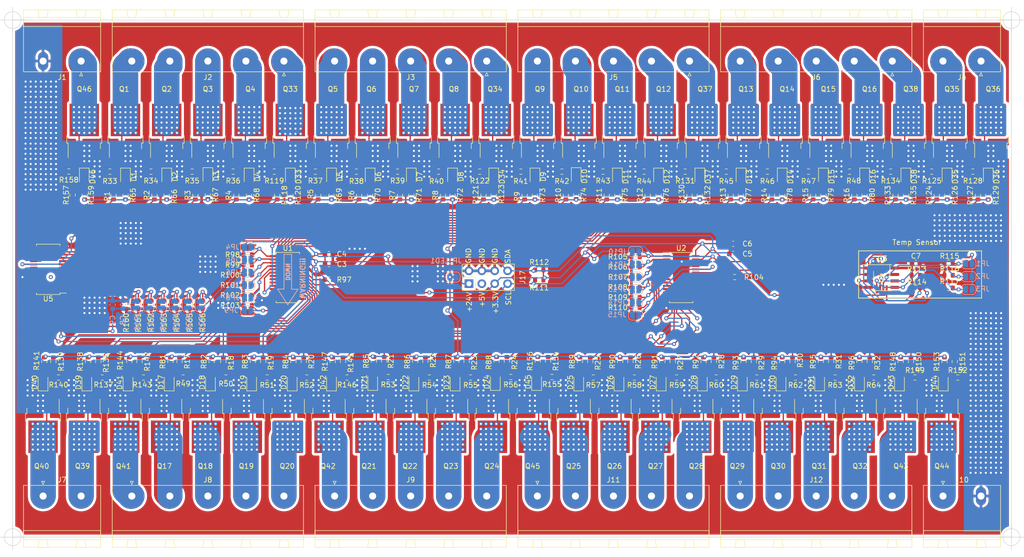
<source format=kicad_pcb>
(kicad_pcb (version 20211014) (generator pcbnew)
  (title_block (title "relay board 32x5A") (rev "0.1"))
  (layers (0 "F.Cu" signal) (31 "B.Cu" signal) (34 "B.Paste" user) (35 "F.Paste" user) (36 "B.SilkS" user "B.Silkscreen") (37 "F.SilkS" user "F.Silkscreen") (38 "B.Mask" user) (39 "F.Mask" user) (44 "Edge.Cuts" user))
  (net 0 "")
  (net 1 "GND")
  (net 2 "+3V3")
  (net 3 "SDA")
  (net 4 "SCL")
  (net 5 "+24V")
  (net 6 "+5V")
  (net 7 "Net-(Q1-Pad1)")
  (net 8 "LED1")
  (net 9 "Net-(Q2-Pad1)")
  (net 10 "LED5")
  (net 11 "Net-(Q3-Pad1)")
  (net 12 "LED9")
  (net 13 "Net-(Q4-Pad1)")
  (net 14 "LED13")
  (net 15 "Net-(Q5-Pad1)")
  (net 16 "LED2")
  (net 17 "Net-(Q6-Pad1)")
  (net 18 "LED6")
  (net 19 "Net-(Q7-Pad1)")
  (net 20 "LED10")
  (net 21 "Net-(Q8-Pad1)")
  (net 22 "LED14")
  (net 23 "Net-(Q9-Pad1)")
  (net 24 "LED3")
  (net 25 "Net-(Q10-Pad1)")
  (net 26 "LED7")
  (net 27 "Net-(Q11-Pad1)")
  (net 28 "LED11")
  (net 29 "Net-(Q12-Pad1)")
  (net 30 "LED15")
  (net 31 "Net-(Q13-Pad1)")
  (net 32 "LED4")
  (net 33 "Net-(Q14-Pad1)")
  (net 34 "LED8")
  (net 35 "Net-(Q15-Pad1)")
  (net 36 "LED12")
  (net 37 "Net-(Q16-Pad1)")
  (net 38 "LED16")
  (net 39 "LED_1")
  (net 40 "LED_2")
  (net 41 "LED_3")
  (net 42 "LED_4")
  (net 43 "Net-(D1-Pad2)")
  (net 44 "Net-(Q17-Pad1)")
  (net 45 "Net-(Q18-Pad1)")
  (net 46 "Net-(Q19-Pad1)")
  (net 47 "Net-(Q20-Pad1)")
  (net 48 "Net-(Q21-Pad1)")
  (net 49 "Net-(Q22-Pad1)")
  (net 50 "Net-(Q23-Pad1)")
  (net 51 "Net-(Q24-Pad1)")
  (net 52 "Net-(Q25-Pad1)")
  (net 53 "Net-(Q26-Pad1)")
  (net 54 "Net-(Q27-Pad1)")
  (net 55 "Net-(Q28-Pad1)")
  (net 56 "Net-(Q29-Pad1)")
  (net 57 "Net-(Q30-Pad1)")
  (net 58 "Net-(Q31-Pad1)")
  (net 59 "Net-(Q32-Pad1)")
  (net 60 "LED17")
  (net 61 "LED21")
  (net 62 "LED25")
  (net 63 "LED29")
  (net 64 "LED18")
  (net 65 "LED22")
  (net 66 "LED26")
  (net 67 "LED30")
  (net 68 "LED19")
  (net 69 "LED23")
  (net 70 "LED27")
  (net 71 "LED31")
  (net 72 "LED20")
  (net 73 "LED24")
  (net 74 "LED28")
  (net 75 "LED32")
  (net 76 "LED_17")
  (net 77 "LED_21")
  (net 78 "LED_25")
  (net 79 "LED_29")
  (net 80 "LED_18")
  (net 81 "LED_22")
  (net 82 "LED_26")
  (net 83 "LED_30")
  (net 84 "LED_19")
  (net 85 "LED_23")
  (net 86 "LED_27")
  (net 87 "LED_31")
  (net 88 "LED_20")
  (net 89 "LED_24")
  (net 90 "LED_28")
  (net 91 "LED_32")
  (net 92 "Net-(D2-Pad2)")
  (net 93 "Net-(R113-Pad2)")
  (net 94 "Net-(R114-Pad2)")
  (net 95 "Net-(JP1-Pad2)")
  (net 96 "Net-(JP2-Pad2)")
  (net 97 "Net-(JP3-Pad2)")
  (net 98 "Net-(JP4-Pad2)")
  (net 99 "Net-(JP5-Pad2)")
  (net 100 "Net-(JP6-Pad2)")
  (net 101 "Net-(JP7-Pad2)")
  (net 102 "Net-(JP8-Pad2)")
  (net 103 "Net-(JP9-Pad2)")
  (net 104 "Net-(JP10-Pad2)")
  (net 105 "Net-(JP11-Pad2)")
  (net 106 "Net-(JP12-Pad2)")
  (net 107 "Net-(JP13-Pad2)")
  (net 108 "Net-(JP14-Pad2)")
  (net 109 "Net-(JP15-Pad2)")
  (net 110 "Net-(R97-Pad1)")
  (net 111 "Net-(R104-Pad1)")
  (net 112 "Net-(D3-Pad2)")
  (net 113 "Net-(D4-Pad2)")
  (net 114 "Net-(D5-Pad2)")
  (net 115 "Net-(D6-Pad2)")
  (net 116 "Net-(D7-Pad2)")
  (net 117 "Net-(D8-Pad2)")
  (net 118 "Net-(D17-Pad2)")
  (net 119 "Net-(D9-Pad2)")
  (net 120 "Net-(D10-Pad2)")
  (net 121 "Net-(D11-Pad2)")
  (net 122 "Net-(D12-Pad2)")
  (net 123 "Net-(D13-Pad2)")
  (net 124 "Net-(D14-Pad2)")
  (net 125 "Net-(D15-Pad2)")
  (net 126 "LED_9")
  (net 127 "Net-(D16-Pad2)")
  (net 128 "Net-(D18-Pad2)")
  (net 129 "Net-(D19-Pad2)")
  (net 130 "Net-(D20-Pad2)")
  (net 131 "Net-(D21-Pad2)")
  (net 132 "Net-(D22-Pad2)")
  (net 133 "Net-(D23-Pad2)")
  (net 134 "Net-(D24-Pad2)")
  (net 135 "Net-(D25-Pad2)")
  (net 136 "Net-(D26-Pad2)")
  (net 137 "Net-(D27-Pad2)")
  (net 138 "Net-(D28-Pad2)")
  (net 139 "Net-(D29-Pad2)")
  (net 140 "Net-(D30-Pad2)")
  (net 141 "Net-(D31-Pad2)")
  (net 142 "Net-(D32-Pad2)")
  (net 143 "LED_10")
  (net 144 "LED_11")
  (net 145 "LED_12")
  (net 146 "LED_16")
  (net 147 "LED_13")
  (net 148 "LED_14")
  (net 149 "LED_15")
  (net 150 "LED_5")
  (net 151 "LED_6")
  (net 152 "LED_7")
  (net 153 "LED_8")
  (net 154 "LED33")
  (net 155 "Net-(D33-Pad2)")
  (net 156 "LED34")
  (net 157 "Net-(D34-Pad2)")
  (net 158 "VCC_LED")
  (net 159 "LED35")
  (net 160 "Net-(D35-Pad2)")
  (net 161 "LED36")
  (net 162 "Net-(D36-Pad2)")
  (net 163 "LED37")
  (net 164 "Net-(D37-Pad2)")
  (net 165 "LED38")
  (net 166 "Net-(D38-Pad2)")
  (net 167 "LED39")
  (net 168 "Net-(D39-Pad2)")
  (net 169 "LED40")
  (net 170 "Net-(D40-Pad2)")
  (net 171 "LED41")
  (net 172 "Net-(D41-Pad2)")
  (net 173 "LED42")
  (net 174 "Net-(D42-Pad2)")
  (net 175 "LED43")
  (net 176 "Net-(D43-Pad2)")
  (net 177 "LED44")
  (net 178 "Net-(D44-Pad2)")
  (net 179 "LED45")
  (net 180 "Net-(D45-Pad2)")
  (net 181 "LED46")
  (net 182 "Net-(D46-Pad2)")
  (net 183 "Net-(JP16-Pad2)")
  (net 184 "Net-(JP17-Pad2)")
  (net 185 "Net-(JP18-Pad2)")
  (net 186 "Net-(JP19-Pad2)")
  (net 187 "Net-(JP20-Pad2)")
  (net 188 "Net-(JP21-Pad2)")
  (net 189 "Net-(Q33-Pad1)")
  (net 190 "Net-(Q34-Pad1)")
  (net 191 "Net-(Q35-Pad1)")
  (net 192 "Net-(Q36-Pad1)")
  (net 193 "Net-(Q37-Pad1)")
  (net 194 "Net-(Q38-Pad1)")
  (net 195 "Net-(Q39-Pad1)")
  (net 196 "Net-(Q40-Pad1)")
  (net 197 "Net-(Q41-Pad1)")
  (net 198 "Net-(Q42-Pad1)")
  (net 199 "Net-(Q43-Pad1)")
  (net 200 "Net-(Q44-Pad1)")
  (net 201 "Net-(Q45-Pad1)")
  (net 202 "Net-(Q46-Pad1)")
  (net 203 "LED_33")
  (net 204 "LED_34")
  (net 205 "LED_35")
  (net 206 "LED_36")
  (net 207 "LED_37")
  (net 208 "LED_38")
  (net 209 "LED_39")
  (net 210 "LED_40")
  (net 211 "LED_41")
  (net 212 "LED_42")
  (net 213 "LED_43")
  (net 214 "LED_44")
  (net 215 "LED_45")
  (net 216 "LED_46")
  (net 217 "Net-(R160-Pad1)")
  (footprint "Capacitor_SMD:C_0603_1608Metric" (layer "F.Cu") (at 350.52 308.864 180)
    (fp_text reference "C3")
    (fp_text value "100nF")
  )
  (footprint "Resistor_SMD:R_0603_1608Metric" (layer "F.Cu") (at 392 312)
    (fp_text reference "R111")
    (fp_text value "4.7k")
  )
  (footprint "Connector_PinHeader_2.54mm:PinHeader_2x04_P2.54mm_Vertical" (layer "F.Cu") (at 378.14 312.708 90)
    (fp_text reference "J17")
    (fp_text value "Conn_02x04_Odd_Even")
  )
  (footprint "Package_SO:SO-8_3.9x4.9mm_P1.27mm" (layer "F.Cu") (at 459.556 311.526)
    (fp_text reference "U3")
    (fp_text value "MCP9808_SO8")
  )
  (footprint "Package_SO:MSOP-8_3x3mm_P0.65mm" (layer "F.Cu") (at 459.556 311.7285 -90)
    (fp_text reference "U4")
    (fp_text value "MCP9808_MSOP")
  )
  (footprint "Capacitor_SMD:C_0603_1608Metric" (layer "F.Cu") (at 466.293 308.549)
    (fp_text reference "C7")
    (fp_text value "100nF")
  )
  (footprint "Resistor_SMD:R_0603_1608Metric" (layer "F.Cu") (at 392 310)
    (fp_text reference "R112")
    (fp_text value "4.7k")
  )
  (footprint "Resistor_SMD:R_0603_1608Metric" (layer "F.Cu") (at 472.748 308.549 180)
    (fp_text reference "R115")
    (fp_text value "10k")
  )
  (footprint "Resistor_SMD:R_0603_1608Metric" (layer "F.Cu") (at 472.748 311.049 180)
    (fp_text reference "R116")
    (fp_text value "10k")
  )
  (footprint "Resistor_SMD:R_0603_1608Metric" (layer "F.Cu") (at 472.748 313.549 180)
    (fp_text reference "R117")
    (fp_text value "10k")
  )
  (footprint "Resistor_SMD:R_0603_1608Metric" (layer "F.Cu") (at 466.293 313.549)
    (fp_text reference "R114")
    (fp_text value "4.7k")
  )
  (footprint "Resistor_SMD:R_0603_1608Metric" (layer "F.Cu") (at 466.293 311.049)
    (fp_text reference "R113")
    (fp_text value "4.7k")
  )
  (footprint "Resistor_SMD:R_0603_1608Metric" (layer "F.Cu") (at 474.553 331.216)
    (fp_text reference "R152")
    (fp_text value "47k")
  )
  (footprint "Resistor_SMD:R_0603_1608Metric" (layer "F.Cu") (at 465.328 328.076 90)
    (fp_text reference "R148")
    (fp_text value "220R")
  )
  (footprint "Resistor_SMD:R_0603_1608Metric" (layer "F.Cu") (at 351.028 295.2605 90)
    (fp_text reference "R69")
    (fp_text value "2k")
  )
  (footprint "Resistor_SMD:R_0603_1608Metric" (layer "F.Cu") (at 367.52 328.076 -90)
    (fp_text reference "R86")
    (fp_text value "2k")
  )
  (footprint "LED_SMD:LED_0805_2012Metric" (layer "F.Cu") (at 366.776 291.592 -90)
    (fp_text reference "D7")
    (fp_text value "LED_RED")
  )
  (footprint "Resistor_SMD:R_0603_1608Metric" (layer "F.Cu") (at 437.896 295.2605 -90)
    (fp_text reference "R14")
    (fp_text value "220R")
  )
  (footprint "Resistor_SMD:R_0603_1608Metric" (layer "F.Cu") (at 472.473319 295.2605 90)
    (fp_text reference "R126")
    (fp_text value "2k")
  )
  (footprint "LED_SMD:LED_0805_2012Metric" (layer "F.Cu") (at 351.028 291.592 -90)
    (fp_text reference "D5")
    (fp_text value "LED_RED")
  )
  (footprint "Capacitor_SMD:C_0603_1608Metric" (layer "F.Cu") (at 430.276 304.84 180)
    (fp_text reference "C6")
    (fp_text value "10uF")
  )
  (footprint "Package_SO:TSSOP-28_4.4x9.7mm_P0.65mm" (layer "F.Cu") (at 342.42 311.5)
    (fp_text reference "U1")
    (fp_text value "PCA9685PW")
  )
  (footprint "Resistor_SMD:R_0603_1608Metric" (layer "F.Cu") (at 441.96 328.076 90)
    (fp_text reference "R30")
    (fp_text value "220R")
  )
  (footprint "Resistor_SMD:R_0603_1608Metric" (layer "F.Cu") (at 299.962 295.2345 -90)
    (fp_text reference "R157")
    (fp_text value "220R")
  )
  (footprint "Package_TO_SOT_SMD:TO-252-2" (layer "F.Cu") (at 342.89977 282.516 90)
    (fp_text reference "Q33")
    (fp_text value "AOD4184")
  )
  (footprint "Resistor_SMD:R_0603_1608Metric" (layer "F.Cu") (at 330.2 331.216)
    (fp_text reference "R50")
    (fp_text value "47k")
  )
  (footprint "Resistor_SMD:R_0603_1608Metric" (layer "F.Cu") (at 334.5 309 180)
    (fp_text reference "R99")
    (fp_text value "10k")
  )
  (footprint "Resistor_SMD:R_0603_1608Metric" (layer "F.Cu") (at 307.317422 290.602 180)
    (fp_text reference "R33")
    (fp_text value "47k")
  )
  (footprint "Resistor_SMD:R_0603_1608Metric" (layer "F.Cu") (at 421.64 295.2605 -90)
    (fp_text reference "R130")
    (fp_text value "220R")
  )
  (footprint "Resistor_SMD:R_0603_1608Metric" (layer "F.Cu") (at 331.633688 290.602 180)
    (fp_text reference "R36")
    (fp_text value "47k")
  )
  (footprint "Resistor_SMD:R_0603_1608Metric" (layer "F.Cu") (at 321.755 331.216)
    (fp_text reference "R49")
    (fp_text value "47k")
  )
  (footprint "Resistor_SMD:R_0603_1608Metric" (layer "F.Cu") (at 340.32244 295.2605 -90)
    (fp_text reference "R118")
    (fp_text value "220R")
  )
  (footprint "Resistor_SMD:R_0603_1608Metric" (layer "F.Cu") (at 469.425862 290.602 180)
    (fp_text reference "R125")
    (fp_text value "47k")
  )
  (footprint "Resistor_SMD:R_0603_1608Metric" (layer "F.Cu") (at 385.617 327.984 90)
    (fp_text reference "R24")
    (fp_text value "220R")
  )
  (footprint "Resistor_SMD:R_0603_1608Metric" (layer "F.Cu") (at 426.911 331.216)
    (fp_text reference "R60")
    (fp_text value "47k")
  )
  (footprint "Resistor_SMD:R_0603_1608Metric" (layer "F.Cu") (at 299.212 290.576 180)
    (fp_text reference "R158")
    (fp_text value "47k")
  )
  (footprint "Package_TO_SOT_SMD:TO-252-2" (layer "F.Cu") (at 447.247813 340.8 -90)
    (fp_text reference "Q31")
    (fp_text value "AOD4184")
  )
  (footprint "Resistor_SMD:R_0603_1608Metric" (layer "F.Cu") (at 471.932 328.076 -90)
    (fp_text reference "R153")
    (fp_text value "2k")
  )
  (footprint "Resistor_SMD:R_0603_1608Metric" (layer "F.Cu") (at 429.768 295.2605 -90)
    (fp_text reference "R13")
    (fp_text value "220R")
  )
  (footprint "Resistor_SMD:R_0603_1608Metric" (layer "F.Cu") (at 446.024 295.2605 -90)
    (fp_text reference "R15")
    (fp_text value "220R")
  )
  (footprint "Resistor_SMD:R_0603_1608Metric" (layer "F.Cu") (at 373.023292 295.2605 -90)
    (fp_text reference "R8")
    (fp_text value "220R")
  )
  (footprint "LED_SMD:LED_0805_2012Metric" (layer "F.Cu") (at 472.44 291.592 -90)
    (fp_text reference "D35")
    (fp_text value "LED_RED")
  )
  (footprint "LED_SMD:LED_0805_2012Metric" (layer "F.Cu") (at 399.796 332.166 90)
    (fp_text reference "D25")
    (fp_text value "LED_RED")
  )
  (footprint "LED_SMD:LED_0805_2012Metric" (layer "F.Cu") (at 455.168 332.166 90)
    (fp_text reference "D32")
    (fp_text value "LED_RED")
  )
  (footprint "Capacitor_SMD:C_0603_1608Metric" (layer "F.Cu") (at 430.276 306.832 180)
    (fp_text reference "C5")
    (fp_text value "100nF")
  )
  (footprint "LED_SMD:LED_0805_2012Metric" (layer "F.Cu") (at 480.568 291.592 -90)
    (fp_text reference "D36")
    (fp_text value "LED_RED")
  )
  (footprint "Resistor_SMD:R_0603_1608Metric" (layer "F.Cu") (at 315.468 316.85 -90)
    (fp_text reference "R162")
    (fp_text value "10k")
  )
  (footprint "Resistor_SMD:R_0603_1608Metric" (layer "F.Cu") (at 334.5 307 180)
    (fp_text reference "R98")
    (fp_text value "10k")
  )
  (footprint "Package_TO_SOT_SMD:TO-252-2" (layer "F.Cu") (at 440.435218 282.516 90)
    (fp_text reference "Q14")
    (fp_text value "AOD4184")
  )
  (footprint "LED_SMD:LED_0805_2012Metric" (layer "F.Cu") (at 407.416 291.592 -90)
    (fp_text reference "D11")
    (fp_text value "LED_RED")
  )
  (footprint "Resistor_SMD:R_0603_1608Metric" (layer "F.Cu") (at 303.004 328.076 -90)
    (fp_text reference "R138")
    (fp_text value "2k")
  )
  (footprint "LED_SMD:LED_0805_2012Metric" (layer "F.Cu") (at 463.06 332.166 90)
    (fp_text reference "D43")
    (fp_text value "LED_RED")
  )
  (footprint "Capacitor_SMD:C_0603_1608Metric" (layer "F.Cu") (at 350.52 306.864 180)
    (fp_text reference "C4")
    (fp_text value "10uF")
  )
  (footprint "Resistor_SMD:R_0603_1608Metric" (layer "F.Cu") (at 348.394528 295.2605 -90)
    (fp_text reference "R5")
    (fp_text value "220R")
  )
  (footprint "Resistor_SMD:R_0603_1608Metric" (layer "F.Cu") (at 342.9 295.2605 90)
    (fp_text reference "R120")
    (fp_text value "2k")
  )
  (footprint "Package_TO_SOT_SMD:TO-252-2" (layer "F.Cu") (at 367.283632 282.516 90)
    (fp_text reference "Q7")
    (fp_text value "AOD4184")
  )
  (footprint "Connector_Phoenix_GMSTB:PhoenixContact_GMSTBA_2,5_2-G_1x02_P7.50mm_Horizontal" (layer "F.Cu") (at 301.64 268.8 180)
    (fp_text reference "J1")
    (fp_text value "Screw_Terminal_01x02")
  )
  (footprint "Resistor_SMD:R_0603_1608Metric" (layer "F.Cu") (at 463.296 328.076 -90)
    (fp_text reference "R150")
    (fp_text value "2k")
  )
  (footprint "Resistor_SMD:R_0603_1608Metric" (layer "F.Cu") (at 450.36 331.216)
    (fp_text reference "R63")
    (fp_text value "47k")
  )
  (footprint "Resistor_SMD:R_0603_1608Metric" (layer "F.Cu") (at 311.132 328.076 -90)
    (fp_text reference "R144")
    (fp_text value "2k")
  )
  (footprint "Connector_Phoenix_GMSTB:PhoenixContact_GMSTBA_2,5_2-G_1x02_P7.50mm_Horizontal" (layer "F.Cu") (at 471.64 354.6)
    (fp_text reference "J10")
    (fp_text value "Screw_Terminal_01x02")
  )
  (footprint "Resistor_SMD:R_0603_1608Metric" (layer "F.Cu") (at 347.844532 290.602 180)
    (fp_text reference "R37")
    (fp_text value "47k")
  )
  (footprint "Resistor_SMD:R_0603_1608Metric" (layer "F.Cu") (at 415.544 295.2605 90)
    (fp_text reference "R76")
    (fp_text value "2k")
  )
  (footprint "LED_SMD:LED_0805_2012Metric" (layer "F.Cu") (at 310.388 291.592 -90)
    (fp_text reference "D1")
    (fp_text value "LED_RED")
  )
  (footprint "Resistor_SMD:R_0603_1608Metric" (layer "F.Cu") (at 326.644 295.182 90)
    (fp_text reference "R67")
    (fp_text value "2k")
  )
  (footprint "Resistor_SMD:R_0603_1608Metric" (layer "F.Cu") (at 394.525 331.124)
    (fp_text reference "R155")
    (fp_text value "47k")
  )
  (footprint "Resistor_SMD:R_0603_1608Metric" (layer "F.Cu") (at 455.167 328.076 -90)
    (fp_text reference "R96")
    (fp_text value "2k")
  )
  (footprint "Resistor_SMD:R_0603_1608Metric" (layer "F.Cu") (at 411 317.404 180)
    (fp_text reference "R110")
    (fp_text value "10k")
  )
  (footprint "Package_TO_SOT_SMD:TO-252-2" (layer "F.Cu") (at 374.71927 340.8 -90)
    (fp_text reference "Q23")
    (fp_text value "AOD4184")
  )
  (footprint "Resistor_SMD:R_0603_1608Metric" (layer "F.Cu") (at 345.55 328.076 90)
    (fp_text reference "R20")
    (fp_text value "220R")
  )
  (footprint "Resistor_SMD:R_0603_1608Metric" (layer "F.Cu") (at 411 315.404 180)
    (fp_text reference "R109")
    (fp_text value "10k")
  )
  (footprint "Resistor_SMD:R_0603_1608Metric" (layer "F.Cu") (at 397.256 295.2605 -90)
    (fp_text reference "R10")
    (fp_text value "220R")
  )
  (footprint "LED_SMD:LED_0805_2012Metric" (layer "F.Cu") (at 383.349 332.074 90)
    (fp_text reference "D24")
    (fp_text value "LED_RED")
  )
  (footprint "Resistor_SMD:R_0603_1608Metric" (layer "F.Cu") (at 315.422844 290.602 180)
    (fp_text reference "R34")
    (fp_text value "47k")
  )
  (footprint "Resistor_SMD:R_0603_1608Metric" (layer "F.Cu") (at 374.904 295.2605 90)
    (fp_text reference "R72")
    (fp_text value "2k")
  )
  (footprint "Resistor_SMD:R_0603_1608Metric" (layer "F.Cu") (at 426.448 328.076 90)
    (fp_text reference "R28")
    (fp_text value "220R")
  )
  (footprint "Resistor_SMD:R_0603_1608Metric" (layer "F.Cu") (at 389.128 295.2605 -90)
    (fp_text reference "R9")
    (fp_text value "220R")
  )
  (footprint "Resistor_SMD:R_0603_1608Metric" (layer "F.Cu") (at 400.032 328.076 -90)
    (fp_text reference "R89")
    (fp_text value "2k")
  )
  (footprint "Resistor_SMD:R_0603_1608Metric" (layer "F.Cu") (at 377.68 328.076 90)
    (fp_text reference "R23")
    (fp_text value "220R")
  )
  (footprint "Resistor_SMD:R_0603_1608Metric" (layer "F.Cu") (at 456.184 295.2605 90)
    (fp_text reference "R80")
    (fp_text value "2k")
  )
  (footprint "Resistor_SMD:R_0603_1608Metric" (layer "F.Cu") (at 329.692 328.076 90)
    (fp_text reference "R18")
    (fp_text value "220R")
  )
  (footprint "Package_TO_SOT_SMD:TO-252-2" (layer "F.Cu") (at 375.411586 282.516 90)
    (fp_text reference "Q8")
    (fp_text value "AOD4184")
  )
  (footprint "Resistor_SMD:R_0603_1608Metric" (layer "F.Cu") (at 334.5 317 180)
    (fp_text reference "R103")
    (fp_text value "10k")
  )
  (footprint "Package_TO_SOT_SMD:TO-252-2" (layer "F.Cu") (at 391.667494 282.516 90)
    (fp_text reference "Q9")
    (fp_text value "AOD4184")
  )
  (footprint "Resistor_SMD:R_0603_1608Metric" (layer "F.Cu") (at 388.371642 290.602 180)
    (fp_text reference "R41")
    (fp_text value "47k")
  )
  (footprint "Package_TO_SOT_SMD:TO-252-2" (layer "F.Cu") (at 342.484362 340.8 -90)
    (fp_text reference "Q20")
    (fp_text value "AOD4184")
  )
  (footprint "LED_SMD:LED_0805_2012Metric" (layer "F.Cu") (at 334.772 291.592 -90)
    (fp_text reference "D4")
    (fp_text value "LED_RED")
  )
  (footprint "Resistor_SMD:R_0603_1608Metric" (layer "F.Cu") (at 343.518 328.076 -90)
    (fp_text reference "R84")
    (fp_text value "2k")
  )
  (footprint "Package_TO_SOT_SMD:TO-252-2" (layer "F.Cu") (at 399.795448 282.516 90)
    (fp_text reference "Q10")
    (fp_text value "AOD4184")
  )
  (footprint "LED_SMD:LED_0805_2012Metric" (layer "F.Cu") (at 432.071 332.166 90)
    (fp_text reference "D29")
    (fp_text value "LED_RED")
  )
  (footprint "Resistor_SMD:R_0603_1608Metric" (layer "F.Cu") (at 416.288 328.076 -90)
    (fp_text reference "R91")
    (fp_text value "2k")
  )
  (footprint "LED_SMD:LED_0805_2012Metric" (layer "F.Cu") (at 359.156 332.074 90)
    (fp_text reference "D21")
    (fp_text value "LED_RED")
  )
  (footprint "Package_TO_SOT_SMD:TO-252-2" (layer "F.Cu") (at 456.691126 282.516 90)
    (fp_text reference "Q16")
    (fp_text value "AOD4184")
  )
  (footprint "Resistor_SMD:R_0603_1608Metric" (layer "F.Cu") (at 424.416 328.076 -90)
    (fp_text reference "R92")
    (fp_text value "2k")
  )
  (footprint "Resistor_SMD:R_0603_1608Metric" (layer "F.Cu") (at 411 311.404 180)
    (fp_text reference "R107")
    (fp_text value "10k")
  )
  (footprint "Resistor_SMD:R_0603_1608Metric" (layer "F.Cu") (at 383.032 295.2605 90)
    (fp_text reference "R123")
    (fp_text value "2k")
  )
  (footprint "Resistor_SMD:R_0603_1608Metric" (layer "F.Cu") (at 325.628 316.85 -90)
    (fp_text reference "R166")
    (fp_text value "10k")
  )
  (footprint "Resistor_SMD:R_0603_1608Metric" (layer "F.Cu") (at 327.388 328.076 -90)
    (fp_text reference "R82")
    (fp_text value "2k")
  )
  (footprint "LED_SMD:LED_0805_2012Metric" (layer "F.Cu") (at 294.132 332.166 90)
    (fp_text reference "D40")
    (fp_text value "LED_RED")
  )
  (footprint "Package_TO_SOT_SMD:TO-252-2" (layer "F.Cu") (at 382.777997 340.8 -90)
    (fp_text reference "Q24")
    (fp_text value "AOD4184")
  )
  (footprint "Resistor_SMD:R_0603_1608Metric" (layer "F.Cu") (at 442.549 331.216)
    (fp_text reference "R62")
    (fp_text value "47k")
  )
  (footprint "Package_TO_SOT_SMD:TO-252-2" (layer "F.Cu") (at 463.365267 340.8 -90)
    (fp_text reference "Q43")
    (fp_text value "AOD4184")
  )
  (footprint "Resistor_SMD:R_0603_1608Metric" (layer "F.Cu") (at 305.816 331.216)
    (fp_text reference "R137")
    (fp_text value "47k")
  )
  (footprint "Resistor_SMD:R_0603_1608Metric" (layer "F.Cu") (at 432.307 328.076 -90)
    (fp_text reference "R93")
    (fp_text value "2k")
  )
  (footprint "Resistor_SMD:R_0603_1608Metric" (layer "F.Cu") (at 334.5 315 180)
    (fp_text reference "R102")
    (fp_text value "10k")
  )
  (footprint "Resistor_SMD:R_0603_1608Metric" (layer "F.Cu") (at 386.397 331.124)
    (fp_text reference "R56")
    (fp_text value "47k")
  )
  (footprint "Resistor_SMD:R_0603_1608Metric" (layer "F.Cu") (at 453.215018 290.602 180)
    (fp_text reference "R48")
    (fp_text value "47k")
  )
  (footprint "Package_TO_SOT_SMD:TO-252-2" (layer "F.Cu") (at 481.075 282.516 90)
    (fp_text reference "Q36")
    (fp_text value "AOD4184")
  )
  (footprint "Resistor_SMD:R_0603_1608Metric" (layer "F.Cu") (at 296.164 328.076 90)
    (fp_text reference "R139")
    (fp_text value "220R")
  )
  (footprint "Resistor_SMD:R_0603_1608Metric" (layer "F.Cu") (at 370.332 331.216)
    (fp_text reference "R54")
    (fp_text value "47k")
  )
  (footprint "Resistor_SMD:R_0603_1608Metric" (layer "F.Cu") (at 404.582486 290.602 180)
    (fp_text reference "R43")
    (fp_text value "47k")
  )
  (footprint "Resistor_SMD:R_0603_1608Metric" (layer "F.Cu") (at 313.944 331.216)
    (fp_text reference "R143")
    (fp_text value "47k")
  )
  (footprint "Package_TO_SOT_SMD:TO-252-2" (layer "F.Cu") (at 407.923402 282.516 90)
    (fp_text reference "Q11")
    (fp_text value "AOD4184")
  )
  (footprint "Resistor_SMD:R_0603_1608Metric" (layer "F.Cu") (at 364.538704 295.2605 -90)
    (fp_text reference "R7")
    (fp_text value "220R")
  )
  (footprint "Package_TO_SOT_SMD:TO-252-2" (layer "F.Cu") (at 302.190727 340.8 -90)
    (fp_text reference "Q39")
    (fp_text value "AOD4184")
  )
  (footprint "Resistor_SMD:R_0603_1608Metric" (layer "F.Cu") (at 410.781 331.216)
    (fp_text reference "R58")
    (fp_text value "47k")
  )
  (footprint "Resistor_SMD:R_0603_1608Metric" (layer "F.Cu") (at 302.3555 295.2605 90)
    (fp_text reference "R159")
    (fp_text value "2k")
  )
  (footprint "Connector_Phoenix_GMSTB:PhoenixContact_GMSTBA_2,5_5-G_1x05_P7.50mm_Horizontal" (layer "F.Cu") (at 431.64 354.6)
    (fp_text reference "J12")
    (fp_text value "Screw_Terminal_01x05")
  )
  (footprint "Resistor_SMD:R_0603_1608Metric" (layer "F.Cu") (at 419.1 331.216)
    (fp_text reference "R59")
    (fp_text value "47k")
  )
  (footprint "Resistor_SMD:R_0603_1608Metric" (layer "F.Cu") (at 439.928 328.076 -90)
    (fp_text reference "R94")
    (fp_text value "2k")
  )
  (footprint "Resistor_SMD:R_0603_1608Metric" (layer "F.Cu") (at 434.928 331.216)
    (fp_text reference "R61")
    (fp_text value "47k")
  )
  (footprint "Resistor_SMD:R_0603_1608Metric" (layer "F.Cu") (at 375.648 328.076 -90)
    (fp_text reference "R87")
    (fp_text value "2k")
  )
  (footprint "Resistor_SMD:R_0603_1608Metric" (layer "F.Cu") (at 437.004174 290.602 180)
    (fp_text reference "R46")
    (fp_text value "47k")
  )
  (footprint "Resistor_SMD:R_0603_1608Metric" (layer "F.Cu") (at 308.034088 295.2605 -90)
    (fp_text reference "R1")
    (fp_text value "220R")
  )
  (footprint "Resistor_SMD:R_0603_1608Metric" (layer "F.Cu") (at 457.979 331.216)
    (fp_text reference "R64")
    (fp_text value "47k")
  )
  (footprint "Resistor_SMD:R_0603_1608Metric" (layer "F.Cu") (at 358.648 295.2605 90)
    (fp_text reference "R70")
    (fp_text value "2k")
  )
  (footprint "Package_TO_SOT_SMD:TO-252-2" (layer "F.Cu") (at 366.660543 340.8 -90)
    (fp_text reference "Q22")
    (fp_text value "AOD4184")
  )
  (footprint "LED_SMD:LED_0805_2012Metric" (layer "F.Cu") (at 358.648 291.592 -90)
    (fp_text reference "D6")
    (fp_text value "LED_RED")
  )
  (footprint "Resistor_SMD:R_0603_1608Metric" (layer "F.Cu") (at 313.164 328.076 90)
    (fp_text reference "R142")
    (fp_text value "220R")
  )
  (footprint "Resistor_SMD:R_0603_1608Metric" (layer "F.Cu") (at 378.46 331.216)
    (fp_text reference "R55")
    (fp_text value "47k")
  )
  (footprint "Resistor_SMD:R_0603_1608Metric" (layer "F.Cu") (at 410.001 328.076 90)
    (fp_text reference "R26")
    (fp_text value "220R")
  )
  (footprint "Resistor_SMD:R_0603_1608Metric" (layer "F.Cu") (at 407.969 328.076 -90)
    (fp_text reference "R90")
    (fp_text value "2k")
  )
  (footprint "Resistor_SMD:R_0603_1608Metric" (layer "F.Cu") (at 411 307.404 180)
    (fp_text reference "R105")
    (fp_text value "10k")
  )
  (footprint "Package_TO_SOT_SMD:TO-252-2" (layer "F.Cu") (at 390.836724 340.8 -90)
    (fp_text reference "Q45")
    (fp_text value "AOD4184")
  )
  (footprint "Resistor_SMD:R_0603_1608Metric" (layer "F.Cu") (at 461.32044 290.602 180)
    (fp_text reference "R134")
    (fp_text value "47k")
  )
  (footprint "Resistor_SMD:R_0603_1608Metric" (layer "F.Cu") (at 334.5 311 180)
    (fp_text reference "R100")
    (fp_text value "10k")
  )
  (footprint "Resistor_SMD:R_0603_1608Metric" (layer "F.Cu") (at 318.516 295.2605 90)
    (fp_text reference "R66")
    (fp_text value "2k")
  )
  (footprint "Resistor_SMD:R_0603_1608Metric" (layer "F.Cu") (at 418.32 328.076 90)
    (fp_text reference "R27")
    (fp_text value "220R")
  )
  (footprint "Resistor_SMD:R_0603_1608Metric" (layer "F.Cu") (at 335.516 328.076 -90)
    (fp_text reference "R83")
    (fp_text value "2k")
  )
  (footprint "LED_SMD:LED_0805_2012Metric" (layer "F.Cu") (at 399.288 291.5135 -90)
    (fp_text reference "D10")
    (fp_text value "LED_RED")
  )
  (footprint "Package_TO_SOT_SMD:TO-252-2" (layer "F.Cu") (at 334.771816 282.516 90)
    (fp_text reference "Q4")
    (fp_text value "AOD4184")
  )
  (footprint "Resistor_SMD:R_0603_1608Metric" (layer "F.Cu") (at 480.568 295.2605 90)
    (fp_text reference "R129")
    (fp_text value "2k")
  )
  (footprint "Resistor_SMD:R_0603_1608Metric" (layer "F.Cu") (at 466.108 331.216)
    (fp_text reference "R149")
    (fp_text value "47k")
  )
  (footprint "Package_TO_SOT_SMD:TO-252-2" (layer "F.Cu") (at 350.543089 340.8 -90)
    (fp_text reference "Q42")
    (fp_text value "AOD4184")
  )
  (footprint "Package_TO_SOT_SMD:TO-252-2" (layer "F.Cu") (at 302.26 282.516 90)
    (fp_text reference "Q46")
    (fp_text value "AOD4184")
  )
  (footprint "LED_SMD:LED_0805_2012Metric" (layer "F.Cu") (at 471.696 332.166 90)
    (fp_text reference "D44")
    (fp_text value "LED_RED")
  )
  (footprint "Resistor_SMD:R_0603_1608Metric" (layer "F.Cu") (at 310.54 316.85 -90)
    (fp_text reference "R160")
    (fp_text value "10k")
  )
  (footprint "Connector_Phoenix_GMSTB:PhoenixContact_GMSTBA_2,5_2-G_1x02_P7.50mm_Horizontal" (layer "F.Cu") (at 479.14 268.8 180)
    (fp_text reference "J4")
    (fp_text value "Screw_Terminal_01x02")
  )
  (footprint "Resistor_SMD:R_0603_1608Metric" (layer "F.Cu") (at 430.543 311.404)
    (fp_text reference "R104")
    (fp_text value "10k")
  )
  (footprint "Package_TO_SOT_SMD:TO-252-2" (layer "F.Cu") (at 432.307264 282.516 90)
    (fp_text reference "Q13")
    (fp_text value "AOD4184")
  )
  (footprint "Resistor_SMD:R_0603_1608Metric" (layer "F.Cu") (at 353.296 328.076 90)
    (fp_text reference "R145")
    (fp_text value "220R")
  )
  (footprint "Resistor_SMD:R_0603_1608Metric" (layer "F.Cu") (at 338.328 331.216)
    (fp_text reference "R51")
    (fp_text value "47k")
  )
  (footprint "Package_TO_SOT_SMD:TO-252-2" (layer "F.Cu") (at 471.424 340.8 -90)
    (fp_text reference "Q44")
    (fp_text value "AOD4184")
  )
  (footprint "LED_SMD:LED_0805_2012Metric" (layer "F.Cu") (at 464.312 291.592 -90)
    (fp_text reference "D38")
    (fp_text value "LED_RED")
  )
  (footprint "Resistor_SMD:R_0603_1608Metric" (layer "F.Cu") (at 346.139 331.216)
    (fp_text reference "R52")
    (fp_text value "47k")
  )
  (footprint "LED_SMD:LED_0805_2012Metric" (layer "F.Cu") (at 342.9 291.592 -90)
    (fp_text reference "D33")
    (fp_text value "LED_RED")
  )
  (footprint "Package_SO:TSSOP-28_4.4x9.7mm_P0.65mm" (layer "F.Cu") (at 420 311.5)
    (fp_text reference "U2")
    (fp_text value "PCA9685PW")
  )
  (footprint "Resistor_SMD:R_0603_1608Metric" (layer "F.Cu") (at 319.26 328.076 -90)
    (fp_text reference "R81")
    (fp_text value "2k")
  )
  (footprint "Resistor_SMD:R_0603_1608Metric" (layer "F.Cu") (at 381 295.2605 -90)
    (fp_text reference "R121")
    (fp_text value "220R")
  )
  (footprint "Connector_Phoenix_GMSTB:PhoenixContact_GMSTBA_2,5_5-G_1x05_P7.50mm_Horizontal" (layer "F.Cu") (at 381.64 268.8 180)
    (fp_text reference "J3")
    (fp_text value "Screw_Terminal_01x05")
  )
  (footprint "Resistor_SMD:R_0603_1608Metric" (layer "F.Cu") (at 310.388 295.2605 90)
    (fp_text reference "R65")
    (fp_text value "2k")
  )
  (footprint "Resistor_SMD:R_0603_1608Metric" (layer "F.Cu") (at 423.672 295.2605 90)
    (fp_text reference "R132")
    (fp_text value "2k")
  )
  (footprint "Resistor_SMD:R_0603_1608Metric" (layer "F.Cu") (at 464.378653 295.2605 90)
    (fp_text reference "R135")
    (fp_text value "2k")
  )
  (footprint "Resistor_SMD:R_0603_1608Metric" (layer "F.Cu") (at 428.898752 290.602 180)
    (fp_text reference "R45")
    (fp_text value "47k")
  )
  (footprint "Resistor_SMD:R_0603_1608Metric" (layer "F.Cu") (at 447.548 328.076 -90)
    (fp_text reference "R95")
    (fp_text value "2k")
  )
  (footprint "Resistor_SMD:R_0603_1608Metric" (layer "F.Cu") (at 350.52 311.912)
    (fp_text reference "R97")
    (fp_text value "10k")
  )
  (footprint "LED_SMD:LED_0805_2012Metric" (layer "F.Cu") (at 448.056 291.592 -90)
    (fp_text reference "D15")
    (fp_text value "LED_RED")
  )
  (footprint "Resistor_SMD:R_0603_1608Metric" (layer "F.Cu") (at 323.528266 290.602 180)
    (fp_text reference "R35")
    (fp_text value "47k")
  )
  (footprint "Package_TO_SOT_SMD:TO-252-2" (layer "F.Cu") (at 415.012905 340.8 -90)
    (fp_text reference "Q27")
    (fp_text value "AOD4184")
  )
  (footprint "LED_SMD:LED_0805_2012Metric" (layer "F.Cu") (at 456.184 291.592 -90)
    (fp_text reference "D16")
    (fp_text value "LED_RED")
  )
  (footprint "Package_TO_SOT_SMD:TO-252-2" (layer "F.Cu") (at 351.027724 282.516 90)
    (fp_text reference "Q5")
    (fp_text value "AOD4184")
  )
  (footprint "Resistor_SMD:R_0603_1608Metric" (layer "F.Cu") (at 318.008 316.85 -90)
    (fp_text reference "R163")
    (fp_text value "10k")
  )
  (footprint "Package_TO_SOT_SMD:TO-252-2" (layer "F.Cu") (at 406.954178 340.8 -90)
    (fp_text reference "Q26")
    (fp_text value "AOD4184")
  )
  (footprint "Package_TO_SOT_SMD:TO-252-2" (layer "F.Cu") (at 448.563172 282.516 90)
    (fp_text reference "Q15")
    (fp_text value "AOD4184")
  )
  (footprint "Connector_Phoenix_GMSTB:PhoenixContact_GMSTBA_2,5_2-G_1x02_P7.50mm_Horizontal" (layer "F.Cu") (at 294.14 354.6)
    (fp_text reference "J7")
    (fp_text value "Screw_Terminal_01x02")
  )
  (footprint "Resistor_SMD:R_0603_1608Metric" (layer "F.Cu") (at 412.687908 290.602 180)
    (fp_text reference "R44")
    (fp_text value "47k")
  )
  (footprint "Package_TO_SOT_SMD:TO-252-2" (layer "F.Cu") (at 318.308181 340.8 -90)
    (fp_text reference "Q17")
    (fp_text value "AOD4184")
  )
  (footprint "Package_TO_SOT_SMD:TO-252-2" (layer "F.Cu") (at 359.155678 282.516 90)
    (fp_text reference "Q6")
    (fp_text value "AOD4184")
  )
  (footprint "Package_TO_SOT_SMD:TO-252-2" (layer "F.Cu") (at 334.425635 340.8 -90)
    (fp_text reference "Q19")
    (fp_text value "AOD4184")
  )
  (footprint "Resistor_SMD:R_0603_1608Metric" (layer "F.Cu") (at 324.178264 295.2605 -90)
    (fp_text reference "R3")
    (fp_text value "220R")
  )
  (footprint "Package_TO_SOT_SMD:TO-252-2" (layer "F.Cu") (at 464.81908 282.516 90)
    (fp_text reference "Q38")
    (fp_text value "AOD4184")
  )
  (footprint "Resistor_SMD:R_0603_1608Metric" (layer "F.Cu") (at 407.416 295.2605 90)
    (fp_text reference "R75")
    (fp_text value "2k")
  )
  (footprint "Package_TO_SOT_SMD:TO-252-2" (layer "F.Cu") (at 294.132 340.8 -90)
    (fp_text reference "Q40")
    (fp_text value "AOD4184")
  )
  (footprint "Package_TO_SOT_SMD:TO-252-2" (layer "F.Cu") (at 416.051356 282.516 90)
    (fp_text reference "Q12")
    (fp_text value "AOD4184")
  )
  (footprint "Resistor_SMD:R_0603_1608Metric" (layer "F.Cu") (at 356.466616 295.2605 -90)
    (fp_text reference "R6")
    (fp_text value "220R")
  )
  (footprint "Resistor_SMD:R_0603_1608Metric" (layer "F.Cu") (at 372.160798 290.602 180)
    (fp_text reference "R40")
    (fp_text value "47k")
  )
  (footprint "Resistor_SMD:R_0603_1608Metric" (layer "F.Cu") (at 405.311644 295.2605 -90)
    (fp_text reference "R11")
    (fp_text value "220R")
  )
  (footprint "LED_SMD:LED_0805_2012Metric" (layer "F.Cu") (at 391.16 291.592 -90)
    (fp_text reference "D9")
    (fp_text value "LED_RED")
  )
  (footprint "LED_SMD:LED_0805_2012Metric" (layer "F.Cu") (at 439.928 291.592 -90)
    (fp_text reference "D14")
    (fp_text value "LED_RED")
  )
  (footprint "Resistor_SMD:R_0603_1608Metric" (layer "F.Cu") (at 332.250352 295.2605 -90)
    (fp_text reference "R4")
    (fp_text value "220R")
  )
  (footprint "Resistor_SMD:R_0603_1608Metric" (layer "F.Cu") (at 337.548 328.076 90)
    (fp_text reference "R19")
    (fp_text value "220R")
  )
  (footprint "LED_SMD:LED_0805_2012Metric" (layer "F.Cu") (at 351.028 332.166 90)
    (fp_text reference "D42")
    (fp_text value "LED_RED")
  )
  (footprint "LED_SMD:LED_0805_2012Metric" (layer "F.Cu") (at 326.644 291.5135 -90)
    (fp_text reference "D3")
    (fp_text value "LED_RED")
  )
  (footprint "Resistor_SMD:R_0603_1608Metric" (layer "F.Cu") (at 334.5 313 180)
    (fp_text reference "R101")
    (fp_text value "10k")
  )
  (footprint "LED_SMD:LED_0805_2012Metric" (layer "F.Cu") (at 310.896 332.166 90)
    (fp_text reference "D41")
    (fp_text value "LED_RED")
  )
  (footprint "Resistor_SMD:R_0603_1608Metric" (layer "F.Cu") (at 294.368 328.076 -90)
    (fp_text reference "R141")
    (fp_text value "2k")
  )
  (footprint "LED_SMD:LED_0805_2012Metric" (layer "F.Cu") (at 375.412 332.166 90)
    (fp_text reference "D23")
    (fp_text value "LED_RED")
  )
  (footprint "LED_SMD:LED_0805_2012Metric" (layer "F.Cu") (at 383.032 291.592 -90)
    (fp_text reference "D34")
    (fp_text value "LED_RED")
  )
  (footprint "Resistor_SMD:R_0603_1608Metric" (layer "F.Cu") (at 402.064 328.076 90)
    (fp_text reference "R25")
    (fp_text value "220R")
  )
  (footprint "Resistor_SMD:R_0603_1608Metric" (layer "F.Cu") (at 297.18 331.216)
    (fp_text reference "R140")
    (fp_text value "47k")
  )
  (footprint "Package_TO_SOT_SMD:TO-252-2" (layer "F.Cu") (at 431.130359 340.8 -90)
    (fp_text reference "Q29")
    (fp_text value "AOD4184")
  )
  (footprint "Package_TO_SOT_SMD:TO-252-2" (layer "F.Cu") (at 423.071632 340.8 -90)
    (fp_text reference "Q28")
    (fp_text value "AOD4184")
  )
  (footprint "Resistor_SMD:R_0603_1608Metric" (layer "F.Cu") (at 449.58 328.076 90)
    (fp_text reference "R31")
    (fp_text value "220R")
  )
  (footprint "Package_TO_SOT_SMD:TO-252-2" (layer "F.Cu") (at 383.53954 282.516 90)
    (fp_text reference "Q34")
    (fp_text value "AOD4184")
  )
  (footprint "Resistor_SMD:R_0603_1608Metric" (layer "F.Cu") (at 351.264 328.076 -90)
    (fp_text reference "R147")
    (fp_text value "2k")
  )
  (footprint "Resistor_SMD:R_0603_1608Metric" (layer "F.Cu") (at 380.26622 290.602 180)
    (fp_text reference "R122")
    (fp_text value "47k")
  )
  (footprint "Package_TO_SOT_SMD:TO-252-2" (layer "F.Cu") (at 398.895451 340.8 -90)
    (fp_text reference "Q25")
    (fp_text value "AOD4184")
  )
  (footprint "Package_TO_SOT_SMD:TO-252-2" (layer "F.Cu") (at 472.947034 282.516 90)
    (fp_text reference "Q35")
    (fp_text value "AOD4184")
  )
  (footprint "Resistor_SMD:R_0603_1608Metric" (layer "F.Cu") (at 399.288 295.182 90)
    (fp_text reference "R74")
    (fp_text value "2k")
  )
  (footprint "Resistor_SMD:R_0603_1608Metric" (layer "F.Cu") (at 366.776 295.2605 90)
    (fp_text reference "R71")
    (fp_text value "2k")
  )
  (footprint "Resistor_SMD:R_0603_1608Metric" (layer "F.Cu") (at 334.772 295.2605 90)
    (fp_text reference "R68")
    (fp_text value "2k")
  )
  (footprint "LED_SMD:LED_0805_2012Metric" (layer "F.Cu") (at 431.8 291.592 -90)
    (fp_text reference "D13")
    (fp_text value "LED_RED")
  )
  (footprint "Resistor_SMD:R_0603_1608Metric" (layer "F.Cu") (at 391.16 295.2605 90)
    (fp_text reference "R73")
    (fp_text value "2k")
  )
  (footprint "Resistor_SMD:R_0603_1608Metric" (layer "F.Cu") (at 354.076 331.216)
    (fp_text reference "R146")
    (fp_text value "47k")
  )
  (footprint "Package_TO_SOT_SMD:TO-252-2" (layer "F.Cu") (at 358.601816 340.8 -90)
    (fp_text reference "Q21")
    (fp_text value "AOD4184")
  )
  (footprint "Resistor_SMD:R_0603_1608Metric" (layer "F.Cu") (at 478.536 295.2605 -90)
    (fp_text reference "R127")
    (fp_text value "220R")
  )
  (footprint "LED_SMD:LED_0805_2012Metric" (layer "F.Cu") (at 327.152 332.166 90)
    (fp_text reference "D18")
    (fp_text value "LED_RED")
  )
  (footprint "LED_SMD:LED_0805_2012Metric" (layer "F.Cu") (at 335.28 332.166 90)
    (fp_text reference "D19")
    (fp_text value "LED_RED")
  )
  (footprint "Resistor_SMD:R_0603_1608Metric" (layer "F.Cu") (at 411 309.404 180)
    (fp_text reference "R106")
    (fp_text value "10k")
  )
  (footprint "Resistor_SMD:R_0603_1608Metric" (layer "F.Cu") (at 454.156672 295.2605 -90)
    (fp_text reference "R16")
    (fp_text value "220R")
  )
  (footprint "Connector_Phoenix_GMSTB:PhoenixContact_GMSTBA_2,5_5-G_1x05_P7.50mm_Horizontal" (layer "F.Cu") (at 461.64 268.8 180)
    (fp_text reference "J6")
    (fp_text value "Screw_Terminal_01x05")
  )
  (footprint "Resistor_SMD:R_0603_1608Metric" (layer "F.Cu") (at 339.73911 290.602 180)
    (fp_text reference "R119")
    (fp_text value "47k")
  )
  (footprint "Package_SO:TSSOP-28_4.4x9.7mm_P0.65mm" (layer "F.Cu") (at 295.148 309.88 180)
    (fp_text reference "U5")
    (fp_text value "PCA9685PW")
  )
  (footprint "Resistor_SMD:R_0603_1608Metric" (layer "F.Cu") (at 457.199 328.076 90)
    (fp_text reference "R32")
    (fp_text value "220R")
  )
  (footprint "Package_TO_SOT_SMD:TO-252-2" (layer "F.Cu") (at 439.189086 340.8 -90)
    (fp_text reference "Q30")
    (fp_text value "AOD4184")
  )
  (footprint "Resistor_SMD:R_0603_1608Metric" (layer "F.Cu") (at 396.477064 290.602 180)
    (fp_text reference "R42")
    (fp_text value "47k")
  )
  (footprint "Resistor_SMD:R_0603_1608Metric" (layer "F.Cu") (at 473.964 328.076 90)
    (fp_text reference "R151")
    (fp_text value "220R")
  )
  (footprint "Connector_Phoenix_GMSTB:PhoenixContact_GMSTBA_2,5_5-G_1x05_P7.50mm_Horizontal" (layer "F.Cu") (at 341.64 268.8 180)
    (fp_text reference "J2")
    (fp_text value "Screw_Terminal_01x05")
  )
  (footprint "Resistor_SMD:R_0603_1608Metric" (layer "F.Cu") (at 316.106176 295.2605 -90)
    (fp_text reference "R2")
    (fp_text value "220R")
  )
  (footprint "Resistor_SMD:R_0603_1608Metric" (layer "F.Cu") (at 361.424 327.984 90)
    (fp_text reference "R21")
    (fp_text value "220R")
  )
  (footprint "Resistor_SMD:R_0603_1608Metric" (layer "F.Cu") (at 355.949954 290.602 180)
    (fp_text reference "R38")
    (fp_text value "47k")
  )
  (footprint "LED_SMD:LED_0805_2012Metric" (layer "F.Cu") (at 367.284 332.166 90)
    (fp_text reference "D22")
    (fp_text value "LED_RED")
  )
  (footprint "Resistor_SMD:R_0603_1608Metric" (layer "F.Cu") (at 383.585 327.984 -90)
    (fp_text reference "R88")
    (fp_text value "2k")
  )
  (footprint "Resistor_SMD:R_0603_1608Metric" (layer "F.Cu") (at 402.653 331.216)
    (fp_text reference "R57")
    (fp_text value "47k")
  )
  (footprint "Resistor_SMD:R_0603_1608Metric" (layer "F.Cu") (at 420.79333 290.602 180)
    (fp_text reference "R131")
    (fp_text value "47k")
  )
  (footprint "Package_TO_SOT_SMD:TO-252-2" (layer "F.Cu") (at 310.249454 340.8 -90)
    (fp_text reference "Q41")
    (fp_text value "AOD4184")
  )
  (footprint "Resistor_SMD:R_0603_1608Metric" (layer "F.Cu") (at 312.928 316.85 -90)
    (fp_text reference "R161")
    (fp_text value "10k")
  )
  (footprint "Resistor_SMD:R_0603_1608Metric" (layer "F.Cu") (at 321.056 328.076 90)
    (fp_text reference "R17")
    (fp_text value "220R")
  )
  (footprint "LED_SMD:LED_0805_2012Metric" (layer "F.Cu") (at 302.26 291.592 -90)
    (fp_text reference "D46")
    (fp_text value "LED_RED")
  )
  (footprint "LED_SMD:LED_0805_2012Metric" (layer "F.Cu") (at 391.477 332.074 90)
    (fp_text reference "D45")
    (fp_text value "LED_RED")
  )
  (footprint "Resistor_SMD:R_0603_1608Metric" (layer "F.Cu") (at 359.392 327.984 -90)
    (fp_text reference "R85")
    (fp_text value "2k")
  )
  (footprint "Resistor_SMD:R_0603_1608Metric" (layer "F.Cu") (at 448.056 295.2605 90)
    (fp_text reference "R79")
    (fp_text value "2k")
  )
  (footprint "LED_SMD:LED_0805_2012Metric" (layer "F.Cu") (at 447.312 332.166 90)
    (fp_text reference "D31")
    (fp_text value "LED_RED")
  )
  (footprint "Resistor_SMD:R_0603_1608Metric" (layer "F.Cu") (at 445.109596 290.602 180)
    (fp_text reference "R47")
    (fp_text value "47k")
  )
  (footprint "LED_SMD:LED_0805_2012Metric" (layer "F.Cu") (at 415.544 291.592 -90)
    (fp_text reference "D12")
    (fp_text value "LED_RED")
  )
  (footprint "Package_TO_SOT_SMD:TO-252-2" (layer "F.Cu") (at 455.30654 340.8 -90)
    (fp_text reference "Q32")
    (fp_text value "AOD4184")
  )
  (footprint "LED_SMD:LED_0805_2012Metric" (layer "F.Cu") (at 407.733 332.166 90)
    (fp_text reference "D26")
    (fp_text value "LED_RED")
  )
  (footprint "LED_SMD:LED_0805_2012Metric" (layer "F.Cu") (at 424.18 332.166 90)
    (fp_text reference "D28")
    (fp_text value "LED_RED")
  )
  (footprint "Resistor_SMD:R_0603_1608Metric" (layer "F.Cu") (at 391.713 327.984 -90)
    (fp_text reference "R156")
    (fp_text value "2k")
  )
  (footprint "Connector_Phoenix_GMSTB:PhoenixContact_GMSTBA_2,5_5-G_1x05_P7.50mm_Horizontal" (layer "F.Cu") (at 311.64 354.6)
    (fp_text reference "J8")
    (fp_text value "Screw_Terminal_01x05")
  )
  (footprint "LED_SMD:LED_0805_2012Metric" (layer "F.Cu") (at 343.282 332.166 90)
    (fp_text reference "D20")
    (fp_text value "LED_RED")
  )
  (footprint "LED_SMD:LED_0805_2012Metric" (layer "F.Cu") (at 423.672 291.592 -90)
    (fp_text reference "D37")
    (fp_text value "LED_RED")
  )
  (footprint "Resistor_SMD:R_0603_1608Metric" (layer "F.Cu") (at 431.8 295.2605 90)
    (fp_text reference "R77")
    (fp_text value "2k")
  )
  (footprint "Resistor_SMD:R_0603_1608Metric" (layer "F.Cu") (at 323.088 316.85 -90)
    (fp_text reference "R165")
    (fp_text value "10k")
  )
  (footprint "LED_SMD:LED_0805_2012Metric" (layer "F.Cu") (at 374.904 291.592 -90)
    (fp_text reference "D8")
    (fp_text value "LED_RED")
  )
  (footprint "Resistor_SMD:R_0603_1608Metric" (layer "F.Cu") (at 305.036 328.076 90)
    (fp_text reference "R136")
    (fp_text value "220R")
  )
  (footprint "Resistor_SMD:R_0603_1608Metric" (layer "F.Cu") (at 393.745 327.984 90)
    (fp_text reference "R154")
    (fp_text value "220R")
  )
  (footprint "Resistor_SMD:R_0603_1608Metric" (layer "F.Cu") (at 362.204 331.124)
    (fp_text reference "R53")
    (fp_text value "47k")
  )
  (footprint "Package_TO_SOT_SMD:TO-252-2" (layer "F.Cu") (at 424.17931 282.516 90)
    (fp_text reference "Q37")
    (fp_text value "AOD4184")
  )
  (footprint "Resistor_SMD:R_0603_1608Metric" (layer "F.Cu") (at 369.552 328.076 90)
    (fp_text reference "R22")
    (fp_text value "220R")
  )
  (footprint "LED_SMD:LED_0805_2012Metric" (layer "F.Cu") (at 302.768 332.166 90)
    (fp_text reference "D39")
    (fp_text value "LED_RED")
  )
  (footprint "LED_SMD:LED_0805_2012Metric" (layer "F.Cu") (at 439.692 332.166 90)
    (fp_text reference "D30")
    (fp_text value "LED_RED")
  )
  (footprint "Package_TO_SOT_SMD:TO-252-2" (layer "F.Cu") (at 310.387954 282.516 90)
    (fp_text reference "Q1")
    (fp_text value "AOD4184")
  )
  (footprint "Package_TO_SOT_SMD:TO-252-2" (layer "F.Cu") (at 318.515908 282.516 90)
    (fp_text reference "Q2")
    (fp_text value "AOD4184")
  )
  (footprint "Resistor_SMD:R_0603_1608Metric" (layer "F.Cu") (at 470.408 295.2605 -90)
    (fp_text reference "R124")
    (fp_text value "220R")
  )
  (footprint "LED_SMD:LED_0805_2012Metric" (layer "F.Cu") (at 416.052 332.166 90)
    (fp_text reference "D27")
    (fp_text value "LED_RED")
  )
  (footprint "Resistor_SMD:R_0603_1608Metric" (layer "F.Cu") (at 462.28 295.2605 -90)
    (fp_text reference "R133")
    (fp_text value "220R")
  )
  (footprint "Connector_Phoenix_GMSTB:PhoenixContact_GMSTBA_2,5_5-G_1x05_P7.50mm_Horizontal" (layer "F.Cu") (at 421.64 268.8 180)
    (fp_text reference "J5")
    (fp_text value "Screw_Terminal_01x05")
  )
  (footprint "Connector_Phoenix_GMSTB:PhoenixContact_GMSTBA_2,5_5-G_1x05_P7.50mm_Horizontal" (layer "F.Cu") (at 351.64 354.6)
    (fp_text reference "J9")
    (fp_text value "Screw_Terminal_01x05")
  )
  (footprint "LED_SMD:LED_0805_2012Metric" (layer "F.Cu") (at 319.024 332.166 90)
    (fp_text reference "D17")
    (fp_text value "LED_RED")
  )
  (footprint "Connector_Phoenix_GMSTB:PhoenixContact_GMSTBA_2,5_5-G_1x05_P7.50mm_Horizontal" (layer "F.Cu") (at 391.64 354.6)
    (fp_text reference "J11")
    (fp_text value "Screw_Terminal_01x05")
  )
  (footprint "Resistor_SMD:R_0603_1608Metric" (layer "F.Cu") (at 477.531284 290.602 180)
    (fp_text reference "R128")
    (fp_text value "47k")
  )
  (footprint "Package_TO_SOT_SMD:TO-252-2" (layer "F.Cu") (at 326.366908 340.8 -90)
    (fp_text reference "Q18")
    (fp_text value "AOD4184")
  )
  (footprint "Resistor_SMD:R_0603_1608Metric" (layer "F.Cu") (at 413.383732 295.2605 -90)
    (fp_text reference "R12")
    (fp_text value "220R")
  )
  (footprint "LED_SMD:LED_0805_2012Metric" (layer "F.Cu") (at 318.516 291.592 -90)
    (fp_text reference "D2")
    (fp_text value "LED_RED")
  )
  (footprint "Resistor_SMD:R_0603_1608Metric" (layer "F.Cu") (at 320.548 316.85 -90)
    (fp_text reference "R164")
    (fp_text value "10k")
  )
  (footprint "Resistor_SMD:R_0603_1608Metric" (layer "F.Cu") (at 364.055376 290.602 180)
    (fp_text reference "R39")
    (fp_text value "47k")
  )
  (footprint "Package_TO_SOT_SMD:TO-252-2" (layer "F.Cu") (at 326.643862 282.516 90)
    (fp_text reference "Q3")
    (fp_text value "AOD4184")
  )
  (footprint "Resistor_SMD:R_0603_1608Metric" (layer "F.Cu") (at 434.339 328.076 90)
    (fp_text reference "R29")
    (fp_text value "220R")
  )
  (footprint "Resistor_SMD:R_0603_1608Metric" (layer "F.Cu") (at 411 313.404 180)
    (fp_text reference "R108")
    (fp_text value "10k")
  )
  (footprint "Resistor_SMD:R_0603_1608Metric" (layer "F.Cu") (at 439.928 295.2605 90)
    (fp_text reference "R78")
    (fp_text value "2k")
  )
  (footprint "Jumper:SolderJumper-2_P1.3mm_Open_RoundedPad1.0x1.5mm" (layer "B.Cu") (at 476.748 308.771 180)
    (fp_text reference "JP1")
    (fp_text value "NO_Small")
  )
  (footprint "Jumper:SolderJumper-2_P1.3mm_Open_RoundedPad1.0x1.5mm" (layer "B.Cu") (at 476.748 311.311 180)
    (fp_text reference "JP2")
    (fp_text value "NO_Small")
  )
  (footprint "Jumper:SolderJumper-2_P1.3mm_Open_RoundedPad1.0x1.5mm" (layer "B.Cu") (at 476.748 313.851 180)
    (fp_text reference "JP3")
    (fp_text value "NO_Small")
  )
  (footprint "Jumper:SolderJumper-2_P1.3mm_Open_RoundedPad1.0x1.5mm" (layer "B.Cu") (at 411 318.904)
    (fp_text reference "JP15")
    (fp_text value "NO_Small")
  )
  (footprint "Jumper:SolderJumper-2_P1.3mm_Open_RoundedPad1.0x1.5mm" (layer "B.Cu") (at 334.5 315.5)
    (fp_text reference "JP8")
    (fp_text value "NO_Small")
  )
  (footprint "Jumper:SolderJumper-2_P1.3mm_Open_RoundedPad1.0x1.5mm" (layer "B.Cu") (at 334.5 305.5)
    (fp_text reference "JP4")
    (fp_text value "NO_Small")
  )
  (footprint "Jumper:SolderJumper-2_P1.3mm_Open_RoundedPad1.0x1.5mm" (layer "B.Cu") (at 334.5 308)
    (fp_text reference "JP5")
    (fp_text value "NO_Small")
  )
  (footprint "Jumper:SolderJumper-2_P1.3mm_Open_RoundedPad1.0x1.5mm" (layer "B.Cu") (at 411 316.404)
    (fp_text reference "JP14")
    (fp_text value "NO_Small")
  )
  (footprint "Capacitor_SMD:C_0603_1608Metric" (layer "B.Cu") (at 307.848 316.85 -90)
    (fp_text reference "C9")
    (fp_text value "10uF")
  )
  (footprint "Jumper:SolderJumper-2_P1.3mm_Open_RoundedPad1.0x1.5mm" (layer "B.Cu") (at 320.04 316.85 90)
    (fp_text reference "JP19")
    (fp_text value "NO_Small")
  )
  (footprint "Jumper:SolderJumper-2_P1.3mm_Open_RoundedPad1.0x1.5mm" (layer "B.Cu") (at 411 308.904)
    (fp_text reference "JP11")
    (fp_text value "NO_Small")
  )
  (footprint "Jumper:SolderJumper-2_P1.3mm_Bridged_RoundedPad1.0x1.5mm" (layer "B.Cu") (at 375 311.4 180)
    (fp_text reference "JP_LED1")
    (fp_text value "SolderJumper_2_Bridged")
  )
  (footprint "Jumper:SolderJumper-2_P1.3mm_Open_RoundedPad1.0x1.5mm" (layer "B.Cu") (at 334.5 318)
    (fp_text reference "JP9")
    (fp_text value "NO_Small")
  )
  (footprint "Jumper:SolderJumper-2_P1.3mm_Open_RoundedPad1.0x1.5mm" (layer "B.Cu") (at 411 313.904)
    (fp_text reference "JP13")
    (fp_text value "NO_Small")
  )
  (footprint "Capacitor_SMD:C_0603_1608Metric" (layer "B.Cu") (at 309.88 316.85 -90)
    (fp_text reference "C8")
    (fp_text value "100nF")
  )
  (footprint "Jumper:SolderJumper-2_P1.3mm_Open_RoundedPad1.0x1.5mm" (layer "B.Cu") (at 411 311.404)
    (fp_text reference "JP12")
    (fp_text value "NO_Small")
  )
  (footprint "Jumper:SolderJumper-2_P1.3mm_Open_RoundedPad1.0x1.5mm" (layer "B.Cu") (at 411 306.404)
    (fp_text reference "JP10")
    (fp_text value "NO_Small")
  )
  (footprint "Jumper:SolderJumper-2_P1.3mm_Open_RoundedPad1.0x1.5mm" (layer "B.Cu") (at 334.5 310.5)
    (fp_text reference "JP6")
    (fp_text value "NO_Small")
  )
  (footprint "Jumper:SolderJumper-2_P1.3mm_Open_RoundedPad1.0x1.5mm" (layer "B.Cu") (at 322.58 316.85 90)
    (fp_text reference "JP20")
    (fp_text value "NO_Small")
  )
  (footprint "Jumper:SolderJumper-2_P1.3mm_Open_RoundedPad1.0x1.5mm" (layer "B.Cu") (at 334.5 313)
    (fp_text reference "JP7")
    (fp_text value "NO_Small")
  )
  (footprint "Jumper:SolderJumper-2_P1.3mm_Open_RoundedPad1.0x1.5mm" (layer "B.Cu") (at 312.42 316.85 90)
    (fp_text reference "JP16")
    (fp_text value "NO_Small")
  )
  (footprint "Jumper:SolderJumper-2_P1.3mm_Open_RoundedPad1.0x1.5mm" (layer "B.Cu") (at 314.96 316.85 90)
    (fp_text reference "JP17")
    (fp_text value "NO_Small")
  )
  (footprint "Jumper:SolderJumper-2_P1.3mm_Open_RoundedPad1.0x1.5mm" (layer "B.Cu") (at 317.5 316.85 90)
    (fp_text reference "JP18")
    (fp_text value "NO_Small")
  )
  (footprint "Jumper:SolderJumper-2_P1.3mm_Open_RoundedPad1.0x1.5mm" (layer "B.Cu") (at 325.12 316.85 90)
    (fp_text reference "JP21")
    (fp_text value "NO_Small")
  )
  (gr_line (start 342.4 316.868) (end 340.4 313.778) (layer "B.SilkS") (width 0.15))
  (gr_line (start 341.65 306.918) (end 341.65 313.778) (layer "B.SilkS") (width 0.15))
  (gr_line (start 344.41 313.808) (end 342.4 316.868) (layer "B.SilkS") (width 0.15))
  (gr_line (start 343.16 306.918) (end 341.65 306.918) (layer "B.SilkS") (width 0.15))
  (gr_line (start 343.16 313.808) (end 344.41 313.808) (layer "B.SilkS") (width 0.15))
  (gr_line (start 340.4 313.778) (end 341.65 313.778) (layer "B.SilkS") (width 0.15))
  (gr_line (start 343.16 306.928) (end 343.16 313.788) (layer "B.SilkS") (width 0.15))
  (gr_line (start 479.248 315.549) (end 455.001 315.549) (layer "F.SilkS") (width 0.15))
  (gr_line (start 479.248 306.231) (end 479.248 315.549) (layer "F.SilkS") (width 0.15))
  (gr_line (start 479.248 306.231) (end 455.001 306.231) (layer "F.SilkS") (width 0.15))
  (gr_line (start 455.001 306.231) (end 455.001 315.549) (layer "F.SilkS") (width 0.15))
  (gr_line (start 288.14 362.7) (end 288.14 260.7) (layer "Edge.Cuts") (width 0.1))
  (gr_line (start 485.14 362.7) (end 288.14 362.7) (layer "Edge.Cuts") (width 0.1))
  (gr_line (start 485.14 260.7) (end 485.14 362.7) (layer "Edge.Cuts") (width 0.1))
  (gr_line (start 288.14 260.7) (end 485.14 260.7) (layer "Edge.Cuts") (width 0.1))
  (gr_text "WARNING!!! " (at 345.27 311.248 270) (layer "B.SilkS") (effects (font (size 1 1) (thickness 0.2)) (justify mirror)))
  (gr_text "DOWN\n" (at 342.39 310.378 270) (layer "B.SilkS") (effects (font (size 0.8 0.8) (thickness 0.2)) (justify mirror)))
  (gr_text "GND" (at 383.263 307.19 90) (layer "F.SilkS") (effects (font (size 1 1))))
  (gr_text "+24V" (at 378.183 316.334 90) (layer "F.SilkS") (effects (font (size 1 1))))
  (gr_text "+3.3V" (at 383.39 316.461 90) (layer "F.SilkS") (effects (font (size 1 1))))
  (gr_text "SDA" (at 385.803 307.317 90) (layer "F.SilkS") (effects (font (size 1 1))))
  (gr_text "SCL" (at 385.93 315.572 90) (layer "F.SilkS") (effects (font (size 1 1))))
  (gr_text "Temp Sensor" (at 466.498 304.549) (layer "F.SilkS") (effects (font (size 1 1))))
  (gr_text "GND" (at 380.723 307.19 90) (layer "F.SilkS") (effects (font (size 1 1))))
  (gr_text "+5V" (at 380.723 315.826 90) (layer "F.SilkS") (effects (font (size 1 1))))
  (gr_text "GND\n" (at 378.056 307.19 90) (layer "F.SilkS") (effects (font (size 1 1))))
  (target plus (at 288.14 362.7) (size 5) (width 0.1) (layer "Edge.Cuts"))
  (target plus (at 288.14 260.7) (size 5) (width 0.1) (layer "Edge.Cuts"))
  (target plus (at 485.14 362.7) (size 5) (width 0.1) (layer "Edge.Cuts"))
  (target plus (at 485.14 260.7) (size 5) (width 0.1) (layer "Edge.Cuts"))
  (via (at 295.656 311.404) (size 0.8) (drill 0.4) (layers "F.Cu" "B.Cu") (net 0))
  (segment (start 347.349872 310.604511) (end 349.554489 310.604511) (width 0.25) (layer "F.Cu") (net 1))
  (segment (start 307.581 305.655) (end 309.436 303.8) (width 0.25) (layer "F.Cu") (net 1))
  (segment (start 345.2825 309.225) (end 345.970361 309.225) (width 0.25) (layer "F.Cu") (net 1))
  (segment (start 292.2855 312.155) (end 290.819 312.155) (width 0.25) (layer "F.Cu") (net 1))
  (segment (start 339.5575 315.725) (end 337.563 315.725) (width 0.25) (layer "F.Cu") (net 1))
  (segment (start 349.554489 310.604511) (end 351.295 308.864) (width 0.25) (layer "F.Cu") (net 1))
  (segment (start 345.970361 309.225) (end 347.349872 310.604511) (width 0.25) (layer "F.Cu") (net 1))
  (segment (start 420.985 309.225) (end 420.116 308.356) (width 0.25) (layer "F.Cu") (net 1))
  (segment (start 337.563 315.725) (end 337.312 315.976) (width 0.25) (layer "F.Cu") (net 1))
  (segment (start 422.8625 309.225) (end 420.985 309.225) (width 0.25) (layer "F.Cu") (net 1))
  (segment (start 458.581 309.616) (end 458.581 308.953) (width 0.5) (layer "F.Cu") (net 1))
  (segment (start 458.581 308.953) (end 457.891 308.263) (width 0.5) (layer "F.Cu") (net 1))
  (segment (start 290.819 312.155) (end 290.068 311.404) (width 0.25) (layer "F.Cu") (net 1))
  (segment (start 298.0105 305.655) (end 307.581 305.655) (width 0.25) (layer "F.Cu") (net 1))
  (via (at 457.891 308.263) (size 0.8) (drill 0.4) (layers "F.Cu" "B.Cu") (net 1))
  (via (at 324.612 331.724) (size 0.8) (drill 0.4) (layers "F.Cu" "B.Cu") (net 1))
  (via (at 480.092 348.012) (size 0.8) (drill 0.4) (layers "F.Cu" "B.Cu") (net 1))
  (via (at 365.76 337.82) (size 0.8) (drill 0.4) (layers "F.Cu" "B.Cu") (net 1))
  (via (at 441.96 290.576) (size 0.8) (drill 0.4) (layers "F.Cu" "B.Cu") (net 1))
  (via (at 330.708 316.484) (size 0.8) (drill 0.4) (layers "F.Cu" "B.Cu") (net 1))
  (via (at 325.628 335.788) (size 0.8) (drill 0.4) (layers "F.Cu" "B.Cu") (net 1))
  (via (at 465.836 285.496) (size 0.8) (drill 0.4) (layers "F.Cu" "B.Cu") (net 1))
  (via (at 365.76 335.788) (size 0.8) (drill 0.4) (layers "F.Cu" "B.Cu") (net 1))
  (via (at 479.108 329.644) (size 0.8) (drill 0.4) (layers "F.Cu" "B.Cu") (net 1))
  (via (at 370.332 289.56) (size 0.8) (drill 0.4) (layers "F.Cu" "B.Cu") (net 1))
  (via (at 460.248 333.756) (size 0.8) (drill 0.4) (layers "F.Cu" "B.Cu") (net 1))
  (via (at 367.284 288.544) (size 0.8) (drill 0.4) (layers "F.Cu" "B.Cu") (net 1))
  (via (at 292.688 292.1) (size 0.8) (drill 0.4) (layers "F.Cu" "B.Cu") (net 1))
  (via (at 482.076 299.228) (size 0.8) (drill 0.4) (layers "F.Cu" "B.Cu") (net 1))
  (via (at 425.161582 288.542213) (size 0.8) (drill 0.4) (layers "F.Cu" "B.Cu") (net 1))
  (via (at 328.676 290.576) (size 0.8) (drill 0.4) (layers "F.Cu" "B.Cu") (net 1))
  (via (at 430.310418 334.772) (size 0.8) (drill 0.4) (layers "F.Cu" "B.Cu") (net 1))
  (via (at 290.688 275.844) (size 0.8) (drill 0.4) (layers "F.Cu" "B.Cu") (net 1))
  (via (at 400.812 285.496) (size 0.8) (drill 0.4) (layers "F.Cu" "B.Cu") (net 1))
  (via (at 296.688 274.844) (size 0.8) (drill 0.4) (layers "F.Cu" "B.Cu") (net 1))
  (via (at 292.1 331.724) (size 0.8) (drill 0.4) (layers "F.Cu" "B.Cu") (net 1))
  (via (at 304.292 290.576) (size 0.8) (drill 0.4) (layers "F.Cu" "B.Cu") (net 1))
  (via (at 295.688 281.972) (size 0.8) (drill 0.4) (layers "F.Cu" "B.Cu") (net 1))
  (via (at 478.092 349.012) (size 0.8) (drill 0.4) (layers "F.Cu" "B.Cu") (net 1))
  (via (at 334.772 288.544) (size 0.8) (drill 0.4) (layers "F.Cu" "B.Cu") (net 1))
  (via (at 291.084 332.74) (size 0.8) (drill 0.4) (layers "F.Cu" "B.Cu") (net 1))
  (via (at 412.496 331.724) (size 0.8) (drill 0.4) (layers "F.Cu" "B.Cu") (net 1))
  (via (at 309.372 337.82) (size 0.8) (drill 0.4) (layers "F.Cu" "B.Cu") (net 1))
  (via (at 477.108 303.276) (size 0.8) (drill 0.4) (layers "F.Cu" "B.Cu") (net 1))
  (via (at 478.108 329.644) (size 0.8) (drill 0.4) (layers "F.Cu" "B.Cu") (net 1))
  (via (at 482.108 329.644) (size 0.8) (drill 0.4) (layers "F.Cu" "B.Cu") (net 1))
  (via (at 477.108 342.9) (size 0.8) (drill 0.4) (layers "F.Cu" "B.Cu") (net 1))
  (via (at 345.948 290.576) (size 0.8) (drill 0.4) (layers "F.Cu" "B.Cu") (net 1))
  (via (at 310.388 288.544) (size 0.8) (drill 0.4) (layers "F.Cu" "B.Cu") (net 1))
  (via (at 439.42 334.772) (size 0.8) (drill 0.4) (layers "F.Cu" "B.Cu") (net 1))
  (via (at 323.596 331.724) (size 0.8) (drill 0.4) (layers "F.Cu" "B.Cu") (net 1))
  (via (at 335.788 285.496) (size 0.8) (drill 0.4) (layers "F.Cu" "B.Cu") (net 1))
  (via (at 316.449582 334.770213) (size 0.8) (drill 0.4) (layers "F.Cu" "B.Cu") (net 1))
  (via (at 367.284 285.496) (size 0.8) (drill 0.4) (layers "F.Cu" "B.Cu") (net 1))
  (via (at 310.436 304.8) (size 0.8) (drill 0.4) (layers "F.Cu" "B.Cu") (net 1))
  (via (at 447.548 335.788) (size 0.8) (drill 0.4) (layers "F.Cu" "B.Cu") (net 1))
  (via (at 290.688 282.972) (size 0.8) (drill 0.4) (layers "F.Cu" "B.Cu") (net 1))
  (via (at 480.076 300.228) (size 0.8) (drill 0.4) (layers "F.Cu" "B.Cu") (net 1))
  (via (at 292.688 280.972) (size 0.8) (drill 0.4) (layers "F.Cu" "B.Cu") (net 1))
  (via (at 396.24 331.724) (size 0.8) (drill 0.4) (layers "F.Cu" "B.Cu") (net 1))
  (via (at 300.228 331.724) (size 0.8) (drill 0.4) (layers "F.Cu" "B.Cu") (net 1))
  (via (at 303.276 286.512) (size 0.8) (drill 0.4) (layers "F.Cu" "B.Cu") (net 1))
  (via (at 482.108 338.836) (size 0.8) (drill 0.4) (layers "F.Cu" "B.Cu") (net 1))
  (via (at 480.092 333.756) (size 0.8) (drill 0.4) (layers "F.Cu" "B.Cu") (net 1))
  (via (at 309.372 334.772) (size 0.8) (drill 0.4) (layers "F.Cu" "B.Cu") (net 1))
  (via (at 358.14 334.772) (size 0.8) (drill 0.4) (layers "F.Cu" "B.Cu") (net 1))
  (via (at 372.872 331.724) (size 0.8) (drill 0.4) (layers "F.Cu" "B.Cu") (net 1))
  (via (at 397.256 331.724) (size 0.8) (drill 0.4) (layers "F.Cu" "B.Cu") (net 1))
  (via (at 357.124 331.724) (size 0.8) (drill 0.4) (layers "F.Cu" "B.Cu") (net 1))
  (via (at 483.108 334.772) (size 0.8) (drill 0.4) (layers "F.Cu" "B.Cu") (net 1))
  (via (at 293.672 286.084) (size 0.8) (drill 0.4) (layers "F.Cu" "B.Cu") (net 1))
  (via (at 469.392 332.74) (size 0.8) (drill 0.4) (layers "F.Cu" "B.Cu") (net 1))
  (via (at 369.316 290.576) (size 0.8) (drill 0.4) (layers "F.Cu" "B.Cu") (net 1))
  (via (at 352.044 287.528) (size 0.8) (drill 0.4) (layers "F.Cu" "B.Cu") (net 1))
  (via (at 312.436 303.8) (size 0.8) (drill 0.4) (layers "F.Cu" "B.Cu") (net 1))
  (via (at 460.248 332.74) (size 0.8) (drill 0.4) (layers "F.Cu" "B.Cu") (net 1))
  (via (at 368 310.25) (size 0.8) (drill 0.4) (layers "F.Cu" "B.Cu") (net 1))
  (via (at 483.108 344.9) (size 0.8) (drill 0.4) (layers "F.Cu" "B.Cu") (net 1))
  (via (at 295.688 273.844) (size 0.8) (drill 0.4) (layers "F.Cu" "B.Cu") (net 1))
  (via (at 292.688 283.972) (size 0.8) (drill 0.4) (layers "F.Cu" "B.Cu") (net 1))
  (via (at 472.964 302.212) (size 0.8) (drill 0.4) (layers "F.Cu" "B.Cu") (net 1))
  (via (at 293.672 288.084) (size 0.8) (drill 0.4) (layers "F.Cu" "B.Cu") (net 1))
  (via (at 310.436 302.736) (size 0.8) (drill 0.4) (layers "F.Cu" "B.Cu") (net 1))
  (via (at 481.076 302.228) (size 0.8) (drill 0.4) (layers "F.Cu" "B.Cu") (net 1))
  (via (at 325.12 308.356) (size 0.8) (drill 0.4) (layers "F.Cu" "B.Cu") (net 1))
  (via (at 388.112 333.756) (size 0.8) (drill 0.4) (layers "F.Cu" "B.Cu") (net 1))
  (via (at 482.108 345.9) (size 0.8) (drill 0.4) (layers "F.Cu" "B.Cu") (net 1))
  (via (at 478.076 299.228) (size 0.8) (drill 0.4) (layers "F.Cu" "B.Cu") (net 1))
  (via (at 478.076 301.228) (size 0.8) (drill 0.4) (layers "F.Cu" "B.Cu") (net 1))
  (via (at 398.272 336.804) (size 0.8) (drill 0.4) (layers "F.Cu" "B.Cu") (net 1))
  (via (at 471.996 304.26) (size 0.8) (drill 0.4) (layers "F.Cu" "B.Cu") (net 1))
  (via (at 482.108 343.9) (size 0.8) (drill 0.4) (layers "F.Cu" "B.Cu") (net 1))
  (via (at 455.676 336.804) (size 0.8) (drill 0.4) (layers "F.Cu" "B.Cu") (net 1))
  (via (at 328.676 317.5) (size 0.8) (drill 0.4) (layers "F.Cu" "B.Cu") (net 1))
  (via (at 481.092 347.012) (size 0.8) (drill 0.4) (layers "F.Cu" "B.Cu") (net 1))
  (via (at 483.616 288.544) (size 0.8) (drill 0.4) (layers "F.Cu" "B.Cu") (net 1))
  (via (at 394.716 289.56) (size 0.8) (drill 0.4) (layers "F.Cu" "B.Cu") (net 1))
  (via (at 417.068 317.5) (size 0.8) (drill 0.4) (layers "F.Cu" "B.Cu") (net 1))
  (via (at 343.916 287.528) (size 0.8) (drill 0.4) (layers "F.Cu" "B.Cu") (net 1))
  (via (at 433.832 291.592) (size 0.8) (drill 0.4) (layers "F.Cu" "B.Cu") (net 1))
  (via (at 401.828 290.576) (size 0.8) (drill 0.4) (layers "F.Cu" "B.Cu") (net 1))
  (via (at 336.804 288.544) (size 0.8) (drill 0.4) (layers "F.Cu" "B.Cu") (net 1))
  (via (at 305.308 290.576) (size 0.8) (drill 0.4) (layers "F.Cu" "B.Cu") (net 1))
  (via (at 378.46 288.544) (size 0.8) (drill 0.4) (layers "F.Cu" "B.Cu") (net 1))
  (via (at 427.228 290.576) (size 0.8) (drill 0.4) (layers "F.Cu" "B.Cu") (net 1))
  (via (at 431.8 286.512) (size 0.8) (drill 0.4) (layers "F.Cu" "B.Cu") (net 1))
  (via (at 413.477582 334.770213) (size 0.8) (drill 0.4) (layers "F.Cu" "B.Cu") (net 1))
  (via (at 479.108 324.58) (size 0.8) (drill 0.4) (layers "F.Cu" "B.Cu") (net 1))
  (via (at 483.108 336.772) (size 0.8) (drill 0.4) (layers "F.Cu" "B.Cu") (net 1))
  (via (at 483.092 348.012) (size 0.8) (drill 0.4) (layers "F.Cu" "B.Cu") (net 1))
  (via (at 351.028 287.528) (size 0.8) (drill 0.4) (layers "F.Cu" "B.Cu") (net 1))
  (via (at 291.688 293.164) (size 0.8) (drill 0.4) (layers "F.Cu" "B.Cu") (net 1))
  (via (at 398.272 334.772) (size 0.8) (drill 0.4) (layers "F.Cu" "B.Cu") (net 1))
  (via (at 427.228 288.544) (size 0.8) (drill 0.4) (layers "F.Cu" "B.Cu") (net 1))
  (via (at 405.384 331.724) (size 0.8) (drill 0.4) (layers "F.Cu" "B.Cu") (net 1))
  (via (at 334.772 335.788) (size 0.8) (drill 0.4) (layers "F.Cu" "B.Cu") (net 1))
  (via (at 407.924 288.544) (size 0.8) (drill 0.4) (layers "F.Cu" "B.Cu") (net 1))
  (via (at 425.196 285.496) (size 0.8) (drill 0.4) (layers "F.Cu" "B.Cu") (net 1))
  (via (at 409.956 290.576) (size 0.8) (drill 0.4) (layers "F.Cu" "B.Cu") (net 1))
  (via (at 482.092 350.012) (size 0.8) (drill 0.4) (layers "F.Cu" "B.Cu") (net 1))
  (via (at 326.644 334.772) (size 0.8) (drill 0.4) (layers "F.Cu" "B.Cu") (net 1))
  (via (at 451.612 291.592) (size 0.8) (drill 0.4) (layers "F.Cu" "B.Cu") (net 1))
  (via (at 350.52 334.772) (size 0.8) (drill 0.4) (layers "F.Cu" "B.Cu") (net 1))
  (via (at 478.108 334.772) (size 0.8) (drill 0.4) (layers "F.Cu" "B.Cu") (net 1))
  (via (at 448.564 285.496) (size 0.8) (drill 0.4) (layers "F.Cu" "B.Cu") (net 1))
  (via (at 478.108 318.516) (size 0.8) (drill 0.4) (layers "F.Cu" "B.Cu") (net 1))
  (via (at 313.436 290.576) (size 0.8) (drill 0.4) (layers "F.Cu" "B.Cu") (net 1))
  (via (at 478.108 339.836) (size 0.8) (drill 0.4) (layers "F.Cu" "B.Cu") (net 1))
  (via (at 290.688 276.908) (size 0.8) (drill 0.4) (layers "F.Cu" "B.Cu") (net 1))
  (via (at 448.564 288.544) (size 0.8) (drill 0.4) (layers "F.Cu" "B.Cu") (net 1))
  (via (at 295.672 287.084) (size 0.8) (drill 0.4) (layers "F.Cu" "B.Cu") (net 1))
  (via (at 473.456 285.496) (size 0.8) (drill 0.4) (layers "F.Cu" "B.Cu") (net 1))
  (via (at 352.044 286.512) (size 0.8) (drill 0.4) (layers "F.Cu" "B.Cu") (net 1))
  (via (at 318.516 335.788) (size 0.8) (drill 0.4) (layers "F.Cu" "B.Cu") (net 1))
  (via (at 474.472 290.576) (size 0.8) (drill 0.4) (layers "F.Cu" "B.Cu") (net 1))
  (via (at 465.836 286.512) (size 0.8) (drill 0.4) (layers "F.Cu" "B.Cu") (net 1))
  (via (at 420.624 333.756) (size 0.8) (drill 0.4) (layers "F.Cu" "B.Cu") (net 1))
  (via (at 467.868 291.592) (size 0.8) (drill 0.4) (layers "F.Cu" "B.Cu") (net 1))
  (via (at 326.644 337.82) (size 0.8) (drill 0.4) (layers "F.Cu" "B.Cu") (net 1))
  (via (at 342.9 286.512) (size 0.8) (drill 0.4) (layers "F.Cu" "B.Cu") (net 1))
  (via (at 459.74 290.576) (size 0.8) (drill 0.4) (layers "F.Cu" "B.Cu") (net 1))
  (via (at 334.772 285.496) (size 0.8) (drill 0.4) (layers "F.Cu" "B.Cu") (net 1))
  (via (at 470.996 303.26) (size 0.8) (drill 0.4) (layers "F.Cu" "B.Cu") (net 1))
  (via (at 304.292 291.592) (size 0.8) (drill 0.4) (layers "F.Cu" "B.Cu") (net 1))
  (via (at 434.848 291.592) (size 0.8) (drill 0.4) (layers "F.Cu" "B.Cu") (net 1))
  (via (at 482.092 330.756) (size 0.8) (drill 0.4) (layers "F.Cu" "B.Cu") (net 1))
  (via (at 319.532 287.528) (size 0.8) (drill 0.4) (layers "F.Cu" "B.Cu") (net 1))
  (via (at 417.068 285.496) (size 0.8) (drill 0.4) (layers "F.Cu" "B.Cu") (net 1))
  (via (at 295.672 288.084) (size 0.8) (drill 0.4) (layers "F.Cu" "B.Cu") (net 1))
  (via (at 327.152 308.356) (size 0.8) (drill 0.4) (layers "F.Cu" "B.Cu") (net 1))
  (via (at 481.108 341.836) (size 0.8) (drill 0.4) (layers "F.Cu" "B.Cu") (net 1))
  (via (at 291.688 273.844) (size 0.8) (drill 0.4) (layers "F.Cu" "B.Cu") (net 1))
  (via (at 477.108 341.836) (size 0.8) (drill 0.4) (layers "F.Cu" "B.Cu") (net 1))
  (via (at 290.688 292.1) (size 0.8) (drill 0.4) (layers "F.Cu" "B.Cu") (net 1))
  (via (at 406.4 337.82) (size 0.8) (drill 0.4) (layers "F.Cu" "B.Cu") (net 1))
  (via (at 463.296 336.804) (size 0.8) (drill 0.4) (layers "F.Cu" "B.Cu") (net 1))
  (via (at 295.688 289.1) (size 0.8) (drill 0.4) (layers "F.Cu" "B.Cu") (net 1))
  (via (at 405.384 333.756) (size 0.8) (drill 0.4) (layers "F.Cu" "B.Cu") (net 1))
  (via (at 377.444 289.56) (size 0.8) (drill 0.4) (layers "F.Cu" "B.Cu") (net 1))
  (via (at 477.076 301.228) (size 0.8) (drill 0.4) (layers "F.Cu" "B.Cu") (net 1))
  (via (at 432.816 287.528) (size 0.8) (drill 0.4) (layers "F.Cu" "B.Cu") (net 1))
  (via (at 418.084 290.576) (size 0.8) (drill 0.4) (layers "F.Cu" "B.Cu") (net 1))
  (via (at 372 310.25) (size 0.8) (drill 0.4) (layers "F.Cu" "B.Cu") (net 1))
  (via (at 481.092 332.756) (size 0.8) (drill 0.4) (layers "F.Cu" "B.Cu") (net 1))
  (via (at 479.108 326.644) (size 0.8) (drill 0.4) (layers "F.Cu" "B.Cu") (net 1))
  (via (at 324.577582 334.770213) (size 0.8) (drill 0.4) (layers "F.Cu" "B.Cu") (net 1))
  (via (at 373 309.25) (size 0.8) (drill 0.4) (layers "F.Cu" "B.Cu") (net 1))
  (via (at 436.372 334.772) (size 0.8) (drill 0.4) (layers "F.Cu" "B.Cu") (net 1))
  (via (at 399.796 286.512) (size 0.8) (drill 0.4) (layers "F.Cu" "B.Cu") (net 1))
  (via (at 482.108 336.772) (size 0.8) (drill 0.4) (layers "F.Cu" "B.Cu") (net 1))
  (via (at 460.248 334.772) (size 0.8) (drill 0.4) (layers "F.Cu" "B.Cu") (net 1))
  (via (at 348.488 333.756) (size 0.8) (drill 0.4) (layers "F.Cu" "B.Cu") (net 1))
  (via (at 328.168 309.372) (size 0.8) (drill 0.4) (layers "F.Cu" "B.Cu") (net 1))
  (via (at 398.272 337.82) (size 0.8) (drill 0.4) (layers "F.Cu" "B.Cu") (net 1))
  (via (at 292.688 274.844) (size 0.8) (drill 0.4) (layers "F.Cu" "B.Cu") (net 1))
  (via (at 478.092 332.756) (size 0.8) (drill 0.4) (layers "F.Cu" "B.Cu") (net 1))
  (via (at 438.404 337.82) (size 0.8) (drill 0.4) (layers "F.Cu" "B.Cu") (net 1))
  (via (at 294.132 336.804) (size 0.8) (drill 0.4) (layers "F.Cu" "B.Cu") (net 1))
  (via (at 343.916 286.512) (size 0.8) (drill 0.4) (layers "F.Cu" "B.Cu") (net 1))
  (via (at 465.801582 288.542213) (size 0.8) (drill 0.4) (layers "F.Cu" "B.Cu") (net 1))
  (via (at 331.724 332.74) (size 0.8) (drill 0.4) (layers "F.Cu" "B.Cu") (net 1))
  (via (at 466.852 291.592) (size 0.8) (drill 0.4) (layers "F.Cu" "B.Cu") (net 1))
  (via (at 316.484 333.756) (size 0.8) (drill 0.4) (layers "F.Cu" "B.Cu") (net 1))
  (via (at 317.5 337.82) (size 0.8) (drill 0.4) (layers "F.Cu" "B.Cu") (net 1))
  (via (at 442.976 290.576) (size 0.8) (drill 0.4) (layers "F.Cu" "B.Cu") (net 1))
  (via (at 350.52 335.788) (size 0.8) (drill 0.4) (layers "F.Cu" "B.Cu") (net 1))
  (via (at 328.168 307.34) (size 0.8) (drill 0.4) (layers "F.Cu" "B.Cu") (net 1))
  (via (at 292.688 293.164) (size 0.8) (drill 0.4) (layers "F.Cu" "B.Cu") (net 1))
  (via (at 364.744 332.74) (size 0.8) (drill 0.4) (layers "F.Cu" "B.Cu") (net 1))
  (via (at 294.132 337.82) (size 0.8) (drill 0.4) (layers "F.Cu" "B.Cu") (net 1))
  (via (at 471.964 299.212) (size 0.8) (drill 0.4) (layers "F.Cu" "B.Cu") (net 1))
  (via (at 463.296 335.788) (size 0.8) (drill 0.4) (layers "F.Cu" "B.Cu") (net 1))
  (via (at 358.14 335.788) (size 0.8) (drill 0.4) (layers "F.Cu" "B.Cu") (net 1))
  (via (at 473.964 301.212) (size 0.8) (drill 0.4) (layers "F.Cu" "B.Cu") (net 1))
  (via (at 483.108 318.516) (size 0.8) (drill 0.4) (layers "F.Cu" "B.Cu") (net 1))
  (via (at 359.156 285.496) (size 0.8) (drill 0.4) (layers "F.Cu" "B.Cu") (net 1))
  (via (at 408.94 286.512) (size 0.8) (drill 0.4) (layers "F.Cu" "B.Cu") (net 1))
  (via (at 436.372 331.724) (size 0.8) (drill 0.4) (layers "F.Cu" "B.Cu") (net 1))
  (via (at 410.972 288.544) (size 0.8) (drill 0.4) (layers "F.Cu" "B.Cu") (net 1))
  (via (at 354.076 288.544) (size 0.8) (drill 0.4) (layers "F.Cu" "B.Cu") (net 1))
  (via (at 482.108 322.58) (size 0.8) (drill 0.4) (layers "F.Cu" "B.Cu") (net 1))
  (via (at 480.092 347.012) (size 0.8) (drill 0.4) (layers "F.Cu" "B.Cu") (net 1))
  (via (at 477.092 347.012) (size 0.8) (drill 0.4) (layers "F.Cu" "B.Cu") (net 1))
  (via (at 470.996 304.26) (size 0.8) (drill 0.4) (layers "F.Cu" "B.Cu") (net 1))
  (via (at 323.596 332.74) (size 0.8) (drill 0.4) (layers "F.Cu" "B.Cu") (net 1))
  (via (at 368 311.25) (size 0.8) (drill 0.4) (layers "F.Cu" "B.Cu") (net 1))
  (via (at 467.868 288.544) (size 0.8) (drill 0.4) (layers "F.Cu" "B.Cu") (net 1))
  (via (at 313.436 300.736) (size 0.8) (drill 0.4) (layers "F.Cu" "B.Cu") (net 1))
  (via (at 300.193582 334.770213) (size 0.8) (drill 0.4) (layers "F.Cu" "B.Cu") (net 1))
  (via (at 373.888 335.788) (size 0.8) (drill 0.4) (layers "F.Cu" "B.Cu") (net 1))
  (via (at 449.58 286.512) (size 0.8) (drill 0.4) (layers "F.Cu" "B.Cu") (net 1))
  (via (at 478.108 342.9) (size 0.8) (drill 0.4) (layers "F.Cu" "B.Cu") (net 1))
  (via (at 452.628 334.772) (size 0.8) (drill 0.4) (layers "F.Cu" "B.Cu") (net 1))
  (via (at 318.516 286.512) (size 0.8) (drill 0.4) (layers "F.Cu" "B.Cu") (net 1))
  (via (at 428.278418 332.74) (size 0.8) (drill 0.4) (layers "F.Cu" "B.Cu") (net 1))
  (via (at 293.688 274.844) (size 0.8) (drill 0.4) (layers "F.Cu" "B.Cu") (net 1))
  (via (at 474.472 289.56) (size 0.8) (drill 0.4) (layers "F.Cu" "B.Cu") (net 1))
  (via (at 420.624 334.772) (size 0.8) (drill 0.4) (layers "F.Cu" "B.Cu") (net 1))
  (via (at 483.108 319.516) (size 0.8) (drill 0.4) (layers "F.Cu" "B.Cu") (net 1))
  (via (at 375.412 288.544) (size 0.8) (drill 0.4) (layers "F.Cu" "B.Cu") (net 1))
  (via (at 368.3 287.528) (size 0.8) (drill 0.4) (layers "F.Cu" "B.Cu") (net 1))
  (via (at 376.428 286.512) (size 0.8) (drill 0.4) (layers "F.Cu" "B.Cu") (net 1))
  (via (at 291.084 333.756) (size 0.8) (drill 0.4) (layers "F.Cu" "B.Cu") (net 1))
  (via (at 483.092 330.756) (size 0.8) (drill 0.4) (layers "F.Cu" "B.Cu") (net 1))
  (via (at 343.916 285.496) (size 0.8) (drill 0.4) (layers "F.Cu" "B.Cu") (net 1))
  (via (at 433.832 289.56) (size 0.8) (drill 0.4) (layers "F.Cu" "B.Cu") (net 1))
  (via (at 296.688 289.1) (size 0.8) (drill 0.4) (layers "F.Cu" "B.Cu") (net 1))
  (via (at 292.672 286.084) (size 0.8) (drill 0.4) (layers "F.Cu" "B.Cu") (net 1))
  (via (at 453.644 331.724) (size 0.8) (drill 0.4) (layers "F.Cu" "B.Cu") (net 1))
  (via (at 472.996 303.26) (size 0.8) (drill 0.4) (layers "F.Cu" "B.Cu") (net 1))
  (via (at 296.688 279.908) (size 0.8) (drill 0.4) (layers "F.Cu" "B.Cu") (net 1))
  (via (at 481.092 330.756) (size 0.8) (drill 0.4) (layers "F.Cu" "B.Cu") (net 1))
  (via (at 383.54 286.512) (size 0.8) (drill 0.4) (layers "F.Cu" "B.Cu") (net 1))
  (via (at 296.688 283.972) (size 0.8) (drill 0.4) (layers "F.Cu" "B.Cu") (net 1))
  (via (at 290.688 273.844) (size 0.8) (drill 0.4) (layers "F.Cu" "B.Cu") (net 1))
  (via (at 312.42 289.56) (size 0.8) (drill 0.4) (layers "F.Cu" "B.Cu") (net 1))
  (via (at 296.688 276.908) (size 0.8) (drill 0.4) (layers "F.Cu" "B.Cu") (net 1))
  (via (at 292.1 332.74) (size 0.8) (drill 0.4) (layers "F.Cu" "B.Cu") (net 1))
  (via (at 461.264 333.756) (size 0.8) (drill 0.4) (layers "F.Cu" "B.Cu") (net 1))
  (via (at 422.656 337.82) (size 0.8) (drill 0.4) (layers "F.Cu" "B.Cu") (net 1))
  (via (at 347.472 332.74) (size 0.8) (drill 0.4) (layers "F.Cu" "B.Cu") (net 1))
  (via (at 306.292 318.5) (size 0.8) (drill 0.4) (layers "F.Cu" "B.Cu") (net 1))
  (via (at 479.092 330.756) (size 0.8) (drill 0.4) (layers "F.Cu" "B.Cu") (net 1))
  (via (at 321.564 289.56) (size 0.8) (drill 0.4) (layers "F.Cu" "B.Cu") (net 1))
  (via (at 292.688 276.908) (size 0.8) (drill 0.4) (layers "F.Cu" "B.Cu") (net 1))
  (via (at 402.844 291.592) (size 0.8) (drill 0.4) (layers "F.Cu" "B.Cu") (net 1))
  (via (at 316.484 331.724) (size 0.8) (drill 0.4) (layers "F.Cu" "B.Cu") (net 1))
  (via (at 468.376 333.756) (size 0.8) (drill 0.4) (layers "F.Cu" "B.Cu") (net 1))
  (via (at 414.528 337.82) (size 0.8) (drill 0.4) (layers "F.Cu" "B.Cu") (net 1))
  (via (at 420.624 332.74) (size 0.8) (drill 0.4) (layers "F.Cu" "B.Cu") (net 1))
  (via (at 328.676 291.592) (size 0.8) (drill 0.4) (layers "F.Cu" "B.Cu") (net 1))
  (via (at 439.928 286.512) (size 0.8) (drill 0.4) (layers "F.Cu" "B.Cu") (net 1))
  (via (at 481.092 348.012) (size 0.8) (drill 0.4) (layers "F.Cu" "B.Cu") (net 1))
  (via (at 480.108 325.58) (size 0.8) (drill 0.4) (layers "F.Cu" "B.Cu") (net 1))
  (via (at 317.5 334.772) (size 0.8) (drill 0.4) (layers "F.Cu" "B.Cu") (net 1))
  (via (at 412.496 332.74) (size 0.8) (drill 0.4) (layers "F.Cu" "B.Cu") (net 1))
  (via (at 304.292 316.468) (size 0.8) (drill 0.4) (layers "F.Cu" "B.Cu") (net 1))
  (via (at 291.672 288.084) (size 0.8) (drill 0.4) (layers "F.Cu" "B.Cu") (net 1))
  (via (at 296.688 272.844) (size 0.8) (drill 0.4) (layers "F.Cu" "B.Cu") (net 1))
  (via (at 463.296 334.772) (size 0.8) (drill 0.4) (layers "F.Cu" "B.Cu") (net 1))
  (via (at 323.596 333.756) (size 0.8) (drill 0.4) (layers "F.Cu" "B.Cu") (net 1))
  (via (at 302.26 335.788) (size 0.8) (drill 0.4) (layers "F.Cu" "B.Cu") (net 1))
  (via (at 477.108 326.644) (size 0.8) (drill 0.4) (layers "F.Cu" "B.Cu") (net 1))
  (via (at 310.436 300.736) (size 0.8) (drill 0.4) (layers "F.Cu" "B.Cu") (net 1))
  (via (at 469.357582 334.770213) (size 0.8) (drill 0.4) (layers "F.Cu" "B.Cu") (net 1))
  (via (at 296.688 282.972) (size 0.8) (drill 0.4) (layers "F.Cu" "B.Cu") (net 1))
  (via (at 481.108 328.644) (size 0.8) (drill 0.4) (layers "F.Cu" "B.Cu") (net 1))
  (via (at 325.628 336.804) (size 0.8) (drill 0.4) (layers "F.Cu" "B.Cu") (net 1))
  (via (at 419.1 291.592) (size 0.8) (drill 0.4) (layers "F.Cu" "B.Cu") (net 1))
  (via (at 463.296 337.82) (size 0.8) (drill 0.4) (layers "F.Cu" "B.Cu") (net 1))
  (via (at 469.996 304.26) (size 0.8) (drill 0.4) (layers "F.Cu" "B.Cu") (net 1))
  (via (at 482.108 340.836) (size 0.8) (drill 0.4) (layers "F.Cu" "B.Cu") (net 1))
  (via (at 301.244 334.772) (size 0.8) (drill 0.4) (layers "F.Cu" "B.Cu") (net 1))
  (via (at 481.108 319.516) (size 0.8) (drill 0.4) (layers "F.Cu" "B.Cu") (net 1))
  (via (at 294.688 274.844) (size 0.8) (drill 0.4) (layers "F.Cu" "B.Cu") (net 1))
  (via (at 394.716 290.576) (size 0.8) (drill 0.4) (layers "F.Cu" "B.Cu") (net 1))
  (via (at 336.804 291.592) (size 0.8) (drill 0.4) (layers "F.Cu" "B.Cu") (net 1))
  (via (at 483.108 337.772) (size 0.8) (drill 0.4) (layers "F.Cu" "B.Cu") (net 1))
  (via (at 290.688 279.908) (size 0.8) (drill 0.4) (layers "F.Cu" "B.Cu") (net 1))
  (via (at 373 310.25) (size 0.8) (drill 0.4) (layers "F.Cu" "B.Cu") (net 1))
  (via (at 373 311.25) (size 0.8) (drill 0.4) (layers "F.Cu" "B.Cu") (net 1))
  (via (at 374.904 337.82) (size 0.8) (drill 0.4) (layers "F.Cu" "B.Cu") (net 1))
  (via (at 419.1 289.56) (size 0.8) (drill 0.4) (layers "F.Cu" "B.Cu") (net 1))
  (via (at 483.108 339.836) (size 0.8) (drill 0.4) (layers "F.Cu" "B.Cu") (net 1))
  (via (at 402.844 290.576) (size 0.8) (drill 0.4) (layers "F.Cu" "B.Cu") (net 1))
  (via (at 480.108 337.772) (size 0.8) (drill 0.4) (layers "F.Cu" "B.Cu") (net 1))
  (via (at 454.66 334.772) (size 0.8) (drill 0.4) (layers "F.Cu" "B.Cu") (net 1))
  (via (at 378.46 289.56) (size 0.8) (drill 0.4) (layers "F.Cu" "B.Cu") (net 1))
  (via (at 326.644 288.544) (size 0.8) (drill 0.4) (layers "F.Cu" "B.Cu") (net 1))
  (via (at 367.284 286.512) (size 0.8) (drill 0.4) (layers "F.Cu" "B.Cu") (net 1))
  (via (at 447.548 334.772) (size 0.8) (drill 0.4) (layers "F.Cu" "B.Cu") (net 1))
  (via (at 332.74 332.74) (size 0.8) (drill 0.4) (layers "F.Cu" "B.Cu") (net 1))
  (via (at 473.964 302.212) (size 0.8) (drill 0.4) (layers "F.Cu" "B.Cu") (net 1))
  (via (at 422.656 336.804) (size 0.8) (drill 0.4) (layers "F.Cu" "B.Cu") (net 1))
  (via (at 400.777582 288.542213) (size 0.8) (drill 0.4) (layers "F.Cu" "B.Cu") (net 1))
  (via (at 342.9 285.496) (size 0.8) (drill 0.4) (layers "F.Cu" "B.Cu") (net 1))
  (via (at 478.108 326.644) (size 0.8) (drill 0.4) (layers "F.Cu" "B.Cu") (net 1))
  (via (at 430.310418 335.788) (size 0.8) (drill 0.4) (layers "F.Cu" "B.Cu") (net 1))
  (via (at 363.728 332.74) (size 0.8) (drill 0.4) (layers "F.Cu" "B.Cu") (net 1))
  (via (at 477.108 324.58) (size 0.8) (drill 0.4) (layers "F.Cu" "B.Cu") (net 1))
  (via (at 477.092 331.756) (size 0.8) (drill 0.4) (layers "F.Cu" "B.Cu") (net 1))
  (via (at 481.584 287.528) (size 0.8) (drill 0.4) (layers "F.Cu" "B.Cu") (net 1))
  (via (at 475.488 289.56) (size 0.8) (drill 0.4) (layers "F.Cu" "B.Cu") (net 1))
  (via (at 366.776 336.804) (size 0.8) (drill 0.4) (layers "F.Cu" "B.Cu") (net 1))
  (via (at 377.444 291.592) (size 0.8) (drill 0.4) (layers "F.Cu" "B.Cu") (net 1))
  (via (at 477.108 338.836) (size 0.8) (drill 0.4) (layers "F.Cu" "B.Cu") (net 1))
  (via (at 326.136 308.356) (size 0.8) (drill 0.4) (layers "F.Cu" "B.Cu") (net 1))
  (via (at 381 333.756) (size 0.8) (drill 0.4) (layers "F.Cu" "B.Cu") (net 1))
  (via (at 292.688 289.1) (size 0.8) (drill 0.4) (layers "F.Cu" "B.Cu") (net 1))
  (via (at 477.108 304.276) (size 0.8) (drill 0.4) (layers "F.Cu" "B.Cu") (net 1))
  (via (at 472.44 286.512) (size 0.8) (drill 0.4) (layers "F.Cu" "B.Cu") (net 1))
  (via (at 381 332.74) (size 0.8) (drill 0.4) (layers "F.Cu" "B.Cu") (net 1))
  (via (at 477.092 350.012) (size 0.8) (drill 0.4) (layers "F.Cu" "B.Cu") (net 1))
  (via (at 440.944 286.512) (size 0.8) (drill 0.4) (layers "F.Cu" "B.Cu") (net 1))
  (via (at 293.116 335.788) (size 0.8) (drill 0.4) (layers "F.Cu" "B.Cu") (net 1))
  (via (at 406.4 336.804) (size 0.8) (drill 0.4) (layers "F.Cu" "B.Cu") (net 1))
  (via (at 342.9 335.788) (size 0.8) (drill 0.4) (layers "F.Cu" "B.Cu") (net 1))
  (via (at 291.688 281.972) (size 0.8) (drill 0.4) (layers "F.Cu" "B.Cu") (net 1))
  (via (at 439.42 336.804) (size 0.8) (drill 0.4) (layers "F.Cu" "B.Cu") (net 1))
  (via (at 335.753582 288.542213) (size 0.8) (drill 0.4) (layers "F.Cu" "B.Cu") (net 1))
  (via (at 360.172 287.528) (size 0.8) (drill 0.4) (layers "F.Cu" "B.Cu") (net 1))
  (via (at 295.688 291.1) (size 0.8) (drill 0.4) (layers "F.Cu" "B.Cu") (net 1))
  (via (at 405.384 332.74) (size 0.8) (drill 0.4) (layers "F.Cu" "B.Cu") (net 1))
  (via (at 482.6 289.56) (size 0.8) (drill 0.4) (layers "F.Cu" "B.Cu") (net 1))
  (via (at 429.26 334.770213) (size 0.8) (drill 0.4) (layers "F.Cu" "B.Cu") (net 1))
  (via (at 477.108 334.772) (size 0.8) (drill 0.4) (layers "F.Cu" "B.Cu") (net 1))
  (via (at 483.108 303.276) (size 0.8) (drill 0.4) (layers "F.Cu" "B.Cu") (net 1))
  (via (at 457.708 286.512) (size 0.8) (drill 0.4) (layers "F.Cu" "B.Cu") (net 1))
  (via (at 407.416 336.804) (size 0.8) (drill 0.4) (layers "F.Cu" "B.Cu") (net 1))
  (via (at 293.688 293.164) (size 0.8) (drill 0.4) (layers "F.Cu" "B.Cu") (net 1))
  (via (at 478.108 304.276) (size 0.8) (drill 0.4) (layers "F.Cu" "B.Cu") (net 1))
  (via (at 477.092 330.756) (size 0.8) (drill 0.4) (layers "F.Cu" "B.Cu") (net 1))
  (via (at 312.436 302.736) (size 0.8) (drill 0.4) (layers "F.Cu" "B.Cu") (net 1))
  (via (at 456.692 288.544) (size 0.8) (drill 0.4) (layers "F.Cu" "B.Cu") (net 1))
  (via (at 421.64 332.74) (size 0.8) (drill 0.4) (layers "F.Cu" "B.Cu") (net 1))
  (via (at 356.616 305.816) (size 0.8) (drill 0.4) (layers "F.Cu" "B.Cu") (net 1))
  (via (at 376.393582 288.542213) (size 0.8) (drill 0.4) (layers "F.Cu" "B.Cu") (net 1))
  (via (at 483.092 347.012) (size 0.8) (drill 0.4) (layers "F.Cu" "B.Cu") (net 1))
  (via (at 462.28 336.804) (size 0.8) (drill 0.4) (layers "F.Cu" "B.Cu") (net 1))
  (via (at 477.108 339.836) (size 0.8) (drill 0.4) (layers "F.Cu" "B.Cu") (net 1))
  (via (at 428.278418 331.724) (size 0.8) (drill 0.4) (layers "F.Cu" "B.Cu") (net 1))
  (via (at 294.688 281.972) (size 0.8) (drill 0.4) (layers "F.Cu" "B.Cu") (net 1))
  (via (at 364.744 331.724) (size 0.8) (drill 0.4) (layers "F.Cu" "B.Cu") (net 1))
  (via (at 365.76 336.804) (size 0.8) (drill 0.4) (layers "F.Cu" "B.Cu") (net 1))
  (via (at 480.108 344.9) (size 0.8) (drill 0.4) (layers "F.Cu" "B.Cu") (net 1))
  (via (at 477.108 345.9) (size 0.8) (drill 0.4) (layers "F.Cu" "B.Cu") (net 1))
  (via (at 362.204 291.592) (size 0.8) (drill 0.4) (layers "F.Cu" "B.Cu") (net 1))
  (via (at 407.924 286.512) (size 0.8) (drill 0.4) (layers "F.Cu" "B.Cu") (net 1))
  (via (at 390.144 337.82) (size 0.8) (drill 0.4) (layers "F.Cu" "B.Cu") (net 1))
  (via (at 317.5 336.804) (size 0.8) (drill 0.4) (layers "F.Cu" "B.Cu") (net 1))
  (via (at 470.964 299.212) (size 0.8) (drill 0.4) (layers "F.Cu" "B.Cu") (net 1))
  (via (at 358.14 337.82) (size 0.8) (drill 0.4) (layers "F.Cu" "B.Cu") (net 1))
  (via (at 458.724 288.544) (size 0.8) (drill 0.4) (layers "F.Cu" "B.Cu") (net 1))
  (via (at 296.688 293.164) (size 0.8) (drill 0.4) (layers "F.Cu" "B.Cu") (net 1))
  (via (at 455.676 337.82) (size 0.8) (drill 0.4) (layers "F.Cu" "B.Cu") (net 1))
  (via (at 441.96 291.592) (size 0.8) (drill 0.4) (layers "F.Cu" "B.Cu") (net 1))
  (via (at 477.108 336.772) (size 0.8) (drill 0.4) (layers "F.Cu" "B.Cu") (net 1))
  (via (at 305.308 289.56) (size 0.8) (drill 0.4) (layers "F.Cu" "B.Cu") (net 1))
  (via (at 305.308 288.544) (size 0.8) (drill 0.4) (layers "F.Cu" "B.Cu") (net 1))
  (via (at 480.108 328.644) (size 0.8) (drill 0.4) (layers "F.Cu" "B.Cu") (net 1))
  (via (at 340.868 333.756) (size 0.8) (drill 0.4) (layers "F.Cu" "B.Cu") (net 1))
  (via (at 295.688 278.908) (size 0.8) (drill 0.4) (layers "F.Cu" "B.Cu") (net 1))
  (via (at 361.188 289.56) (size 0.8) (drill 0.4) (layers "F.Cu" "B.Cu") (net 1))
  (via (at 470.964 301.212) (size 0.8) (drill 0.4) (layers "F.Cu" "B.Cu") (net 1))
  (via (at 329.692 289.56) (size 0.8) (drill 0.4) (layers "F.Cu" "B.Cu") (net 1))
  (via (at 384.556 287.528) (size 0.8) (drill 0.4) (layers "F.Cu" "B.Cu") (net 1))
  (via (at 483.108 322.58) (size 0.8) (drill 0.4) (layers "F.Cu" "B.Cu") (net 1))
  (via (at 382.016 336.804) (size 0.8) (drill 0.4) (layers "F.Cu" "B.Cu") (net 1))
  (via (at 480.568 286.512) (size 0.8) (drill 0.4) (layers "F.Cu" "B.Cu") (net 1))
  (via (at 293.688 278.908) (size 0.8) (drill 0.4) (layers "F.Cu" "B.Cu") (net 1))
  (via (at 313.436 289.56) (size 0.8) (drill 0.4) (layers "F.Cu" "B.Cu") (net 1))
  (via (at 291.672 286.084) (size 0.8) (drill 0.4) (layers "F.Cu" "B.Cu") (net 1))
  (via (at 399.796 287.528) (size 0.8) (drill 0.4) (layers "F.Cu" "B.Cu") (net 1))
  (via (at 300.228 333.756) (size 0.8) (drill 0.4) (layers "F.Cu" "B.Cu") (net 1))
  (via (at 404.368 333.756) (size 0.8) (drill 0.4) (layers "F.Cu" "B.Cu") (net 1))
  (via (at 299.212 334.772) (size 0.8) (drill 0.4) (layers "F.Cu" "B.Cu") (net 1))
  (via (at 383.54 287.528) (size 0.8) (drill 0.4) (layers "F.Cu" "B.Cu") (net 1))
  (via (at 337.312 315.976) (size 0.8) (drill 0.4) (layers "F.Cu" "B.Cu") (net 1))
  (via (at 477.092 332.756) (size 0.8) (drill 0.4) (layers "F.Cu" "B.Cu") (net 1))
  (via (at 337.82 290.576) (size 0.8) (drill 0.4) (layers "F.Cu" "B.Cu") (net 1))
  (via (at 461.229582 334.770213) (size 0.8) (drill 0.4) (layers "F.Cu" "B.Cu") (net 1))
  (via (at 349.504 335.788) (size 0.8) (drill 0.4) (layers "F.Cu" "B.Cu") (net 1))
  (via (at 296.672 286.084) (size 0.8) (drill 0.4) (layers "F.Cu" "B.Cu") (net 1))
  (via (at 480.108 304.276) (size 0.8) (drill 0.4) (layers "F.Cu" "B.Cu") (net 1))
  (via (at 478.108 337.772) (size 0.8) (drill 0.4) (layers "F.Cu" "B.Cu") (net 1))
  (via (at 479.076 300.228) (size 0.8) (drill 0.4) (layers "F.Cu" "B.Cu") (net 1))
  (via (at 318.516 337.82) (size 0.8) (drill 0.4) (layers "F.Cu" "B.Cu") (net 1))
  (via (at 479.092 347.012) (size 0.8) (drill 0.4) (layers "F.Cu" "B.Cu") (net 1))
  (via (at 481.108 325.58) (size 0.8) (drill 0.4) (layers "F.Cu" "B.Cu") (net 1))
  (via (at 292.688 272.844) (size 0.8) (drill 0.4) (layers "F.Cu" "B.Cu") (net 1))
  (via (at 481.108 327.644) (size 0.8) (drill 0.4) (layers "F.Cu" "B.Cu") (net 1))
  (via (at 478.092 350.012) (size 0.8) (drill 0.4) (layers "F.Cu" "B.Cu") (net 1))
  (via (at 481.108 320.516) (size 0.8) (drill 0.4) (layers "F.Cu" "B.Cu") (net 1))
  (via (at 483.108 327.644) (size 0.8) (drill 0.4) (layers "F.Cu" "B.Cu") (net 1))
  (via (at 340.868 332.74) (size 0.8) (drill 0.4) (layers "F.Cu" "B.Cu") (net 1))
  (via (at 426.212 291.592) (size 0.8) (drill 0.4) (layers "F.Cu" "B.Cu") (net 1))
  (via (at 401.828 289.56) (size 0.8) (drill 0.4) (layers "F.Cu" "B.Cu") (net 1))
  (via (at 306.292 317.5) (size 0.8) (drill 0.4) (layers "F.Cu" "B.Cu") (net 1))
  (via (at 293.116 334.772) (size 0.8) (drill 0.4) (layers "F.Cu" "B.Cu") (net 1))
  (via (at 478.108 324.58) (size 0.8) (drill 0.4) (layers "F.Cu" "B.Cu") (net 1))
  (via (at 369.316 291.592) (size 0.8) (drill 0.4) (layers "F.Cu" "B.Cu") (net 1))
  (via (at 321.564 290.576) (size 0.8) (drill 0.4) (layers "F.Cu" "B.Cu") (net 1))
  (via (at 303.292 316.468) (size 0.8) (drill 0.4) (layers "F.Cu" "B.Cu") (net 1))
  (via (at 406.4 334.772) (size 0.8) (drill 0.4) (layers "F.Cu" "B.Cu") (net 1))
  (via (at 359.156 335.788) (size 0.8) (drill 0.4) (layers "F.Cu" "B.Cu") (net 1))
  (via (at 477.108 328.644) (size 0.8) (drill 0.4) (layers "F.Cu" "B.Cu") (net 1))
  (via (at 342.9 336.804) (size 0.8) (drill 0.4) (layers "F.Cu" "B.Cu") (net 1))
  (via (at 415.544 335.788) (size 0.8) (drill 0.4) (layers "F.Cu" "B.Cu") (net 1))
  (via (at 426.212 289.56) (size 0.8) (drill 0.4) (layers "F.Cu" "B.Cu") (net 1))
  (via (at 305.308 291.592) (size 0.8) (drill 0.4) (layers "F.Cu" "B.Cu") (net 1))
  (via (at 304.292 289.56) (size 0.8) (drill 0.4) (layers "F.Cu" "B.Cu") (net 1))
  (via (at 409.956 289.56) (size 0.8) (drill 0.4) (layers "F.Cu" "B.Cu") (net 1))
  (via (at 386.588 288.544) (size 0.8) (drill 0.4) (layers "F.Cu" "B.Cu") (net 1))
  (via (at 424.18 285.496) (size 0.8) (drill 0.4) (layers "F.Cu" "B.Cu") (net 1))
  (via (at 444.5 332.74) (size 0.8) (drill 0.4) (layers "F.Cu" "B.Cu") (net 1))
  (via (at 354.076 289.56) (size 0.8) (drill 0.4) (layers "F.Cu" "B.Cu") (net 1))
  (via (at 481.108 304.276) (size 0.8) (drill 0.4) (layers "F.Cu" "B.Cu") (net 1))
  (via (at 325.12 307.34) (size 0.8) (drill 0.4) (layers "F.Cu" "B.Cu") (net 1))
  (via (at 424.18 287.528) (size 0.8) (drill 0.4) (layers "F.Cu" "B.Cu") (net 1))
  (via (at 326.136 309.372) (size 0.8) (drill 0.4) (layers "F.Cu" "B.Cu") (net 1))
  (via (at 459.74 289.56) (size 0.8) (drill 0.4) (layers "F.Cu" "B.Cu") (net 1))
  (via (at 371.856 334.772) (size 0.8) (drill 0.4) (layers "F.Cu" "B.Cu") (net 1))
  (via (at 307.34 334.772) (size 0.8) (drill 0.4) (layers "F.Cu" "B.Cu") (net 1))
  (via (at 299.212 332.74) (size 0.8) (drill 0.4) (layers "F.Cu" "B.Cu") (net 1))
  (via (at 481.108 337.772) (size 0.8) (drill 0.4) (layers "F.Cu" "B.Cu") (net 1))
  (via (at 397.256 333.756) (size 0.8) (drill 0.4) (layers "F.Cu" "B.Cu") (net 1))
  (via (at 344.932 291.592) (size 0.8) (drill 0.4) (layers "F.Cu" "B.Cu") (net 1))
  (via (at 361.188 290.576) (size 0.8) (drill 0.4) (layers "F.Cu" "B.Cu") (net 1))
  (via (at 392.684 285.496) (size 0.8) (drill 0.4) (layers "F.Cu" "B.Cu") (net 1))
  (via (at 315.468 334.772) (size 0.8) (drill 0.4) (layers "F.Cu" "B.Cu") (net 1))
  (via (at 479.092 350.012) (size 0.8) (drill 0.4) (layers "F.Cu" "B.Cu") (net 1))
  (via (at 290.688 272.844) (size 0.8) (drill 0.4) (layers "F.Cu" "B.Cu") (net 1))
  (via (at 481.108 329.644) (size 0.8) (drill 0.4) (layers "F.Cu" "B.Cu") (net 1))
  (via (at 482.108 327.644) (size 0.8) (drill 0.4) (layers "F.Cu" "B.Cu") (net 1))
  (via (at 375.412 285.496) (size 0.8) (drill 0.4) (layers "F.Cu" "B.Cu") (net 1))
  (via (at 481.092 333.756) (size 0.8) (drill 0.4) (layers "F.Cu" "B.Cu") (net 1))
  (via (at 455.676 334.772) (size 0.8) (drill 0.4) (layers "F.Cu" "B.Cu") (net 1))
  (via (at 327.152 310.388) (size 0.8) (drill 0.4) (layers "F.Cu" "B.Cu") (net 1))
  (via (at 450.596 290.576) (size 0.8) (drill 0.4) (layers "F.Cu" "B.Cu") (net 1))
  (via (at 385.572 288.544) (size 0.8) (drill 0.4) (layers "F.Cu" "B.Cu") (net 1))
  (via (at 483.108 335.772) (size 0.8) (drill 0.4) (layers "F.Cu" "B.Cu") (net 1))
  (via (at 397.221582 334.770213) (size 0.8) (drill 0.4) (layers "F.Cu" "B.Cu") (net 1))
  (via (at 475.964 300.212) (size 0.8) (drill 0.4) (layers "F.Cu" "B.Cu") (net 1))
  (via (at 390.144 335.788) (size 0.8) (drill 0.4) (layers "F.Cu" "B.Cu") (net 1))
  (via (at 450.088 312.928) (size 0.8) (drill 0.4) (layers "F.Cu" "B.Cu") (net 1))
  (via (at 302.26 334.772) (size 0.8) (drill 0.4) (layers "F.Cu" "B.Cu") (net 1))
  (via (at 459.74 288.544) (size 0.8) (drill 0.4) (layers "F.Cu" "B.Cu") (net 1))
  (via (at 295.688 277.908) (size 0.8) (drill 0.4) (layers "F.Cu" "B.Cu") (net 1))
  (via (at 474.996 304.26) (size 0.8) (drill 0.4) (layers "F.Cu" "B.Cu") (net 1))
  (via (at 475.996 303.26) (size 0.8) (drill 0.4) (layers "F.Cu" "B.Cu") (net 1))
  (via (at 301.244 337.82) (size 0.8) (drill 0.4) (layers "F.Cu" "B.Cu") (net 1))
  (via (at 388.112 332.74) (size 0.8) (drill 0.4) (layers "F.Cu" "B.Cu") (net 1))
  (via (at 302.26 336.804) (size 0.8) (drill 0.4) (layers "F.Cu" "B.Cu") (net 1))
  (via (at 393.7 288.544) (size 0.8) (drill 0.4) (layers "F.Cu" "B.Cu") (net 1))
  (via (at 440.909582 288.542213) (size 0.8) (drill 0.4) (layers "F.Cu" "B.Cu") (net 1))
  (via (at 480.108 322.58) (size 0.8) (drill 0.4) (layers "F.Cu" "B.Cu") (net 1))
  (via (at 480.076 299.228) (size 0.8) (drill 0.4) (layers "F.Cu" "B.Cu") (net 1))
  (via (at 301.244 335.788) (size 0.8) (drill 0.4) (layers "F.Cu" "B.Cu") (net 1))
  (via (at 332.74 331.724) (size 0.8) (drill 0.4) (layers "F.Cu" "B.Cu") (net 1))
  (via (at 430.310418 336.804) (size 0.8) (drill 0.4) (layers "F.Cu" "B.Cu") (net 1))
  (via (at 408.905582 288.542213) (size 0.8) (drill 0.4) (layers "F.Cu" "B.Cu") (net 1))
  (via (at 334.772 337.82) (size 0.8) (drill 0.4) (layers "F.Cu" "B.Cu") (net 1))
  (via (at 293.116 337.82) (size 0.8) (drill 0.4) (layers "F.Cu" "B.Cu") (net 1))
  (via (at 399.288 336.804) (size 0.8) (drill 0.4) (layers "F.Cu" "B.Cu") (net 1))
  (via (at 308.321582 334.770213) (size 0.8) (drill 0.4) (layers "F.Cu" "B.Cu") (net 1))
  (via (at 481.092 349.012) (size 0.8) (drill 0.4) (layers "F.Cu" "B.Cu") (net 1))
  (via (at 482.108 319.516) (size 0.8) (drill 0.4) (layers "F.Cu" "B.Cu") (net 1))
  (via (at 483.108 345.9) (size 0.8) (drill 0.4) (layers "F.Cu" "B.Cu") (net 1))
  (via (at 464.82 287.528) (size 0.8) (drill 0.4) (layers "F.Cu" "B.Cu") (net 1))
  (via (at 318.516 285.496) (size 0.8) (drill 0.4) (layers "F.Cu" "B.Cu") (net 1))
  (via (at 342.9 287.528) (size 0.8) (drill 0.4) (layers "F.Cu" "B.Cu") (net 1))
  (via (at 480.108 320.516) (size 0.8) (drill 0.4) (layers "F.Cu" "B.Cu") (net 1))
  (via (at 312.436 301.736) (size 0.8) (drill 0.4) (layers "F.Cu" "B.Cu") (net 1))
  (via (at 324.612 332.74) (size 0.8) (drill 0.4) (layers "F.Cu" "B.Cu") (net 1))
  (via (at 481.092 331.756) (size 0.8) (drill 0.4) (layers "F.Cu" "B.Cu") (net 1))
  (via (at 328.168 308.356) (size 0.8) (drill 0.4) (layers "F.Cu" "B.Cu") (net 1))
  (via (at 341.884 336.804) (size 0.8) (drill 0.4) (layers "F.Cu" "B.Cu") (net 1))
  (via (at 404.368 334.772) (size 0.8) (drill 0.4) (layers "F.Cu" "B.Cu") (net 1))
  (via (at 479.108 335.772) (size 0.8) (drill 0.4) (layers "F.Cu" "B.Cu") (net 1))
  (via (at 399.796 285.496) (size 0.8) (drill 0.4) (layers "F.Cu" "B.Cu") (net 1))
  (via (at 376.428 285.496) (size 0.8) (drill 0.4) (layers "F.Cu" "B.Cu") (net 1))
  (via (at 457.708 285.496) (size 0.8) (drill 0.4) (layers "F.Cu" "B.Cu") (net 1))
  (via (at 294.688 291.1) (size 0.8) (drill 0.4) (layers "F.Cu" "B.Cu") (net 1))
  (via (at 295.688 272.844) (size 0.8) (drill 0.4) (layers "F.Cu" "B.Cu") (net 1))
  (via (at 344.932 288.544) (size 0.8) (drill 0.4) (layers "F.Cu" "B.Cu") (net 1))
  (via (at 379.984 333.756) (size 0.8) (drill 0.4) (layers "F.Cu" "B.Cu") (net 1))
  (via (at 427.228 289.56) (size 0.8) (drill 0.4) (layers "F.Cu" "B.Cu") (net 1))
  (via (at 447.548 336.804) (size 0.8) (drill 0.4) (layers "F.Cu" "B.Cu") (net 1))
  (via (at 356.108 332.74) (size 0.8) (drill 0.4) (layers "F.Cu" "B.Cu") (net 1))
  (via (at 467.868 289.56) (size 0.8) (drill 0.4) (layers "F.Cu" "B.Cu") (net 1))
  (via (at 464.82 285.496) (size 0.8) (drill 0.4) (layers "F.Cu" "B.Cu") (net 1))
  (via (at 483.108 338.836) (size 0.8) (drill 0.4) (layers "F.Cu" "B.Cu") (net 1))
  (via (at 341.884 334.772) (size 0.8) (drill 0.4) (layers "F.Cu" "B.Cu") (net 1))
  (via (at 294.688 294.164) (size 0.8) (drill 0.4) (layers "F.Cu" "B.Cu") (net 1))
  (via (at 481.108 335.772) (size 0.8) (drill 0.4) (layers "F.Cu" "B.Cu") (net 1))
  (via (at 478.108 340.836) (size 0.8) (drill 0.4) (layers "F.Cu" "B.Cu") (net 1))
  (via (at 329.692 291.592) (size 0.8) (drill 0.4) (layers "F.Cu" "B.Cu") (net 1))
  (via (at 296.688 273.844) (size 0.8) (drill 0.4) (layers "F.Cu" "B.Cu") (net 1))
  (via (at 367 311.25) (size 0.8) (drill 0.4) (layers "F.Cu" "B.Cu") (net 1))
  (via (at 479.108 343.9) (size 0.8) (drill 0.4) (layers "F.Cu" "B.Cu") (net 1))
  (via (at 294.672 288.084) (size 0.8) (drill 0.4) (layers "F.Cu" "B.Cu") (net 1))
  (via (at 291.084 331.724) (size 0.8) (drill 0.4) (layers "F.Cu" "B.Cu") (net 1))
  (via (at 359.156 288.544) (size 0.8) (drill 0.4) (layers "F.Cu" "B.Cu") (net 1))
  (via (at 401.828 288.544) (size 0.8) (drill 0.4) (layers "F.Cu" "B.Cu") (net 1))
  (via (at 291.688 279.908) (size 0.8) (drill 0.4) (layers "F.Cu" "B.Cu") (net 1))
  (via (at 311.404 287.528) (size 0.8) (drill 0.4) (layers "F.Cu" "B.Cu") (net 1))
  (via (at 326.136 310.388) (size 0.8) (drill 0.4) (layers "F.Cu" "B.Cu") (net 1))
  (via (at 481.076 299.228) (size 0.8) (drill 0.4) (layers "F.Cu" "B.Cu") (net 1))
  (via (at 294.688 293.164) (size 0.8) (drill 0.4) (layers "F.Cu" "B.Cu") (net 1))
  (via (at 292.672 287.084) (size 0.8) (drill 0.4) (layers "F.Cu" "B.Cu") (net 1))
  (via (at 345.948 288.544) (size 0.8) (drill 0.4) (layers "F.Cu" "B.Cu") (net 1))
  (via (at 367.284 287.528) (size 0.8) (drill 0.4) (layers "F.Cu" "B.Cu") (net 1))
  (via (at 481.108 340.836) (size 0.8) (drill 0.4) (layers "F.Cu" "B.Cu") (net 1))
  (via (at 483.092 333.756) (size 0.8) (drill 0.4) (layers "F.Cu" "B.Cu") (net 1))
  (via (at 367 312.25) (size 0.8) (drill 0.4) (layers "F.Cu" "B.Cu") (net 1))
  (via (at 291.672 285.084) (size 0.8) (drill 0.4) (layers "F.Cu" "B.Cu") (net 1))
  (via (at 379.984 331.724) (size 0.8) (drill 0.4) (layers "F.Cu" "B.Cu") (net 1))
  (via (at 482.108 318.516) (size 0.8) (drill 0.4) (layers "F.Cu" "B.Cu") (net 1))
  (via (at 362.204 290.576) (size 0.8) (drill 0.4) (layers "F.Cu" "B.Cu") (net 1))
  (via (at 482.108 334.772) (size 0.8) (drill 0.4) (layers "F.Cu" "B.Cu") (net 1))
  (via (at 389.093582 334.770213) (size 0.8) (drill 0.4) (layers "F.Cu" "B.Cu") (net 1))
  (via (at 311.404 285.496) (size 0.8) (drill 0.4) (layers "F.Cu" "B.Cu") (net 1))
  (via (at 478.108 328.644) (size 0.8) (drill 0.4) (layers "F.Cu" "B.Cu") (net 1))
  (via (at 371.856 331.724) (size 0.8) (drill 0.4) (layers "F.Cu" "B.Cu") (net 1))
  (via (at 457.673582 288.542213) (size 0.8) (drill 0.4) (layers "F.Cu" "B.Cu") (net 1))
  (via (at 295.688 274.844) (size 0.8) (drill 0.4) (layers "F.Cu" "B.Cu") (net 1))
  (via (at 296.672 288.084) (size 0.8) (drill 0.4) (layers "F.Cu" "B.Cu") (net 1))
  (via (at 292.672 285.084) (size 0.8) (drill 0.4) (layers "F.Cu" "B.Cu") (net 1))
  (via (at 291.688 290.1) (size 0.8) (drill 0.4) (layers "F.Cu" "B.Cu") (net 1))
  (via (at 479.108 341.836) (size 0.8) (drill 0.4) (layers "F.Cu" "B.Cu") (net 1))
  (via (at 483.076 300.228) (size 0.8) (drill 0.4) (layers "F.Cu" "B.Cu") (net 1))
  (via (at 359.156 287.528) (size 0.8) (drill 0.4) (layers "F.Cu" "B.Cu") (net 1))
  (via (at 481.108 344.9) (size 0.8) (drill 0.4) (layers "F.Cu" "B.Cu") (net 1))
  (via (at 318.516 336.804) (size 0.8) (drill 0.4) (layers "F.Cu" "B.Cu") (net 1))
  (via (at 474.472 291.592) (size 0.8) (drill 0.4) (layers "F.Cu" "B.Cu") (net 1))
  (via (at 477.108 318.516) (size 0.8) (drill 0.4) (layers "F.Cu" "B.Cu") (net 1))
  (via (at 479.108 338.836) (size 0.8) (drill 0.4) (layers "F.Cu" "B.Cu") (net 1))
  (via (at 469.964 300.212) (size 0.8) (drill 0.4) (layers "F.Cu" "B.Cu") (net 1))
  (via (at 349.504 334.772) (size 0.8) (drill 0.4) (layers "F.Cu" "B.Cu") (net 1))
  (via (at 478.108 335.772) (size 0.8) (drill 0.4) (layers "F.Cu" "B.Cu") (net 1))
  (via (at 366.776 335.788) (size 0.8) (drill 0.4) (layers "F.Cu" "B.Cu") (net 1))
  (via (at 482.108 321.516) (size 0.8) (drill 0.4) (layers "F.Cu" "B.Cu") (net 1))
  (via (at 383.032 335.788) (size 0.8) (drill 0.4) (layers "F.Cu" "B.Cu") (net 1))
  (via (at 389.128 331.724) (size 0.8) (drill 0.4) (layers "F.Cu" "B.Cu") (net 1))
  (via (at 362.204 289.56) (size 0.8) (drill 0.4) (layers "F.Cu" "B.Cu") (net 1))
  (via (at 469.964 299.212) (size 0.8) (drill 0.4) (layers "F.Cu" "B.Cu") (net 1))
  (via (at 452.628 332.74) (size 0.8) (drill 0.4) (layers "F.Cu" "B.Cu") (net 1))
  (via (at 296.688 275.844) (size 0.8) (drill 0.4) (layers "F.Cu" "B.Cu") (net 1))
  (via (at 456.692 286.512) (size 0.8) (drill 0.4) (layers "F.Cu" "B.Cu") (net 1))
  (via (at 475.488 291.592) (size 0.8) (drill 0.4) (layers "F.Cu" "B.Cu") (net 1))
  (via (at 309.436 300.736) (size 0.8) (drill 0.4) (layers "F.Cu" "B.Cu") (net 1))
  (via (at 445.516 333.756) (size 0.8) (drill 0.4) (layers "F.Cu" "B.Cu") (net 1))
  (via (at 292.688 290.1) (size 0.8) (drill 0.4) (layers "F.Cu" "B.Cu") (net 1))
  (via (at 296.672 287.084) (size 0.8) (drill 0.4) (layers "F.Cu" "B.Cu") (net 1))
  (via (at 396.24 332.74) (size 0.8) (drill 0.4) (layers "F.Cu" "B.Cu") (net 1))
  (via (at 392.649582 288.542213) (size 0.8) (drill 0.4) (layers "F.Cu" "B.Cu") (net 1))
  (via (at 311.436 304.8) (size 0.8) (drill 0.4) (layers "F.Cu" "B.Cu") (net 1))
  (via (at 373.888 334.772) (size 0.8) (drill 0.4) (layers "F.Cu" "B.Cu") (net 1))
  (via (at 344.932 289.56) (size 0.8) (drill 0.4) (layers "F.Cu" "B.Cu") (net 1))
  (via (at 478.108 321.516) (size 0.8) (drill 0.4) (layers "F.Cu" "B.Cu") (net 1))
  (via (at 421.64 333.756) (size 0.8) (drill 0.4) (layers "F.Cu" "B.Cu") (net 1))
  (via (at 295.672 286.084) (size 0.8) (drill 0.4) (layers "F.Cu" "B.Cu") (net 1))
  (via (at 437.353582 334.770213) (size 0.8) (drill 0.4) (layers "F.Cu" "B.Cu") (net 1))
  (via (at 362.204 288.544) (size 0.8) (drill 0.4) (layers "F.Cu" "B.Cu") (net 1))
  (via (at 331.724 333.756) (size 0.8) (drill 0.4) (layers "F.Cu" "B.Cu") (net 1))
  (via (at 393.7 290.576) (size 0.8) (drill 0.4) (layers "F.Cu" "B.Cu") (net 1))
  (via (at 480.092 332.756) (size 0.8) (drill 0.4) (layers "F.Cu" "B.Cu") (net 1))
  (via (at 293.116 336.804) (size 0.8) (drill 0.4) (layers "F.Cu" "B.Cu") (net 1))
  (via (at 382.016 334.772) (size 0.8) (drill 0.4) (layers "F.Cu" "B.Cu") (net 1))
  (via (at 470.964 300.212) (size 0.8) (drill 0.4) (layers "F.Cu" "B.Cu") (net 1))
  (via (at 414.528 334.772) (size 0.8) (drill 0.4) (layers "F.Cu" "B.Cu") (net 1))
  (via (at 294.688 290.1) (size 0.8) (drill 0.4) (layers "F.Cu" "B.Cu") (net 1))
  (via (at 315.468 331.724) (size 0.8) (drill 0.4) (layers "F.Cu" "B.Cu") (net 1))
  (via (at 302.26 337.82) (size 0.8) (drill 0.4) (layers "F.Cu" "B.Cu") (net 1))
  (via (at 384.556 285.496) (size 0.8) (drill 0.4) (layers "F.Cu" "B.Cu") (net 1))
  (via (at 480.108 343.9) (size 0.8) (drill 0.4) (layers "F.Cu" "B.Cu") (net 1))
  (via (at 432.816 285.496) (size 0.8) (drill 0.4) (layers "F.Cu" "B.Cu") (net 1))
  (via (at 451.104 312.928) (size 0.8) (drill 0.4) (layers "F.Cu" "B.Cu") (net 1))
  (via (at 293.688 292.1) (size 0.8) (drill 0.4) (layers "F.Cu" "B.Cu") (net 1))
  (via (at 480.108 319.516) (size 0.8) (drill 0.4) (layers "F.Cu" "B.Cu") (net 1))
  (via (at 383.032 336.804) (size 0.8) (drill 0.4) (layers "F.Cu" "B.Cu") (net 1))
  (via (at 370.332 290.576) (size 0.8) (drill 0.4) (layers "F.Cu" "B.Cu") (net 1))
  (via (at 415.544 336.804) (size 0.8) (drill 0.4) (layers "F.Cu" "B.Cu") (net 1))
  (via (at 292.688 279.908) (size 0.8) (drill 0.4) (layers "F.Cu" "B.Cu") (net 1))
  (via (at 377.444 290.576) (size 0.8) (drill 0.4) (layers "F.Cu" "B.Cu") (net 1))
  (via (at 293.688 290.1) (size 0.8) (drill 0.4) (layers "F.Cu" "B.Cu") (net 1))
  (via (at 481.076 300.228) (size 0.8) (drill 0.4) (layers "F.Cu" "B.Cu") (net 1))
  (via (at 483.108 323.58) (size 0.8) (drill 0.4) (layers "F.Cu" "B.Cu") (net 1))
  (via (at 368 309.25) (size 0.8) (drill 0.4) (layers "F.Cu" "B.Cu") (net 1))
  (via (at 320.548 290.576) (size 0.8) (drill 0.4) (layers "F.Cu" "B.Cu") (net 1))
  (via (at 290.688 278.908) (size 0.8) (drill 0.4) (layers "F.Cu" "B.Cu") (net 1))
  (via (at 464.82 286.512) (size 0.8) (drill 0.4) (layers "F.Cu" "B.Cu") (net 1))
  (via (at 413.512 331.724) (size 0.8) (drill 0.4) (layers "F.Cu" "B.Cu") (net 1))
  (via (at 452.12 312.928) (size 0.8) (drill 0.4) (layers "F.Cu" "B.Cu") (net 1))
  (via (at 479.108 342.9) (size 0.8) (drill 0.4) (layers "F.Cu" "B.Cu") (net 1))
  (via (at 308.356 333.756) (size 0.8) (drill 0.4) (layers "F.Cu" "B.Cu") (net 1))
  (via (at 432.816 286.512) (size 0.8) (drill 0.4) (layers "F.Cu" "B.Cu") (net 1))
  (via (at 479.108 340.836) (size 0.8) (drill 0.4) (layers "F.Cu" "B.Cu") (net 1))
  (via (at 482.092 349.012) (size 0.8) (drill 0.4) (layers "F.Cu" "B.Cu") (net 1))
  (via (at 311.436 303.8) (size 0.8) (drill 0.4) (layers "F.Cu" "B.Cu") (net 1))
  (via (at 431.8 288.544) (size 0.8) (drill 0.4) (layers "F.Cu" "B.Cu") (net 1))
  (via (at 431.326418 336.804) (size 0.8) (drill 0.4) (layers "F.Cu" "B.Cu") (net 1))
  (via (at 481.549582 288.542213) (size 0.8) (drill 0.4) (layers "F.Cu" "B.Cu") (net 1))
  (via (at 292.688 281.972) (size 0.8) (drill 0.4) (layers "F.Cu" "B.Cu") (net 1))
  (via (at 478.108 323.58) (size 0.8) (drill 0.4) (layers "F.Cu" "B.Cu") (net 1))
  (via (at 464.82 288.544) (size 0.8) (drill 0.4) (layers "F.Cu" "B.Cu") (net 1))
  (via (at 448.564 287.528) (size 0.8) (drill 0.4) (layers "F.Cu" "B.Cu") (net 1))
  (via (at 413.512 333.756) (size 0.8) (drill 0.4) (layers "F.Cu" "B.Cu") (net 1))
  (via (at 313.436 304.8) (size 0.8) (drill 0.4) (layers "F.Cu" "B.Cu") (net 1))
  (via (at 453.644 332.74) (size 0.8) (drill 0.4) (layers "F.Cu" "B.Cu") (net 1))
  (via (at 436.372 333.756) (size 0.8) (drill 0.4) (layers "F.Cu" "B.Cu") (net 1))
  (via (at 333.756 337.82) (size 0.8) (drill 0.4) (layers "F.Cu" "B.Cu") (net 1))
  (via (at 296.672 285.084) (size 0.8) (drill 0.4) (layers "F.Cu" "B.Cu") (net 1))
  (via (at 334.772 287.528) (size 0.8) (drill 0.4) (layers "F.Cu" "B.Cu") (net 1))
  (via (at 375.412 287.528) (size 0.8) (drill 0.4) (layers "F.Cu" "B.Cu") (net 1))
  (via (at 479.092 332.756) (size 0.8) (drill 0.4) (layers "F.Cu" "B.Cu") (net 1))
  (via (at 481.076 301.228) (size 0.8) (drill 0.4) (layers "F.Cu" "B.Cu") (net 1))
  (via (at 480.108 335.772) (size 0.8) (drill 0.4) (layers "F.Cu" "B.Cu") (net 1))
  (via (at 416.052 287.528) (size 0.8) (drill 0.4) (layers "F.Cu" "B.Cu") (net 1))
  (via (at 330.708 317.5) (size 0.8) (drill 0.4) (layers "F.Cu" "B.Cu") (net 1))
  (via (at 364.744 333.756) (size 0.8) (drill 0.4) (layers "F.Cu" "B.Cu") (net 1))
  (via (at 319.497582 288.542213) (size 0.8) (drill 0.4) (layers "F.Cu" "B.Cu") (net 1))
  (via (at 316.484 332.74) (size 0.8) (drill 0.4) (layers "F.Cu" "B.Cu") (net 1))
  (via (at 310.388 336.804) (size 0.8) (drill 0.4) (layers "F.Cu" "B.Cu") (net 1))
  (via (at 291.688 272.844) (size 0.8) (drill 0.4) (layers "F.Cu" "B.Cu") (net 1))
  (via (at 361.188 288.544) (size 0.8) (drill 0.4) (layers "F.Cu" "B.Cu") (net 1))
  (via (at 470.408 337.82) (size 0.8) (drill 0.4) (layers "F.Cu" "B.Cu") (net 1))
  (via (at 308.356 332.74) (size 0.8) (drill 0.4) (layers "F.Cu" "B.Cu") (net 1))
  (via (at 303.241582 288.542213) (size 0.8) (drill 0.4) (layers "F.Cu" "B.Cu") (net 1))
  (via (at 296.688 278.908) (size 0.8) (drill 0.4) (layers "F.Cu" "B.Cu") (net 1))
  (via (at 483.108 343.9) (size 0.8) (drill 0.4) (layers "F.Cu" "B.Cu") (net 1))
  (via (at 478.076 302.228) (size 0.8) (drill 0.4) (layers "F.Cu" "B.Cu") (net 1))
  (via (at 325.12 310.388) (size 0.8) (drill 0.4) (layers "F.Cu" "B.Cu") (net 1))
  (via (at 429.294418 332.74) (size 0.8) (drill 0.4) (layers "F.Cu" "B.Cu") (net 1))
  (via (at 310.388 286.512) (size 0.8) (drill 0.4) (layers "F.Cu" "B.Cu") (net 1))
  (via (at 466.852 290.576) (size 0.8) (drill 0.4) (layers "F.Cu" "B.Cu") (net 1))
  (via (at 479.108 323.58) (size 0.8) (drill 0.4) (layers "F.Cu" "B.Cu") (net 1))
  (via (at 294.672 286.084) (size 0.8) (drill 0.4) (layers "F.Cu" "B.Cu") (net 1))
  (via (at 407.416 337.82) (size 0.8) (drill 0.4) (layers "F.Cu" "B.Cu") (net 1))
  (via (at 359.156 334.772) (size 0.8) (drill 0.4) (layers "F.Cu" "B.Cu") (net 1))
  (via (at 482.108 303.276) (size 0.8) (drill 0.4) (layers "F.Cu" "B.Cu") (net 1))
  (via (at 391.668 288.544) (size 0.8) (drill 0.4) (layers "F.Cu" "B.Cu") (net 1))
  (via (at 482.076 302.228) (size 0.8) (drill 0.4) (layers "F.Cu" "B.Cu") (net 1))
  (via (at 483.108 325.58) (size 0.8) (drill 0.4) (layers "F.Cu" "B.Cu") (net 1))
  (via (at 481.108 343.9) (size 0.8) (drill 0.4) (layers "F.Cu" "B.Cu") (net 1))
  (via (at 343.881582 288.542213) (size 0.8) (drill 0.4) (layers "F.Cu" "B.Cu") (net 1))
  (via (at 353.06 288.544) (size 0.8) (drill 0.4) (layers "F.Cu" "B.Cu") (net 1))
  (via (at 483.092 350.012) (size 0.8) (drill 0.4) (layers "F.Cu" "B.Cu") (net 1))
  (via (at 450.596 288.544) (size 0.8) (drill 0.4) (layers "F.Cu" "B.Cu") (net 1))
  (via (at 310.436 303.8) (size 0.8) (drill 0.4) (layers "F.Cu" "B.Cu") (net 1))
  (via (at 319.532 286.512) (size 0.8) (drill 0.4) (layers "F.Cu" "B.Cu") (net 1))
  (via (at 356.108 334.772) (size 0.8) (drill 0.4) (layers "F.Cu" "B.Cu") (net 1))
  (via (at 302.292 317.5) (size 0.8) (drill 0.4) (layers "F.Cu" "B.Cu") (net 1))
  (via (at 391.668 287.528) (size 0.8) (drill 0.4) (layers "F.Cu" "B.Cu") (net 1))
  (via (at 483.108 329.644) (size 0.8) (drill 0.4) (layers "F.Cu" "B.Cu") (net 1))
  (via (at 454.66 337.82) (size 0.8) (drill 0.4) (layers "F.Cu" "B.Cu") (net 1))
  (via (at 477.108 322.58) (size 0.8) (drill 0.4) (layers "F.Cu" "B.Cu") (net 1))
  (via (at 399.288 334.772) (size 0.8) (drill 0.4) (layers "F.Cu" "B.Cu") (net 1))
  (via (at 309.436 303.8) (size 0.8) (drill 0.4) (layers "F.Cu" "B.Cu") (net 1))
  (via (at 296.688 291.1) (size 0.8) (drill 0.4) (layers "F.Cu" "B.Cu") (net 1))
  (via (at 294.688 275.844) (size 0.8) (drill 0.4) (layers "F.Cu" "B.Cu") (net 1))
  (via (at 303.292 315.468) (size 0.8) (drill 0.4) (layers "F.Cu" "B.Cu") (net 1))
  (via (at 482.108 323.58) (size 0.8) (drill 0.4) (layers "F.Cu" "B.Cu") (net 1))
  (via (at 358.14 336.804) (size 0.8) (drill 0.4) (layers "F.Cu" "B.Cu") (net 1))
  (via (at 305.292 315.468) (size 0.8) (drill 0.4) (layers "F.Cu" "B.Cu") (net 1))
  (via (at 295.688 290.1) (size 0.8) (drill 0.4) (layers "F.Cu" "B.Cu") (net 1))
  (via (at 291.084 334.772) (size 0.8) (drill 0.4) (layers "F.Cu" "B.Cu") (net 1))
  (via (at 385.572 291.592) (size 0.8) (drill 0.4) (layers "F.Cu" "B.Cu") (net 1))
  (via (at 477.076 300.228) (size 0.8) (drill 0.4) (layers "F.Cu" "B.Cu") (net 1))
  (via (at 310.388 335.788) (size 0.8) (drill 0.4) (layers "F.Cu" "B.Cu") (net 1))
  (via (at 290.672 286.084) (size 0.8) (drill 0.4) (layers "F.Cu" "B.Cu") (net 1))
  (via (at 321.564 288.544) (size 0.8) (drill 0.4) (layers "F.Cu" "B.Cu") (net 1))
  (via (at 480.108 327.644) (size 0.8) (drill 0.4) (layers "F.Cu" "B.Cu") (net 1))
  (via (at 317.5 335.788) (size 0.8) (drill 0.4) (layers "F.Cu" "B.Cu") (net 1))
  (via (at 470.408 336.804) (size 0.8) (drill 0.4) (layers "F.Cu" "B.Cu") (net 1))
  (via (at 293.688 277.908) (size 0.8) (drill 0.4) (layers "F.Cu" "B.Cu") (net 1))
  (via (at 479.092 331.756) (size 0.8) (drill 0.4) (layers "F.Cu" "B.Cu") (net 1))
  (via (at 368.3 286.512) (size 0.8) (drill 0.4) (layers "F.Cu" "B.Cu") (net 1))
  (via (at 400.812 286.512) (size 0.8) (drill 0.4) (layers "F.Cu" "B.Cu") (net 1))
  (via (at 461.264 332.74) (size 0.8) (drill 0.4) (layers "F.Cu" "B.Cu") (net 1))
  (via (at 292.688 278.908) (size 0.8) (drill 0.4) (layers "F.Cu" "B.Cu") (net 1))
  (via (at 368.265582 288.542213) (size 0.8) (drill 0.4) (layers "F.Cu" "B.Cu") (net 1))
  (via (at 293.672 285.084) (size 0.8) (drill 0.4) (layers "F.Cu" "B.Cu") (net 1))
  (via (at 313.436 303.8) (size 0.8) (drill 0.4) (layers "F.Cu" "B.Cu") (net 1))
  (via (at 483.616 289.56) (size 0.8) (drill 0.4) (layers "F.Cu" "B.Cu") (net 1))
  (via (at 478.108 336.772) (size 0.8) (drill 0.4) (layers "F.Cu" "B.Cu") (net 1))
  (via (at 367 309.25) (size 0.8) (drill 0.4) (layers "F.Cu" "B.Cu") (net 1))
  (via (at 399.796 288.544) (size 0.8) (drill 0.4) (layers "F.Cu" "B.Cu") (net 1))
  (via (at 479.108 337.772) (size 0.8) (drill 0.4) (layers "F.Cu" "B.Cu") (net 1))
  (via (at 378.46 291.592) (size 0.8) (drill 0.4) (layers "F.Cu" "B.Cu") (net 1))
  (via (at 455.676 335.788) (size 0.8) (drill 0.4) (layers "F.Cu" "B.Cu") (net 1))
  (via (at 450.596 291.592) (size 0.8) (drill 0.4) (layers "F.Cu" "B.Cu") (net 1))
  (via (at 483.108 342.9) (size 0.8) (drill 0.4) (layers "F.Cu" "B.Cu") (net 1))
  (via (at 478.108 327.644) (size 0.8) (drill 0.4) (layers "F.Cu" "B.Cu") (net 1))
  (via (at 479.076 301.228) (size 0.8) (drill 0.4) (layers "F.Cu" "B.Cu") (net 1))
  (via (at 296.688 277.908) (size 0.8) (drill 0.4) (layers "F.Cu" "B.Cu") (net 1))
  (via (at 326.644 335.788) (size 0.8) (drill 0.4) (layers "F.Cu" "B.Cu") (net 1))
  (via (at 333.756 334.772) (size 0.8) (drill 0.4) (layers "F.Cu" "B.Cu") (net 1))
  (via (at 290.688 289.1) (size 0.8) (drill 0.4) (layers "F.Cu" "B.Cu") (net 1))
  (via (at 305.292 318.5) (size 0.8) (drill 0.4) (layers "F.Cu" "B.Cu") (net 1))
  (via (at 421.64 331.724) (size 0.8) (drill 0.4) (layers "F.Cu" "B.Cu") (net 1))
  (via (at 302.292 318.5) (size 0.8) (drill 0.4) (layers "F.Cu" "B.Cu") (net 1))
  (via (at 431.326418 337.82) (size 0.8) (drill 0.4) (layers "F.Cu" "B.Cu") (net 1))
  (via (at 373 312.25) (size 0.8) (drill 0.4) (layers "F.Cu" "B.Cu") (net 1))
  (via (at 467.868 290.576) (size 0.8) (drill 0.4) (layers "F.Cu" "B.Cu") (net 1))
  (via (at 480.108 326.644) (size 0.8) (drill 0.4) (layers "F.Cu" "B.Cu") (net 1))
  (via (at 474.964 302.212) (size 0.8) (drill 0.4) (layers "F.Cu" "B.Cu") (net 1))
  (via (at 303.276 285.496) (size 0.8) (drill 0.4) (layers "F.Cu" "B.Cu") (net 1))
  (via (at 310.436 301.736) (size 0.8) (drill 0.4) (layers "F.Cu" "B.Cu") (net 1))
  (via (at 311.404 286.512) (size 0.8) (drill 0.4) (layers "F.Cu" "B.Cu") (net 1))
  (via (at 296.688 292.1) (size 0.8) (drill 0.4) (layers "F.Cu" "B.Cu") (net 1))
  (via (at 431.326418 335.788) (size 0.8) (drill 0.4) (layers "F.Cu" "B.Cu") (net 1))
  (via (at 439.928 287.528) (size 0.8) (drill 0.4) (layers "F.Cu" "B.Cu") (net 1))
  (via (at 371.856 333.756) (size 0.8) (drill 0.4) (layers "F.Cu" "B.Cu") (net 1))
  (via (at 446.532 337.82) (size 0.8) (drill 0.4) (layers "F.Cu" "B.Cu") (net 1))
  (via (at 290.688 280.972) (size 0.8) (drill 0.4) (layers "F.Cu" "B.Cu") (net 1))
  (via (at 386.588 290.576) (size 0.8) (drill 0.4) (layers "F.Cu" "B.Cu") (net 1))
  (via (at 386.588 291.592) (size 0.8) (drill 0.4) (layers "F.Cu" "B.Cu") (net 1))
  (via (at 471.424 335.788) (size 0.8) (drill 0.4) (layers "F.Cu" "B.Cu") (net 1))
  (via (at 305.292 317.5) (size 0.8) (drill 0.4) (layers "F.Cu" "B.Cu") (net 1))
  (via (at 430.310418 337.82) (size 0.8) (drill 0.4) (layers "F.Cu" "B.Cu") (net 1))
  (via (at 303.276 287.528) (size 0.8) (drill 0.4) (layers "F.Cu" "B.Cu") (net 1))
  (via (at 431.326418 334.772) (size 0.8) (drill 0.4) (layers "F.Cu" "B.Cu") (net 1))
  (via (at 294.688 282.972) (size 0.8) (drill 0.4) (layers "F.Cu" "B.Cu") (net 1))
  (via (at 482.108 335.772) (size 0.8) (drill 0.4) (layers "F.Cu" "B.Cu") (net 1))
  (via (at 480.076 302.228) (size 0.8) (drill 0.4) (layers "F.Cu" "B.Cu") (net 1))
  (via (at 470.408 335.788) (size 0.8) (drill 0.4) (layers "F.Cu" "B.Cu") (net 1))
  (via (at 290.688 281.972) (size 0.8) (drill 0.4) (layers "F.Cu" "B.Cu") (net 1))
  (via (at 363.728 331.724) (size 0.8) (drill 0.4) (layers "F.Cu" "B.Cu") (net 1))
  (via (at 354.584 305.816) (size 0.8) (drill 0.4) (layers "F.Cu" "B.Cu") (net 1))
  (via (at 468.376 332.74) (size 0.8) (drill 0.4) (layers "F.Cu" "B.Cu") (net 1))
  (via (at 356.108 333.756) (size 0.8) (drill 0.4) (layers "F.Cu" "B.Cu") (net 1))
  (via (at 478.092 348.012) (size 0.8) (drill 0.4) (layers "F.Cu" "B.Cu") (net 1))
  (via (at 312.42 291.592) (size 0.8) (drill 0.4) (layers "F.Cu" "B.Cu") (net 1))
  (via (at 429.294418 331.724) (size 0.8) (drill 0.4) (layers "F.Cu" "B.Cu") (net 1))
  (via (at 439.928 288.544) (size 0.8) (drill 0.4) (layers "F.Cu" "B.Cu") (net 1))
  (via (at 377.444 288.544) (size 0.8) (drill 0.4) (layers "F.Cu" "B.Cu") (net 1))
  (via (at 372.872 333.756) (size 0.8) (drill 0.4) (layers "F.Cu" "B.Cu") (net 1))
  (via (at 299.212 331.724) (size 0.8) (drill 0.4) (layers "F.Cu" "B.Cu") (net 1))
  (via (at 480.108 339.836) (size 0.8) (drill 0.4) (layers "F.Cu" "B.Cu") (net 1))
  (via (at 448.564 286.512) (size 0.8) (drill 0.4) (layers "F.Cu" "B.Cu") (net 1))
  (via (at 483.616 290.576) (size 0.8) (drill 0.4) (layers "F.Cu" "B.Cu") (net 1))
  (via (at 295.688 280.972) (size 0.8) (drill 0.4) (layers "F.Cu" "B.Cu") (net 1))
  (via (at 409.956 291.592) (size 0.8) (drill 0.4) (layers "F.Cu" "B.Cu") (net 1))
  (via (at 478.092 331.756) (size 0.8) (drill 0.4) (layers "F.Cu" "B.Cu") (net 1))
  (via (at 392.684 286.512) (size 0.8) (drill 0.4) (layers "F.Cu" "B.Cu") (net 1))
  (via (at 439.928 285.496) (size 0.8) (drill 0.4) (layers "F.Cu" "B.Cu") (net 1))
  (via (at 294.688 289.1) (size 0.8) (drill 0.4) (layers "F.Cu" "B.Cu") (net 1))
  (via (at 482.108 339.836) (size 0.8) (drill 0.4) (layers "F.Cu" "B.Cu") (net 1))
  (via (at 360.172 286.512) (size 0.8) (drill 0.4) (layers "F.Cu" "B.Cu") (net 1))
  (via (at 294.688 278.908) (size 0.8) (drill 0.4) (layers "F.Cu" "B.Cu") (net 1))
  (via (at 309.372 335.788) (size 0.8) (drill 0.4) (layers "F.Cu" "B.Cu") (net 1))
  (via (at 424.18 286.512) (size 0.8) (drill 0.4) (layers "F.Cu" "B.Cu") (net 1))
  (via (at 295.688 283.972) (size 0.8) (drill 0.4) (layers "F.Cu" "B.Cu") (net 1))
  (via (at 423.672 337.82) (size 0.8) (drill 0.4) (layers "F.Cu" "B.Cu") (net 1))
  (via (at 341.884 337.82) (size 0.8) (drill 0.4) (layers "F.Cu" "B.Cu") (net 1))
  (via (at 329.692 290.576) (size 0.8) (drill 0.4) (layers "F.Cu" "B.Cu") (net 1))
  (via (at 483.108 326.644) (size 0.8) (drill 0.4) (layers "F.Cu" "B.Cu") (net 1))
  (via (at 328.168 310.388) (size 0.8) (drill 0.4) (layers "F.Cu" "B.Cu") (net 1))
  (via (at 444.5 333.756) (size 0.8) (drill 0.4) (layers "F.Cu" "B.Cu") (net 1))
  (via (at 439.42 335.788) (size 0.8) (drill 0.4) (layers "F.Cu" "B.Cu") (net 1))
  (via (at 474.964 299.212) (size 0.8) (drill 0.4) (layers "F.Cu" "B.Cu") (net 1))
  (via (at 396.24 333.756) (size 0.8) (drill 0.4) (layers "F.Cu" "B.Cu") (net 1))
  (via (at 340.868 331.724) (size 0.8) (drill 0.4) (layers "F.Cu" "B.Cu") (net 1))
  (via (at 359.156 336.804) (size 0.8) (drill 0.4) (layers "F.Cu" "B.Cu") (net 1))
  (via (at 357.632 305.816) (size 0.8) (drill 0.4) (layers "F.Cu" "B.Cu") (net 1))
  (via (at 296.688 294.164) (size 0.8) (drill 0.4) (layers "F.Cu" "B.Cu") (net 1))
  (via (at 294.132 335.788) (size 0.8) (drill 0.4) (layers "F.Cu" "B.Cu") (net 1))
  (via (at 347.472 333.756) (size 0.8) (drill 0.4) (layers "F.Cu" "B.Cu") (net 1))
  (via (at 478.092 333.756) (size 0.8) (drill 0.4) (layers "F.Cu" "B.Cu") (net 1))
  (via (at 479.108 339.836) (size 0.8) (drill 0.4) (layers "F.Cu" "B.Cu") (net 1))
  (via (at 437.388 333.756) (size 0.8) (drill 0.4) (layers "F.Cu" "B.Cu") (net 1))
  (via (at 482.076 300.228) (size 0.8) (drill 0.4) (layers "F.Cu" "B.Cu") (net 1))
  (via (at 357.089582 334.770213) (size 0.8) (drill 0.4) (layers "F.Cu" "B.Cu") (net 1))
  (via (at 293.688 281.972) (size 0.8) (drill 0.4) (layers "F.Cu" "B.Cu") (net 1))
  (via (at 312.42 288.544) (size 0.8) (drill 0.4) (layers "F.Cu" "B.Cu") (net 1))
  (via (at 482.108 337.772) (size 0.8) (drill 0.4) (layers "F.Cu" "B.Cu") (net 1))
  (via (at 339.852 332.74) (size 0.8) (drill 0.4) (layers "F.Cu" "B.Cu") (net 1))
  (via (at 446.532 334.772) (size 0.8) (drill 0.4) (layers "F.Cu" "B.Cu") (net 1))
  (via (at 480.076 301.228) (size 0.8) (drill 0.4) (layers "F.Cu" "B.Cu") (net 1))
  (via (at 477.108 337.772) (size 0.8) (drill 0.4) (layers "F.Cu" "B.Cu") (net 1))
  (via (at 294.688 292.1) (size 0.8) (drill 0.4) (layers "F.Cu" "B.Cu") (net 1))
  (via (at 477.108 329.644) (size 0.8) (drill 0.4) (layers "F.Cu" "B.Cu") (net 1))
  (via (at 445.516 332.74) (size 0.8) (drill 0.4) (layers "F.Cu" "B.Cu") (net 1))
  (via (at 450.596 289.56) (size 0.8) (drill 0.4) (layers "F.Cu" "B.Cu") (net 1))
  (via (at 407.416 335.788) (size 0.8) (drill 0.4) (layers "F.Cu" "B.Cu") (net 1))
  (via (at 479.108 345.9) (size 0.8) (drill 0.4) (layers "F.Cu" "B.Cu") (net 1))
  (via (at 390.144 336.804) (size 0.8) (drill 0.4) (layers "F.Cu" "B.Cu") (net 1))
  (via (at 406.4 335.788) (size 0.8) (drill 0.4) (layers "F.Cu" "B.Cu") (net 1))
  (via (at 369.316 288.544) (size 0.8) (drill 0.4) (layers "F.Cu" "B.Cu") (net 1))
  (via (at 318.516 288.544) (size 0.8) (drill 0.4) (layers "F.Cu" "B.Cu") (net 1))
  (via (at 478.108 345.9) (size 0.8) (drill 0.4) (layers "F.Cu" "B.Cu") (net 1))
  (via (at 461.264 331.724) (size 0.8) (drill 0.4) (layers "F.Cu" "B.Cu") (net 1))
  (via (at 473.456 287.528) (size 0.8) (drill 0.4) (layers "F.Cu" "B.Cu") (net 1))
  (via (at 372 312.25) (size 0.8) (drill 0.4) (layers "F.Cu" "B.Cu") (net 1))
  (via (at 351.028 288.544) (size 0.8) (drill 0.4) (layers "F.Cu" "B.Cu") (net 1))
  (via (at 479.108 320.516) (size 0.8) (drill 0.4) (layers "F.Cu" "B.Cu") (net 1))
  (via (at 321.564 291.592) (size 0.8) (drill 0.4) (layers "F.Cu" "B.Cu") (net 1))
  (via (at 326.644 336.804) (size 0.8) (drill 0.4) (layers "F.Cu" "B.Cu") (net 1))
  (via (at 293.688 275.844) (size 0.8) (drill 0.4) (layers "F.Cu" "B.Cu") (net 1))
  (via (at 477.108 340.836) (size 0.8) (drill 0.4) (layers "F.Cu" "B.Cu") (net 1))
  (via (at 348.488 332.74) (size 0.8) (drill 0.4) (layers "F.Cu" "B.Cu") (net 1))
  (via (at 356.108 331.724) (size 0.8) (drill 0.4) (layers "F.Cu" "B.Cu") (net 1))
  (via (at 296.688 280.972) (size 0.8) (drill 0.4) (layers "F.Cu" "B.Cu") (net 1))
  (via (at 422.656 335.788) (size 0.8) (drill 0.4) (layers "F.Cu" "B.Cu") (net 1))
  (via (at 292.688 294.164) (size 0.8) (drill 0.4) (layers "F.Cu" "B.Cu") (net 1))
  (via (at 292.065582 334.770213) (size 0.8) (drill 0.4) (layers "F.Cu" "B.Cu") (net 1))
  (via (at 442.976 288.544) (size 0.8) (drill 0.4) (layers "F.Cu" "B.Cu") (net 1))
  (via (at 295.688 279.908) (size 0.8) (drill 0.4) (layers "F.Cu" "B.Cu") (net 1))
  (via (at 425.196 287.528) (size 0.8) (drill 0.4) (layers "F.Cu" "B.Cu") (net 1))
  (via (at 306.292 315.468) (size 0.8) (drill 0.4) (layers "F.Cu" "B.Cu") (net 1))
  (via (at 483.108 321.516) (size 0.8) (drill 0.4) (layers "F.Cu" "B.Cu") (net 1))
  (via (at 483.108 328.644) (size 0.8) (drill 0.4) (layers "F.Cu" "B.Cu") (net 1))
  (via (at 294.688 276.908) (size 0.8) (drill 0.4) (layers "F.Cu" "B.Cu") (net 1))
  (via (at 304.292 288.544) (size 0.8) (drill 0.4) (layers "F.Cu" "B.Cu") (net 1))
  (via (at 291.688 277.908) (size 0.8) (drill 0.4) (layers "F.Cu" "B.Cu") (net 1))
  (via (at 478.108 319.516) (size 0.8) (drill 0.4) (layers "F.Cu" "B.Cu") (net 1))
  (via (at 404.368 332.74) (size 0.8) (drill 0.4) (layers "F.Cu" "B.Cu") (net 1))
  (via (at 293.688 282.972) (size 0.8) (drill 0.4) (layers "F.Cu" "B.Cu") (net 1))
  (via (at 294.672 287.084) (size 0.8) (drill 0.4) (layers "F.Cu" "B.Cu") (net 1))
  (via (at 418.084 288.544) (size 0.8) (drill 0.4) (layers "F.Cu" "B.Cu") (net 1))
  (via (at 374.904 336.804) (size 0.8) (drill 0.4) (layers "F.Cu" "B.Cu") (net 1))
  (via (at 399.288 337.82) (size 0.8) (drill 0.4) (layers "F.Cu" "B.Cu") (net 1))
  (via (at 327.66 287.528) (size 0.8) (drill 0.4) (layers "F.Cu" "B.Cu") (net 1))
  (via (at 382.016 337.82) (size 0.8) (drill 0.4) (layers "F.Cu" "B.Cu") (net 1))
  (via (at 449.58 285.496) (size 0.8) (drill 0.4) (layers "F.Cu" "B.Cu") (net 1))
  (via (at 459.74 291.592) (size 0.8) (drill 0.4) (layers "F.Cu" "B.Cu") (net 1))
  (via (at 427.228 291.592) (size 0.8) (drill 0.4) (layers "F.Cu" "B.Cu") (net 1))
  (via (at 473.964 299.212) (size 0.8) (drill 0.4) (layers "F.Cu" "B.Cu") (net 1))
  (via (at 482.108 304.276) (size 0.8) (drill 0.4) (layers "F.Cu" "B.Cu") (net 1))
  (via (at 477.108 327.644) (size 0.8) (drill 0.4) (layers "F.Cu" "B.Cu") (net 1))
  (via (at 482.108 328.644) (size 0.8) (drill 0.4) (layers "F.Cu" "B.Cu") (net 1))
  (via (at 291.688 283.972) (size 0.8) (drill 0.4) (layers "F.Cu" "B.Cu") (net 1))
  (via (at 364.709582 334.770213) (size 0.8) (drill 0.4) (layers "F.Cu" "B.Cu") (net 1))
  (via (at 353.06 291.592) (size 0.8) (drill 0.4) (layers "F.Cu" "B.Cu") (net 1))
  (via (at 453.609582 334.770213) (size 0.8) (drill 0.4) (layers "F.Cu" "B.Cu") (net 1))
  (via (at 311.369582 288.542213) (size 0.8) (drill 0.4) (layers "F.Cu" "B.Cu") (net 1))
  (via (at 482.6 291.592) (size 0.8) (drill 0.4) (layers "F.Cu" "B.Cu") (net 1))
  (via (at 310.388 285.496) (size 0.8) (drill 0.4) (layers "F.Cu" "B.Cu") (net 1))
  (via (at 327.66 286.512) (size 0.8) (drill 0.4) (layers "F.Cu" "B.Cu") (net 1))
  (via (at 328.676 289.56) (size 0.8) (drill 0.4) (layers "F.Cu" "B.Cu") (net 1))
  (via (at 293.688 283.972) (size 0.8) (drill 0.4) (layers "F.Cu" "B.Cu") (net 1))
  (via (at 472.996 304.26) (size 0.8) (drill 0.4) (layers "F.Cu" "B.Cu") (net 1))
  (via (at 483.076 299.228) (size 0.8) (drill 0.4) (layers "F.Cu" "B.Cu") (net 1))
  (via (at 475.488 290.576) (size 0.8) (drill 0.4) (layers "F.Cu" "B.Cu") (net 1))
  (via (at 357.124 333.756) (size 0.8) (drill 0.4) (layers "F.Cu" "B.Cu") (net 1))
  (via (at 290.688 277.908) (size 0.8) (drill 0.4) (layers "F.Cu" "B.Cu") (net 1))
  (via (at 293.688 273.844) (size 0.8) (drill 0.4) (layers "F.Cu" "B.Cu") (net 1))
  (via (at 290.688 294.164) (size 0.8) (drill 0.4) (layers "F.Cu" "B.Cu") (net 1))
  (via (at 292.688 277.908) (size 0.8) (drill 0.4) (layers "F.Cu" "B.Cu") (net 1))
  (via (at 294.672 285.084) (size 0.8) (drill 0.4) (layers "F.Cu" "B.Cu") (net 1))
  (via (at 481.584 285.496) (size 0.8) (drill 0.4) (layers "F.Cu" "B.Cu") (net 1))
  (via (at 312.436 304.8) (size 0.8) (drill 0.4) (layers "F.Cu" "B.Cu") (net 1))
  (via (at 482.108 326.644) (size 0.8) (drill 0.4) (layers "F.Cu" "B.Cu") (net 1))
  (via (at 446.532 336.804) (size 0.8) (drill 0.4) (layers "F.Cu" "B.Cu") (net 1))
  (via (at 451.612 290.576) (size 0.8) (drill 0.4) (layers "F.Cu" "B.Cu") (net 1))
  (via (at 325.12 309.372) (size 0.8) (drill 0.4) (layers "F.Cu" "B.Cu") (net 1))
  (via (at 473.996 303.26) (size 0.8) (drill 0.4) (layers "F.Cu" "B.Cu") (net 1))
  (via (at 292.1 333.756) (size 0.8) (drill 0.4) (layers "F.Cu" "B.Cu") (net 1))
  (via (at 329.692 317.5) (size 0.8) (drill 0.4) (layers "F.Cu" "B.Cu") (net 1))
  (via (at 417.033582 288.542213) (size 0.8) (drill 0.4) (layers "F.Cu" "B.Cu") (net 1))
  (via (at 483.092 331.756) (size 0.8) (drill 0.4) (layers "F.Cu" "B.Cu") (net 1))
  (via (at 292.672 288.084) (size 0.8) (drill 0.4) (layers "F.Cu" "B.Cu") (net 1))
  (via (at 446.532 335.788) (size 0.8) (drill 0.4) (layers "F.Cu" "B.Cu") (net 1))
  (via (at 320.548 289.56) (size 0.8) (drill 0.4) (layers "F.Cu" "B.Cu") (net 1))
  (via (at 391.16 337.82) (size 0.8) (drill 0.4) (layers "F.Cu" "B.Cu") (net 1))
  (via (at 368.3 285.496) (size 0.8) (drill 0.4) (layers "F.Cu" "B.Cu") (net 1))
  (via (at 309.436 304.8) (size 0.8) (drill 0.4) (layers "F.Cu" "B.Cu") (net 1))
  (via (at 290.672 288.084) (size 0.8) (drill 0.4) (layers "F.Cu" "B.Cu") (net 1))
  (via (at 367 310.25) (size 0.8) (drill 0.4) (layers "F.Cu" "B.Cu") (net 1))
  (via (at 477.076 302.228) (size 0.8) (drill 0.4) (layers "F.Cu" "B.Cu") (net 1))
  (via (at 480.092 331.756) (size 0.8) (drill 0.4) (layers "F.Cu" "B.Cu") (net 1))
  (via (at 310.388 334.772) (size 0.8) (drill 0.4) (layers "F.Cu" "B.Cu") (net 1))
  (via (at 481.108 338.836) (size 0.8) (drill 0.4) (layers "F.Cu" "B.Cu") (net 1))
  (via (at 402.844 288.544) (size 0.8) (drill 0.4) (layers "F.Cu" "B.Cu") (net 1))
  (via (at 475.964 299.212) (size 0.8) (drill 0.4) (layers "F.Cu" "B.Cu") (net 1))
  (via (at 481.108 326.644) (size 0.8) (drill 0.4) (layers "F.Cu" "B.Cu") (net 1))
  (via (at 299.212 333.756) (size 0.8) (drill 0.4) (layers "F.Cu" "B.Cu") (net 1))
  (via (at 383.032 334.772) (size 0.8) (drill 0.4) (layers "F.Cu" "B.Cu") (net 1))
  (via (at 482.092 348.012) (size 0.8) (drill 0.4) (layers "F.Cu" "B.Cu") (net 1))
  (via (at 327.152 307.34) (size 0.8) (drill 0.4) (layers "F.Cu" "B.Cu") (net 1))
  (via (at 388.112 331.724) (size 0.8) (drill 0.4) (layers "F.Cu" "B.Cu") (net 1))
  (via (at 332.705582 334.770213) (size 0.8) (drill 0.4) (layers "F.Cu" "B.Cu") (net 1))
  (via (at 373.888 336.804) (size 0.8) (drill 0.4) (layers "F.Cu" "B.Cu") (net 1))
  (via (at 477.092 349.012) (size 0.8) (drill 0.4) (layers "F.Cu" "B.Cu") (net 1))
  (via (at 328.676 288.544) (size 0.8) (drill 0.4) (layers "F.Cu" "B.Cu") (net 1))
  (via (at 295.672 285.084) (size 0.8) (drill 0.4) (layers "F.Cu" "B.Cu") (net 1))
  (via (at 379.984 332.74) (size 0.8) (drill 0.4) (layers "F.Cu" "B.Cu") (net 1))
  (via (at 449.545582 288.542213) (size 0.8) (drill 0.4) (layers "F.Cu" "B.Cu") (net 1))
  (via (at 448.056 312.928) (size 0.8) (drill 0.4) (layers "F.Cu" "B.Cu") (net 1))
  (via (at 290.672 285.084) (size 0.8) (drill 0.4) (layers "F.Cu" "B.Cu") (net 1))
  (via (at 469.392 333.756) (size 0.8) (drill 0.4) (layers "F.Cu" "B.Cu") (net 1))
  (via (at 306.292 316.468) (size 0.8) (drill 0.4) (layers "F.Cu" "B.Cu") (net 1))
  (via (at 368 312.25) (size 0.8) (drill 0.4) (layers "F.Cu" "B.Cu") (net 1))
  (via (at 339.852 333.756) (size 0.8) (drill 0.4) (layers "F.Cu" "B.Cu") (net 1))
  (via (at 294.688 279.908) (size 0.8) (drill 0.4) (layers "F.Cu" "B.Cu") (net 1))
  (via (at 295.688 282.972) (size 0.8) (drill 0.4) (layers "F.Cu" "B.Cu") (net 1))
  (via (at 482.108 324.58) (size 0.8) (drill 0.4) (layers "F.Cu" "B.Cu") (net 1))
  (via (at 433.832 288.544) (size 0.8) (drill 0.4) (layers "F.Cu" "B.Cu") (net 1))
  (via (at 481.108 339.836) (size 0.8) (drill 0.4) (layers "F.Cu" "B.Cu") (net 1))
  (via (at 483.108 341.836) (size 0.8) (drill 0.4) (layers "F.Cu" "B.Cu") (net 1))
  (via (at 334.772 286.512) (size 0.8) (drill 0.4) (layers "F.Cu" "B.Cu") (net 1))
  (via (at 294.688 280.972) (size 0.8) (drill 0.4) (layers "F.Cu" "B.Cu") (net 1))
  (via (at 454.66 335.788) (size 0.8) (drill 0.4) (layers "F.Cu" "B.Cu") (net 1))
  (via (at 479.108 318.516) (size 0.8) (drill 0.4) (layers "F.Cu" "B.Cu") (net 1))
  (via (at 416.052 288.544) (size 0.8) (drill 0.4) (layers "F.Cu" "B.Cu") (net 1))
  (via (at 418.084 291.592) (size 0.8) (drill 0.4) (layers "F.Cu" "B.Cu") (net 1))
  (via (at 469.964 301.212) (size 0.8) (drill 0.4) (layers "F.Cu" "B.Cu") (net 1))
  (via (at 482.6 290.576) (size 0.8) (drill 0.4) (layers "F.Cu" "B.Cu") (net 1))
  (via (at 331.724 334.772) (size 0.8) (drill 0.4) (layers "F.Cu" "B.Cu") (net 1))
  (via (at 349.504 336.804) (size 0.8) (drill 0.4) (layers "F.Cu" "B.Cu") (net 1))
  (via (at 480.108 318.516) (size 0.8) (drill 0.4) (layers "F.Cu" "B.Cu") (net 1))
  (via (at 482.6 288.544) (size 0.8) (drill 0.4) (layers "F.Cu" "B.Cu") (net 1))
  (via (at 326.644 287.528) (size 0.8) (drill 0.4) (layers "F.Cu" "B.Cu") (net 1))
  (via (at 390.144 334.772) (size 0.8) (drill 0.4) (layers "F.Cu" "B.Cu") (net 1))
  (via (at 471.964 300.212) (size 0.8) (drill 0.4) (layers "F.Cu" "B.Cu") (net 1))
  (via (at 325.628 334.772) (size 0.8) (drill 0.4) (layers "F.Cu" "B.Cu") (net 1))
  (via (at 483.092 349.012) (size 0.8) (drill 0.4) (layers "F.Cu" "B.Cu") (net 1))
  (via (at 307.34 333.756) (size 0.8) (drill 0.4) (layers "F.Cu" "B.Cu") (net 1))
  (via (at 416.052 285.496) (size 0.8) (drill 0.4) (layers "F.Cu" "B.Cu") (net 1))
  (via (at 337.82 291.592) (size 0.8) (drill 0.4) (layers "F.Cu" "B.Cu") (net 1))
  (via (at 398.272 335.788) (size 0.8) (drill 0.4) (layers "F.Cu" "B.Cu") (net 1))
  (via (at 472.964 301.212) (size 0.8) (drill 0.4) (layers "F.Cu" "B.Cu") (net 1))
  (via (at 462.28 334.772) (size 0.8) (drill 0.4) (layers "F.Cu" "B.Cu") (net 1))
  (via (at 350.52 337.82) (size 0.8) (drill 0.4) (layers "F.Cu" "B.Cu") (net 1))
  (via (at 481.584 286.512) (size 0.8) (drill 0.4) (layers "F.Cu" "B.Cu") (net 1))
  (via (at 334.772 336.804) (size 0.8) (drill 0.4) (layers "F.Cu" "B.Cu") (net 1))
  (via (at 293.688 279.908) (size 0.8) (drill 0.4) (layers "F.Cu" "B.Cu") (net 1))
  (via (at 480.108 329.644) (size 0.8) (drill 0.4) (layers "F.Cu" "B.Cu") (net 1))
  (via (at 474.996 303.26) (size 0.8) (drill 0.4) (layers "F.Cu" "B.Cu") (net 1))
  (via (at 418.084 289.56) (size 0.8) (drill 0.4) (layers "F.Cu" "B.Cu") (net 1))
  (via (at 444.5 331.724) (size 0.8) (drill 0.4) (layers "F.Cu" "B.Cu") (net 1))
  (via (at 401.828 291.592) (size 0.8) (drill 0.4) (layers "F.Cu" "B.Cu") (net 1))
  (via (at 479.108 327.644) (size 0.8) (drill 0.4) (layers "F.Cu" "B.Cu") (net 1))
  (via (at 442.976 289.56) (size 0.8) (drill 0.4) (layers "F.Cu" "B.Cu") (net 1))
  (via (at 384.521582 288.542213) (size 0.8) (drill 0.4) (layers "F.Cu" "B.Cu") (net 1))
  (via (at 481.108 323.58) (size 0.8) (drill 0.4) (layers "F.Cu" "B.Cu") (net 1))
  (via (at 311.436 301.736) (size 0.8) (drill 0.4) (layers "F.Cu" "B.Cu") (net 1))
  (via (at 312.436 300.736) (size 0.8) (drill 0.4) (layers "F.Cu" "B.Cu") (net 1))
  (via (at 291.688 294.164) (size 0.8) (drill 0.4) (layers "F.Cu" "B.Cu") (net 1))
  (via (at 468.376 334.772) (size 0.8) (drill 0.4) (layers "F.Cu" "B.Cu") (net 1))
  (via (at 307.34 331.724) (size 0.8) (drill 0.4) (layers "F.Cu" "B.Cu") (net 1))
  (via (at 482.092 347.012) (size 0.8) (drill 0.4) (layers "F.Cu" "B.Cu") (net 1))
  (via (at 429.294418 333.756) (size 0.8) (drill 0.4) (layers "F.Cu" "B.Cu") (net 1))
  (via (at 483.616 291.592) (size 0.8) (drill 0.4) (layers "F.Cu" "B.Cu") (net 1))
  (via (at 481.108 322.58) (size 0.8) (drill 0.4) (layers "F.Cu" "B.Cu") (net 1))
  (via (at 477.108 321.516) (size 0.8) (drill 0.4) (layers "F.Cu" "B.Cu") (net 1))
  (via (at 482.092 331.756) (size 0.8) (drill 0.4) (layers "F.Cu" "B.Cu") (net 1))
  (via (at 434.848 290.576) (size 0.8) (drill 0.4) (layers "F.Cu" "B.Cu") (net 1))
  (via (at 438.404 335.788) (size 0.8) (drill 0.4) (layers "F.Cu" "B.Cu") (net 1))
  (via (at 295.688 293.164) (size 0.8) (drill 0.4) (layers "F.Cu" "B.Cu") (net 1))
  (via (at 369.316 289.56) (size 0.8) (drill 0.4) (layers "F.Cu" "B.Cu") (net 1))
  (via (at 290.688 293.164) (size 0.8) (drill 0.4) (layers "F.Cu" "B.Cu") (net 1))
  (via (at 407.416 334.772) (size 0.8) (drill 0.4) (layers "F.Cu" "B.Cu") (net 1))
  (via (at 417.068 286.512) (size 0.8) (drill 0.4) (layers "F.Cu" "B.Cu") (net 1))
  (via (at 344.932 290.576) (size 0.8) (drill 0.4) (layers "F.Cu" "B.Cu") (net 1))
  (via (at 389.128 332.74) (size 0.8) (drill 0.4) (layers "F.Cu" "B.Cu") (net 1))
  (via (at 372.837582 334.770213) (size 0.8) (drill 0.4) (layers "F.Cu" "B.Cu") (net 1))
  (via (at 483.076 301.228) (size 0.8) (drill 0.4) (layers "F.Cu" "B.Cu") (net 1))
  (via (at 320.548 288.544) (size 0.8) (drill 0.4) (layers "F.Cu" "B.Cu") (net 1))
  (via (at 410.972 291.592) (size 0.8) (drill 0.4) (layers "F.Cu" "B.Cu") (net 1))
  (via (at 381 331.724) (size 0.8) (drill 0.4) (layers "F.Cu" "B.Cu") (net 1))
  (via (at 327.625582 288.542213) (size 0.8) (drill 0.4) (layers "F.Cu" "B.Cu") (net 1))
  (via (at 477.108 344.9) (size 0.8) (drill 0.4) (layers "F.Cu" "B.Cu") (net 1))
  (via (at 441.96 288.544) (size 0.8) (drill 0.4) (layers "F.Cu" "B.Cu") (net 1))
  (via (at 426.212 288.544) (size 0.8) (drill 0.4) (layers "F.Cu" "B.Cu") (net 1))
  (via (at 445.481582 334.770213) (size 0.8) (drill 0.4) (layers "F.Cu" "B.Cu") (net 1))
  (via (at 302.26 285.496) (size 0.8) (drill 0.4) (layers "F.Cu" "B.Cu") (net 1))
  (via (at 478.108 338.836) (size 0.8) (drill 0.4) (layers "F.Cu" "B.Cu") (net 1))
  (via (at 309.436 301.736) (size 0.8) (drill 0.4) (layers "F.Cu" "B.Cu") (net 1))
  (via (at 303.292 317.5) (size 0.8) (drill 0.4) (layers "F.Cu" "B.Cu") (net 1))
  (via (at 393.7 291.592) (size 0.8) (drill 0.4) (layers "F.Cu" "B.Cu") (net 1))
  (via (at 477.108 343.9) (size 0.8) (drill 0.4) (layers "F.Cu" "B.Cu") (net 1))
  (via (at 363.728 333.756) (size 0.8) (drill 0.4) (layers "F.Cu" "B.Cu") (net 1))
  (via (at 291.688 278.908) (size 0.8) (drill 0.4) (layers "F.Cu" "B.Cu") (net 1))
  (via (at 441.96 289.56) (size 0.8) (drill 0.4) (layers "F.Cu" "B.Cu") (net 1))
  (via (at 434.848 289.56) (size 0.8) (drill 0.4) (layers "F.Cu" "B.Cu") (net 1))
  (via (at 449.58 287.528) (size 0.8) (drill 0.4) (layers "F.Cu" "B.Cu") (net 1))
  (via (at 290.672 287.084) (size 0.8) (drill 0.4) (layers "F.Cu" "B.Cu") (net 1))
  (via (at 410.972 290.576) (size 0.8) (drill 0.4) (layers "F.Cu" "B.Cu") (net 1))
  (via (at 352.044 285.496) (size 0.8) (drill 0.4) (layers "F.Cu" "B.Cu") (net 1))
  (via (at 291.688 289.1) (size 0.8) (drill 0.4) (layers "F.Cu" "B.Cu") (net 1))
  (via (at 294.688 273.844) (size 0.8) (drill 0.4) (layers "F.Cu" "B.Cu") (net 1))
  (via (at 479.108 325.58) (size 0.8) (drill 0.4) (layers "F.Cu" "B.Cu") (net 1))
  (via (at 481.108 345.9) (size 0.8) (drill 0.4) (layers "F.Cu" "B.Cu") (net 1))
  (via (at 462.28 335.788) (size 0.8) (drill 0.4) (layers "F.Cu" "B.Cu") (net 1))
  (via (at 415.544 337.82) (size 0.8) (drill 0.4) (layers "F.Cu" "B.Cu") (net 1))
  (via (at 318.516 334.772) (size 0.8) (drill 0.4) (layers "F.Cu" "B.Cu") (net 1))
  (via (at 426.212 290.576) (size 0.8) (drill 0.4) (layers "F.Cu" "B.Cu") (net 1))
  (via (at 313.436 302.736) (size 0.8) (drill 0.4) (layers "F.Cu" "B.Cu") (net 1))
  (via (at 478.076 300.228) (size 0.8) (drill 0.4) (layers "F.Cu" "B.Cu") (net 1))
  (via (at 479.108 319.516) (size 0.8) (drill 0.4) (layers "F.Cu" "B.Cu") (net 1))
  (via (at 457.708 287.528) (size 0.8) (drill 0.4) (layers "F.Cu" "B.Cu") (net 1))
  (via (at 386.588 289.56) (size 0.8) (drill 0.4) (layers "F.Cu" "B.Cu") (net 1))
  (via (at 363.728 334.772) (size 0.8) (drill 0.4) (layers "F.Cu" "B.Cu") (net 1))
  (via (at 293.688 291.1) (size 0.8) (drill 0.4) (layers "F.Cu" "B.Cu") (net 1))
  (via (at 482.092 332.756) (size 0.8) (drill 0.4) (layers "F.Cu" "B.Cu") (net 1))
  (via (at 423.672 335.788) (size 0.8) (drill 0.4) (layers "F.Cu" "B.Cu") (net 1))
  (via (at 479.092 349.012) (size 0.8) (drill 0.4) (layers "F.Cu" "B.Cu") (net 1))
  (via (at 295.688 276.908) (size 0.8) (drill 0.4) (layers "F.Cu" "B.Cu") (net 1))
  (via (at 472.44 288.544) (size 0.8) (drill 0.4) (layers "F.Cu" "B.Cu") (net 1))
  (via (at 451.612 288.544) (size 0.8) (drill 0.4) (layers "F.Cu" "B.Cu") (net 1))
  (via (at 412.496 333.756) (size 0.8) (drill 0.4) (layers "F.Cu" "B.Cu") (net 1))
  (via (at 302.292 316.468) (size 0.8) (drill 0.4) (layers "F.Cu" "B.Cu") (net 1))
  (via (at 483.108 320.516) (size 0.8) (drill 0.4) (layers "F.Cu" "B.Cu") (net 1))
  (via (at 442.976 291.592) (size 0.8) (drill 0.4) (layers "F.Cu" "B.Cu") (net 1))
  (via (at 370.332 291.592) (size 0.8) (drill 0.4) (layers "F.Cu" "B.Cu") (net 1))
  (via (at 425.196 286.512) (size 0.8) (drill 0.4) (layers "F.Cu" "B.Cu") (net 1))
  (via (at 291.688 274.844) (size 0.8) (drill 0.4) (layers "F.Cu" "B.Cu") (net 1))
  (via (at 391.16 336.804) (size 0.8) (drill 0.4) (layers "F.Cu" "B.Cu") (net 1))
  (via (at 419.1 288.544) (size 0.8) (drill 0.4) (layers "F.Cu" "B.Cu") (net 1))
  (via (at 471.964 302.212) (size 0.8) (drill 0.4) (layers "F.Cu" "B.Cu") (net 1))
  (via (at 303.292 318.5) (size 0.8) (drill 0.4) (layers "F.Cu" "B.Cu") (net 1))
  (via (at 309.372 336.804) (size 0.8) (drill 0.4) (layers "F.Cu" "B.Cu") (net 1))
  (via (at 480.108 303.276) (size 0.8) (drill 0.4) (layers "F.Cu" "B.Cu") (net 1))
  (via (at 452.628 333.756) (size 0.8) (drill 0.4) (layers "F.Cu" "B.Cu") (net 1))
  (via (at 347.472 331.724) (size 0.8) (drill 0.4) (layers "F.Cu" "B.Cu") (net 1))
  (via (at 294.688 277.908) (size 0.8) (drill 0.4) (layers "F.Cu" "B.Cu") (net 1))
  (via (at 456.692 285.496) (size 0.8) (drill 0.4) (layers "F.Cu" "B.Cu") (net 1))
  (via (at 478.108 320.516) (size 0.8) (drill 0.4) (layers "F.Cu" "B.Cu") (net 1))
  (via (at 471.424 337.82) (size 0.8) (drill 0.4) (layers "F.Cu" "B.Cu") (net 1))
  (via (at 479.108 344.9) (size 0.8) (drill 0.4) (layers "F.Cu" "B.Cu") (net 1))
  (via (at 348.488 331.724) (size 0.8) (drill 0.4) (layers "F.Cu" "B.Cu") (net 1))
  (via (at 295.688 275.844) (size 0.8) (drill 0.4) (layers "F.Cu" "B.Cu") (net 1))
  (via (at 480.108 342.9) (size 0.8) (drill 0.4) (layers "F.Cu" "B.Cu") (net 1))
  (via (at 453.644 333.756) (size 0.8) (drill 0.4) (layers "F.Cu" "B.Cu") (net 1))
  (via (at 404.368 331.724) (size 0.8) (drill 0.4) (layers "F.Cu" "B.Cu") (net 1))
  (via (at 292.688 291.1) (size 0.8) (drill 0.4) (layers "F.Cu" "B.Cu") (net 1))
  (via (at 372 311.25) (size 0.8) (drill 0.4) (layers "F.Cu" "B.Cu") (net 1))
  (via (at 428.278418 334.772) (size 0.8) (drill 0.4) (layers "F.Cu" "B.Cu") (net 1))
  (via (at 482.108 344.9) (size 0.8) (drill 0.4) (layers "F.Cu" "B.Cu") (net 1))
  (via (at 466.852 288.544) (size 0.8) (drill 0.4) (layers "F.Cu" "B.Cu") (net 1))
  (via (at 480.092 330.756) (size 0.8) (drill 0.4) (layers "F.Cu" "B.Cu") (net 1))
  (via (at 475.964 301.212) (size 0.8) (drill 0.4) (layers "F.Cu" "B.Cu") (net 1))
  (via (at 315.468 333.756) (size 0.8) (drill 0.4) (layers "F.Cu" "B.Cu") (net 1))
  (via (at 471.964 301.212) (size 0.8) (drill 0.4) (layers "F.Cu" "B.Cu") (net 1))
  (via (at 420.624 331.724) (size 0.8) (drill 0.4) (layers "F.Cu" "B.Cu") (net 1))
  (via (at 473.421582 288.542213) (size 0.8) (drill 0.4) (layers "F.Cu" "B.Cu") (net 1))
  (via (at 481.108 324.58) (size 0.8) (drill 0.4) (layers "F.Cu" "B.Cu") (net 1))
  (via (at 389.128 333.756) (size 0.8) (drill 0.4) (layers "F.Cu" "B.Cu") (net 1))
  (via (at 481.108 321.516) (size 0.8) (drill 0.4) (layers "F.Cu" "B.Cu") (net 1))
  (via (at 293.688 294.164) (size 0.8) (drill 0.4) (layers "F.Cu" "B.Cu") (net 1))
  (via (at 333.756 336.804) (size 0.8) (drill 0.4) (layers "F.Cu" "B.Cu") (net 1))
  (via (at 405.349582 334.770213) (size 0.8) (drill 0.4) (layers "F.Cu" "B.Cu") (net 1))
  (via (at 466.852 289.56) (size 0.8) (drill 0.4) (layers "F.Cu" "B.Cu") (net 1))
  (via (at 373.888 337.82) (size 0.8) (drill 0.4) (layers "F.Cu" "B.Cu") (net 1))
  (via (at 304.292 315.468) (size 0.8) (drill 0.4) (layers "F.Cu" "B.Cu") (net 1))
  (via (at 383.032 337.82) (size 0.8) (drill 0.4) (layers "F.Cu" "B.Cu") (net 1))
  (via (at 371.856 332.74) (size 0.8) (drill 0.4) (layers "F.Cu" "B.Cu") (net 1))
  (via (at 294.132 334.772) (size 0.8) (drill 0.4) (layers "F.Cu" "B.Cu") (net 1))
  (via (at 478.092 347.012) (size 0.8) (drill 0.4) (layers "F.Cu" "B.Cu") (net 1))
  (via (at 391.668 286.512) (size 0.8) (drill 0.4) (layers "F.Cu" "B.Cu") (net 1))
  (via (at 477.092 348.012) (size 0.8) (drill 0.4) (layers "F.Cu" "B.Cu") (net 1))
  (via (at 292.688 275.844) (size 0.8) (drill 0.4) (layers "F.Cu" "B.Cu") (net 1))
  (via (at 361.188 291.592) (size 0.8) (drill 0.4) (layers "F.Cu" "B.Cu") (net 1))
  (via (at 360.172 285.496) (size 0.8) (drill 0.4) (layers "F.Cu" "B.Cu") (net 1))
  (via (at 445.516 331.724) (size 0.8) (drill 0.4) (layers "F.Cu" "B.Cu") (net 1))
  (via (at 470.408 334.772) (size 0.8) (drill 0.4) (layers "F.Cu" "B.Cu") (net 1))
  (via (at 481.092 350.012) (size 0.8) (drill 0.4) (layers "F.Cu" "B.Cu") (net 1))
  (via (at 431.8 287.528) (size 0.8) (drill 0.4) (layers "F.Cu" "B.Cu") (net 1))
  (via (at 291.688 282.972) (size 0.8) (drill 0.4) (layers "F.Cu" "B.Cu") (net 1))
  (via (at 479.108 328.644) (size 0.8) (drill 0.4) (layers "F.Cu" "B.Cu") (net 1))
  (via (at 470.964 302.212) (size 0.8) (drill 0.4) (layers "F.Cu" "B.Cu") (net 1))
  (via (at 458.724 290.576) (size 0.8) (drill 0.4) (layers "F.Cu" "B.Cu") (net 1))
  (via (at 471.424 336.804) (size 0.8) (drill 0.4) (layers "F.Cu" "B.Cu") (net 1))
  (via (at 380.965582 334.770213) (size 0.8) (drill 0.4) (layers "F.Cu" "B.Cu") (net 1))
  (via (at 400.812 287.528) (size 0.8) (drill 0.4) (layers "F.Cu" "B.Cu") (net 1))
  (via (at 327.66 285.496) (size 0.8) (drill 0.4) (layers "F.Cu" "B.Cu") (net 1))
  (via (at 339.852 331.724) (size 0.8) (drill 0.4) (layers "F.Cu" "B.Cu") (net 1))
  (via (at 456.692 287.528) (size 0.8) (drill 0.4) (layers "F.Cu" "B.Cu") (net 1))
  (via (at 479.108 321.516) (size 0.8) (drill 0.4) (layers "F.Cu" "B.Cu") (net 1))
  (via (at 481.108 303.276) (size 0.8) (drill 0.4) (layers "F.Cu" "B.Cu") (net 1))
  (via (at 483.092 332.756) (size 0.8) (drill 0.4) (layers "F.Cu" "B.Cu") (net 1))
  (via (at 366.776 334.772) (size 0.8) (drill 0.4) (layers "F.Cu" "B.Cu") (net 1))
  (via (at 329.692 316.484) (size 0.8) (drill 0.4) (layers "F.Cu" "B.Cu") (net 1))
  (via (at 313.436 291.592) (size 0.8) (drill 0.4) (layers "F.Cu" "B.Cu") (net 1))
  (via (at 366.776 337.82) (size 0.8) (drill 0.4) (layers "F.Cu" "B.Cu") (net 1))
  (via (at 469.392 331.724) (size 0.8) (drill 0.4) (layers "F.Cu" "B.Cu") (net 1))
  (via (at 374.904 334.772) (size 0.8) (drill 0.4) (layers "F.Cu" "B.Cu") (net 1))
  (via (at 483.108 340.836) (size 0.8) (drill 0.4) (layers "F.Cu" "B.Cu") (net 1))
  (via (at 479.108 304.276) (size 0.8) (drill 0.4) (layers "F.Cu" "B.Cu") (net 1))
  (via (at 304.292 318.5) (size 0.8) (drill 0.4) (layers "F.Cu" "B.Cu") (net 1))
  (via (at 309.436 302.736) (size 0.8) (drill 0.4) (layers "F.Cu" "B.Cu") (net 1))
  (via (at 326.644 285.496) (size 0.8) (drill 0.4) (layers "F.Cu" "B.Cu") (net 1))
  (via (at 351.028 286.512) (size 0.8) (drill 0.4) (layers "F.Cu" "B.Cu") (net 1))
  (via (at 482.108 320.516) (size 0.8) (drill 0.4) (layers "F.Cu" "B.Cu") (net 1))
  (via (at 480.092 349.012) (size 0.8) (drill 0.4) (layers "F.Cu" "B.Cu") (net 1))
  (via (at 374.904 335.788) (size 0.8) (drill 0.4) (layers "F.Cu" "B.Cu") (net 1))
  (via (at 372 309.25) (size 0.8) (drill 0.4) (layers "F.Cu" "B.Cu") (net 1))
  (via (at 315.468 332.74) (size 0.8) (drill 0.4) (layers "F.Cu" "B.Cu") (net 1))
  (via (at 472.964 299.212) (size 0.8) (drill 0.4) (layers "F.Cu" "B.Cu") (net 1))
  (via (at 293.688 272.844) (size 0.8) (drill 0.4) (layers "F.Cu" "B.Cu") (net 1))
  (via (at 478.108 322.58) (size 0.8) (drill 0.4) (layers "F.Cu" "B.Cu") (net 1))
  (via (at 396.24 334.772) (size 0.8) (drill 0.4) (layers "F.Cu" "B.Cu") (net 1))
  (via (at 360.137582 288.542213) (size 0.8) (drill 0.4) (layers "F.Cu" "B.Cu") (net 1))
  (via (at 342.9 288.544) (size 0.8) (drill 0.4) (layers "F.Cu" "B.Cu") (net 1))
  (via (at 408.94 285.496) (size 0.8) (drill 0.4) (layers "F.Cu" "B.Cu") (net 1))
  (via (at 480.108 341.836) (size 0.8) (drill 0.4) (layers "F.Cu" "B.Cu") (net 1))
  (via (at 482.108 342.9) (size 0.8) (drill 0.4) (layers "F.Cu" "B.Cu") (net 1))
  (via (at 359.156 337.82) (size 0.8) (drill 0.4) (layers "F.Cu" "B.Cu") (net 1))
  (via (at 475.488 288.544) (size 0.8) (drill 0.4) (layers "F.Cu" "B.Cu") (net 1))
  (via (at 295.688 294.164) (size 0.8) (drill 0.4) (layers "F.Cu" "B.Cu") (net 1))
  (via (at 423.672 336.804) (size 0.8) (drill 0.4) (layers "F.Cu" "B.Cu") (net 1))
  (via (at 335.788 286.512) (size 0.8) (drill 0.4) (layers "F.Cu" "B.Cu") (net 1))
  (via (at 339.852 334.772) (size 0.8) (drill 0.4) (layers "F.Cu" "B.Cu") (net 1))
  (via (at 326.136 307.34) (size 0.8) (drill 0.4) (layers "F.Cu" "B.Cu") (net 1))
  (via (at 359.156 286.512) (size 0.8) (drill 0.4) (layers "F.Cu" "B.Cu") (net 1))
  (via (at 354.076 290.576) (size 0.8) (drill 0.4) (layers "F.Cu" "B.Cu") (net 1))
  (via (at 431.8 285.496) (size 0.8) (drill 0.4) (layers "F.Cu" "B.Cu") (net 1))
  (via (at 354.076 291.592) (size 0.8) (drill 0.4) (layers "F.Cu" "B.Cu") (net 1))
  (via (at 414.528 336.804) (size 0.8) (drill 0.4) (layers "F.Cu" "B.Cu") (net 1))
  (via (at 475.964 302.212) (size 0.8) (drill 0.4) (layers "F.Cu" "B.Cu") (net 1))
  (via (at 472.964 300.212) (size 0.8) (drill 0.4) (layers "F.Cu" "B.Cu") (net 1))
  (via (at 477.108 325.58) (size 0.8) (drill 0.4) (layers "F.Cu" "B.Cu") (net 1))
  (via (at 477.092 333.756) (size 0.8) (drill 0.4) (layers "F.Cu" "B.Cu") (net 1))
  (via (at 407.924 287.528) (size 0.8) (drill 0.4) (layers "F.Cu" "B.Cu") (net 1))
  (via (at 334.772 334.772) (size 0.8) (drill 0.4) (layers "F.Cu" "B.Cu") (net 1))
  (via (at 428.278418 333.756) (size 0.8) (drill 0.4) (layers "F.Cu" "B.Cu") (net 1))
  (via (at 483.108 304.276) (size 0.8) (drill 0.4) (layers "F.Cu" "B.Cu") (net 1))
  (via (at 399.288 335.788) (size 0.8) (drill 0.4) (layers "F.Cu" "B.Cu") (net 1))
  (via (at 482.108 341.836) (size 0.8) (drill 0.4) (layers "F.Cu" "B.Cu") (net 1))
  (via (at 477.108 319.516) (size 0.8) (drill 0.4) (layers "F.Cu" "B.Cu") (net 1))
  (via (at 378.46 290.576) (size 0.8) (drill 0.4) (layers "F.Cu" "B.Cu") (net 1))
  (via (at 310.388 337.82) (size 0.8) (drill 0.4) (layers "F.Cu" "B.Cu") (net 1))
  (via (at 385.572 290.576) (size 0.8) (drill 0.4) (layers "F.Cu" "B.Cu") (net 1))
  (via (at 473.964 300.212) (size 0.8) (drill 0.4) (layers "F.Cu" "B.Cu") (net 1))
  (via (at 468.376 331.724) (size 0.8) (drill 0.4) (layers "F.Cu" "B.Cu") (net 1))
  (via (at 460.248 331.724) (size 0.8) (drill 0.4) (layers "F.Cu" "B.Cu") (net 1))
  (via (at 478.092 330.756) (size 0.8) (drill 0.4) (layers "F.Cu" "B.Cu") (net 1))
  (via (at 323.596 334.772) (size 0.8) (drill 0.4) (layers "F.Cu" "B.Cu") (net 1))
  (via (at 424.18 288.544) (size 0.8) (drill 0.4) (layers "F.Cu" "B.Cu") (net 1))
  (via (at 419.1 290.576) (size 0.8) (drill 0.4) (layers "F.Cu" "B.Cu") (net 1))
  (via (at 340.833582 334.770213) (size 0.8) (drill 0.4) (layers "F.Cu" "B.Cu") (net 1))
  (via (at 310.388 287.528) (size 0.8) (drill 0.4) (layers "F.Cu" "B.Cu") (net 1))
  (via (at 472.44 287.528) (size 0.8) (drill 0.4) (layers "F.Cu" "B.Cu") (net 1))
  (via (at 482.076 301.228) (size 0.8) (drill 0.4) (layers "F.Cu" "B.Cu") (net 1))
  (via (at 449.072 312.928) (size 0.8) (drill 0.4) (layers "F.Cu" "B.Cu") (net 1))
  (via (at 383.54 285.496) (size 0.8) (drill 0.4) (layers "F.Cu" "B.Cu") (net 1))
  (via (at 333.756 335.788) (size 0.8) (drill 0.4) (layers "F.Cu" "B.Cu") (net 1))
  (via (at 337.82 289.56) (size 0.8) (drill 0.4) (layers "F.Cu" "B.Cu") (net 1))
  (via (at 345.948 291.592) (size 0.8) (drill 0.4) (layers "F.Cu" "B.Cu") (net 1))
  (via (at 327.152 309.372) (size 0.8) (drill 0.4) (layers "F.Cu" "B.Cu") (net 1))
  (via (at 296.688 281.972) (size 0.8) (drill 0.4) (layers "F.Cu" "B.Cu") (net 1))
  (via (at 376.428 287.528) (size 0.8) (drill 0.4) (layers "F.Cu" "B.Cu") (net 1))
  (via (at 438.404 336.804) (size 0.8) (drill 0.4) (layers "F.Cu" "B.Cu") (net 1))
  (via (at 421.605582 334.770213) (size 0.8) (drill 0.4) (layers "F.Cu" "B.Cu") (net 1))
  (via (at 452.628 331.724) (size 0.8) (drill 0.4) (layers "F.Cu" "B.Cu") (net 1))
  (via (at 305.292 316.468) (size 0.8) (drill 0.4) (layers "F.Cu" "B.Cu") (net 1))
  (via (at 348.453582 334.770213) (size 0.8) (drill 0.4) (layers "F.Cu" "B.Cu") (net 1))
  (via (at 328.676 316.484) (size 0.8) (drill 0.4) (layers "F.Cu" "B.Cu") (net 1))
  (via (at 416.052 286.512) (size 0.8) (drill 0.4) (layers "F.Cu" "B.Cu") (net 1))
  (via (at 342.9 337.82) (size 0.8) (drill 0.4) (layers "F.Cu" "B.Cu") (net 1))
  (via (at 438.404 334.772) (size 0.8) (drill 0.4) (layers "F.Cu" "B.Cu") (net 1))
  (via (at 290.688 274.844) (size 0.8) (drill 0.4) (layers "F.Cu" "B.Cu") (net 1))
  (via (at 409.956 288.544) (size 0.8) (drill 0.4) (layers "F.Cu" "B.Cu") (net 1))
  (via (at 293.672 287.084) (size 0.8) (drill 0.4) (layers "F.Cu" "B.Cu") (net 1))
  (via (at 477.076 299.228) (size 0.8) (drill 0.4) (layers "F.Cu" "B.Cu") (net 1))
  (via (at 347.472 334.772) (size 0.8) (drill 0.4) (layers "F.Cu" "B.Cu") (net 1))
  (via (at 477.108 320.516) (size 0.8) (drill 0.4) (layers "F.Cu" "B.Cu") (net 1))
  (via (at 307.34 332.74) (size 0.8) (drill 0.4) (layers "F.Cu" "B.Cu") (net 1))
  (via (at 479.108 303.276) (size 0.8) (drill 0.4) (layers "F.Cu" "B.Cu") (net 1))
  (via (at 345.948 289.56) (size 0.8) (drill 0.4) (layers "F.Cu" "B.Cu") (net 1))
  (via (at 480.568 285.496) (size 0.8) (drill 0.4) (layers "F.Cu" "B.Cu") (net 1))
  (via (at 311.436 300.736) (size 0.8) (drill 0.4) (layers "F.Cu" "B.Cu") (net 1))
  (via (at 472.44 285.496) (size 0.8) (drill 0.4) (layers "F.Cu" "B.Cu") (net 1))
  (via (at 382.016 335.788) (size 0.8) (drill 0.4) (layers "F.Cu" "B.Cu") (net 1))
  (via (at 292.688 273.844) (size 0.8) (drill 0.4) (layers "F.Cu" "B.Cu") (net 1))
  (via (at 481.108 334.772) (size 0.8) (drill 0.4) (layers "F.Cu" "B.Cu") (net 1))
  (via (at 482.108 325.58) (size 0.8) (drill 0.4) (layers "F.Cu" "B.Cu") (net 1))
  (via (at 474.964 301.212) (size 0.8) (drill 0.4) (layers "F.Cu" "B.Cu") (net 1))
  (via (at 481.108 336.772) (size 0.8) (drill 0.4) (layers "F.Cu" "B.Cu") (net 1))
  (via (at 353.06 289.56) (size 0.8) (drill 0.4) (layers "F.Cu" "B.Cu") (net 1))
  (via (at 432.781582 288.542213) (size 0.8) (drill 0.4) (layers "F.Cu" "B.Cu") (net 1))
  (via (at 349.504 337.82) (size 0.8) (drill 0.4) (layers "F.Cu" "B.Cu") (net 1))
  (via (at 480.568 288.544) (size 0.8) (drill 0.4) (layers "F.Cu" "B.Cu") (net 1))
  (via (at 302.26 288.544) (size 0.8) (drill 0.4) (layers "F.Cu" "B.Cu") (net 1))
  (via (at 291.688 275.844) (size 0.8) (drill 0.4) (layers "F.Cu" "B.Cu") (net 1))
  (via (at 417.068 287.528) (size 0.8) (drill 0.4) (layers "F.Cu" "B.Cu") (net 1))
  (via (at 341.884 335.788) (size 0.8) (drill 0.4) (layers "F.Cu" "B.Cu") (net 1))
  (via (at 391.668 285.496) (size 0.8) (drill 0.4) (layers "F.Cu" "B.Cu") (net 1))
  (via (at 481.108 318.516) (size 0.8) (drill 0.4) (layers "F.Cu" "B.Cu") (net 1))
  (via (at 355.6 305.816) (size 0.8) (drill 0.4) (layers "F.Cu" "B.Cu") (net 1))
  (via (at 454.66 336.804) (size 0.8) (drill 0.4) (layers "F.Cu" "B.Cu") (net 1))
  (via (at 295.688 292.1) (size 0.8) (drill 0.4) (layers "F.Cu" "B.Cu") (net 1))
  (via (at 318.516 287.528) (size 0.8) (drill 0.4) (layers "F.Cu" "B.Cu") (net 1))
  (via (at 291.688 276.908) (size 0.8) (drill 0.4) (layers "F.Cu" "B.Cu") (net 1))
  (via (at 302.26 286.512) (size 0.8) (drill 0.4) (layers "F.Cu" "B.Cu") (net 1))
  (via (at 480.108 340.836) (size 0.8) (drill 0.4) (layers "F.Cu" "B.Cu") (net 1))
  (via (at 479.076 302.228) (size 0.8) (drill 0.4) (layers "F.Cu" "B.Cu") (net 1))
  (via (at 414.528 335.788) (size 0.8) (drill 0.4) (layers "F.Cu" "B.Cu") (net 1))
  (via (at 415.544 334.772) (size 0.8) (drill 0.4) (layers "F.Cu" "B.Cu") (net 1))
  (via (at 290.068 311.404) (size 0.8) (drill 0.4) (layers "F.Cu" "B.Cu") (net 1))
  (via (at 397.256 332.74) (size 0.8) (drill 0.4) (layers "F.Cu" "B.Cu") (net 1))
  (via (at 451.612 289.56) (size 0.8) (drill 0.4) (layers "F.Cu" "B.Cu") (net 1))
  (via (at 290.688 290.1) (size 0.8) (drill 0.4) (layers "F.Cu" "B.Cu") (net 1))
  (via (at 290.688 283.972) (size 0.8) (drill 0.4) (layers "F.Cu" "B.Cu") (net 1))
  (via (at 480.108 334.772) (size 0.8) (drill 0.4) (layers "F.Cu" "B.Cu") (net 1))
  (via (at 391.16 334.772) (size 0.8) (drill 0.4) (layers "F.Cu" "B.Cu") (net 1))
  (via (at 312.42 290.576) (size 0.8) (drill 0.4) (layers "F.Cu" "B.Cu") (net 1))
  (via (at 296.688 290.1) (size 0.8) (drill 0.4) (layers "F.Cu" "B.Cu") (net 1))
  (via (at 342.9 334.772) (size 0.8) (drill 0.4) (layers "F.Cu" "B.Cu") (net 1))
  (via (at 294.688 283.972) (size 0.8) (drill 0.4) (layers "F.Cu" "B.Cu") (net 1))
  (via (at 407.924 285.496) (size 0.8) (drill 0.4) (layers "F.Cu" "B.Cu") (net 1))
  (via (at 483.108 324.58) (size 0.8) (drill 0.4) (layers "F.Cu" "B.Cu") (net 1))
  (via (at 469.964 302.212) (size 0.8) (drill 0.4) (layers "F.Cu" "B.Cu") (net 1))
  (via (at 301.244 336.804) (size 0.8) (drill 0.4) (layers "F.Cu" "B.Cu") (net 1))
  (via (at 479.108 322.58) (size 0.8) (drill 0.4) (layers "F.Cu" "B.Cu") (net 1))
  (via (at 478.108 303.276) (size 0.8) (drill 0.4) (layers "F.Cu" "B.Cu") (net 1))
  (via (at 391.16 335.788) (size 0.8) (drill 0.4) (layers "F.Cu" "B.Cu") (net 1))
  (via (at 480.108 338.836) (size 0.8) (drill 0.4) (layers "F.Cu" "B.Cu") (net 1))
  (via (at 394.716 288.544) (size 0.8) (drill 0.4) (layers "F.Cu" "B.Cu") (net 1))
  (via (at 302.292 315.468) (size 0.8) (drill 0.4) (layers "F.Cu" "B.Cu") (net 1))
  (via (at 370.332 288.544) (size 0.8) (drill 0.4) (layers "F.Cu" "B.Cu") (net 1))
  (via (at 329.692 288.544) (size 0.8) (drill 0.4) (layers "F.Cu" "B.Cu") (net 1))
  (via (at 313.436 301.736) (size 0.8) (drill 0.4) (layers "F.Cu" "B.Cu") (net 1))
  (via (at 392.684 287.528) (size 0.8) (drill 0.4) (layers "F.Cu" "B.Cu") (net 1))
  (via (at 420.116 308.356) (size 0.8) (drill 0.4) (layers "F.Cu" "B.Cu") (net 1))
  (via (at 291.688 291.1) (size 0.8) (drill 0.4) (layers "F.Cu" "B.Cu") (net 1))
  (via (at 325.628 337.82) (size 0.8) (drill 0.4) (layers "F.Cu" "B.Cu") (net 1))
  (via (at 433.832 290.576) (size 0.8) (drill 0.4) (layers "F.Cu" "B.Cu") (net 1))
  (via (at 465.836 287.528) (size 0.8) (drill 0.4) (layers "F.Cu" "B.Cu") (net 1))
  (via (at 402.844 289.56) (size 0.8) (drill 0.4) (layers "F.Cu" "B.Cu") (net 1))
  (via (at 482.092 333.756) (size 0.8) (drill 0.4) (layers "F.Cu" "B.Cu") (net 1))
  (via (at 313.436 288.544) (size 0.8) (drill 0.4) (layers "F.Cu" "B.Cu") (net 1))
  (via (at 479.092 348.012) (size 0.8) (drill 0.4) (layers "F.Cu" "B.Cu") (net 1))
  (via (at 319.532 285.496) (size 0.8) (drill 0.4) (layers "F.Cu" "B.Cu") (net 1))
  (via (at 393.7 289.56) (size 0.8) (drill 0.4) (layers "F.Cu" "B.Cu") (net 1))
  (via (at 480.108 324.58) (size 0.8) (drill 0.4) (layers "F.Cu" "B.Cu") (net 1))
  (via (at 480.108 345.9) (size 0.8) (drill 0.4) (layers "F.Cu" "B.Cu") (net 1))
  (via (at 408.94 287.528) (size 0.8) (drill 0.4) (layers "F.Cu" "B.Cu") (net 1))
  (via (at 326.644 286.512) (size 0.8) (drill 0.4) (layers "F.Cu" "B.Cu") (net 1))
  (via (at 477.108 335.772) (size 0.8) (drill 0.4) (layers "F.Cu" "B.Cu") (net 1))
  (via (at 388.112 334.772) (size 0.8) (drill 0.4) (layers "F.Cu" "B.Cu") (net 1))
  (via (at 365.76 334.772) (size 0.8) (drill 0.4) (layers "F.Cu" "B.Cu") (net 1))
  (via (at 475.996 304.26) (size 0.8) (drill 0.4) (layers "F.Cu" "B.Cu") (net 1))
  (via (at 478.108 344.9) (size 0.8) (drill 0.4) (layers "F.Cu" "B.Cu") (net 1))
  (via (at 352.009582 288.542213) (size 0.8) (drill 0.4) (layers "F.Cu" "B.Cu") (net 1))
  (via (at 350.52 336.804) (size 0.8) (drill 0.4) (layers "F.Cu" "B.Cu") (net 1))
  (via (at 436.372 332.74) (size 0.8) (drill 0.4) (layers "F.Cu" "B.Cu") (net 1))
  (via (at 331.724 331.724) (size 0.8) (drill 0.4) (layers "F.Cu" "B.Cu") (net 1))
  (via (at 423.672 334.772) (size 0.8) (drill 0.4) (layers "F.Cu" "B.Cu") (net 1))
  (via (at 481.108 342.9) (size 0.8) (drill 0.4) (layers "F.Cu" "B.Cu") (net 1))
  (via (at 293.688 276.908) (size 0.8) (drill 0.4) (layers "F.Cu" "B.Cu") (net 1))
  (via (at 444.5 334.772) (size 0.8) (drill 0.4) (layers "F.Cu" "B.Cu") (net 1))
  (via (at 336.804 290.576) (size 0.8) (drill 0.4) (layers "F.Cu" "B.Cu") (net 1))
  (via (at 293.688 289.1) (size 0.8) (drill 0.4) (layers "F.Cu" "B.Cu") (net 1))
  (via (at 473.996 304.26) (size 0.8) (drill 0.4) (layers "F.Cu" "B.Cu") (net 1))
  (via (at 351.028 285.496) (size 0.8) (drill 0.4) (layers "F.Cu" "B.Cu") (net 1))
  (via (at 379.984 334.772) (size 0.8) (drill 0.4) (layers "F.Cu" "B.Cu") (net 1))
  (via (at 480.108 321.516) (size 0.8) (drill 0.4) (layers "F.Cu" "B.Cu") (net 1))
  (via (at 385.572 289.56) (size 0.8) (drill 0.4) (layers "F.Cu" "B.Cu") (net 1))
  (via (at 477.108 323.58) (size 0.8) (drill 0.4) (layers "F.Cu" "B.Cu") (net 1))
  (via (at 291.688 292.1) (size 0.8) (drill 0.4) (layers "F.Cu" "B.Cu") (net 1))
  (via (at 291.688 280.972) (size 0.8) (drill 0.4) (layers "F.Cu" "B.Cu") (net 1))
  (via (at 412.496 334.772) (size 0.8) (drill 0.4) (layers "F.Cu" "B.Cu") (net 1))
  (via (at 375.412 286.512) (size 0.8) (drill 0.4) (layers "F.Cu" "B.Cu") (net 1))
  (via (at 357.124 332.74) (size 0.8) (drill 0.4) (layers "F.Cu" "B.Cu") (net 1))
  (via (at 353.06 290.576) (size 0.8) (drill 0.4) (layers "F.Cu" "B.Cu") (net 1))
  (via (at 308.356 331.724) (size 0.8) (drill 0.4) (layers "F.Cu" "B.Cu") (net 1))
  (via (at 434.848 288.544) (size 0.8) (drill 0.4) (layers "F.Cu" "B.Cu") (net 1))
  (via (at 471.996 303.26) (size 0.8) (drill 0.4) (layers "F.Cu" "B.Cu") (net 1))
  (via (at 293.688 280.972) (size 0.8) (drill 0.4) (layers "F.Cu" "B.Cu") (net 1))
  (via (at 480.092 350.012) (size 0.8) (drill 0.4) (layers "F.Cu" "B.Cu") (net 1))
  (via (at 458.724 289.56) (size 0.8) (drill 0.4) (layers "F.Cu" "B.Cu") (net 1))
  (via (at 372.872 332.74) (size 0.8) (drill 0.4) (layers "F.Cu" "B.Cu") (net 1))
  (via (at 337.82 288.544) (size 0.8) (drill 0.4) (layers "F.Cu" "B.Cu") (net 1))
  (via (at 478.108 325.58) (size 0.8) (drill 0.4) (layers "F.Cu" "B.Cu") (net 1))
  (via (at 479.092 333.756) (size 0.8) (drill 0.4) (layers "F.Cu" "B.Cu") (net 1))
  (via (at 324.612 333.756) (size 0.8) (drill 0.4) (layers "F.Cu" "B.Cu") (net 1))
  (via (at 294.688 272.844) (size 0.8) (drill 0.4) (layers "F.Cu" "B.Cu") (net 1))
  (via (at 447.548 337.82) (size 0.8) (drill 0.4) (layers "F.Cu" "B.Cu") (net 1))
  (via (at 473.456 286.512) (size 0.8) (drill 0.4) (layers "F.Cu" "B.Cu") (net 1))
  (via (at 394.716 291.592) (size 0.8) (drill 0.4) (layers "F.Cu" "B.Cu") (net 1))
  (via (at 292.688 282.972) (size 0.8) (drill 0.4) (layers "F.Cu" "B.Cu") (net 1))
  (via (at 302.26 287.528) (size 0.8) (drill 0.4) (layers "F.Cu" "B.Cu") (net 1))
  (via (at 320.548 291.592) (size 0.8) (drill 0.4) (layers "F.Cu" "B.Cu") (net 1))
  (via (at 335.788 287.528) (size 0.8) (drill 0.4) (layers "F.Cu" "B.Cu") (net 1))
  (via (at 479.076 299.228) (size 0.8) (drill 0.4) (layers "F.Cu" "B.Cu") (net 1))
  (via (at 437.388 332.74) (size 0.8) (drill 0.4) (layers "F.Cu" "B.Cu") (net 1))
  (via (at 332.74 333.756) (size 0.8) (drill 0.4) (layers "F.Cu" "B.Cu") (net 1))
  (via (at 440.944 287.528) (size 0.8) (drill 0.4) (layers "F.Cu" "B.Cu") (net 1))
  (via (at 291.672 287.084) (size 0.8) (drill 0.4) (layers "F.Cu" "B.Cu") (net 1))
  (via (at 336.804 289.56) (size 0.8) (drill 0.4) (layers "F.Cu" "B.Cu") (net 1))
  (via (at 304.292 317.5) (size 0.8) (drill 0.4) (layers "F.Cu" "B.Cu") (net 1))
  (via (at 440.944 285.496) (size 0.8) (drill 0.4) (layers "F.Cu" "B.Cu") (net 1))
  (via (at 290.688 291.1) (size 0.8) (drill 0.4) (layers "F.Cu" "B.Cu") (net 1))
  (via (at 478.108 343.9) (size 0.8) (drill 0.4) (layers "F.Cu" "B.Cu") (net 1))
  (via (at 469.996 303.26) (size 0.8) (drill 0.4) (layers "F.Cu" "B.Cu") (net 1))
  (via (at 384.556 286.512) (size 0.8) (drill 0.4) (layers "F.Cu" "B.Cu") (net 1))
  (via (at 480.568 287.528) (size 0.8) (drill 0.4) (layers "F.Cu" "B.Cu") (net 1))
  (via (at 439.42 337.82) (size 0.8) (drill 0.4) (layers "F.Cu" "B.Cu") (net 1))
  (via (at 471.424 334.772) (size 0.8) (drill 0.4) (layers "F.Cu" "B.Cu") (net 1))
  (via (at 480.108 336.772) (size 0.8) (drill 0.4) (layers "F.Cu" "B.Cu") (net 1))
  (via (at 383.54 288.544) (size 0.8) (drill 0.4) (layers "F.Cu" "B.Cu") (net 1))
  (via (at 483.076 302.228) (size 0.8) (drill 0.4) (layers "F.Cu" "B.Cu") (net 1))
  (via (at 474.964 300.212) (size 0.8) (drill 0.4) (layers "F.Cu" "B.Cu") (net 1))
  (via (at 437.388 331.724) (size 0.8) (drill 0.4) (layers "F.Cu" "B.Cu") (net 1))
  (via (at 300.228 332.74) (size 0.8) (drill 0.4) (layers "F.Cu" "B.Cu") (net 1))
  (via (at 479.108 336.772) (size 0.8) (drill 0.4) (layers "F.Cu" "B.Cu") (net 1))
  (via (at 413.512 332.74) (size 0.8) (drill 0.4) (layers "F.Cu" "B.Cu") (net 1))
  (via (at 479.108 334.772) (size 0.8) (drill 0.4) (layers "F.Cu" "B.Cu") (net 1))
  (via (at 462.28 337.82) (size 0.8) (drill 0.4) (layers "F.Cu" "B.Cu") (net 1))
  (via (at 410.972 289.56) (size 0.8) (drill 0.4) (layers "F.Cu" "B.Cu") (net 1))
  (via (at 480.108 323.58) (size 0.8) (drill 0.4) (layers "F.Cu" "B.Cu") (net 1))
  (via (at 478.108 341.836) (size 0.8) (drill 0.4) (layers "F.Cu" "B.Cu") (net 1))
  (via (at 311.436 302.736) (size 0.8) (drill 0.4) (layers "F.Cu" "B.Cu") (net 1))
  (via (at 458.724 291.592) (size 0.8) (drill 0.4) (layers "F.Cu" "B.Cu") (net 1))
  (via (at 474.472 288.544) (size 0.8) (drill 0.4) (layers "F.Cu" "B.Cu") (net 1))
  (via (at 422.656 334.772) (size 0.8) (drill 0.4) (layers "F.Cu" "B.Cu") (net 1))
  (segment (start 465.518 307.824) (end 465.841 307.501) (width 0.3) (layer "F.Cu") (net 2))
  (segment (start 422.8625 307.275) (end 422.8625 306.1175) (width 0.25) (layer "F.Cu") (net 2))
  (segment (start 349.745 306.864) (end 349.745 308.864) (width 0.25) (layer "F.Cu") (net 2))
  (segment (start 368.177386 314.452) (end 370.332 314.452) (width 0.25) (layer "F.Cu") (net 2))
  (segment (start 460.531 313.841) (end 460.531 315.787) (width 0.25) (layer "F.Cu") (net 2))
  (segment (start 424.18 304.8) (end 429.461 304.8) (width 0.25) (layer "F.Cu") (net 2))
  (segment (start 302.768 322.072) (end 307.848 322.072) (width 0.25) (layer "F.Cu") (net 2))
  (segment (start 467.245 307.501) (end 468.7 307.501) (width 0.3) (layer "F.Cu") (net 2))
  (segment (start 438.42202 314.97802) (end 460.156841 314.97802) (width 0.25) (layer "F.Cu") (net 2))
  (segment (start 466.293 307.549) (end 466.259 307.515) (width 0.3) (layer "F.Cu") (net 2))
  (segment (start 466.341 307.501) (end 466.293 307.549) (width 0.3) (layer "F.Cu") (net 2))
  (segment (start 464.293 316.049) (end 465.293 315.049) (width 0.25) (layer "F.Cu") (net 2))
  (segment (start 422.8625 306.1175) (end 424.18 304.8) (width 0.25) (layer "F.Cu") (net 2))
  (segment (start 462.131 309.621) (end 465.365 309.621) (width 0.5) (layer "F.Cu") (net 2))
  (segment (start 362.204 307.34) (end 362.204 308.478614) (width 0.25) (layer "F.Cu") (net 2))
  (segment (start 401.574 306.578) (end 402.844 307.848) (width 0.25) (layer "F.Cu") (net 2))
  (segment (start 362.204 308.478614) (end 368.177386 314.452) (width 0.25) (layer "F.Cu") (net 2))
  (segment (start 345.2825 307.275) (end 347.537 307.275) (width 0.25) (layer "F.Cu") (net 2))
  (segment (start 460.156841 314.97802) (end 460.531 314.603861) (width 0.25) (layer "F.Cu") (net 2))
  (segment (start 476.862 307.501) (end 477.356 307.007) (width 0.3) (layer "F.Cu") (net 2))
  (segment (start 465.468 313.549) (end 465.468 311.049) (width 0.5) (layer "F.Cu") (net 2))
  (segment (start 292.2855 314.105) (end 294.801 314.105) (width 0.25) (layer "F.Cu") (net 2))
  (segment (start 429.461 304.8) (end 429.501 304.84) (width 0.25) (layer "F.Cu") (net 2))
  (segment (start 460.531 315.787) (end 460.793 316.049) (width 0.25) (layer "F.Cu") (net 2))
  (segment (start 471.2 307.501) (end 468.7 307.501) (width 0.3) (layer "F.Cu") (net 2))
  (segment (start 438.404 314.96) (end 438.42202 314.97802) (width 0.25) (layer "F.Cu") (net 2))
  (segment (start 347.537 307.275) (end 347.98 306.832) (width 0.25) (layer "F.Cu") (net 2))
  (segment (start 294.801 314.105) (end 302.768 322.072) (width 0.25) (layer "F.Cu") (net 2))
  (segment (start 466.259 307.515) (end 466.273 307.501) (width 0.3) (layer "F.Cu") (net 2))
  (segment (start 401.066 306.578) (end 401.574 306.578) (width 0.25) (layer "F.Cu") (net 2))
  (segment (start 392.825 310) (end 392.825 312) (width 0.25) (layer "F.Cu") (net 2))
  (segment (start 465.293 315.049) (end 465.293 313.724) (width 0.5) (layer "F.Cu") (net 2))
  (segment (start 465.293 313.724) (end 465.468 313.549) (width 0.5) (layer "F.Cu") (net 2))
  (segment (start 465.468 314.874) (end 465.468 313.549) (width 1) (layer "F.Cu") (net 2))
  (segment (start 465.518 308.549) (end 465.518 307.824) (width 0.3) (layer "F.Cu") (net 2))
  (segment (start 465.841 307.501) (end 467.245 307.501) (width 0.3) (layer "F.Cu") (net 2))
  (segment (start 460.531 314.603861) (end 460.531 313.841) (width 0.25) (layer "F.Cu") (net 2))
  (segment (start 347.98 306.832) (end 349.713 306.832) (width 0.25) (layer "F.Cu") (net 2))
  (segment (start 460.793 316.049) (end 464.293 316.049) (width 0.25) (layer "F.Cu") (net 2))
  (segment (start 471.2 307.501) (end 476.862 307.501) (width 0.3) (layer "F.Cu") (net 2))
  (segment (start 467.245 307.501) (end 466.341 307.501) (width 0.3) (layer "F.Cu") (net 2))
  (segment (start 465.468 311.049) (end 465.468 308.599) (width 0.5) (layer "F.Cu") (net 2))
  (segment (start 349.713 306.832) (end 349.745 306.864) (width 0.25) (layer "F.Cu") (net 2))
  (segment (start 465.468 308.599) (end 465.518 308.549) (width 0.3) (layer "F.Cu") (net 2))
  (segment (start 429.501 304.84) (end 429.501 306.832) (width 0.25) (layer "F.Cu") (net 2))
  (via (at 477.356 307.007) (size 0.8) (drill 0.4) (layers "F.Cu" "B.Cu") (net 2))
  (via (at 362.204 307.34) (size 0.8) (drill 0.4) (layers "F.Cu" "B.Cu") (net 2))
  (via (at 347.98 306.832) (size 0.8) (drill 0.4) (layers "F.Cu" "B.Cu") (net 2))
  (via (at 393.062511 311.533489) (size 0.8) (drill 0.4) (layers "F.Cu" "B.Cu") (net 2))
  (via (at 424.18 304.8) (size 0.8) (drill 0.4) (layers "F.Cu" "B.Cu") (net 2))
  (via (at 370.332 314.452) (size 0.8) (drill 0.4) (layers "F.Cu" "B.Cu") (net 2))
  (via (at 402.844 307.848) (size 0.8) (drill 0.4) (layers "F.Cu" "B.Cu") (net 2))
  (via (at 307.848 322.072) (size 0.8) (drill 0.4) (layers "F.Cu" "B.Cu") (net 2))
  (via (at 401.066 306.578) (size 0.8) (drill 0.4) (layers "F.Cu" "B.Cu") (net 2))
  (via (at 438.404 314.96) (size 0.8) (drill 0.4) (layers "F.Cu" "B.Cu") (net 2))
  (segment (start 425.986875 306.615489) (end 424.18 304.808614) (width 0.25) (layer "B.Cu") (net 2))
  (segment (start 333.85 308) (end 333.85 310.5) (width 0.25) (layer "B.Cu") (net 2))
  (segment (start 325.52894 317.5) (end 332.52894 310.5) (width 0.25) (layer "B.Cu") (net 2))
  (segment (start 320.04 317.5) (end 317.5 317.5) (width 0.25) (layer "B.Cu") (net 2))
  (segment (start 325.12 317.5) (end 322.58 317.5) (width 0.25) (layer "B.Cu") (net 2))
  (segment (start 381.476 314.452) (end 383.22 312.708) (width 0.25) (layer "B.Cu") (net 2))
  (segment (start 410.35 318.904) (end 410.35 316.404) (width 0.25) (layer "B.Cu") (net 2))
  (segment (start 477.398 311.311) (end 477.398 313.851) (width 0.3) (layer "B.Cu") (net 2))
  (segment (start 424.18 304.808614) (end 424.18 304.8) (width 0.25) (layer "B.Cu") (net 2))
  (segment (start 393.062511 311.533489) (end 396.110511 311.533489) (width 0.25) (layer "B.Cu") (net 2))
  (segment (start 410.27 306.324) (end 404.368 306.324) (width 0.25) (layer "B.Cu") (net 2))
  (segment (start 402.844 304.8) (end 424.18 304.8) (width 0.25) (layer "B.Cu") (net 2))
  (segment (start 312.42 317.5) (end 310.005 317.5) (width 0.25) (layer "B.Cu") (net 2))
  (segment (start 325.12 317.5) (end 325.52894 317.5) (width 0.25) (layer "B.Cu") (net 2))
  (segment (start 410.35 313.904) (end 410.35 316.404) (width 0.25) (layer "B.Cu") (net 2))
  (segment (start 429.043489 306.615489) (end 425.986875 306.615489) (width 0.25) (layer "B.Cu") (net 2))
  (segment (start 410.35 306.404) (end 410.35 308.904) (width 0.25) (layer "B.Cu") (net 2))
  (segment (start 345.573489 304.425489) (end 347.98 306.832) (width 0.25) (layer "B.Cu") (net 2))
  (segment (start 410.35 311.404) (end 410.35 313.904) (width 0.25) (layer "B.Cu") (net 2))
  (segment (start 307.848 322.072) (end 307.848 317.625) (width 0.25) (layer "B.Cu") (net 2))
  (segment (start 438.404 314.96) (end 437.388 314.96) (width 0.25) (layer "B.Cu") (net 2))
  (segment (start 477.356 307.007) (end 477.356 308.729) (width 0.3) (layer "B.Cu") (net 2))
  (segment (start 396.110511 311.533489) (end 401.066 306.578) (width 0.25) (layer "B.Cu") (net 2))
  (segment (start 314.96 317.5) (end 312.42 317.5) (width 0.25) (layer "B.Cu") (net 2))
  (segment (start 307.848 317.625) (end 309.88 317.625) (width 0.25) (layer "B.Cu") (net 2))
  (segment (start 333.85 305.5) (end 333.85 305.09106) (width 0.25) (layer "B.Cu") (net 2))
  (segment (start 404.368 306.324) (end 402.844 307.848) (width 0.25) (layer "B.Cu") (net 2))
  (segment (start 333.85 305.09106) (end 334.515571 304.425489) (width 0.25) (layer "B.Cu") (net 2))
  (segment (start 401.066 306.578) (end 402.844 304.8) (width 0.25) (layer "B.Cu") (net 2))
  (segment (start 333.85 305.5) (end 333.85 308) (width 0.25) (layer "B.Cu") (net 2))
  (segment (start 332.52894 310.5) (end 333.85 310.5) (width 0.25) (layer "B.Cu") (net 2))
  (segment (start 333.85 315.5) (end 333.85 318) (width 0.25) (layer "B.Cu") (net 2))
  (segment (start 437.388 314.96) (end 429.043489 306.615489) (width 0.25) (layer "B.Cu") (net 2))
  (segment (start 347.98 306.832) (end 348.488 307.34) (width 0.25) (layer "B.Cu") (net 2))
  (segment (start 310.005 317.5) (end 309.88 317.625) (width 0.25) (layer "B.Cu") (net 2))
  (segment (start 410.35 306.404) (end 410.27 306.324) (width 0.25) (layer "B.Cu") (net 2))
  (segment (start 333.85 313) (end 333.85 315.5) (width 0.25) (layer "B.Cu") (net 2))
  (segment (start 333.85 310.5) (end 333.85 313) (width 0.25) (layer "B.Cu") (net 2))
  (segment (start 317.5 317.5) (end 314.96 317.5) (width 0.25) (layer "B.Cu") (net 2))
  (segment (start 348.488 307.34) (end 362.204 307.34) (width 0.25) (layer "B.Cu") (net 2))
  (segment (start 410.35 308.904) (end 410.35 311.404) (width 0.25) (layer "B.Cu") (net 2))
  (segment (start 334.515571 304.425489) (end 345.573489 304.425489) (width 0.25) (layer "B.Cu") (net 2))
  (segment (start 383.22 312.708) (end 384.394511 311.533489) (width 0.25) (layer "B.Cu") (net 2))
  (segment (start 384.394511 311.533489) (end 393.062511 311.533489) (width 0.25) (layer "B.Cu") (net 2))
  (segment (start 477.398 308.771) (end 477.398 311.311) (width 0.3) (layer "B.Cu") (net 2))
  (segment (start 370.332 314.452) (end 381.476 314.452) (width 0.25) (layer "B.Cu") (net 2))
  (segment (start 320.04 317.5) (end 322.58 317.5) (width 0.25) (layer "B.Cu") (net 2))
  (segment (start 477.356 308.729) (end 477.398 308.771) (width 0.3) (layer "B.Cu") (net 2))
  (segment (start 291.22348 313.829159) (end 291.22348 315.60748) (width 0.25) (layer "F.Cu") (net 3))
  (segment (start 347.549 307.925) (end 347.98 308.356) (width 0.25) (layer "F.Cu") (net 3))
  (segment (start 345.2825 307.925) (end 347.549 307.925) (width 0.25) (layer "F.Cu") (net 3))
  (segment (start 291.597639 313.455) (end 291.22348 313.829159) (width 0.25) (layer "F.Cu") (net 3))
  (segment (start 424.103 307.925) (end 426.212 305.816) (width 0.25) (layer "F.Cu") (net 3))
  (segment (start 435.864 308.356) (end 428.752 308.356) (width 0.25) (layer "F.Cu") (net 3))
  (segment (start 428.752 308.356) (end 426.212 305.816) (width 0.25) (layer "F.Cu") (net 3))
  (segment (start 460.531 307.601) (end 460.531 309.616) (width 0.25) (layer "F.Cu") (net 3))
  (segment (start 456.981 307.903) (end 457.854001 307.029999) (width 0.25) (layer "F.Cu") (net 3))
  (segment (start 297.688 322.072) (end 297.688 323.088) (width 0.25) (layer "F.Cu") (net 3))
  (segment (start 292.2855 313.455) (end 291.597639 313.455) (width 0.25) (layer "F.Cu") (net 3))
  (segment (start 459.959999 307.029999) (end 460.531 307.601) (width 0.25) (layer "F.Cu") (net 3))
  (segment (start 457.854001 307.029999) (end 459.959999 307.029999) (width 0.25) (layer "F.Cu") (net 3))
  (segment (start 422.8625 307.925) (end 424.103 307.925) (width 0.25) (layer "F.Cu") (net 3))
  (segment (start 456.981 309.621) (end 437.129 309.621) (width 0.25) (layer "F.Cu") (net 3))
  (segment (start 291.22348 315.60748) (end 297.688 322.072) (width 0.25) (layer "F.Cu") (net 3))
  (segment (start 437.129 309.621) (end 435.864 308.356) (width 0.25) (layer "F.Cu") (net 3))
  (segment (start 456.981 309.621) (end 456.981 307.903) (width 0.25) (layer "F.Cu") (net 3))
  (via (at 347.98 308.356) (size 0.8) (drill 0.4) (layers "F.Cu" "B.Cu") (net 3))
  (via (at 297.688 323.088) (size 0.8) (drill 0.4) (layers "F.Cu" "B.Cu") (net 3))
  (via (at 390.872 310.168) (size 0.8) (drill 0.4) (layers "F.Cu" "B.Cu") (net 3))
  (via (at 426.212 305.816) (size 0.8) (drill 0.4) (layers "F.Cu" "B.Cu") (net 3))
  (segment (start 426.212 303.784) (end 426.212 305.816) (width 0.25) (layer "B.Cu") (net 3))
  (segment (start 347.98 308.356) (end 383.948 308.356) (width 0.25) (layer "B.Cu") (net 3))
  (segment (start 395.952 310.168) (end 402.844 303.276) (width 0.25) (layer "B.Cu") (net 3))
  (segment (start 385.76 310.168) (end 390.872 310.168) (width 0.25) (layer "B.Cu") (net 3))
  (segment (start 383.948 308.356) (end 385.76 310.168) (width 0.25) (layer "B.Cu") (net 3))
  (segment (start 338.328 323.088) (end 297.688 323.088) (width 0.25) (layer "B.Cu") (net 3))
  (segment (start 347.98 309.155489) (end 347.679897 309.155489) (width 0.25) (layer "B.Cu") (net 3))
  (segment (start 347.679897 309.155489) (end 347.255489 309.579897) (width 0.25) (layer "B.Cu") (net 3))
  (segment (start 347.255489 314.160511) (end 338.328 323.088) (width 0.25) (layer "B.Cu") (net 3))
  (segment (start 347.255489 309.579897) (end 347.255489 314.160511) (width 0.25) (layer "B.Cu") (net 3))
  (segment (start 402.844 303.276) (end 425.704 303.276) (width 0.25) (layer "B.Cu") (net 3))
  (segment (start 425.704 303.276) (end 426.212 303.784) (width 0.25) (layer "B.Cu") (net 3))
  (segment (start 390.872 310.168) (end 395.952 310.168) (width 0.25) (layer "B.Cu") (net 3))
  (segment (start 347.98 308.356) (end 347.98 309.155489) (width 0.25) (layer "B.Cu") (net 3))
  (segment (start 456.986 310.896) (end 459.446 310.896) (width 0.25) (layer "F.Cu") (net 4))
  (segment (start 459.446 310.896) (end 459.886 310.456) (width 0.25) (layer "F.Cu") (net 4))
  (segment (start 459.886 310.456) (end 459.886 309.331) (width 0.25) (layer "F.Cu") (net 4))
  (segment (start 391.175 312.405) (end 390.872 312.708) (width 0.25) (layer "F.Cu") (net 4))
  (segment (start 345.2825 308.575) (end 346.675 308.575) (width 0.25) (layer "F.Cu") (net 4))
  (segment (start 436.54048 310.04848) (end 428.92048 310.04848) (width 0.25) (layer "F.Cu") (net 4))
  (segment (start 290.068 313.436) (end 290.699 312.805) (width 0.25) (layer "F.Cu") (net 4))
  (segment (start 454.157 310.891) (end 454.152 310.896) (width 0.25) (layer "F.Cu") (net 4))
  (segment (start 424.977 308.575) (end 426.212 307.34) (width 0.25) (layer "F.Cu") (net 4))
  (segment (start 290.699 312.805) (end 292.2855 312.805) (width 0.25) (layer "F.Cu") (net 4))
  (segment (start 297.18 324.104) (end 290.068 316.992) (width 0.25) (layer "F.Cu") (net 4))
  (segment (start 428.92048 310.04848) (end 426.212 307.34) (width 0.25) (layer "F.Cu") (net 4))
  (segment (start 346.675 308.575) (end 347.98 309.88) (width 0.25) (layer "F.Cu") (net 4))
  (segment (start 454.152 310.896) (end 437.388 310.896) (width 0.25) (layer "F.Cu") (net 4))
  (segment (start 456.981 310.891) (end 454.157 310.891) (width 0.25) (layer "F.Cu") (net 4))
  (segment (start 422.8625 308.575) (end 424.977 308.575) (width 0.25) (layer "F.Cu") (net 4))
  (segment (start 391.175 312) (end 391.175 312.405) (width 0.25) (layer "F.Cu") (net 4))
  (segment (start 290.068 316.992) (end 290.068 313.436) (width 0.25) (layer "F.Cu") (net 4))
  (segment (start 437.388 310.896) (end 436.54048 310.04848) (width 0.25) (layer "F.Cu") (net 4))
  (via (at 426.212 307.34) (size 0.8) (drill 0.4) (layers "F.Cu" "B.Cu") (net 4))
  (via (at 390.872 312.708) (size 0.8) (drill 0.4) (layers "F.Cu" "B.Cu") (net 4))
  (via (at 297.18 324.104) (size 0.8) (drill 0.4) (layers "F.Cu" "B.Cu") (net 4))
  (via (at 347.98 309.88) (size 0.8) (drill 0.4) (layers "F.Cu" "B.Cu") (net 4))
  (segment (start 414.666614 307.34) (end 412.634614 305.308) (width 0.25) (layer "B.Cu") (net 4))
  (segment (start 383 315.468) (end 353.568 315.468) (width 0.25) (layer "B.Cu") (net 4))
  (segment (start 396.46 312.708) (end 396.748 312.42) (width 0.25) (layer "B.Cu") (net 4))
  (segment (start 347.98 314.452) (end 338.328 324.104) (width 0.25) (layer "B.Cu") (net 4))
  (segment (start 390.872 312.708) (end 396.46 312.708) (width 0.25) (layer "B.Cu") (net 4))
  (segment (start 412.634614 305.308) (end 403.86 305.308) (width 0.25) (layer "B.Cu") (net 4))
  (segment (start 347.98 309.88) (end 347.98 314.452) (width 0.25) (layer "B.Cu") (net 4))
  (segment (start 426.212 307.34) (end 414.666614 307.34) (width 0.25) (layer "B.Cu") (net 4))
  (segment (start 385.76 312.708) (end 390.872 312.708) (width 0.25) (layer "B.Cu") (net 4))
  (segment (start 353.568 315.468) (end 347.98 309.88) (width 0.25) (layer "B.Cu") (net 4))
  (segment (start 338.328 324.104) (end 297.18 324.104) (width 0.25) (layer "B.Cu") (net 4))
  (segment (start 403.86 305.308) (end 396.748 312.42) (width 0.25) (layer "B.Cu") (net 4))
  (segment (start 385.76 312.708) (end 383 315.468) (width 0.25) (layer "B.Cu") (net 4))
  (segment (start 375.65 311.4) (end 376.958 312.708) (width 0.25) (layer "B.Cu") (net 5))
  (segment (start 376.958 312.708) (end 378.14 312.708) (width 0.25) (layer "B.Cu") (net 5))
  (segment (start 308.034088 290.710334) (end 308.142422 290.602) (width 0.25) (layer "F.Cu") (net 7))
  (segment (start 308.107954 290.567532) (end 308.107954 286.716) (width 0.25) (layer "F.Cu") (net 7))
  (segment (start 308.034088 294.4355) (end 308.034088 290.710334) (width 0.25) (layer "F.Cu") (net 7))
  (segment (start 308.142422 290.602) (end 308.107954 290.567532) (width 0.25) (layer "F.Cu") (net 7))
  (segment (start 311.64 268.8) (end 311.336 268.8) (width 5) (layer "F.Cu") (net 8))
  (segment (start 311.336 268.8) (end 310.387954 269.748046) (width 5) (layer "F.Cu") (net 8))
  (segment (start 310.388 290.6545) (end 309.663489 289.929989) (width 0.25) (layer "F.Cu") (net 8))
  (segment (start 309.663489 289.929989) (end 309.663489 281.648511) (width 0.25) (layer "F.Cu") (net 8))
  (segment (start 309.663489 281.648511) (end 310.388 280.924) (width 0.25) (layer "F.Cu") (net 8))
  (segment (start 310.387954 269.748046) (end 310.387954 280.416) (width 5) (layer "F.Cu") (net 8))
  (via (at 308.356 280.924) (size 0.8) (drill 0.4) (layers "F.Cu" "B.Cu") (net 8))
  (via (at 309.372 282.956) (size 0.8) (drill 0.4) (layers "F.Cu" "B.Cu") (net 8))
  (via (at 308.356 277.876) (size 0.8) (drill 0.4) (layers "F.Cu" "B.Cu") (net 8))
  (via (at 310.388 280.924) (size 0.8) (drill 0.4) (layers "F.Cu" "B.Cu") (net 8))
  (via (at 308.356 281.94) (size 0.8) (drill 0.4) (layers "F.Cu" "B.Cu") (net 8))
  (via (at 312.42 277.876) (size 0.8) (drill 0.4) (layers "F.Cu" "B.Cu") (net 8))
  (via (at 312.42 278.892) (size 0.8) (drill 0.4) (layers "F.Cu" "B.Cu") (net 8))
  (via (at 309.372 279.908) (size 0.8) (drill 0.4) (layers "F.Cu" "B.Cu") (net 8))
  (via (at 311.404 281.94) (size 0.8) (drill 0.4) (layers "F.Cu" "B.Cu") (net 8))
  (via (at 312.42 280.924) (size 0.8) (drill 0.4) (layers "F.Cu" "B.Cu") (net 8))
  (via (at 308.356 282.956) (size 0.8) (drill 0.4) (layers "F.Cu" "B.Cu") (net 8))
  (via (at 311.404 279.908) (size 0.8) (drill 0.4) (layers "F.Cu" "B.Cu") (net 8))
  (via (at 308.356 279.908) (size 0.8) (drill 0.4) (layers "F.Cu" "B.Cu") (net 8))
  (via (at 310.388 277.876) (size 0.8) (drill 0.4) (layers "F.Cu" "B.Cu") (net 8))
  (via (at 312.42 281.94) (size 0.8) (drill 0.4) (layers "F.Cu" "B.Cu") (net 8))
  (via (at 311.404 277.876) (size 0.8) (drill 0.4) (layers "F.Cu" "B.Cu") (net 8))
  (via (at 309.372 278.892) (size 0.8) (drill 0.4) (layers "F.Cu" "B.Cu") (net 8))
  (via (at 309.372 280.924) (size 0.8) (drill 0.4) (layers "F.Cu" "B.Cu") (net 8))
  (via (at 310.388 282.956) (size 0.8) (drill 0.4) (layers "F.Cu" "B.Cu") (net 8))
  (via (at 311.404 278.892) (size 0.8) (drill 0.4) (layers "F.Cu" "B.Cu") (net 8))
  (via (at 311.404 282.956) (size 0.8) (drill 0.4) (layers "F.Cu" "B.Cu") (net 8))
  (via (at 311.404 280.924) (size 0.8) (drill 0.4) (layers "F.Cu" "B.Cu") (net 8))
  (via (at 308.356 278.892) (size 0.8) (drill 0.4) (layers "F.Cu" "B.Cu") (net 8))
  (via (at 312.42 282.956) (size 0.8) (drill 0.4) (layers "F.Cu" "B.Cu") (net 8))
  (via (at 312.42 279.908) (size 0.8) (drill 0.4) (layers "F.Cu" "B.Cu") (net 8))
  (via (at 310.388 281.94) (size 0.8) (drill 0.4) (layers "F.Cu" "B.Cu") (net 8))
  (via (at 309.372 281.94) (size 0.8) (drill 0.4) (layers "F.Cu" "B.Cu") (net 8))
  (via (at 310.388 279.908) (size 0.8) (drill 0.4) (layers "F.Cu" "B.Cu") (net 8))
  (via (at 309.372 277.876) (size 0.8) (drill 0.4) (layers "F.Cu" "B.Cu") (net 8))
  (via (at 310.388 278.892) (size 0.8) (drill 0.4) (layers "F.Cu" "B.Cu") (net 8))
  (segment (start 310.388 280.924) (end 310.388 269.748) (width 5) (layer "B.Cu") (net 8))
  (segment (start 310.388 269.748) (end 311.336 268.8) (width 5) (layer "B.Cu") (net 8))
  (segment (start 311.336 268.8) (end 311.64 268.8) (width 5) (layer "B.Cu") (net 8))
  (segment (start 316.247844 294.293832) (end 316.106176 294.4355) (width 0.25) (layer "F.Cu") (net 9))
  (segment (start 316.235908 286.716) (end 316.235908 290.590064) (width 0.25) (layer "F.Cu") (net 9))
  (segment (start 316.247844 290.602) (end 316.247844 294.293832) (width 0.25) (layer "F.Cu") (net 9))
  (segment (start 316.235908 290.590064) (end 316.247844 290.602) (width 0.25) (layer "F.Cu") (net 9))
  (segment (start 350.303489 289.929989) (end 350.303489 282.664511) (width 0.25) (layer "F.Cu") (net 10))
  (segment (start 351.468 268.8) (end 351.027724 269.240276) (width 5) (layer "F.Cu") (net 10))
  (segment (start 351.028 290.6545) (end 350.303489 289.929989) (width 0.25) (layer "F.Cu") (net 10))
  (segment (start 350.303489 282.664511) (end 351.028 281.94) (width 0.25) (layer "F.Cu") (net 10))
  (segment (start 351.64 268.8) (end 351.468 268.8) (width 5) (layer "F.Cu") (net 10))
  (segment (start 351.027724 269.240276) (end 351.027724 280.416) (width 5) (layer "F.Cu") (net 10))
  (via (at 352.044 282.956) (size 0.8) (drill 0.4) (layers "F.Cu" "B.Cu") (net 10))
  (via (at 353.06 278.892) (size 0.8) (drill 0.4) (layers "F.Cu" "B.Cu") (net 10))
  (via (at 348.996 278.892) (size 0.8) (drill 0.4) (layers "F.Cu" "B.Cu") (net 10))
  (via (at 348.996 282.956) (size 0.8) (drill 0.4) (layers "F.Cu" "B.Cu") (net 10))
  (via (at 352.044 277.876) (size 0.8) (drill 0.4) (layers "F.Cu" "B.Cu") (net 10))
  (via (at 348.996 279.908) (size 0.8) (drill 0.4) (layers "F.Cu" "B.Cu") (net 10))
  (via (at 353.06 277.876) (size 0.8) (drill 0.4) (layers "F.Cu" "B.Cu") (net 10))
  (via (at 351.028 279.908) (size 0.8) (drill 0.4) (layers "F.Cu" "B.Cu") (net 10))
  (via (at 352.044 280.924) (size 0.8) (drill 0.4) (layers "F.Cu" "B.Cu") (net 10))
  (via (at 353.06 280.924) (size 0.8) (drill 0.4) (layers "F.Cu" "B.Cu") (net 10))
  (via (at 353.06 279.908) (size 0.8) (drill 0.4) (layers "F.Cu" "B.Cu") (net 10))
  (via (at 350.012 282.956) (size 0.8) (drill 0.4) (layers "F.Cu" "B.Cu") (net 10))
  (via (at 352.044 279.908) (size 0.8) (drill 0.4) (layers "F.Cu" "B.Cu") (net 10))
  (via (at 348.996 277.876) (size 0.8) (drill 0.4) (layers "F.Cu" "B.Cu") (net 10))
  (via (at 351.028 281.94) (size 0.8) (drill 0.4) (layers "F.Cu" "B.Cu") (net 10))
  (via (at 350.012 279.908) (size 0.8) (drill 0.4) (layers "F.Cu" "B.Cu") (net 10))
  (via (at 352.044 281.94) (size 0.8) (drill 0.4) (layers "F.Cu" "B.Cu") (net 10))
  (via (at 353.06 282.956) (size 0.8) (drill 0.4) (layers "F.Cu" "B.Cu") (net 10))
  (via (at 352.044 278.892) (size 0.8) (drill 0.4) (layers "F.Cu" "B.Cu") (net 10))
  (via (at 351.028 282.956) (size 0.8) (drill 0.4) (layers "F.Cu" "B.Cu") (net 10))
  (via (at 351.028 277.876) (size 0.8) (drill 0.4) (layers "F.Cu" "B.Cu") (net 10))
  (via (at 348.996 280.924) (size 0.8) (drill 0.4) (layers "F.Cu" "B.Cu") (net 10))
  (via (at 351.028 278.892) (size 0.8) (drill 0.4) (layers "F.Cu" "B.Cu") (net 10))
  (via (at 348.996 281.94) (size 0.8) (drill 0.4) (layers "F.Cu" "B.Cu") (net 10))
  (via (at 353.06 281.94) (size 0.8) (drill 0.4) (layers "F.Cu" "B.Cu") (net 10))
  (via (at 350.012 278.892) (size 0.8) (drill 0.4) (layers "F.Cu" "B.Cu") (net 10))
  (via (at 350.012 280.924) (size 0.8) (drill 0.4) (layers "F.Cu" "B.Cu") (net 10))
  (via (at 350.012 277.876) (size 0.8) (drill 0.4) (layers "F.Cu" "B.Cu") (net 10))
  (via (at 350.012 281.94) (size 0.8) (drill 0.4) (layers "F.Cu" "B.Cu") (net 10))
  (via (at 351.028 280.924) (size 0.8) (drill 0.4) (layers "F.Cu" "B.Cu") (net 10))
  (segment (start 351.64 269.644) (end 351.64 268.8) (width 5) (layer "B.Cu") (net 10))
  (segment (start 351.028 280.924) (end 351.028 270.256) (width 5) (layer "B.Cu") (net 10))
  (segment (start 351.028 270.256) (end 351.64 269.644) (width 5) (layer "B.Cu") (net 10))
  (segment (start 324.363862 290.591404) (end 324.353266 290.602) (width 0.25) (layer "F.Cu") (net 11))
  (segment (start 324.363862 286.716) (end 324.363862 290.591404) (width 0.25) (layer "F.Cu") (net 11))
  (segment (start 324.353266 290.602) (end 324.353266 294.260498) (width 0.25) (layer "F.Cu") (net 11))
  (segment (start 324.353266 294.260498) (end 324.178264 294.4355) (width 0.25) (layer "F.Cu") (net 11))
  (segment (start 390.943489 290.437989) (end 390.943489 282.664511) (width 0.25) (layer "F.Cu") (net 12))
  (segment (start 391.16 290.6545) (end 390.943489 290.437989) (width 0.25) (layer "F.Cu") (net 12))
  (segment (start 391.64 268.8) (end 391.64 280.388506) (width 5) (layer "F.Cu") (net 12))
  (segment (start 391.64 280.388506) (end 391.667494 280.416) (width 5) (layer "F.Cu") (net 12))
  (segment (start 390.943489 282.664511) (end 391.668 281.94) (width 0.25) (layer "F.Cu") (net 12))
  (via (at 391.668 280.924) (size 0.8) (drill 0.4) (layers "F.Cu" "B.Cu") (net 12))
  (via (at 392.684 279.908) (size 0.8) (drill 0.4) (layers "F.Cu" "B.Cu") (net 12))
  (via (at 393.7 281.94) (size 0.8) (drill 0.4) (layers "F.Cu" "B.Cu") (net 12))
  (via (at 392.684 278.892) (size 0.8) (drill 0.4) (layers "F.Cu" "B.Cu") (net 12))
  (via (at 389.636 280.924) (size 0.8) (drill 0.4) (layers "F.Cu" "B.Cu") (net 12))
  (via (at 390.652 277.876) (size 0.8) (drill 0.4) (layers "F.Cu" "B.Cu") (net 12))
  (via (at 391.668 281.94) (size 0.8) (drill 0.4) (layers "F.Cu" "B.Cu") (net 12))
  (via (at 392.684 281.94) (size 0.8) (drill 0.4) (layers "F.Cu" "B.Cu") (net 12))
  (via (at 390.652 278.892) (size 0.8) (drill 0.4) (layers "F.Cu" "B.Cu") (net 12))
  (via (at 393.7 280.924) (size 0.8) (drill 0.4) (layers "F.Cu" "B.Cu") (net 12))
  (via (at 391.668 282.956) (size 0.8) (drill 0.4) (layers "F.Cu" "B.Cu") (net 12))
  (via (at 393.7 277.876) (size 0.8) (drill 0.4) (layers "F.Cu" "B.Cu") (net 12))
  (via (at 389.636 279.908) (size 0.8) (drill 0.4) (layers "F.Cu" "B.Cu") (net 12))
  (via (at 392.684 280.924) (size 0.8) (drill 0.4) (layers "F.Cu" "B.Cu") (net 12))
  (via (at 389.636 282.956) (size 0.8) (drill 0.4) (layers "F.Cu" "B.Cu") (net 12))
  (via (at 389.636 278.892) (size 0.8) (drill 0.4) (layers "F.Cu" "B.Cu") (net 12))
  (via (at 393.7 278.892) (size 0.8) (drill 0.4) (layers "F.Cu" "B.Cu") (net 12))
  (via (at 390.652 281.94) (size 0.8) (drill 0.4) (layers "F.Cu" "B.Cu") (net 12))
  (via (at 392.684 277.876) (size 0.8) (drill 0.4) (layers "F.Cu" "B.Cu") (net 12))
  (via (at 390.652 282.956) (size 0.8) (drill 0.4) (layers "F.Cu" "B.Cu") (net 12))
  (via (at 391.668 279.908) (size 0.8) (drill 0.4) (layers "F.Cu" "B.Cu") (net 12))
  (via (at 392.684 282.956) (size 0.8) (drill 0.4) (layers "F.Cu" "B.Cu") (net 12))
  (via (at 390.652 280.924) (size 0.8) (drill 0.4) (layers "F.Cu" "B.Cu") (net 12))
  (via (at 389.636 277.876) (size 0.8) (drill 0.4) (layers "F.Cu" "B.Cu") (net 12))
  (via (at 393.7 282.956) (size 0.8) (drill 0.4) (layers "F.Cu" "B.Cu") (net 12))
  (via (at 391.668 278.892) (size 0.8) (drill 0.4) (layers "F.Cu" "B.Cu") (net 12))
  (via (at 389.636 281.94) (size 0.8) (drill 0.4) (layers "F.Cu" "B.Cu") (net 12))
  (via (at 390.652 279.908) (size 0.8) (drill 0.4) (layers "F.Cu" "B.Cu") (net 12))
  (via (at 393.7 279.908) (size 0.8) (drill 0.4) (layers "F.Cu" "B.Cu") (net 12))
  (via (at 391.668 277.876) (size 0.8) (drill 0.4) (layers "F.Cu" "B.Cu") (net 12))
  (segment (start 391.668 280.924) (end 391.64 280.896) (width 0.25) (layer "B.Cu") (net 12))
  (segment (start 391.64 280.896) (end 391.64 268.8) (width 5) (layer "B.Cu") (net 12))
  (segment (start 332.458688 290.602) (end 332.458688 294.227164) (width 0.25) (layer "F.Cu") (net 13))
  (segment (start 332.458688 294.227164) (end 332.250352 294.4355) (width 0.25) (layer "F.Cu") (net 13))
  (segment (start 332.491816 290.568872) (end 332.458688 290.602) (width 0.25) (layer "F.Cu") (net 13))
  (segment (start 332.491816 286.716) (end 332.491816 290.568872) (width 0.25) (layer "F.Cu") (net 13))
  (segment (start 432.308 269.748) (end 432.307264 269.748736) (width 5) (layer "F.Cu") (net 14))
  (segment (start 431.075489 289.929989) (end 431.075489 283.172511) (width 0.25) (layer "F.Cu") (net 14))
  (segment (start 431.64 269.08) (end 432.308 269.748) (width 5) (layer "F.Cu") (net 14))
  (segment (start 432.307264 269.748736) (end 432.307264 280.416) (width 5) (layer "F.Cu") (net 14))
  (segment (start 431.075489 283.172511) (end 432.308 281.94) (width 0.25) (layer "F.Cu") (net 14))
  (segment (start 431.8 290.6545) (end 431.075489 289.929989) (width 0.25) (layer "F.Cu") (net 14))
  (segment (start 431.64 268.8) (end 431.64 269.08) (width 5) (layer "F.Cu") (net 14))
  (via (at 431.292 277.876) (size 0.8) (drill 0.4) (layers "F.Cu" "B.Cu") (net 14))
  (via (at 434.34 281.94) (size 0.8) (drill 0.4) (layers "F.Cu" "B.Cu") (net 14))
  (via (at 432.308 282.956) (size 0.8) (drill 0.4) (layers "F.Cu" "B.Cu") (net 14))
  (via (at 432.308 278.892) (size 0.8) (drill 0.4) (layers "F.Cu" "B.Cu") (net 14))
  (via (at 432.308 281.94) (size 0.8) (drill 0.4) (layers "F.Cu" "B.Cu") (net 14))
  (via (at 431.292 281.94) (size 0.8) (drill 0.4) (layers "F.Cu" "B.Cu") (net 14))
  (via (at 430.276 278.892) (size 0.8) (drill 0.4) (layers "F.Cu" "B.Cu") (net 14))
  (via (at 432.308 277.876) (size 0.8) (drill 0.4) (layers "F.Cu" "B.Cu") (net 14))
  (via (at 434.34 282.956) (size 0.8) (drill 0.4) (layers "F.Cu" "B.Cu") (net 14))
  (via (at 433.324 279.908) (size 0.8) (drill 0.4) (layers "F.Cu" "B.Cu") (net 14))
  (via (at 433.324 278.892) (size 0.8) (drill 0.4) (layers "F.Cu" "B.Cu") (net 14))
  (via (at 433.324 281.94) (size 0.8) (drill 0.4) (layers "F.Cu" "B.Cu") (net 14))
  (via (at 431.292 280.924) (size 0.8) (drill 0.4) (layers "F.Cu" "B.Cu") (net 14))
  (via (at 431.292 278.892) (size 0.8) (drill 0.4) (layers "F.Cu" "B.Cu") (net 14))
  (via (at 431.292 282.956) (size 0.8) (drill 0.4) (layers "F.Cu" "B.Cu") (net 14))
  (via (at 431.292 279.908) (size 0.8) (drill 0.4) (layers "F.Cu" "B.Cu") (net 14))
  (via (at 434.34 280.924) (size 0.8) (drill 0.4) (layers "F.Cu" "B.Cu") (net 14))
  (via (at 430.276 277.876) (size 0.8) (drill 0.4) (layers "F.Cu" "B.Cu") (net 14))
  (via (at 434.34 278.892) (size 0.8) (drill 0.4) (layers "F.Cu" "B.Cu") (net 14))
  (via (at 433.324 277.876) (size 0.8) (drill 0.4) (layers "F.Cu" "B.Cu") (net 14))
  (via (at 433.324 280.924) (size 0.8) (drill 0.4) (layers "F.Cu" "B.Cu") (net 14))
  (via (at 430.276 281.94) (size 0.8) (drill 0.4) (layers "F.Cu" "B.Cu") (net 14))
  (via (at 432.308 280.924) (size 0.8) (drill 0.4) (layers "F.Cu" "B.Cu") (net 14))
  (via (at 433.324 282.956) (size 0.8) (drill 0.4) (layers "F.Cu" "B.Cu") (net 14))
  (via (at 434.34 277.876) (size 0.8) (drill 0.4) (layers "F.Cu" "B.Cu") (net 14))
  (via (at 432.308 279.908) (size 0.8) (drill 0.4) (layers "F.Cu" "B.Cu") (net 14))
  (via (at 430.276 280.924) (size 0.8) (drill 0.4) (layers "F.Cu" "B.Cu") (net 14))
  (via (at 430.276 279.908) (size 0.8) (drill 0.4) (layers "F.Cu" "B.Cu") (net 14))
  (via (at 430.276 282.956) (size 0.8) (drill 0.4) (layers "F.Cu" "B.Cu") (net 14))
  (via (at 434.34 279.908) (size 0.8) (drill 0.4) (layers "F.Cu" "B.Cu") (net 14))
  (segment (start 432.308 280.924) (end 432.308 270.256) (width 5) (layer "B.Cu") (net 14))
  (segment (start 431.64 269.588) (end 431.64 268.8) (width 5) (layer "B.Cu") (net 14))
  (segment (start 432.308 270.256) (end 431.64 269.588) (width 5) (layer "B.Cu") (net 14))
  (segment (start 348.669532 290.602) (end 348.747724 290.523808) (width 0.25) (layer "F.Cu") (net 15))
  (segment (start 348.394528 294.4355) (end 348.394528 290.877004) (width 0.25) (layer "F.Cu") (net 15))
  (segment (start 348.394528 290.877004) (end 348.669532 290.602) (width 0.25) (layer "F.Cu") (net 15))
  (segment (start 348.747724 290.523808) (end 348.747724 286.716) (width 0.25) (layer "F.Cu") (net 15))
  (segment (start 318.515908 270.256092) (end 318.515908 280.416) (width 5) (layer "F.Cu") (net 16))
  (segment (start 319.14 269.632) (end 318.515908 270.256092) (width 5) (layer "F.Cu") (net 16))
  (segment (start 319.14 268.8) (end 319.14 269.632) (width 5) (layer "F.Cu") (net 16))
  (segment (start 318.516 290.6545) (end 317.791489 289.929989) (width 0.25) (layer "F.Cu") (net 16))
  (segment (start 317.791489 281.648511) (end 318.516 280.924) (width 0.25) (layer "F.Cu") (net 16))
  (segment (start 317.791489 289.929989) (end 317.791489 281.648511) (width 0.25) (layer "F.Cu") (net 16))
  (via (at 316.484 282.956) (size 0.8) (drill 0.4) (layers "F.Cu" "B.Cu") (net 16))
  (via (at 316.484 281.94) (size 0.8) (drill 0.4) (layers "F.Cu" "B.Cu") (net 16))
  (via (at 316.484 280.924) (size 0.8) (drill 0.4) (layers "F.Cu" "B.Cu") (net 16))
  (via (at 318.516 281.94) (size 0.8) (drill 0.4) (layers "F.Cu" "B.Cu") (net 16))
  (via (at 318.516 278.892) (size 0.8) (drill 0.4) (layers "F.Cu" "B.Cu") (net 16))
  (via (at 317.5 281.94) (size 0.8) (drill 0.4) (layers "F.Cu" "B.Cu") (net 16))
  (via (at 320.548 277.876) (size 0.8) (drill 0.4) (layers "F.Cu" "B.Cu") (net 16))
  (via (at 317.5 277.876) (size 0.8) (drill 0.4) (layers "F.Cu" "B.Cu") (net 16))
  (via (at 319.532 278.892) (size 0.8) (drill 0.4) (layers "F.Cu" "B.Cu") (net 16))
  (via (at 320.548 281.94) (size 0.8) (drill 0.4) (layers "F.Cu" "B.Cu") (net 16))
  (via (at 318.516 280.924) (size 0.8) (drill 0.4) (layers "F.Cu" "B.Cu") (net 16))
  (via (at 317.5 280.924) (size 0.8) (drill 0.4) (layers "F.Cu" "B.Cu") (net 16))
  (via (at 319.532 281.94) (size 0.8) (drill 0.4) (layers "F.Cu" "B.Cu") (net 16))
  (via (at 319.532 279.908) (size 0.8) (drill 0.4) (layers "F.Cu" "B.Cu") (net 16))
  (via (at 318.516 277.876) (size 0.8) (drill 0.4) (layers "F.Cu" "B.Cu") (net 16))
  (via (at 319.532 282.956) (size 0.8) (drill 0.4) (layers "F.Cu" "B.Cu") (net 16))
  (via (at 320.548 282.956) (size 0.8) (drill 0.4) (layers "F.Cu" "B.Cu") (net 16))
  (via (at 318.516 279.908) (size 0.8) (drill 0.4) (layers "F.Cu" "B.Cu") (net 16))
  (via (at 317.5 278.892) (size 0.8) (drill 0.4) (layers "F.Cu" "B.Cu") (net 16))
  (via (at 316.484 278.892) (size 0.8) (drill 0.4) (layers "F.Cu" "B.Cu") (net 16))
  (via (at 320.548 279.908) (size 0.8) (drill 0.4) (layers "F.Cu" "B.Cu") (net 16))
  (via (at 317.5 282.956) (size 0.8) (drill 0.4) (layers "F.Cu" "B.Cu") (net 16))
  (via (at 320.548 280.924) (size 0.8) (drill 0.4) (layers "F.Cu" "B.Cu") (net 16))
  (via (at 320.548 278.892) (size 0.8) (drill 0.4) (layers "F.Cu" "B.Cu") (net 16))
  (via (at 316.484 279.908) (size 0.8) (drill 0.4) (layers "F.Cu" "B.Cu") (net 16))
  (via (at 317.5 279.908) (size 0.8) (drill 0.4) (layers "F.Cu" "B.Cu") (net 16))
  (via (at 319.532 277.876) (size 0.8) (drill 0.4) (layers "F.Cu" "B.Cu") (net 16))
  (via (at 318.516 282.956) (size 0.8) (drill 0.4) (layers "F.Cu" "B.Cu") (net 16))
  (via (at 316.484 277.876) (size 0.8) (drill 0.4) (layers "F.Cu" "B.Cu") (net 16))
  (via (at 319.532 280.924) (size 0.8) (drill 0.4) (layers "F.Cu" "B.Cu") (net 16))
  (segment (start 318.516 270.256) (end 319.14 269.632) (width 5) (layer "B.Cu") (net 16))
  (segment (start 318.516 280.924) (end 318.516 270.256) (width 5) (layer "B.Cu") (net 16))
  (segment (start 319.14 269.632) (end 319.14 268.8) (width 5) (layer "B.Cu") (net 16))
  (segment (start 356.875678 286.716) (end 356.875678 290.501276) (width 0.25) (layer "F.Cu") (net 17))
  (segment (start 356.466616 294.4355) (end 356.466616 290.910338) (width 0.25) (layer "F.Cu") (net 17))
  (segment (start 356.466616 290.910338) (end 356.774954 290.602) (width 0.25) (layer "F.Cu") (net 17))
  (segment (start 356.875678 290.501276) (end 356.774954 290.602) (width 0.25) (layer "F.Cu") (net 17))
  (segment (start 359.14 268.8) (end 359.14 280.400322) (width 5) (layer "F.Cu") (net 18))
  (segment (start 358.431489 290.437989) (end 358.431489 282.664511) (width 0.25) (layer "F.Cu") (net 18))
  (segment (start 359.14 280.400322) (end 359.155678 280.416) (width 5) (layer "F.Cu") (net 18))
  (segment (start 358.648 290.6545) (end 358.431489 290.437989) (width 0.25) (layer "F.Cu") (net 18))
  (segment (start 358.431489 282.664511) (end 359.156 281.94) (width 0.25) (layer "F.Cu") (net 18))
  (via (at 360.172 281.94) (size 0.8) (drill 0.4) (layers "F.Cu" "B.Cu") (net 18))
  (via (at 357.124 282.956) (size 0.8) (drill 0.4) (layers "F.Cu" "B.Cu") (net 18))
  (via (at 357.124 277.876) (size 0.8) (drill 0.4) (layers "F.Cu" "B.Cu") (net 18))
  (via (at 360.172 280.924) (size 0.8) (drill 0.4) (layers "F.Cu" "B.Cu") (net 18))
  (via (at 357.124 281.94) (size 0.8) (drill 0.4) (layers "F.Cu" "B.Cu") (net 18))
  (via (at 361.188 277.876) (size 0.8) (drill 0.4) (layers "F.Cu" "B.Cu") (net 18))
  (via (at 358.14 282.956) (size 0.8) (drill 0.4) (layers "F.Cu" "B.Cu") (net 18))
  (via (at 359.156 281.94) (size 0.8) (drill 0.4) (layers "F.Cu" "B.Cu") (net 18))
  (via (at 359.156 279.908) (size 0.8) (drill 0.4) (layers "F.Cu" "B.Cu") (net 18))
  (via (at 360.172 282.956) (size 0.8) (drill 0.4) (layers "F.Cu" "B.Cu") (net 18))
  (via (at 361.188 281.94) (size 0.8) (drill 0.4) (layers "F.Cu" "B.Cu") (net 18))
  (via (at 357.124 280.924) (size 0.8) (drill 0.4) (layers "F.Cu" "B.Cu") (net 18))
  (via (at 358.14 279.908) (size 0.8) (drill 0.4) (layers "F.Cu" "B.Cu") (net 18))
  (via (at 358.14 278.892) (size 0.8) (drill 0.4) (layers "F.Cu" "B.Cu") (net 18))
  (via (at 359.156 280.924) (size 0.8) (drill 0.4) (layers "F.Cu" "B.Cu") (net 18))
  (via (at 360.172 277.876) (size 0.8) (drill 0.4) (layers "F.Cu" "B.Cu") (net 18))
  (via (at 360.172 278.892) (size 0.8) (drill 0.4) (layers "F.Cu" "B.Cu") (net 18))
  (via (at 359.156 278.892) (size 0.8) (drill 0.4) (layers "F.Cu" "B.Cu") (net 18))
  (via (at 358.14 281.94) (size 0.8) (drill 0.4) (layers "F.Cu" "B.Cu") (net 18))
  (via (at 359.156 277.876) (size 0.8) (drill 0.4) (layers "F.Cu" "B.Cu") (net 18))
  (via (at 357.124 279.908) (size 0.8) (drill 0.4) (layers "F.Cu" "B.Cu") (net 18))
  (via (at 358.14 277.876) (size 0.8) (drill 0.4) (layers "F.Cu" "B.Cu") (net 18))
  (via (at 358.14 280.924) (size 0.8) (drill 0.4) (layers "F.Cu" "B.Cu") (net 18))
  (via (at 361.188 280.924) (size 0.8) (drill 0.4) (layers "F.Cu" "B.Cu") (net 18))
  (via (at 359.156 282.956) (size 0.8) (drill 0.4) (layers "F.Cu" "B.Cu") (net 18))
  (via (at 360.172 279.908) (size 0.8) (drill 0.4) (layers "F.Cu" "B.Cu") (net 18))
  (via (at 361.188 282.956) (size 0.8) (drill 0.4) (layers "F.Cu" "B.Cu") (net 18))
  (via (at 361.188 278.892) (size 0.8) (drill 0.4) (layers "F.Cu" "B.Cu") (net 18))
  (via (at 357.124 278.892) (size 0.8) (drill 0.4) (layers "F.Cu" "B.Cu") (net 18))
  (via (at 361.188 279.908) (size 0.8) (drill 0.4) (layers "F.Cu" "B.Cu") (net 18))
  (segment (start 359.156 280.924) (end 359.14 280.908) (width 0.25) (layer "B.Cu") (net 18))
  (segment (start 359.14 280.908) (end 359.14 268.8) (width 5) (layer "B.Cu") (net 18))
  (segment (start 364.880376 290.602) (end 364.880376 294.093828) (width 0.25) (layer "F.Cu") (net 19))
  (segment (start 365.003632 286.716) (end 365.003632 290.478744) (width 0.25) (layer "F.Cu") (net 19))
  (segment (start 364.880376 294.093828) (end 364.538704 294.4355) (width 0.25) (layer "F.Cu") (net 19))
  (segment (start 365.003632 290.478744) (end 364.880376 290.602) (width 0.25) (layer "F.Cu") (net 19))
  (segment (start 399.796 269.748) (end 399.796 279.908) (width 5) (layer "F.Cu") (net 20))
  (segment (start 399.14 268.8) (end 399.14 269.092) (width 5) (layer "F.Cu") (net 20))
  (segment (start 399.288 290.576) (end 399.071489 290.359489) (width 0.25) (layer "F.Cu") (net 20))
  (segment (start 399.071489 290.359489) (end 399.071489 282.664511) (width 0.25) (layer "F.Cu") (net 20))
  (segment (start 399.071489 282.664511) (end 399.796 281.94) (width 0.25) (layer "F.Cu") (net 20))
  (segment (start 399.14 269.092) (end 399.796 269.748) (width 5) (layer "F.Cu") (net 20))
  (via (at 399.796 280.924) (size 0.8) (drill 0.4) (layers "F.Cu" "B.Cu") (net 20))
  (via (at 398.78 278.892) (size 0.8) (drill 0.4) (layers "F.Cu" "B.Cu") (net 20))
  (via (at 397.764 279.908) (size 0.8) (drill 0.4) (layers "F.Cu" "B.Cu") (net 20))
  (via (at 401.828 282.956) (size 0.8) (drill 0.4) (layers "F.Cu" "B.Cu") (net 20))
  (via (at 401.828 278.892) (size 0.8) (drill 0.4) (layers "F.Cu" "B.Cu") (net 20))
  (via (at 399.796 278.892) (size 0.8) (drill 0.4) (layers "F.Cu" "B.Cu") (net 20))
  (via (at 397.764 280.924) (size 0.8) (drill 0.4) (layers "F.Cu" "B.Cu") (net 20))
  (via (at 400.812 278.892) (size 0.8) (drill 0.4) (layers "F.Cu" "B.Cu") (net 20))
  (via (at 397.764 282.956) (size 0.8) (drill 0.4) (layers "F.Cu" "B.Cu") (net 20))
  (via (at 400.812 279.908) (size 0.8) (drill 0.4) (layers "F.Cu" "B.Cu") (net 20))
  (via (at 398.78 280.924) (size 0.8) (drill 0.4) (layers "F.Cu" "B.Cu") (net 20))
  (via (at 398.78 277.876) (size 0.8) (drill 0.4) (layers "F.Cu" "B.Cu") (net 20))
  (via (at 399.796 277.876) (size 0.8) (drill 0.4) (layers "F.Cu" "B.Cu") (net 20))
  (via (at 397.764 278.892) (size 0.8) (drill 0.4) (layers "F.Cu" "B.Cu") (net 20))
  (via (at 401.828 280.924) (size 0.8) (drill 0.4) (layers "F.Cu" "B.Cu") (net 20))
  (via (at 398.78 282.956) (size 0.8) (drill 0.4) (layers "F.Cu" "B.Cu") (net 20))
  (via (at 397.764 281.94) (size 0.8) (drill 0.4) (layers "F.Cu" "B.Cu") (net 20))
  (via (at 400.812 277.876) (size 0.8) (drill 0.4) (layers "F.Cu" "B.Cu") (net 20))
  (via (at 399.796 282.956) (size 0.8) (drill 0.4) (layers "F.Cu" "B.Cu") (net 20))
  (via (at 399.796 279.908) (size 0.8) (drill 0.4) (layers "F.Cu" "B.Cu") (net 20))
  (via (at 398.78 279.908) (size 0.8) (drill 0.4) (layers "F.Cu" "B.Cu") (net 20))
  (via (at 400.812 280.924) (size 0.8) (drill 0.4) (layers "F.Cu" "B.Cu") (net 20))
  (via (at 400.812 282.956) (size 0.8) (drill 0.4) (layers "F.Cu" "B.Cu") (net 20))
  (via (at 397.764 277.876) (size 0.8) (drill 0.4) (layers "F.Cu" "B.Cu") (net 20))
  (via (at 399.796 281.94) (size 0.8) (drill 0.4) (layers "F.Cu" "B.Cu") (net 20))
  (via (at 401.828 281.94) (size 0.8) (drill 0.4) (layers "F.Cu" "B.Cu") (net 20))
  (via (at 400.812 281.94) (size 0.8) (drill 0.4) (layers "F.Cu" "B.Cu") (net 20))
  (via (at 401.828 279.908) (size 0.8) (drill 0.4) (layers "F.Cu" "B.Cu") (net 20))
  (via (at 401.828 277.876) (size 0.8) (drill 0.4) (layers "F.Cu" "B.Cu") (net 20))
  (via (at 398.78 281.94) (size 0.8) (drill 0.4) (layers "F.Cu" "B.Cu") (net 20))
  (segment (start 399.14 270.108) (end 399.14 268.8) (width 5) (layer "B.Cu") (net 20))
  (segment (start 399.796 280.924) (end 399.796 270.764) (width 5) (layer "B.Cu") (net 20))
  (segment (start 399.796 270.764) (end 399.14 270.108) (width 5) (layer "B.Cu") (net 20))
  (segment (start 372.985798 294.398006) (end 373.023292 294.4355) (width 0.25) (layer "F.Cu") (net 21))
  (segment (start 373.131586 290.456212) (end 372.985798 290.602) (width 0.25) (layer "F.Cu") (net 21))
  (segment (start 372.985798 290.602) (end 372.985798 294.398006) (width 0.25) (layer "F.Cu") (net 21))
  (segment (start 373.131586 286.716) (end 373.131586 290.456212) (width 0.25) (layer "F.Cu") (net 21))
  (segment (start 440.436 270.256) (end 440.435218 270.256782) (width 5) (layer "F.Cu") (net 22))
  (segment (start 439.203489 283.172511) (end 440.436 281.94) (width 0.25) (layer "F.Cu") (net 22))
  (segment (start 440.435218 270.256782) (end 440.435218 280.416) (width 5) (layer "F.Cu") (net 22))
  (segment (start 439.14 268.8) (end 439.14 268.96) (width 5) (layer "F.Cu") (net 22))
  (segment (start 439.14 268.96) (end 440.436 270.256) (width 5) (layer "F.Cu") (net 22))
  (segment (start 439.203489 289.929989) (end 439.203489 283.172511) (width 0.25) (layer "F.Cu") (net 22))
  (segment (start 439.928 290.6545) (end 439.203489 289.929989) (width 0.25) (layer "F.Cu") (net 22))
  (via (at 441.452 282.956) (size 0.8) (drill 0.4) (layers "F.Cu" "B.Cu") (net 22))
  (via (at 439.42 277.876) (size 0.8) (drill 0.4) (layers "F.Cu" "B.Cu") (net 22))
  (via (at 440.436 279.908) (size 0.8) (drill 0.4) (layers "F.Cu" "B.Cu") (net 22))
  (via (at 438.404 278.892) (size 0.8) (drill 0.4) (layers "F.Cu" "B.Cu") (net 22))
  (via (at 440.436 282.956) (size 0.8) (drill 0.4) (layers "F.Cu" "B.Cu") (net 22))
  (via (at 441.452 277.876) (size 0.8) (drill 0.4) (layers "F.Cu" "B.Cu") (net 22))
  (via (at 438.404 282.956) (size 0.8) (drill 0.4) (layers "F.Cu" "B.Cu") (net 22))
  (via (at 439.42 282.956) (size 0.8) (drill 0.4) (layers "F.Cu" "B.Cu") (net 22))
  (via (at 441.452 280.924) (size 0.8) (drill 0.4) (layers "F.Cu" "B.Cu") (net 22))
  (via (at 441.452 281.94) (size 0.8) (drill 0.4) (layers "F.Cu" "B.Cu") (net 22))
  (via (at 438.404 281.94) (size 0.8) (drill 0.4) (layers "F.Cu" "B.Cu") (net 22))
  (via (at 438.404 280.924) (size 0.8) (drill 0.4) (layers "F.Cu" "B.Cu") (net 22))
  (via (at 441.452 278.892) (size 0.8) (drill 0.4) (layers "F.Cu" "B.Cu") (net 22))
  (via (at 442.468 280.924) (size 0.8) (drill 0.4) (layers "F.Cu" "B.Cu") (net 22))
  (via (at 440.436 277.876) (size 0.8) (drill 0.4) (layers "F.Cu" "B.Cu") (net 22))
  (via (at 440.436 278.892) (size 0.8) (drill 0.4) (layers "F.Cu" "B.Cu") (net 22))
  (via (at 442.468 279.908) (size 0.8) (drill 0.4) (layers "F.Cu" "B.Cu") (net 22))
  (via (at 439.42 281.94) (size 0.8) (drill 0.4) (layers "F.Cu" "B.Cu") (net 22))
  (via (at 442.468 281.94) (size 0.8) (drill 0.4) (layers "F.Cu" "B.Cu") (net 22))
  (via (at 442.468 277.876) (size 0.8) (drill 0.4) (layers "F.Cu" "B.Cu") (net 22))
  (via (at 441.452 279.908) (size 0.8) (drill 0.4) (layers "F.Cu" "B.Cu") (net 22))
  (via (at 438.404 277.876) (size 0.8) (drill 0.4) (layers "F.Cu" "B.Cu") (net 22))
  (via (at 438.404 279.908) (size 0.8) (drill 0.4) (layers "F.Cu" "B.Cu") (net 22))
  (via (at 442.468 282.956) (size 0.8) (drill 0.4) (layers "F.Cu" "B.Cu") (net 22))
  (via (at 439.42 280.924) (size 0.8) (drill 0.4) (layers "F.Cu" "B.Cu") (net 22))
  (via (at 440.436 280.924) (size 0.8) (drill 0.4) (layers "F.Cu" "B.Cu") (net 22))
  (via (at 442.468 278.892) (size 0.8) (drill 0.4) (layers "F.Cu" "B.Cu") (net 22))
  (via (at 440.436 281.94) (size 0.8) (drill 0.4) (layers "F.Cu" "B.Cu") (net 22))
  (via (at 439.42 279.908) (size 0.8) (drill 0.4) (layers "F.Cu" "B.Cu") (net 22))
  (via (at 439.42 278.892) (size 0.8) (drill 0.4) (layers "F.Cu" "B.Cu") (net 22))
  (segment (start 440.436 269.748) (end 439.488 268.8) (width 5) (layer "B.Cu") (net 22))
  (segment (start 440.436 280.924) (end 440.436 269.748) (width 5) (layer "B.Cu") (net 22))
  (segment (start 439.488 268.8) (end 439.14 268.8) (width 5) (layer "B.Cu") (net 22))
  (segment (start 389.387494 290.411148) (end 389.196642 290.602) (width 0.25) (layer "F.Cu") (net 23))
  (segment (start 389.196642 290.602) (end 389.128 290.670642) (width 0.25) (layer "F.Cu") (net 23))
  (segment (start 389.387494 286.716) (end 389.387494 290.411148) (width 0.25) (layer "F.Cu") (net 23))
  (segment (start 389.128 290.670642) (end 389.128 294.4355) (width 0.25) (layer "F.Cu") (net 23))
  (segment (start 326.64 280.412138) (end 326.643862 280.416) (width 5) (layer "F.Cu") (net 24))
  (segment (start 326.644 290.576) (end 325.288373 289.220373) (width 0.25) (layer "F.Cu") (net 24))
  (segment (start 326.64 268.8) (end 326.64 280.412138) (width 5) (layer "F.Cu") (net 24))
  (segment (start 325.288373 283.295627) (end 326.644 281.94) (width 0.25) (layer "F.Cu") (net 24))
  (segment (start 325.288373 289.220373) (end 325.288373 283.295627) (width 0.25) (layer "F.Cu") (net 24))
  (via (at 325.628 282.956) (size 0.8) (drill 0.4) (layers "F.Cu" "B.Cu") (net 24))
  (via (at 324.612 278.892) (size 0.8) (drill 0.4) (layers "F.Cu" "B.Cu") (net 24))
  (via (at 324.612 277.876) (size 0.8) (drill 0.4) (layers "F.Cu" "B.Cu") (net 24))
  (via (at 324.612 282.956) (size 0.8) (drill 0.4) (layers "F.Cu" "B.Cu") (net 24))
  (via (at 326.644 280.924) (size 0.8) (drill 0.4) (layers "F.Cu" "B.Cu") (net 24))
  (via (at 328.676 281.94) (size 0.8) (drill 0.4) (layers "F.Cu" "B.Cu") (net 24))
  (via (at 325.628 280.924) (size 0.8) (drill 0.4) (layers "F.Cu" "B.Cu") (net 24))
  (via (at 326.644 282.956) (size 0.8) (drill 0.4) (layers "F.Cu" "B.Cu") (net 24))
  (via (at 327.66 280.924) (size 0.8) (drill 0.4) (layers "F.Cu" "B.Cu") (net 24))
  (via (at 324.612 280.924) (size 0.8) (drill 0.4) (layers "F.Cu" "B.Cu") (net 24))
  (via (at 326.644 281.94) (size 0.8) (drill 0.4) (layers "F.Cu" "B.Cu") (net 24))
  (via (at 326.644 277.876) (size 0.8) (drill 0.4) (layers "F.Cu" "B.Cu") (net 24))
  (via (at 328.676 279.908) (size 0.8) (drill 0.4) (layers "F.Cu" "B.Cu") (net 24))
  (via (at 325.628 281.94) (size 0.8) (drill 0.4) (layers "F.Cu" "B.Cu") (net 24))
  (via (at 327.66 279.908) (size 0.8) (drill 0.4) (layers "F.Cu" "B.Cu") (net 24))
  (via (at 324.612 281.94) (size 0.8) (drill 0.4) (layers "F.Cu" "B.Cu") (net 24))
  (via (at 326.644 279.908) (size 0.8) (drill 0.4) (layers "F.Cu" "B.Cu") (net 24))
  (via (at 328.676 277.876) (size 0.8) (drill 0.4) (layers "F.Cu" "B.Cu") (net 24))
  (via (at 328.676 280.924) (size 0.8) (drill 0.4) (layers "F.Cu" "B.Cu") (net 24))
  (via (at 327.66 278.892) (size 0.8) (drill 0.4) (layers "F.Cu" "B.Cu") (net 24))
  (via (at 325.628 277.876) (size 0.8) (drill 0.4) (layers "F.Cu" "B.Cu") (net 24))
  (via (at 326.644 278.892) (size 0.8) (drill 0.4) (layers "F.Cu" "B.Cu") (net 24))
  (via (at 324.612 279.908) (size 0.8) (drill 0.4) (layers "F.Cu" "B.Cu") (net 24))
  (via (at 328.676 278.892) (size 0.8) (drill 0.4) (layers "F.Cu" "B.Cu") (net 24))
  (via (at 327.66 282.956) (size 0.8) (drill 0.4) (layers "F.Cu" "B.Cu") (net 24))
  (via (at 327.66 281.94) (size 0.8) (drill 0.4) (layers "F.Cu" "B.Cu") (net 24))
  (via (at 328.676 282.956) (size 0.8) (drill 0.4) (layers "F.Cu" "B.Cu") (net 24))
  (via (at 327.66 277.876) (size 0.8) (drill 0.4) (layers "F.Cu" "B.Cu") (net 24))
  (via (at 325.628 278.892) (size 0.8) (drill 0.4) (layers "F.Cu" "B.Cu") (net 24))
  (via (at 325.628 279.908) (size 0.8) (drill 0.4) (layers "F.Cu" "B.Cu") (net 24))
  (segment (start 326.64 268.8) (end 326.64 280.92) (width 5) (layer "B.Cu") (net 24))
  (segment (start 326.64 280.92) (end 326.644 280.924) (width 0.25) (layer "B.Cu") (net 24))
  (segment (start 397.515448 290.388616) (end 397.302064 290.602) (width 0.25) (layer "F.Cu") (net 25))
  (segment (start 397.302064 294.389436) (end 397.256 294.4355) (width 0.25) (layer "F.Cu") (net 25))
  (segment (start 397.302064 290.602) (end 397.302064 294.389436) (width 0.25) (layer "F.Cu") (net 25))
  (segment (start 397.515448 286.716) (end 397.515448 290.388616) (width 0.25) (layer "F.Cu") (net 25))
  (segment (start 366.559489 290.437989) (end 366.559489 282.664511) (width 0.25) (layer "F.Cu") (net 26))
  (segment (start 366.559489 282.664511) (end 367.284 281.94) (width 0.25) (layer "F.Cu") (net 26))
  (segment (start 366.844 268.8) (end 367.284 269.24) (width 5) (layer "F.Cu") (net 26))
  (segment (start 367.283632 269.240368) (end 367.283632 280.416) (width 5) (layer "F.Cu") (net 26))
  (segment (start 367.284 269.24) (end 367.283632 269.240368) (width 5) (layer "F.Cu") (net 26))
  (segment (start 366.64 268.8) (end 366.844 268.8) (width 5) (layer "F.Cu") (net 26))
  (segment (start 366.776 290.6545) (end 366.559489 290.437989) (width 0.25) (layer "F.Cu") (net 26))
  (via (at 368.3 280.924) (size 0.8) (drill 0.4) (layers "F.Cu" "B.Cu") (net 26))
  (via (at 368.3 281.94) (size 0.8) (drill 0.4) (layers "F.Cu" "B.Cu") (net 26))
  (via (at 368.3 277.876) (size 0.8) (drill 0.4) (layers "F.Cu" "B.Cu") (net 26))
  (via (at 367.284 278.892) (size 0.8) (drill 0.4) (layers "F.Cu" "B.Cu") (net 26))
  (via (at 366.268 278.892) (size 0.8) (drill 0.4) (layers "F.Cu" "B.Cu") (net 26))
  (via (at 369.316 282.956) (size 0.8) (drill 0.4) (layers "F.Cu" "B.Cu") (net 26))
  (via (at 367.284 281.94) (size 0.8) (drill 0.4) (layers "F.Cu" "B.Cu") (net 26))
  (via (at 367.284 280.924) (size 0.8) (drill 0.4) (layers "F.Cu" "B.Cu") (net 26))
  (via (at 369.316 281.94) (size 0.8) (drill 0.4) (layers "F.Cu" "B.Cu") (net 26))
  (via (at 367.284 279.908) (size 0.8) (drill 0.4) (layers "F.Cu" "B.Cu") (net 26))
  (via (at 369.316 280.924) (size 0.8) (drill 0.4) (layers "F.Cu" "B.Cu") (net 26))
  (via (at 365.252 279.908) (size 0.8) (drill 0.4) (layers "F.Cu" "B.Cu") (net 26))
  (via (at 365.252 277.876) (size 0.8) (drill 0.4) (layers "F.Cu" "B.Cu") (net 26))
  (via (at 365.252 278.892) (size 0.8) (drill 0.4) (layers "F.Cu" "B.Cu") (net 26))
  (via (at 366.268 280.924) (size 0.8) (drill 0.4) (layers "F.Cu" "B.Cu") (net 26))
  (via (at 365.252 280.924) (size 0.8) (drill 0.4) (layers "F.Cu" "B.Cu") (net 26))
  (via (at 367.284 282.956) (size 0.8) (drill 0.4) (layers "F.Cu" "B.Cu") (net 26))
  (via (at 368.3 282.956) (size 0.8) (drill 0.4) (layers "F.Cu" "B.Cu") (net 26))
  (via (at 369.316 278.892) (size 0.8) (drill 0.4) (layers "F.Cu" "B.Cu") (net 26))
  (via (at 366.268 282.956) (size 0.8) (drill 0.4) (layers "F.Cu" "B.Cu") (net 26))
  (via (at 366.268 277.876) (size 0.8) (drill 0.4) (layers "F.Cu" "B.Cu") (net 26))
  (via (at 366.268 281.94) (size 0.8) (drill 0.4) (layers "F.Cu" "B.Cu") (net 26))
  (via (at 366.268 279.908) (size 0.8) (drill 0.4) (layers "F.Cu" "B.Cu") (net 26))
  (via (at 369.316 277.876) (size 0.8) (drill 0.4) (layers "F.Cu" "B.Cu") (net 26))
  (via (at 368.3 278.892) (size 0.8) (drill 0.4) (layers "F.Cu" "B.Cu") (net 26))
  (via (at 369.316 279.908) (size 0.8) (drill 0.4) (layers "F.Cu" "B.Cu") (net 26))
  (via (at 365.252 281.94) (size 0.8) (drill 0.4) (layers "F.Cu" "B.Cu") (net 26))
  (via (at 367.284 277.876) (size 0.8) (drill 0.4) (layers "F.Cu" "B.Cu") (net 26))
  (via (at 368.3 279.908) (size 0.8) (drill 0.4) (layers "F.Cu" "B.Cu") (net 26))
  (via (at 365.252 282.956) (size 0.8) (drill 0.4) (layers "F.Cu" "B.Cu") (net 26))
  (segment (start 366.64 269.612) (end 366.64 268.8) (width 5) (layer "B.Cu") (net 26))
  (segment (start 367.284 280.924) (end 367.284 270.256) (width 5) (layer "B.Cu") (net 26))
  (segment (start 367.284 270.256) (end 366.64 269.612) (width 5) (layer "B.Cu") (net 26))
  (segment (start 405.643402 286.716) (end 405.643402 290.366084) (width 0.25) (layer "F.Cu") (net 27))
  (segment (start 405.407486 294.339658) (end 405.311644 294.4355) (width 0.25) (layer "F.Cu") (net 27))
  (segment (start 405.407486 290.602) (end 405.407486 294.339658) (width 0.25) (layer "F.Cu") (net 27))
  (segment (start 405.643402 290.366084) (end 405.407486 290.602) (width 0.25) (layer "F.Cu") (net 27))
  (segment (start 407.199489 290.437989) (end 407.199489 282.664511) (width 0.25) (layer "F.Cu") (net 28))
  (segment (start 406.64 268.8) (end 406.64 268.972) (width 5) (layer "F.Cu") (net 28))
  (segment (start 407.924 270.256) (end 407.923402 270.256598) (width 5) (layer "F.Cu") (net 28))
  (segment (start 406.64 268.972) (end 407.924 270.256) (width 5) (layer "F.Cu") (net 28))
  (segment (start 407.923402 270.256598) (end 407.923402 280.416) (width 5) (layer "F.Cu") (net 28))
  (segment (start 407.416 290.6545) (end 407.199489 290.437989) (width 0.25) (layer "F.Cu") (net 28))
  (segment (start 407.199489 282.664511) (end 407.924 281.94) (width 0.25) (layer "F.Cu") (net 28))
  (via (at 409.956 281.94) (size 0.8) (drill 0.4) (layers "F.Cu" "B.Cu") (net 28))
  (via (at 406.908 280.924) (size 0.8) (drill 0.4) (layers "F.Cu" "B.Cu") (net 28))
  (via (at 405.892 279.908) (size 0.8) (drill 0.4) (layers "F.Cu" "B.Cu") (net 28))
  (via (at 405.892 278.892) (size 0.8) (drill 0.4) (layers "F.Cu" "B.Cu") (net 28))
  (via (at 405.892 277.876) (size 0.8) (drill 0.4) (layers "F.Cu" "B.Cu") (net 28))
  (via (at 405.892 281.94) (size 0.8) (drill 0.4) (layers "F.Cu" "B.Cu") (net 28))
  (via (at 407.924 279.908) (size 0.8) (drill 0.4) (layers "F.Cu" "B.Cu") (net 28))
  (via (at 409.956 279.908) (size 0.8) (drill 0.4) (layers "F.Cu" "B.Cu") (net 28))
  (via (at 407.924 277.876) (size 0.8) (drill 0.4) (layers "F.Cu" "B.Cu") (net 28))
  (via (at 408.94 278.892) (size 0.8) (drill 0.4) (layers "F.Cu" "B.Cu") (net 28))
  (via (at 409.956 278.892) (size 0.8) (drill 0.4) (layers "F.Cu" "B.Cu") (net 28))
  (via (at 407.924 278.892) (size 0.8) (drill 0.4) (layers "F.Cu" "B.Cu") (net 28))
  (via (at 407.924 281.94) (size 0.8) (drill 0.4) (layers "F.Cu" "B.Cu") (net 28))
  (via (at 407.924 282.956) (size 0.8) (drill 0.4) (layers "F.Cu" "B.Cu") (net 28))
  (via (at 407.924 280.924) (size 0.8) (drill 0.4) (layers "F.Cu" "B.Cu") (net 28))
  (via (at 408.94 277.876) (size 0.8) (drill 0.4) (layers "F.Cu" "B.Cu") (net 28))
  (via (at 406.908 279.908) (size 0.8) (drill 0.4) (layers "F.Cu" "B.Cu") (net 28))
  (via (at 406.908 278.892) (size 0.8) (drill 0.4) (layers "F.Cu" "B.Cu") (net 28))
  (via (at 406.908 282.956) (size 0.8) (drill 0.4) (layers "F.Cu" "B.Cu") (net 28))
  (via (at 409.956 280.924) (size 0.8) (drill 0.4) (layers "F.Cu" "B.Cu") (net 28))
  (via (at 406.908 277.876) (size 0.8) (drill 0.4) (layers "F.Cu" "B.Cu") (net 28))
  (via (at 405.892 282.956) (size 0.8) (drill 0.4) (layers "F.Cu" "B.Cu") (net 28))
  (via (at 408.94 279.908) (size 0.8) (drill 0.4) (layers "F.Cu" "B.Cu") (net 28))
  (via (at 408.94 282.956) (size 0.8) (drill 0.4) (layers "F.Cu" "B.Cu") (net 28))
  (via (at 405.892 280.924) (size 0.8) (drill 0.4) (layers "F.Cu" "B.Cu") (net 28))
  (via (at 409.956 277.876) (size 0.8) (drill 0.4) (layers "F.Cu" "B.Cu") (net 28))
  (via (at 409.956 282.956) (size 0.8) (drill 0.4) (layers "F.Cu" "B.Cu") (net 28))
  (via (at 408.94 280.924) (size 0.8) (drill 0.4) (layers "F.Cu" "B.Cu") (net 28))
  (via (at 408.94 281.94) (size 0.8) (drill 0.4) (layers "F.Cu" "B.Cu") (net 28))
  (via (at 406.908 281.94) (size 0.8) (drill 0.4) (layers "F.Cu" "B.Cu") (net 28))
  (segment (start 406.64 268.8) (end 407.924 270.084) (width 5) (layer "B.Cu") (net 28))
  (segment (start 407.924 270.084) (end 407.924 280.924) (width 5) (layer "B.Cu") (net 28))
  (segment (start 413.383732 290.731176) (end 413.512908 290.602) (width 0.25) (layer "F.Cu") (net 29))
  (segment (start 413.771356 290.343552) (end 413.512908 290.602) (width 0.25) (layer "F.Cu") (net 29))
  (segment (start 413.383732 294.4355) (end 413.383732 290.731176) (width 0.25) (layer "F.Cu") (net 29))
  (segment (start 413.771356 286.716) (end 413.771356 290.343552) (width 0.25) (layer "F.Cu") (net 29))
  (segment (start 448.563172 270.764828) (end 448.563172 280.416) (width 5) (layer "F.Cu") (net 30))
  (segment (start 446.64 268.8) (end 446.64 268.84) (width 5) (layer "F.Cu") (net 30))
  (segment (start 446.64 268.84) (end 448.564 270.764) (width 5) (layer "F.Cu") (net 30))
  (segment (start 448.056 290.6545) (end 447.839489 290.437989) (width 0.25) (layer "F.Cu") (net 30))
  (segment (start 447.839489 290.437989) (end 447.839489 282.664511) (width 0.25) (layer "F.Cu") (net 30))
  (segment (start 447.839489 282.664511) (end 448.564 281.94) (width 0.25) (layer "F.Cu") (net 30))
  (segment (start 448.564 270.764) (end 448.563172 270.764828) (width 5) (layer "F.Cu") (net 30))
  (via (at 448.564 281.94) (size 0.8) (drill 0.4) (layers "F.Cu" "B.Cu") (net 30))
  (via (at 450.596 282.956) (size 0.8) (drill 0.4) (layers "F.Cu" "B.Cu") (net 30))
  (via (at 446.532 277.876) (size 0.8) (drill 0.4) (layers "F.Cu" "B.Cu") (net 30))
  (via (at 446.532 281.94) (size 0.8) (drill 0.4) (layers "F.Cu" "B.Cu") (net 30))
  (via (at 447.548 282.956) (size 0.8) (drill 0.4) (layers "F.Cu" "B.Cu") (net 30))
  (via (at 449.58 280.924) (size 0.8) (drill 0.4) (layers "F.Cu" "B.Cu") (net 30))
  (via (at 447.548 277.876) (size 0.8) (drill 0.4) (layers "F.Cu" "B.Cu") (net 30))
  (via (at 448.564 278.892) (size 0.8) (drill 0.4) (layers "F.Cu" "B.Cu") (net 30))
  (via (at 447.548 279.908) (size 0.8) (drill 0.4) (layers "F.Cu" "B.Cu") (net 30))
  (via (at 449.58 278.892) (size 0.8) (drill 0.4) (layers "F.Cu" "B.Cu") (net 30))
  (via (at 447.548 280.924) (size 0.8) (drill 0.4) (layers "F.Cu" "B.Cu") (net 30))
  (via (at 448.564 280.924) (size 0.8) (drill 0.4) (layers "F.Cu" "B.Cu") (net 30))
  (via (at 449.58 282.956) (size 0.8) (drill 0.4) (layers "F.Cu" "B.Cu") (net 30))
  (via (at 450.596 278.892) (size 0.8) (drill 0.4) (layers "F.Cu" "B.Cu") (net 30))
  (via (at 449.58 277.876) (size 0.8) (drill 0.4) (layers "F.Cu" "B.Cu") (net 30))
  (via (at 448.564 279.908) (size 0.8) (drill 0.4) (layers "F.Cu" "B.Cu") (net 30))
  (via (at 450.596 281.94) (size 0.8) (drill 0.4) (layers "F.Cu" "B.Cu") (net 30))
  (via (at 447.548 278.892) (size 0.8) (drill 0.4) (layers "F.Cu" "B.Cu") (net 30))
  (via (at 446.532 280.924) (size 0.8) (drill 0.4) (layers "F.Cu" "B.Cu") (net 30))
  (via (at 450.596 280.924) (size 0.8) (drill 0.4) (layers "F.Cu" "B.Cu") (net 30))
  (via (at 450.596 277.876) (size 0.8) (drill 0.4) (layers "F.Cu" "B.Cu") (net 30))
  (via (at 448.564 282.956) (size 0.8) (drill 0.4) (layers "F.Cu" "B.Cu") (net 30))
  (via (at 448.564 277.876) (size 0.8) (drill 0.4) (layers "F.Cu" "B.Cu") (net 30))
  (via (at 449.58 279.908) (size 0.8) (drill 0.4) (layers "F.Cu" "B.Cu") (net 30))
  (via (at 449.58 281.94) (size 0.8) (drill 0.4) (layers "F.Cu" "B.Cu") (net 30))
  (via (at 446.532 282.956) (size 0.8) (drill 0.4) (layers "F.Cu" "B.Cu") (net 30))
  (via (at 446.532 279.908) (size 0.8) (drill 0.4) (layers "F.Cu" "B.Cu") (net 30))
  (via (at 447.548 281.94) (size 0.8) (drill 0.4) (layers "F.Cu" "B.Cu") (net 30))
  (via (at 450.596 279.908) (size 0.8) (drill 0.4) (layers "F.Cu" "B.Cu") (net 30))
  (via (at 446.532 278.892) (size 0.8) (drill 0.4) (layers "F.Cu" "B.Cu") (net 30))
  (segment (start 446.64 268.8) (end 446.64 268.84) (width 5) (layer "B.Cu") (net 30))
  (segment (start 448.564 270.764) (end 448.564 280.924) (width 5) (layer "B.Cu") (net 30))
  (segment (start 446.64 268.84) (end 448.564 270.764) (width 5) (layer "B.Cu") (net 30))
  (segment (start 429.723752 290.602) (end 429.723752 294.391252) (width 0.25) (layer "F.Cu") (net 31))
  (segment (start 429.723752 294.391252) (end 429.768 294.4355) (width 0.25) (layer "F.Cu") (net 31))
  (segment (start 430.027264 286.716) (end 430.027264 290.298488) (width 0.25) (layer "F.Cu") (net 31))
  (segment (start 430.027264 290.298488) (end 429.723752 290.602) (width 0.25) (layer "F.Cu") (net 31))
  (segment (start 334.772 290.6545) (end 334.047489 289.929989) (width 0.25) (layer "F.Cu") (net 32))
  (segment (start 334.047489 289.929989) (end 334.047489 282.664511) (width 0.25) (layer "F.Cu") (net 32))
  (segment (start 334.14 268.8) (end 334.14 269.624) (width 5) (layer "F.Cu") (net 32))
  (segment (start 334.771816 270.256184) (end 334.771816 280.416) (width 5) (layer "F.Cu") (net 32))
  (segment (start 334.14 269.624) (end 334.772 270.256) (width 5) (layer "F.Cu") (net 32))
  (segment (start 334.772 270.256) (end 334.771816 270.256184) (width 5) (layer "F.Cu") (net 32))
  (segment (start 334.047489 282.664511) (end 334.772 281.94) (width 0.25) (layer "F.Cu") (net 32))
  (via (at 332.74 280.924) (size 0.8) (drill 0.4) (layers "F.Cu" "B.Cu") (net 32))
  (via (at 333.756 280.924) (size 0.8) (drill 0.4) (layers "F.Cu" "B.Cu") (net 32))
  (via (at 332.74 282.956) (size 0.8) (drill 0.4) (layers "F.Cu" "B.Cu") (net 32))
  (via (at 333.756 281.94) (size 0.8) (drill 0.4) (layers "F.Cu" "B.Cu") (net 32))
  (via (at 333.756 277.876) (size 0.8) (drill 0.4) (layers "F.Cu" "B.Cu") (net 32))
  (via (at 336.804 277.876) (size 0.8) (drill 0.4) (layers "F.Cu" "B.Cu") (net 32))
  (via (at 335.788 280.924) (size 0.8) (drill 0.4) (layers "F.Cu" "B.Cu") (net 32))
  (via (at 333.756 282.956) (size 0.8) (drill 0.4) (layers "F.Cu" "B.Cu") (net 32))
  (via (at 332.74 281.94) (size 0.8) (drill 0.4) (layers "F.Cu" "B.Cu") (net 32))
  (via (at 332.74 278.892) (size 0.8) (drill 0.4) (layers "F.Cu" "B.Cu") (net 32))
  (via (at 335.788 279.908) (size 0.8) (drill 0.4) (layers "F.Cu" "B.Cu") (net 32))
  (via (at 335.788 281.94) (size 0.8) (drill 0.4) (layers "F.Cu" "B.Cu") (net 32))
  (via (at 334.772 279.908) (size 0.8) (drill 0.4) (layers "F.Cu" "B.Cu") (net 32))
  (via (at 336.804 282.956) (size 0.8) (drill 0.4) (layers "F.Cu" "B.Cu") (net 32))
  (via (at 333.756 278.892) (size 0.8) (drill 0.4) (layers "F.Cu" "B.Cu") (net 32))
  (via (at 335.788 278.892) (size 0.8) (drill 0.4) (layers "F.Cu" "B.Cu") (net 32))
  (via (at 336.804 281.94) (size 0.8) (drill 0.4) (layers "F.Cu" "B.Cu") (net 32))
  (via (at 335.788 277.876) (size 0.8) (drill 0.4) (layers "F.Cu" "B.Cu") (net 32))
  (via (at 336.804 280.924) (size 0.8) (drill 0.4) (layers "F.Cu" "B.Cu") (net 32))
  (via (at 332.74 279.908) (size 0.8) (drill 0.4) (layers "F.Cu" "B.Cu") (net 32))
  (via (at 334.772 282.956) (size 0.8) (drill 0.4) (layers "F.Cu" "B.Cu") (net 32))
  (via (at 336.804 278.892) (size 0.8) (drill 0.4) (layers "F.Cu" "B.Cu") (net 32))
  (via (at 336.804 279.908) (size 0.8) (drill 0.4) (layers "F.Cu" "B.Cu") (net 32))
  (via (at 334.772 277.876) (size 0.8) (drill 0.4) (layers "F.Cu" "B.Cu") (net 32))
  (via (at 332.74 277.876) (size 0.8) (drill 0.4) (layers "F.Cu" "B.Cu") (net 32))
  (via (at 334.772 281.94) (size 0.8) (drill 0.4) (layers "F.Cu" "B.Cu") (net 32))
  (via (at 334.772 280.924) (size 0.8) (drill 0.4) (layers "F.Cu" "B.Cu") (net 32))
  (via (at 333.756 279.908) (size 0.8) (drill 0.4) (layers "F.Cu" "B.Cu") (net 32))
  (via (at 334.772 278.892) (size 0.8) (drill 0.4) (layers "F.Cu" "B.Cu") (net 32))
  (via (at 335.788 282.956) (size 0.8) (drill 0.4) (layers "F.Cu" "B.Cu") (net 32))
  (segment (start 334.772 280.924) (end 334.772 270.256) (width 5) (layer "B.Cu") (net 32))
  (segment (start 334.14 269.624) (end 334.14 268.8) (width 5) (layer "B.Cu") (net 32))
  (segment (start 334.772 270.256) (end 334.14 269.624) (width 5) (layer "B.Cu") (net 32))
  (segment (start 437.896 294.4355) (end 437.896 290.668826) (width 0.25) (layer "F.Cu") (net 33))
  (segment (start 437.896 290.668826) (end 437.829174 290.602) (width 0.25) (layer "F.Cu") (net 33))
  (segment (start 438.155218 286.716) (end 438.155218 290.275956) (width 0.25) (layer "F.Cu") (net 33))
  (segment (start 438.155218 290.275956) (end 437.829174 290.602) (width 0.25) (layer "F.Cu") (net 33))
  (segment (start 374.464 268.8) (end 375.412 269.748) (width 5) (layer "F.Cu") (net 34))
  (segment (start 374.687489 282.664511) (end 375.412 281.94) (width 0.25) (layer "F.Cu") (net 34))
  (segment (start 375.411586 269.748414) (end 375.411586 280.416) (width 5) (layer "F.Cu") (net 34))
  (segment (start 374.14 268.8) (end 374.464 268.8) (width 5) (layer "F.Cu") (net 34))
  (segment (start 375.412 269.748) (end 375.411586 269.748414) (width 5) (layer "F.Cu") (net 34))
  (segment (start 374.687489 290.437989) (end 374.687489 282.664511) (width 0.25) (layer "F.Cu") (net 34))
  (segment (start 374.904 290.6545) (end 374.687489 290.437989) (width 0.25) (layer "F.Cu") (net 34))
  (via (at 376.428 277.876) (size 0.8) (drill 0.4) (layers "F.Cu" "B.Cu") (net 34))
  (via (at 374.396 280.924) (size 0.8) (drill 0.4) (layers "F.Cu" "B.Cu") (net 34))
  (via (at 377.444 281.94) (size 0.8) (drill 0.4) (layers "F.Cu" "B.Cu") (net 34))
  (via (at 374.396 277.876) (size 0.8) (drill 0.4) (layers "F.Cu" "B.Cu") (net 34))
  (via (at 373.38 278.892) (size 0.8) (drill 0.4) (layers "F.Cu" "B.Cu") (net 34))
  (via (at 373.38 277.876) (size 0.8) (drill 0.4) (layers "F.Cu" "B.Cu") (net 34))
  (via (at 373.38 282.956) (size 0.8) (drill 0.4) (layers "F.Cu" "B.Cu") (net 34))
  (via (at 375.412 279.908) (size 0.8) (drill 0.4) (layers "F.Cu" "B.Cu") (net 34))
  (via (at 376.428 278.892) (size 0.8) (drill 0.4) (layers "F.Cu" "B.Cu") (net 34))
  (via (at 375.412 277.876) (size 0.8) (drill 0.4) (layers "F.Cu" "B.Cu") (net 34))
  (via (at 377.444 279.908) (size 0.8) (drill 0.4) (layers "F.Cu" "B.Cu") (net 34))
  (via (at 374.396 278.892) (size 0.8) (drill 0.4) (layers "F.Cu" "B.Cu") (net 34))
  (via (at 377.444 277.876) (size 0.8) (drill 0.4) (layers "F.Cu" "B.Cu") (net 34))
  (via (at 374.396 282.956) (size 0.8) (drill 0.4) (layers "F.Cu" "B.Cu") (net 34))
  (via (at 375.412 280.924) (size 0.8) (drill 0.4) (layers "F.Cu" "B.Cu") (net 34))
  (via (at 376.428 282.956) (size 0.8) (drill 0.4) (layers "F.Cu" "B.Cu") (net 34))
  (via (at 373.38 280.924) (size 0.8) (drill 0.4) (layers "F.Cu" "B.Cu") (net 34))
  (via (at 373.38 279.908) (size 0.8) (drill 0.4) (layers "F.Cu" "B.Cu") (net 34))
  (via (at 376.428 280.924) (size 0.8) (drill 0.4) (layers "F.Cu" "B.Cu") (net 34))
  (via (at 377.444 280.924) (size 0.8) (drill 0.4) (layers "F.Cu" "B.Cu") (net 34))
  (via (at 375.412 278.892) (size 0.8) (drill 0.4) (layers "F.Cu" "B.Cu") (net 34))
  (via (at 374.396 279.908) (size 0.8) (drill 0.4) (layers "F.Cu" "B.Cu") (net 34))
  (via (at 377.444 278.892) (size 0.8) (drill 0.4) (layers "F.Cu" "B.Cu") (net 34))
  (via (at 376.428 281.94) (size 0.8) (drill 0.4) (layers "F.Cu" "B.Cu") (net 34))
  (via (at 373.38 281.94) (size 0.8) (drill 0.4) (layers "F.Cu" "B.Cu") (net 34))
  (via (at 376.428 279.908) (size 0.8) (drill 0.4) (layers "F.Cu" "B.Cu") (net 34))
  (via (at 377.444 282.956) (size 0.8) (drill 0.4) (layers "F.Cu" "B.Cu") (net 34))
  (via (at 375.412 281.94) (size 0.8) (drill 0.4) (layers "F.Cu" "B.Cu") (net 34))
  (via (at 374.396 281.94) (size 0.8) (drill 0.4) (layers "F.Cu" "B.Cu") (net 34))
  (via (at 375.412 282.956) (size 0.8) (drill 0.4) (layers "F.Cu" "B.Cu") (net 34))
  (segment (start 375.412 270.072) (end 375.412 280.924) (width 5) (layer "B.Cu") (net 34))
  (segment (start 374.14 268.8) (end 375.412 270.072) (width 5) (layer "B.Cu") (net 34))
  (segment (start 446.024 290.691404) (end 445.934596 290.602) (width 0.25) (layer "F.Cu") (net 35))
  (segment (start 445.934596 290.602) (end 446.283172 290.253424) (width 0.25) (layer "F.Cu") (net 35))
  (segment (start 446.283172 290.253424) (end 446.283172 286.716) (width 0.25) (layer "F.Cu") (net 35))
  (segment (start 446.024 294.4355) (end 446.024 290.691404) (width 0.25) (layer "F.Cu") (net 35))
  (segment (start 414.14 268.852) (end 416.052 270.764) (width 5) (layer "F.Cu") (net 36))
  (segment (start 416.052 270.764) (end 416.051356 270.764644) (width 5) (layer "F.Cu") (net 36))
  (segment (start 415.327489 290.437989) (end 415.327489 282.664511) (width 0.25) (layer "F.Cu") (net 36))
  (segment (start 414.14 268.8) (end 414.14 268.852) (width 5) (layer "F.Cu") (net 36))
  (segment (start 415.327489 282.664511) (end 416.052 281.94) (width 0.25) (layer "F.Cu") (net 36))
  (segment (start 415.544 290.6545) (end 415.327489 290.437989) (width 0.25) (layer "F.Cu") (net 36))
  (segment (start 416.051356 270.764644) (end 416.051356 280.416) (width 5) (layer "F.Cu") (net 36))
  (via (at 416.052 279.908) (size 0.8) (drill 0.4) (layers "F.Cu" "B.Cu") (net 36))
  (via (at 415.036 278.892) (size 0.8) (drill 0.4) (layers "F.Cu" "B.Cu") (net 36))
  (via (at 416.052 281.94) (size 0.8) (drill 0.4) (layers "F.Cu" "B.Cu") (net 36))
  (via (at 416.052 277.876) (size 0.8) (drill 0.4) (layers "F.Cu" "B.Cu") (net 36))
  (via (at 417.068 282.956) (size 0.8) (drill 0.4) (layers "F.Cu" "B.Cu") (net 36))
  (via (at 417.068 279.908) (size 0.8) (drill 0.4) (layers "F.Cu" "B.Cu") (net 36))
  (via (at 418.084 277.876) (size 0.8) (drill 0.4) (layers "F.Cu" "B.Cu") (net 36))
  (via (at 416.052 278.892) (size 0.8) (drill 0.4) (layers "F.Cu" "B.Cu") (net 36))
  (via (at 414.02 278.892) (size 0.8) (drill 0.4) (layers "F.Cu" "B.Cu") (net 36))
  (via (at 414.02 281.94) (size 0.8) (drill 0.4) (layers "F.Cu" "B.Cu") (net 36))
  (via (at 418.084 281.94) (size 0.8) (drill 0.4) (layers "F.Cu" "B.Cu") (net 36))
  (via (at 415.036 277.876) (size 0.8) (drill 0.4) (layers "F.Cu" "B.Cu") (net 36))
  (via (at 415.036 280.924) (size 0.8) (drill 0.4) (layers "F.Cu" "B.Cu") (net 36))
  (via (at 416.052 280.924) (size 0.8) (drill 0.4) (layers "F.Cu" "B.Cu") (net 36))
  (via (at 417.068 277.876) (size 0.8) (drill 0.4) (layers "F.Cu" "B.Cu") (net 36))
  (via (at 417.068 278.892) (size 0.8) (drill 0.4) (layers "F.Cu" "B.Cu") (net 36))
  (via (at 417.068 280.924) (size 0.8) (drill 0.4) (layers "F.Cu" "B.Cu") (net 36))
  (via (at 415.036 279.908) (size 0.8) (drill 0.4) (layers "F.Cu" "B.Cu") (net 36))
  (via (at 417.068 281.94) (size 0.8) (drill 0.4) (layers "F.Cu" "B.Cu") (net 36))
  (via (at 416.052 282.956) (size 0.8) (drill 0.4) (layers "F.Cu" "B.Cu") (net 36))
  (via (at 414.02 280.924) (size 0.8) (drill 0.4) (layers "F.Cu" "B.Cu") (net 36))
  (via (at 418.084 278.892) (size 0.8) (drill 0.4) (layers "F.Cu" "B.Cu") (net 36))
  (via (at 415.036 282.956) (size 0.8) (drill 0.4) (layers "F.Cu" "B.Cu") (net 36))
  (via (at 415.036 281.94) (size 0.8) (drill 0.4) (layers "F.Cu" "B.Cu") (net 36))
  (via (at 418.084 282.956) (size 0.8) (drill 0.4) (layers "F.Cu" "B.Cu") (net 36))
  (via (at 414.02 279.908) (size 0.8) (drill 0.4) (layers "F.Cu" "B.Cu") (net 36))
  (via (at 418.084 279.908) (size 0.8) (drill 0.4) (layers "F.Cu" "B.Cu") (net 36))
  (via (at 418.084 280.924) (size 0.8) (drill 0.4) (layers "F.Cu" "B.Cu") (net 36))
  (via (at 414.02 282.956) (size 0.8) (drill 0.4) (layers "F.Cu" "B.Cu") (net 36))
  (via (at 414.02 277.876) (size 0.8) (drill 0.4) (layers "F.Cu" "B.Cu") (net 36))
  (segment (start 416.052 270.712) (end 414.14 268.8) (width 5) (layer "B.Cu") (net 36))
  (segment (start 416.052 280.924) (end 416.052 270.712) (width 5) (layer "B.Cu") (net 36))
  (segment (start 454.040018 294.318846) (end 454.156672 294.4355) (width 0.25) (layer "F.Cu") (net 37))
  (segment (start 454.411126 286.716) (end 454.411126 290.230892) (width 0.25) (layer "F.Cu") (net 37))
  (segment (start 454.040018 290.602) (end 454.040018 294.318846) (width 0.25) (layer "F.Cu") (net 37))
  (segment (start 454.411126 290.230892) (end 454.040018 290.602) (width 0.25) (layer "F.Cu") (net 37))
  (segment (start 454.14 268.8) (end 454.22 268.8) (width 5) (layer "F.Cu") (net 38))
  (segment (start 454.22 268.8) (end 456.692 271.272) (width 5) (layer "F.Cu") (net 38))
  (segment (start 455.967489 289.343489) (end 455.967489 282.664511) (width 0.25) (layer "F.Cu") (net 38))
  (segment (start 456.691126 271.272874) (end 456.691126 280.416) (width 5) (layer "F.Cu") (net 38))
  (segment (start 455.967489 282.664511) (end 456.692 281.94) (width 0.25) (layer "F.Cu") (net 38))
  (segment (start 456.692 271.272) (end 456.691126 271.272874) (width 5) (layer "F.Cu") (net 38))
  (segment (start 456.184 290.6545) (end 456.184 289.56) (width 0.25) (layer "F.Cu") (net 38))
  (segment (start 456.184 289.56) (end 455.967489 289.343489) (width 0.25) (layer "F.Cu") (net 38))
  (via (at 455.676 279.908) (size 0.8) (drill 0.4) (layers "F.Cu" "B.Cu") (net 38))
  (via (at 458.724 281.94) (size 0.8) (drill 0.4) (layers "F.Cu" "B.Cu") (net 38))
  (via (at 456.692 278.892) (size 0.8) (drill 0.4) (layers "F.Cu" "B.Cu") (net 38))
  (via (at 457.708 279.908) (size 0.8) (drill 0.4) (layers "F.Cu" "B.Cu") (net 38))
  (via (at 457.708 277.876) (size 0.8) (drill 0.4) (layers "F.Cu" "B.Cu") (net 38))
  (via (at 457.708 280.924) (size 0.8) (drill 0.4) (layers "F.Cu" "B.Cu") (net 38))
  (via (at 454.66 281.94) (size 0.8) (drill 0.4) (layers "F.Cu" "B.Cu") (net 38))
  (via (at 455.676 282.956) (size 0.8) (drill 0.4) (layers "F.Cu" "B.Cu") (net 38))
  (via (at 458.724 282.956) (size 0.8) (drill 0.4) (layers "F.Cu" "B.Cu") (net 38))
  (via (at 458.724 278.892) (size 0.8) (drill 0.4) (layers "F.Cu" "B.Cu") (net 38))
  (via (at 456.692 281.94) (size 0.8) (drill 0.4) (layers "F.Cu" "B.Cu") (net 38))
  (via (at 456.692 280.924) (size 0.8) (drill 0.4) (layers "F.Cu" "B.Cu") (net 38))
  (via (at 458.724 279.908) (size 0.8) (drill 0.4) (layers "F.Cu" "B.Cu") (net 38))
  (via (at 454.66 278.892) (size 0.8) (drill 0.4) (layers "F.Cu" "B.Cu") (net 38))
  (via (at 454.66 282.956) (size 0.8) (drill 0.4) (layers "F.Cu" "B.Cu") (net 38))
  (via (at 458.724 280.924) (size 0.8) (drill 0.4) (layers "F.Cu" "B.Cu") (net 38))
  (via (at 457.708 281.94) (size 0.8) (drill 0.4) (layers "F.Cu" "B.Cu") (net 38))
  (via (at 454.66 280.924) (size 0.8) (drill 0.4) (layers "F.Cu" "B.Cu") (net 38))
  (via (at 458.724 277.876) (size 0.8) (drill 0.4) (layers "F.Cu" "B.Cu") (net 38))
  (via (at 457.708 278.892) (size 0.8) (drill 0.4) (layers "F.Cu" "B.Cu") (net 38))
  (via (at 455.676 281.94) (size 0.8) (drill 0.4) (layers "F.Cu" "B.Cu") (net 38))
  (via (at 456.692 282.956) (size 0.8) (drill 0.4) (layers "F.Cu" "B.Cu") (net 38))
  (via (at 455.676 280.924) (size 0.8) (drill 0.4) (layers "F.Cu" "B.Cu") (net 38))
  (via (at 456.692 277.876) (size 0.8) (drill 0.4) (layers "F.Cu" "B.Cu") (net 38))
  (via (at 456.692 279.908) (size 0.8) (drill 0.4) (layers "F.Cu" "B.Cu") (net 38))
  (via (at 454.66 279.908) (size 0.8) (drill 0.4) (layers "F.Cu" "B.Cu") (net 38))
  (via (at 455.676 278.892) (size 0.8) (drill 0.4) (layers "F.Cu" "B.Cu") (net 38))
  (via (at 457.708 282.956) (size 0.8) (drill 0.4) (layers "F.Cu" "B.Cu") (net 38))
  (via (at 455.676 277.876) (size 0.8) (drill 0.4) (layers "F.Cu" "B.Cu") (net 38))
  (via (at 454.66 277.876) (size 0.8) (drill 0.4) (layers "F.Cu" "B.Cu") (net 38))
  (segment (start 456.692 271.272) (end 454.22 268.8) (width 5) (layer "B.Cu") (net 38))
  (segment (start 456.692 280.924) (end 456.692 271.272) (width 5) (layer "B.Cu") (net 38))
  (segment (start 454.22 268.8) (end 454.14 268.8) (width 5) (layer "B.Cu") (net 38))
  (segment (start 293.007282 306.305) (end 292.2855 306.305) (width 0.25) (layer "F.Cu") (net 39))
  (segment (start 298.459322 300.85296) (end 293.007282 306.305) (width 0.25) (layer "F.Cu") (net 39))
  (segment (start 303.266628 300.85296) (end 298.459322 300.85296) (width 0.25) (layer "F.Cu") (net 39))
  (segment (start 308.034088 296.0855) (end 303.266628 300.85296) (width 0.25) (layer "F.Cu") (net 39))
  (segment (start 303.72552 301.30248) (end 298.64552 301.30248) (width 0.25) (layer "F.Cu") (net 40))
  (segment (start 298.64552 301.30248) (end 292.993 306.955) (width 0.25) (layer "F.Cu") (net 40))
  (segment (start 314.503676 297.688) (end 307.34 297.688) (width 0.25) (layer "F.Cu") (net 40))
  (segment (start 316.106176 296.0855) (end 314.503676 297.688) (width 0.25) (layer "F.Cu") (net 40))
  (segment (start 292.993 306.955) (end 292.2855 306.955) (width 0.25) (layer "F.Cu") (net 40))
  (segment (start 307.34 297.688) (end 303.72552 301.30248) (width 0.25) (layer "F.Cu") (net 40))
  (segment (start 304.354971 301.752) (end 299.077321 301.752) (width 0.25) (layer "F.Cu") (net 41))
  (segment (start 299.077321 301.752) (end 293.224321 307.605) (width 0.25) (layer "F.Cu") (net 41))
  (segment (start 322.126244 298.13752) (end 307.969451 298.13752) (width 0.25) (layer "F.Cu") (net 41))
  (segment (start 293.224321 307.605) (end 292.2855 307.605) (width 0.25) (layer "F.Cu") (net 41))
  (segment (start 307.969451 298.13752) (end 304.354971 301.752) (width 0.25) (layer "F.Cu") (net 41))
  (segment (start 324.178264 296.0855) (end 322.126244 298.13752) (width 0.25) (layer "F.Cu") (net 41))
  (segment (start 332.250352 296.0855) (end 329.631852 298.704) (width 0.25) (layer "F.Cu") (net 42))
  (segment (start 329.631852 298.704) (end 308.356 298.704) (width 0.25) (layer "F.Cu") (net 42))
  (segment (start 304.508511 302.551489) (end 299.34833 302.551489) (width 0.25) (layer "F.Cu") (net 42))
  (segment (start 308.356 298.704) (end 304.508511 302.551489) (width 0.25) (layer "F.Cu") (net 42))
  (segment (start 299.34833 302.551489) (end 293.644819 308.255) (width 0.25) (layer "F.Cu") (net 42))
  (segment (start 293.644819 308.255) (end 292.2855 308.255) (width 0.25) (layer "F.Cu") (net 42))
  (segment (start 310.388 292.5295) (end 310.388 294.4355) (width 0.25) (layer "F.Cu") (net 43))
  (segment (start 320.93 329.027) (end 321.056 328.901) (width 0.25) (layer "F.Cu") (net 44))
  (segment (start 320.588181 331.557819) (end 320.588181 336) (width 0.25) (layer "F.Cu") (net 44))
  (segment (start 320.93 331.216) (end 320.588181 331.557819) (width 0.25) (layer "F.Cu") (net 44))
  (segment (start 320.93 331.216) (end 320.93 329.027) (width 0.25) (layer "F.Cu") (net 44))
  (segment (start 329.692 328.901) (end 329.692 330.899) (width 0.25) (layer "F.Cu") (net 45))
  (segment (start 329.692 330.899) (end 329.375 331.216) (width 0.25) (layer "F.Cu") (net 45))
  (segment (start 328.646908 336) (end 328.646908 331.944092) (width 0.25) (layer "F.Cu") (net 45))
  (segment (start 328.646908 331.944092) (end 329.375 331.216) (width 0.25) (layer "F.Cu") (net 45))
  (segment (start 337.548 331.171) (end 337.503 331.216) (width 0.25) (layer "F.Cu") (net 46))
  (segment (start 336.705635 332.013365) (end 337.503 331.216) (width 0.25) (layer "F.Cu") (net 46))
  (segment (start 337.548 328.901) (end 337.548 331.171) (width 0.25) (layer "F.Cu") (net 46))
  (segment (start 336.705635 336) (end 336.705635 332.013365) (width 0.25) (layer "F.Cu") (net 46))
  (segment (start 344.764362 331.765638) (end 344.764362 336) (width 0.25) (layer "F.Cu") (net 47))
  (segment (start 345.314 331.216) (end 344.764362 331.765638) (width 0.25) (layer "F.Cu") (net 47))
  (segment (start 345.55 328.901) (end 345.55 330.98) (width 0.25) (layer "F.Cu") (net 47))
  (segment (start 345.55 330.98) (end 345.314 331.216) (width 0.25) (layer "F.Cu") (net 47))
  (segment (start 361.379 331.124) (end 360.881816 331.621184) (width 0.25) (layer "F.Cu") (net 48))
  (segment (start 361.424 331.079) (end 361.379 331.124) (width 0.25) (layer "F.Cu") (net 48))
  (segment (start 360.881816 331.621184) (end 360.881816 336) (width 0.25) (layer "F.Cu") (net 48))
  (segment (start 361.424 328.809) (end 361.424 331.079) (width 0.25) (layer "F.Cu") (net 48))
  (segment (start 368.940543 331.782457) (end 369.507 331.216) (width 0.25) (layer "F.Cu") (net 49))
  (segment (start 369.552 331.171) (end 369.507 331.216) (width 0.25) (layer "F.Cu") (net 49))
  (segment (start 369.552 328.901) (end 369.552 331.171) (width 0.25) (layer "F.Cu") (net 49))
  (segment (start 368.940543 336) (end 368.940543 331.782457) (width 0.25) (layer "F.Cu") (net 49))
  (segment (start 377.635 331.216) (end 376.99927 331.85173) (width 0.25) (layer "F.Cu") (net 50))
  (segment (start 377.68 331.171) (end 377.635 331.216) (width 0.25) (layer "F.Cu") (net 50))
  (segment (start 376.99927 331.85173) (end 376.99927 336) (width 0.25) (layer "F.Cu") (net 50))
  (segment (start 377.68 328.901) (end 377.68 331.171) (width 0.25) (layer "F.Cu") (net 50))
  (segment (start 385.572 331.124) (end 385.057997 331.638003) (width 0.25) (layer "F.Cu") (net 51))
  (segment (start 385.057997 331.638003) (end 385.057997 336) (width 0.25) (layer "F.Cu") (net 51))
  (segment (start 385.617 328.809) (end 385.617 331.079) (width 0.25) (layer "F.Cu") (net 51))
  (segment (start 385.617 331.079) (end 385.572 331.124) (width 0.25) (layer "F.Cu") (net 51))
  (segment (start 401.828 331.216) (end 401.175451 331.868549) (width 0.25) (layer "F.Cu") (net 52))
  (segment (start 401.175451 331.868549) (end 401.175451 336) (width 0.25) (layer "F.Cu") (net 52))
  (segment (start 402.064 330.98) (end 401.828 331.216) (width 0.25) (layer "F.Cu") (net 52))
  (segment (start 402.064 328.901) (end 402.064 330.98) (width 0.25) (layer "F.Cu") (net 52))
  (segment (start 409.956 331.216) (end 409.234178 331.937822) (width 0.25) (layer "F.Cu") (net 53))
  (segment (start 409.234178 331.937822) (end 409.234178 336) (width 0.25) (layer "F.Cu") (net 53))
  (segment (start 410.001 331.171) (end 409.956 331.216) (width 0.25) (layer "F.Cu") (net 53))
  (segment (start 410.001 328.901) (end 410.001 331.171) (width 0.25) (layer "F.Cu") (net 53))
  (segment (start 418.275 331.216) (end 417.292905 332.198095) (width 0.25) (layer "F.Cu") (net 54))
  (segment (start 418.32 328.901) (end 418.32 331.171) (width 0.25) (layer "F.Cu") (net 54))
  (segment (start 418.32 331.171) (end 418.275 331.216) (width 0.25) (layer "F.Cu") (net 54))
  (segment (start 417.292905 332.198095) (end 417.292905 336) (width 0.25) (layer "F.Cu") (net 54))
  (segment (start 426.448 328.901) (end 426.448 330.854) (width 0.25) (layer "F.Cu") (net 55))
  (segment (start 426.086 331.216) (end 425.351632 331.950368) (width 0.25) (layer "F.Cu") (net 55))
  (segment (start 426.448 330.854) (end 426.086 331.216) (width 0.25) (layer "F.Cu") (net 55))
  (segment (start 425.351632 331.950368) (end 425.351632 336) (width 0.25) (layer "F.Cu") (net 55))
  (segment (start 434.103 331.216) (end 433.410359 331.908641) (width 0.25) (layer "F.Cu") (net 56))
  (segment (start 434.339 330.98) (end 434.103 331.216) (width 0.25) (layer "F.Cu") (net 56))
  (segment (start 434.339 328.901) (end 434.339 330.98) (width 0.25) (layer "F.Cu") (net 56))
  (segment (start 433.410359 331.908641) (end 433.410359 336) (width 0.25) (layer "F.Cu") (net 56))
  (segment (start 441.469086 331.470914) (end 441.469086 336) (width 0.25) (layer "F.Cu") (net 57))
  (segment (start 441.96 328.901) (end 441.96 330.98) (width 0.25) (layer "F.Cu") (net 57))
  (segment (start 441.96 330.98) (end 441.724 331.216) (width 0.25) (layer "F.Cu") (net 57))
  (segment (start 441.724 331.216) (end 441.469086 331.470914) (width 0.25) (layer "F.Cu") (net 57))
  (segment (start 449.527813 331.223187) (end 449.527813 336) (width 0.25) (layer "F.Cu") (net 58))
  (segment (start 449.58 331.171) (end 449.535 331.216) (width 0.25) (layer "F.Cu") (net 58))
  (segment (start 449.58 328.901) (end 449.58 331.171) (width 0.25) (layer "F.Cu") (net 58))
  (segment (start 449.535 331.216) (end 449.527813 331.223187) (width 0.25) (layer "F.Cu") (net 58))
  (segment (start 457.154 331.216) (end 457.58654 331.64854) (width 0.25) (layer "F.Cu") (net 59))
  (segment (start 457.58654 331.64854) (end 457.58654 336) (width 0.25) (layer "F.Cu") (net 59))
  (segment (start 457.199 331.171) (end 457.154 331.216) (width 0.25) (layer "F.Cu") (net 59))
  (segment (start 457.199 328.901) (end 457.199 331.171) (width 0.25) (layer "F.Cu") (net 59))
  (segment (start 318.516 354.076) (end 318.516 342.392) (width 5) (layer "F.Cu") (net 60))
  (segment (start 319.240511 342.683489) (end 318.516 343.408) (width 0.25) (layer "F.Cu") (net 60))
  (segment (start 319.04 354.6) (end 318.516 354.076) (width 5) (layer "F.Cu") (net 60))
  (segment (start 319.024 333.1035) (end 319.240511 333.320011) (width 0.25) (layer "F.Cu") (net 60))
  (segment (start 319.240511 333.320011) (end 319.240511 342.683489) (width 0.25) (layer "F.Cu") (net 60))
  (segment (start 319.14 354.6) (end 319.04 354.6) (width 5) (layer "F.Cu") (net 60))
  (via (at 319.532 341.376) (size 0.8) (drill 0.4) (layers "F.Cu" "B.Cu") (net 60))
  (via (at 319.532 345.44) (size 0.8) (drill 0.4) (layers "F.Cu" "B.Cu") (net 60))
  (via (at 319.532 340.36) (size 0.8) (drill 0.4) (layers "F.Cu" "B.Cu") (net 60))
  (via (at 316.484 344.424) (size 0.8) (drill 0.4) (layers "F.Cu" "B.Cu") (net 60))
  (via (at 316.484 340.36) (size 0.8) (drill 0.4) (layers "F.Cu" "B.Cu") (net 60))
  (via (at 317.5 344.424) (size 0.8) (drill 0.4) (layers "F.Cu" "B.Cu") (net 60))
  (via (at 320.548 345.44) (size 0.8) (drill 0.4) (layers "F.Cu" "B.Cu") (net 60))
  (via (at 320.548 342.392) (size 0.8) (drill 0.4) (layers "F.Cu" "B.Cu") (net 60))
  (via (at 319.532 343.408) (size 0.8) (drill 0.4) (layers "F.Cu" "B.Cu") (net 60))
  (via (at 320.548 343.408) (size 0.8) (drill 0.4) (layers "F.Cu" "B.Cu") (net 60))
  (via (at 317.5 343.408) (size 0.8) (drill 0.4) (layers "F.Cu" "B.Cu") (net 60))
  (via (at 318.516 344.424) (size 0.8) (drill 0.4) (layers "F.Cu" "B.Cu") (net 60))
  (via (at 320.548 340.36) (size 0.8) (drill 0.4) (layers "F.Cu" "B.Cu") (net 60))
  (via (at 318.516 340.36) (size 0.8) (drill 0.4) (layers "F.Cu" "B.Cu") (net 60))
  (via (at 316.484 345.44) (size 0.8) (drill 0.4) (layers "F.Cu" "B.Cu") (net 60))
  (via (at 318.516 345.44) (size 0.8) (drill 0.4) (layers "F.Cu" "B.Cu") (net 60))
  (via (at 317.5 342.392) (size 0.8) (drill 0.4) (layers "F.Cu" "B.Cu") (net 60))
  (via (at 318.516 343.408) (size 0.8) (drill 0.4) (layers "F.Cu" "B.Cu") (net 60))
  (via (at 319.532 344.424) (size 0.8) (drill 0.4) (layers "F.Cu" "B.Cu") (net 60))
  (via (at 319.532 342.392) (size 0.8) (drill 0.4) (layers "F.Cu" "B.Cu") (net 60))
  (via (at 317.5 340.36) (size 0.8) (drill 0.4) (layers "F.Cu" "B.Cu") (net 60))
  (via (at 317.5 345.44) (size 0.8) (drill 0.4) (layers "F.Cu" "B.Cu") (net 60))
  (via (at 320.548 341.376) (size 0.8) (drill 0.4) (layers "F.Cu" "B.Cu") (net 60))
  (via (at 320.548 344.424) (size 0.8) (drill 0.4) (layers "F.Cu" "B.Cu") (net 60))
  (via (at 317.5 341.376) (size 0.8) (drill 0.4) (layers "F.Cu" "B.Cu") (net 60))
  (via (at 318.516 342.392) (size 0.8) (drill 0.4) (layers "F.Cu" "B.Cu") (net 60))
  (via (at 316.484 341.376) (size 0.8) (drill 0.4) (layers "F.Cu" "B.Cu") (net 60))
  (via (at 316.484 342.392) (size 0.8) (drill 0.4) (layers "F.Cu" "B.Cu") (net 60))
  (via (at 316.484 343.408) (size 0.8) (drill 0.4) (layers "F.Cu" "B.Cu") (net 60))
  (via (at 318.516 341.376) (size 0.8) (drill 0.4) (layers "F.Cu" "B.Cu") (net 60))
  (segment (start 319.14 354.6) (end 319.14 343.524) (width 5) (layer "B.Cu") (net 60))
  (segment (start 319.14 343.524) (end 318.516 342.9) (width 5) (layer "B.Cu") (net 60))
  (segment (start 359.880511 333.736011) (end 359.880511 342.175489) (width 0.25) (layer "F.Cu") (net 61))
  (segment (start 359.14 354.6) (end 359.14 343.438184) (width 5) (layer "F.Cu") (net 61))
  (segment (start 359.880511 342.175489) (end 358.648 343.408) (width 0.25) (layer "F.Cu") (net 61))
  (segment (start 359.14 343.438184) (end 358.601816 342.9) (width 5) (layer "F.Cu") (net 61))
  (segment (start 359.156 333.0115) (end 359.880511 333.736011) (width 0.25) (layer "F.Cu") (net 61))
  (via (at 360.68 345.44) (size 0.8) (drill 0.4) (layers "F.Cu" "B.Cu") (net 61))
  (via (at 360.68 341.376) (size 0.8) (drill 0.4) (layers "F.Cu" "B.Cu") (net 61))
  (via (at 358.648 344.424) (size 0.8) (drill 0.4) (layers "F.Cu" "B.Cu") (net 61))
  (via (at 359.664 343.408) (size 0.8) (drill 0.4) (layers "F.Cu" "B.Cu") (net 61))
  (via (at 357.632 345.44) (size 0.8) (drill 0.4) (layers "F.Cu" "B.Cu") (net 61))
  (via (at 359.664 341.376) (size 0.8) (drill 0.4) (layers "F.Cu" "B.Cu") (net 61))
  (via (at 357.632 340.36) (size 0.8) (drill 0.4) (layers "F.Cu" "B.Cu") (net 61))
  (via (at 357.632 341.376) (size 0.8) (drill 0.4) (layers "F.Cu" "B.Cu") (net 61))
  (via (at 360.68 340.36) (size 0.8) (drill 0.4) (layers "F.Cu" "B.Cu") (net 61))
  (via (at 359.664 340.36) (size 0.8) (drill 0.4) (layers "F.Cu" "B.Cu") (net 61))
  (via (at 356.616 342.392) (size 0.8) (drill 0.4) (layers "F.Cu" "B.Cu") (net 61))
  (via (at 358.648 340.36) (size 0.8) (drill 0.4) (layers "F.Cu" "B.Cu") (net 61))
  (via (at 356.616 341.376) (size 0.8) (drill 0.4) (layers "F.Cu" "B.Cu") (net 61))
  (via (at 359.664 345.44) (size 0.8) (drill 0.4) (layers "F.Cu" "B.Cu") (net 61))
  (via (at 357.632 342.392) (size 0.8) (drill 0.4) (layers "F.Cu" "B.Cu") (net 61))
  (via (at 358.648 342.392) (size 0.8) (drill 0.4) (layers "F.Cu" "B.Cu") (net 61))
  (via (at 356.616 344.424) (size 0.8) (drill 0.4) (layers "F.Cu" "B.Cu") (net 61))
  (via (at 358.648 341.376) (size 0.8) (drill 0.4) (layers "F.Cu" "B.Cu") (net 61))
  (via (at 356.616 343.408) (size 0.8) (drill 0.4) (layers "F.Cu" "B.Cu") (net 61))
  (via (at 359.664 344.424) (size 0.8) (drill 0.4) (layers "F.Cu" "B.Cu") (net 61))
  (via (at 356.616 345.44) (size 0.8) (drill 0.4) (layers "F.Cu" "B.Cu") (net 61))
  (via (at 358.648 345.44) (size 0.8) (drill 0.4) (layers "F.Cu" "B.Cu") (net 61))
  (via (at 360.68 344.424) (size 0.8) (drill 0.4) (layers "F.Cu" "B.Cu") (net 61))
  (via (at 357.632 344.424) (size 0.8) (drill 0.4) (layers "F.Cu" "B.Cu") (net 61))
  (via (at 358.648 343.408) (size 0.8) (drill 0.4) (layers "F.Cu" "B.Cu") (net 61))
  (via (at 357.632 343.408) (size 0.8) (drill 0.4) (layers "F.Cu" "B.Cu") (net 61))
  (via (at 360.68 343.408) (size 0.8) (drill 0.4) (layers "F.Cu" "B.Cu") (net 61))
  (via (at 356.616 340.36) (size 0.8) (drill 0.4) (layers "F.Cu" "B.Cu") (net 61))
  (via (at 359.664 342.392) (size 0.8) (drill 0.4) (layers "F.Cu" "B.Cu") (net 61))
  (via (at 360.68 342.392) (size 0.8) (drill 0.4) (layers "F.Cu" "B.Cu") (net 61))
  (segment (start 359.14 354.6) (end 359.14 342.884) (width 5) (layer "B.Cu") (net 61))
  (segment (start 359.14 342.884) (end 358.648 342.392) (width 5) (layer "B.Cu") (net 61))
  (segment (start 399.14 354.6) (end 399.14 342.752) (width 5) (layer "F.Cu") (net 62))
  (segment (start 400.012511 341.78294) (end 398.895451 342.9) (width 0.25) (layer "F.Cu") (net 62))
  (segment (start 399.796 333.1035) (end 400.012511 333.320011) (width 0.25) (layer "F.Cu") (net 62))
  (segment (start 400.012511 333.320011) (end 400.012511 341.78294) (width 0.25) (layer "F.Cu") (net 62))
  (segment (start 399.14 342.752) (end 398.78 342.392) (width 5) (layer "F.Cu") (net 62))
  (via (at 396.748 343.408) (size 0.8) (drill 0.4) (layers "F.Cu" "B.Cu") (net 62))
  (via (at 398.78 341.376) (size 0.8) (drill 0.4) (layers "F.Cu" "B.Cu") (net 62))
  (via (at 400.812 343.408) (size 0.8) (drill 0.4) (layers "F.Cu" "B.Cu") (net 62))
  (via (at 396.748 345.44) (size 0.8) (drill 0.4) (layers "F.Cu" "B.Cu") (net 62))
  (via (at 399.796 342.392) (size 0.8) (drill 0.4) (layers "F.Cu" "B.Cu") (net 62))
  (via (at 400.812 345.44) (size 0.8) (drill 0.4) (layers "F.Cu" "B.Cu") (net 62))
  (via (at 397.764 345.44) (size 0.8) (drill 0.4) (layers "F.Cu" "B.Cu") (net 62))
  (via (at 396.748 342.392) (size 0.8) (drill 0.4) (layers "F.Cu" "B.Cu") (net 62))
  (via (at 397.764 344.424) (size 0.8) (drill 0.4) (layers "F.Cu" "B.Cu") (net 62))
  (via (at 400.812 341.376) (size 0.8) (drill 0.4) (layers "F.Cu" "B.Cu") (net 62))
  (via (at 399.796 341.376) (size 0.8) (drill 0.4) (layers "F.Cu" "B.Cu") (net 62))
  (via (at 397.764 341.376) (size 0.8) (drill 0.4) (layers "F.Cu" "B.Cu") (net 62))
  (via (at 398.78 344.424) (size 0.8) (drill 0.4) (layers "F.Cu" "B.Cu") (net 62))
  (via (at 400.812 342.392) (size 0.8) (drill 0.4) (layers "F.Cu" "B.Cu") (net 62))
  (via (at 398.78 343.408) (size 0.8) (drill 0.4) (layers "F.Cu" "B.Cu") (net 62))
  (via (at 396.748 341.376) (size 0.8) (drill 0.4) (layers "F.Cu" "B.Cu") (net 62))
  (via (at 396.748 340.36) (size 0.8) (drill 0.4) (layers "F.Cu" "B.Cu") (net 62))
  (via (at 399.796 340.36) (size 0.8) (drill 0.4) (layers "F.Cu" "B.Cu") (net 62))
  (via (at 397.764 343.408) (size 0.8) (drill 0.4) (layers "F.Cu" "B.Cu") (net 62))
  (via (at 400.812 340.36) (size 0.8) (drill 0.4) (layers "F.Cu" "B.Cu") (net 62))
  (via (at 397.764 342.392) (size 0.8) (drill 0.4) (layers "F.Cu" "B.Cu") (net 62))
  (via (at 398.78 340.36) (size 0.8) (drill 0.4) (layers "F.Cu" "B.Cu") (net 62))
  (via (at 399.796 343.408) (size 0.8) (drill 0.4) (layers "F.Cu" "B.Cu") (net 62))
  (via (at 398.78 342.392) (size 0.8) (drill 0.4) (layers "F.Cu" "B.Cu") (net 62))
  (via (at 399.796 345.44) (size 0.8) (drill 0.4) (layers "F.Cu" "B.Cu") (net 62))
  (via (at 397.764 340.36) (size 0.8) (drill 0.4) (layers "F.Cu" "B.Cu") (net 62))
  (via (at 399.796 344.424) (size 0.8) (drill 0.4) (layers "F.Cu" "B.Cu") (net 62))
  (via (at 396.748 344.424) (size 0.8) (drill 0.4) (layers "F.Cu" "B.Cu") (net 62))
  (via (at 398.78 345.44) (size 0.8) (drill 0.4) (layers "F.Cu" "B.Cu") (net 62))
  (via (at 400.812 344.424) (size 0.8) (drill 0.4) (layers "F.Cu" "B.Cu") (net 62))
  (segment (start 399.14 343.768) (end 398.78 343.408) (width 5) (layer "B.Cu") (net 62))
  (segment (start 399.14 354.6) (end 399.14 343.768) (width 5) (layer "B.Cu") (net 62))
  (segment (start 431.64 343.409641) (end 431.130359 342.9) (width 5) (layer "F.Cu") (net 63))
  (segment (start 432.071 341.613) (end 431.292 342.392) (width 0.25) (layer "F.Cu") (net 63))
  (segment (start 432.071 333.1035) (end 432.071 341.613) (width 0.25) (layer "F.Cu") (net 63))
  (segment (start 431.64 354.6) (end 431.64 343.409641) (width 5) (layer "F.Cu") (net 63))
  (via (at 429.26 342.392) (size 0.8) (drill 0.4) (layers "F.Cu" "B.Cu") (net 63))
  (via (at 432.308 341.376) (size 0.8) (drill 0.4) (layers "F.Cu" "B.Cu") (net 63))
  (via (at 432.308 342.392) (size 0.8) (drill 0.4) (layers "F.Cu" "B.Cu") (net 63))
  (via (at 432.308 340.36) (size 0.8) (drill 0.4) (layers "F.Cu" "B.Cu") (net 63))
  (via (at 431.292 344.424) (size 0.8) (drill 0.4) (layers "F.Cu" "B.Cu") (net 63))
  (via (at 431.292 341.376) (size 0.8) (drill 0.4) (layers "F.Cu" "B.Cu") (net 63))
  (via (at 430.276 344.424) (size 0.8) (drill 0.4) (layers "F.Cu" "B.Cu") (net 63))
  (via (at 430.276 342.392) (size 0.8) (drill 0.4) (layers "F.Cu" "B.Cu") (net 63))
  (via (at 430.276 343.408) (size 0.8) (drill 0.4) (layers "F.Cu" "B.Cu") (net 63))
  (via (at 431.292 345.44) (size 0.8) (drill 0.4) (layers "F.Cu" "B.Cu") (net 63))
  (via (at 433.324 341.376) (size 0.8) (drill 0.4) (layers "F.Cu" "B.Cu") (net 63))
  (via (at 433.324 344.424) (size 0.8) (drill 0.4) (layers "F.Cu" "B.Cu") (net 63))
  (via (at 430.276 340.36) (size 0.8) (drill 0.4) (layers "F.Cu" "B.Cu") (net 63))
  (via (at 431.292 342.392) (size 0.8) (drill 0.4) (layers "F.Cu" "B.Cu") (net 63))
  (via (at 429.26 345.44) (size 0.8) (drill 0.4) (layers "F.Cu" "B.Cu") (net 63))
  (via (at 430.276 341.376) (size 0.8) (drill 0.4) (layers "F.Cu" "B.Cu") (net 63))
  (via (at 433.324 343.408) (size 0.8) (drill 0.4) (layers "F.Cu" "B.Cu") (net 63))
  (via (at 429.26 340.36) (size 0.8) (drill 0.4) (layers "F.Cu" "B.Cu") (net 63))
  (via (at 433.324 340.36) (size 0.8) (drill 0.4) (layers "F.Cu" "B.Cu") (net 63))
  (via (at 432.308 343.408) (size 0.8) (drill 0.4) (layers "F.Cu" "B.Cu") (net 63))
  (via (at 432.308 345.44) (size 0.8) (drill 0.4) (layers "F.Cu" "B.Cu") (net 63))
  (via (at 432.308 344.424) (size 0.8) (drill 0.4) (layers "F.Cu" "B.Cu") (net 63))
  (via (at 430.276 345.44) (size 0.8) (drill 0.4) (layers "F.Cu" "B.Cu") (net 63))
  (via (at 431.292 340.36) (size 0.8) (drill 0.4) (layers "F.Cu" "B.Cu") (net 63))
  (via (at 429.26 344.424) (size 0.8) (drill 0.4) (layers "F.Cu" "B.Cu") (net 63))
  (via (at 433.324 342.392) (size 0.8) (drill 0.4) (layers "F.Cu" "B.Cu") (net 63))
  (via (at 429.26 341.376) (size 0.8) (drill 0.4) (layers "F.Cu" "B.Cu") (net 63))
  (via (at 431.292 343.408) (size 0.8) (drill 0.4) (layers "F.Cu" "B.Cu") (net 63))
  (via (at 429.26 343.408) (size 0.8) (drill 0.4) (layers "F.Cu" "B.Cu") (net 63))
  (via (at 433.324 345.44) (size 0.8) (drill 0.4) (layers "F.Cu" "B.Cu") (net 63))
  (segment (start 431.64 354.6) (end 431.64 342.74) (width 5) (layer "B.Cu") (net 63))
  (segment (start 431.64 342.74) (end 431.292 342.392) (width 0.25) (layer "B.Cu") (net 63))
  (segment (start 327.368511 341.898397) (end 326.366908 342.9) (width 0.25) (layer "F.Cu") (net 64))
  (segment (start 327.152 333.1035) (end 327.368511 333.320011) (width 0.25) (layer "F.Cu") (net 64))
  (segment (start 327.368511 333.320011) (end 327.368511 341.898397) (width 0.25) (layer "F.Cu") (net 64))
  (segment (start 326.64 342.896) (end 326.136 342.392) (width 5) (layer "F.Cu") (net 64))
  (segment (start 326.64 354.6) (end 326.64 342.896) (width 5) (layer "F.Cu") (net 64))
  (via (at 327.152 344.424) (size 0.8) (drill 0.4) (layers "F.Cu" "B.Cu") (net 64))
  (via (at 328.168 340.36) (size 0.8) (drill 0.4) (layers "F.Cu" "B.Cu") (net 64))
  (via (at 326.136 344.424) (size 0.8) (drill 0.4) (layers "F.Cu" "B.Cu") (net 64))
  (via (at 327.152 345.44) (size 0.8) (drill 0.4) (layers "F.Cu" "B.Cu") (net 64))
  (via (at 325.12 345.44) (size 0.8) (drill 0.4) (layers "F.Cu" "B.Cu") (net 64))
  (via (at 328.168 342.392) (size 0.8) (drill 0.4) (layers "F.Cu" "B.Cu") (net 64))
  (via (at 327.152 343.408) (size 0.8) (drill 0.4) (layers "F.Cu" "B.Cu") (net 64))
  (via (at 328.168 341.376) (size 0.8) (drill 0.4) (layers "F.Cu" "B.Cu") (net 64))
  (via (at 327.152 340.36) (size 0.8) (drill 0.4) (layers "F.Cu" "B.Cu") (net 64))
  (via (at 327.152 341.376) (size 0.8) (drill 0.4) (layers "F.Cu" "B.Cu") (net 64))
  (via (at 328.168 345.44) (size 0.8) (drill 0.4) (layers "F.Cu" "B.Cu") (net 64))
  (via (at 325.12 344.424) (size 0.8) (drill 0.4) (layers "F.Cu" "B.Cu") (net 64))
  (via (at 324.104 341.376) (size 0.8) (drill 0.4) (layers "F.Cu" "B.Cu") (net 64))
  (via (at 324.104 345.44) (size 0.8) (drill 0.4) (layers "F.Cu" "B.Cu") (net 64))
  (via (at 326.136 343.408) (size 0.8) (drill 0.4) (layers "F.Cu" "B.Cu") (net 64))
  (via (at 326.136 342.392) (size 0.8) (drill 0.4) (layers "F.Cu" "B.Cu") (net 64))
  (via (at 326.136 340.36) (size 0.8) (drill 0.4) (layers "F.Cu" "B.Cu") (net 64))
  (via (at 328.168 344.424) (size 0.8) (drill 0.4) (layers "F.Cu" "B.Cu") (net 64))
  (via (at 326.136 345.44) (size 0.8) (drill 0.4) (layers "F.Cu" "B.Cu") (net 64))
  (via (at 324.104 344.424) (size 0.8) (drill 0.4) (layers "F.Cu" "B.Cu") (net 64))
  (via (at 325.12 341.376) (size 0.8) (drill 0.4) (layers "F.Cu" "B.Cu") (net 64))
  (via (at 326.136 341.376) (size 0.8) (drill 0.4) (layers "F.Cu" "B.Cu") (net 64))
  (via (at 325.12 342.392) (size 0.8) (drill 0.4) (layers "F.Cu" "B.Cu") (net 64))
  (via (at 324.104 343.408) (size 0.8) (drill 0.4) (layers "F.Cu" "B.Cu") (net 64))
  (via (at 324.104 340.36) (size 0.8) (drill 0.4) (layers "F.Cu" "B.Cu") (net 64))
  (via (at 324.104 342.392) (size 0.8) (drill 0.4) (layers "F.Cu" "B.Cu") (net 64))
  (via (at 327.152 342.392) (size 0.8) (drill 0.4) (layers "F.Cu" "B.Cu") (net 64))
  (via (at 325.12 340.36) (size 0.8) (drill 0.4) (layers "F.Cu" "B.Cu") (net 64))
  (via (at 325.12 343.408) (size 0.8) (drill 0.4) (layers "F.Cu" "B.Cu") (net 64))
  (via (at 328.168 343.408) (size 0.8) (drill 0.4) (layers "F.Cu" "B.Cu") (net 64))
  (segment (start 326.64 354.6) (end 326.64 343.404) (width 5) (layer "B.Cu") (net 64))
  (segment (start 326.64 343.404) (end 326.136 342.9) (width 5) (layer "B.Cu") (net 64))
  (segment (start 366.64 354.6) (end 366.64 342.528) (width 5) (layer "F.Cu") (net 65))
  (segment (start 367.500511 342.060032) (end 366.660543 342.9) (width 0.25) (layer "F.Cu") (net 65))
  (segment (start 367.284 333.1035) (end 367.500511 333.320011) (width 0.25) (layer "F.Cu") (net 65))
  (segment (start 367.500511 333.320011) (end 367.500511 342.060032) (width 0.25) (layer "F.Cu") (net 65))
  (segment (start 366.64 342.528) (end 366.776 342.392) (width 5) (layer "F.Cu") (net 65))
  (via (at 368.808 343.408) (size 0.8) (drill 0.4) (layers "F.Cu" "B.Cu") (net 65))
  (via (at 365.76 342.392) (size 0.8) (drill 0.4) (layers "F.Cu" "B.Cu") (net 65))
  (via (at 364.744 341.376) (size 0.8) (drill 0.4) (layers "F.Cu" "B.Cu") (net 65))
  (via (at 367.792 342.392) (size 0.8) (drill 0.4) (layers "F.Cu" "B.Cu") (net 65))
  (via (at 368.808 344.424) (size 0.8) (drill 0.4) (layers "F.Cu" "B.Cu") (net 65))
  (via (at 366.776 340.36) (size 0.8) (drill 0.4) (layers "F.Cu" "B.Cu") (net 65))
  (via (at 367.792 341.376) (size 0.8) (drill 0.4) (layers "F.Cu" "B.Cu") (net 65))
  (via (at 366.776 345.44) (size 0.8) (drill 0.4) (layers "F.Cu" "B.Cu") (net 65))
  (via (at 368.808 345.44) (size 0.8) (drill 0.4) (layers "F.Cu" "B.Cu") (net 65))
  (via (at 367.792 340.36) (size 0.8) (drill 0.4) (layers "F.Cu" "B.Cu") (net 65))
  (via (at 365.76 345.44) (size 0.8) (drill 0.4) (layers "F.Cu" "B.Cu") (net 65))
  (via (at 366.776 341.376) (size 0.8) (drill 0.4) (layers "F.Cu" "B.Cu") (net 65))
  (via (at 365.76 343.408) (size 0.8) (drill 0.4) (layers "F.Cu" "B.Cu") (net 65))
  (via (at 365.76 340.36) (size 0.8) (drill 0.4) (layers "F.Cu" "B.Cu") (net 65))
  (via (at 364.744 343.408) (size 0.8) (drill 0.4) (layers "F.Cu" "B.Cu") (net 65))
  (via (at 366.776 343.408) (size 0.8) (drill 0.4) (layers "F.Cu" "B.Cu") (net 65))
  (via (at 368.808 341.376) (size 0.8) (drill 0.4) (layers "F.Cu" "B.Cu") (net 65))
  (via (at 367.792 345.44) (size 0.8) (drill 0.4) (layers "F.Cu" "B.Cu") (net 65))
  (via (at 364.744 344.424) (size 0.8) (drill 0.4) (layers "F.Cu" "B.Cu") (net 65))
  (via (at 364.744 342.392) (size 0.8) (drill 0.4) (layers "F.Cu" "B.Cu") (net 65))
  (via (at 366.776 342.392) (size 0.8) (drill 0.4) (layers "F.Cu" "B.Cu") (net 65))
  (via (at 364.744 345.44) (size 0.8) (drill 0.4) (layers "F.Cu" "B.Cu") (net 65))
  (via (at 366.776 344.424) (size 0.8) (drill 0.4) (layers "F.Cu" "B.Cu") (net 65))
  (via (at 365.76 344.424) (size 0.8) (drill 0.4) (layers "F.Cu" "B.Cu") (net 65))
  (via (at 368.808 340.36) (size 0.8) (drill 0.4) (layers "F.Cu" "B.Cu") (net 65))
  (via (at 364.744 340.36) (size 0.8) (drill 0.4) (layers "F.Cu" "B.Cu") (net 65))
  (via (at 367.792 343.408) (size 0.8) (drill 0.4) (layers "F.Cu" "B.Cu") (net 65))
  (via (at 367.792 344.424) (size 0.8) (drill 0.4) (layers "F.Cu" "B.Cu") (net 65))
  (via (at 365.76 341.376) (size 0.8) (drill 0.4) (layers "F.Cu" "B.Cu") (net 65))
  (via (at 368.808 342.392) (size 0.8) (drill 0.4) (layers "F.Cu" "B.Cu") (net 65))
  (segment (start 366.64 342.528) (end 366.776 342.392) (width 0.25) (layer "B.Cu") (net 65))
  (segment (start 366.64 354.6) (end 366.64 342.528) (width 5) (layer "B.Cu") (net 65))
  (segment (start 408.140511 341.713667) (end 406.954178 342.9) (width 0.25) (layer "F.Cu") (net 66))
  (segment (start 407.733 333.1035) (end 408.140511 333.511011) (width 0.25) (layer "F.Cu") (net 66))
  (segment (start 406.64 343.214178) (end 406.954178 342.9) (width 5) (layer "F.Cu") (net 66))
  (segment (start 406.64 354.6) (end 406.64 343.214178) (width 5) (layer "F.Cu") (net 66))
  (segment (start 408.140511 333.511011) (end 408.140511 341.713667) (width 0.25) (layer "F.Cu") (net 66))
  (via (at 404.876 343.408) (size 0.8) (drill 0.4) (layers "F.Cu" "B.Cu") (net 66))
  (via (at 404.876 344.424) (size 0.8) (drill 0.4) (layers "F.Cu" "B.Cu") (net 66))
  (via (at 405.892 345.44) (size 0.8) (drill 0.4) (layers "F.Cu" "B.Cu") (net 66))
  (via (at 407.924 342.392) (size 0.8) (drill 0.4) (layers "F.Cu" "B.Cu") (net 66))
  (via (at 405.892 344.424) (size 0.8) (drill 0.4) (layers "F.Cu" "B.Cu") (net 66))
  (via (at 408.94 345.44) (size 0.8) (drill 0.4) (layers "F.Cu" "B.Cu") (net 66))
  (via (at 406.908 343.408) (size 0.8) (drill 0.4) (layers "F.Cu" "B.Cu") (net 66))
  (via (at 404.876 341.376) (size 0.8) (drill 0.4) (layers "F.Cu" "B.Cu") (net 66))
  (via (at 408.94 344.424) (size 0.8) (drill 0.4) (layers "F.Cu" "B.Cu") (net 66))
  (via (at 406.908 340.36) (size 0.8) (drill 0.4) (layers "F.Cu" "B.Cu") (net 66))
  (via (at 407.924 340.36) (size 0.8) (drill 0.4) (layers "F.Cu" "B.Cu") (net 66))
  (via (at 405.892 343.408) (size 0.8) (drill 0.4) (layers "F.Cu" "B.Cu") (net 66))
  (via (at 404.876 345.44) (size 0.8) (drill 0.4) (layers "F.Cu" "B.Cu") (net 66))
  (via (at 408.94 340.36) (size 0.8) (drill 0.4) (layers "F.Cu" "B.Cu") (net 66))
  (via (at 407.924 344.424) (size 0.8) (drill 0.4) (layers "F.Cu" "B.Cu") (net 66))
  (via (at 408.94 343.408) (size 0.8) (drill 0.4) (layers "F.Cu" "B.Cu") (net 66))
  (via (at 406.908 341.376) (size 0.8) (drill 0.4) (layers "F.Cu" "B.Cu") (net 66))
  (via (at 407.924 341.376) (size 0.8) (drill 0.4) (layers "F.Cu" "B.Cu") (net 66))
  (via (at 408.94 341.376) (size 0.8) (drill 0.4) (layers "F.Cu" "B.Cu") (net 66))
  (via (at 406.908 344.424) (size 0.8) (drill 0.4) (layers "F.Cu" "B.Cu") (net 66))
  (via (at 406.908 345.44) (size 0.8) (drill 0.4) (layers "F.Cu" "B.Cu") (net 66))
  (via (at 406.908 342.392) (size 0.8) (drill 0.4) (layers "F.Cu" "B.Cu") (net 66))
  (via (at 407.924 345.44) (size 0.8) (drill 0.4) (layers "F.Cu" "B.Cu") (net 66))
  (via (at 405.892 342.392) (size 0.8) (drill 0.4) (layers "F.Cu" "B.Cu") (net 66))
  (via (at 405.892 340.36) (size 0.8) (drill 0.4) (layers "F.Cu" "B.Cu") (net 66))
  (via (at 408.94 342.392) (size 0.8) (drill 0.4) (layers "F.Cu" "B.Cu") (net 66))
  (via (at 405.892 341.376) (size 0.8) (drill 0.4) (layers "F.Cu" "B.Cu") (net 66))
  (via (at 404.876 340.36) (size 0.8) (drill 0.4) (layers "F.Cu" "B.Cu") (net 66))
  (via (at 404.876 342.392) (size 0.8) (drill 0.4) (layers "F.Cu" "B.Cu") (net 66))
  (via (at 407.924 343.408) (size 0.8) (drill 0.4) (layers "F.Cu" "B.Cu") (net 66))
  (segment (start 406.64 342.66) (end 406.908 342.392) (width 0.25) (layer "B.Cu") (net 66))
  (segment (start 406.64 354.6) (end 406.64 342.66) (width 5) (layer "B.Cu") (net 66))
  (segment (start 439.692 333.1035) (end 440.144511 333.556011) (width 0.25) (layer "F.Cu") (net 67))
  (segment (start 439.14 342.62) (end 438.912 342.392) (width 5) (layer "F.Cu") (net 67))
  (segment (start 439.14 354.6) (end 439.14 342.62) (width 5) (layer "F.Cu") (net 67))
  (segment (start 440.144511 341.159489) (end 438.912 342.392) (width 0.25) (layer "F.Cu") (net 67))
  (segment (start 440.144511 333.556011) (end 440.144511 341.159489) (width 0.25) (layer "F.Cu") (net 67))
  (via (at 438.912 345.44) (size 0.8) (drill 0.4) (layers "F.Cu" "B.Cu") (net 67))
  (via (at 440.944 345.44) (size 0.8) (drill 0.4) (layers "F.Cu" "B.Cu") (net 67))
  (via (at 439.928 343.408) (size 0.8) (drill 0.4) (layers "F.Cu" "B.Cu") (net 67))
  (via (at 437.896 341.376) (size 0.8) (drill 0.4) (layers "F.Cu" "B.Cu") (net 67))
  (via (at 436.88 340.36) (size 0.8) (drill 0.4) (layers "F.Cu" "B.Cu") (net 67))
  (via (at 436.88 345.44) (size 0.8) (drill 0.4) (layers "F.Cu" "B.Cu") (net 67))
  (via (at 439.928 345.44) (size 0.8) (drill 0.4) (layers "F.Cu" "B.Cu") (net 67))
  (via (at 438.912 343.408) (size 0.8) (drill 0.4) (layers "F.Cu" "B.Cu") (net 67))
  (via (at 438.912 340.36) (size 0.8) (drill 0.4) (layers "F.Cu" "B.Cu") (net 67))
  (via (at 440.944 344.424) (size 0.8) (drill 0.4) (layers "F.Cu" "B.Cu") (net 67))
  (via (at 440.944 342.392) (size 0.8) (drill 0.4) (layers "F.Cu" "B.Cu") (net 67))
  (via (at 440.944 340.36) (size 0.8) (drill 0.4) (layers "F.Cu" "B.Cu") (net 67))
  (via (at 437.896 343.408) (size 0.8) (drill 0.4) (layers "F.Cu" "B.Cu") (net 67))
  (via (at 436.88 341.376) (size 0.8) (drill 0.4) (layers "F.Cu" "B.Cu") (net 67))
  (via (at 437.896 345.44) (size 0.8) (drill 0.4) (layers "F.Cu" "B.Cu") (net 67))
  (via (at 439.928 341.376) (size 0.8) (drill 0.4) (layers "F.Cu" "B.Cu") (net 67))
  (via (at 437.896 342.392) (size 0.8) (drill 0.4) (layers "F.Cu" "B.Cu") (net 67))
  (via (at 439.928 340.36) (size 0.8) (drill 0.4) (layers "F.Cu" "B.Cu") (net 67))
  (via (at 436.88 343.408) (size 0.8) (drill 0.4) (layers "F.Cu" "B.Cu") (net 67))
  (via (at 437.896 344.424) (size 0.8) (drill 0.4) (layers "F.Cu" "B.Cu") (net 67))
  (via (at 439.928 342.392) (size 0.8) (drill 0.4) (layers "F.Cu" "B.Cu") (net 67))
  (via (at 440.944 343.408) (size 0.8) (drill 0.4) (layers "F.Cu" "B.Cu") (net 67))
  (via (at 439.928 344.424) (size 0.8) (drill 0.4) (layers "F.Cu" "B.Cu") (net 67))
  (via (at 438.912 342.392) (size 0.8) (drill 0.4) (layers "F.Cu" "B.Cu") (net 67))
  (via (at 436.88 344.424) (size 0.8) (drill 0.4) (layers "F.Cu" "B.Cu") (net 67))
  (via (at 438.912 341.376) (size 0.8) (drill 0.4) (layers "F.Cu" "B.Cu") (net 67))
  (via (at 436.88 342.392) (size 0.8) (drill 0.4) (layers "F.Cu" "B.Cu") (net 67))
  (via (at 438.912 344.424) (size 0.8) (drill 0.4) (layers "F.Cu" "B.Cu") (net 67))
  (via (at 440.944 341.376) (size 0.8) (drill 0.4) (layers "F.Cu" "B.Cu") (net 67))
  (via (at 437.896 340.36) (size 0.8) (drill 0.4) (layers "F.Cu" "B.Cu") (net 67))
  (segment (start 439.14 354.6) (end 439.14 342.62) (width 5) (layer "B.Cu") (net 67))
  (segment (start 439.14 342.62) (end 438.912 342.392) (width 0.25) (layer "B.Cu") (net 67))
  (segment (start 335.28 333.1035) (end 335.496511 333.320011) (width 0.25) (layer "F.Cu") (net 68))
  (segment (start 334.14 343.185635) (end 334.425635 342.9) (width 5) (layer "F.Cu") (net 68))
  (segment (start 335.496511 341.829124) (end 334.425635 342.9) (width 0.25) (layer "F.Cu") (net 68))
  (segment (start 334.14 354.6) (end 334.14 343.185635) (width 5) (layer "F.Cu") (net 68))
  (segment (start 335.496511 333.320011) (end 335.496511 341.829124) (width 0.25) (layer "F.Cu") (net 68))
  (via (at 336.296 342.392) (size 0.8) (drill 0.4) (layers "F.Cu" "B.Cu") (net 68))
  (via (at 333.248 344.424) (size 0.8) (drill 0.4) (layers "F.Cu" "B.Cu") (net 68))
  (via (at 332.232 341.376) (size 0.8) (drill 0.4) (layers "F.Cu" "B.Cu") (net 68))
  (via (at 335.28 342.392) (size 0.8) (drill 0.4) (layers "F.Cu" "B.Cu") (net 68))
  (via (at 335.28 344.424) (size 0.8) (drill 0.4) (layers "F.Cu" "B.Cu") (net 68))
  (via (at 334.264 342.392) (size 0.8) (drill 0.4) (layers "F.Cu" "B.Cu") (net 68))
  (via (at 333.248 340.36) (size 0.8) (drill 0.4) (layers "F.Cu" "B.Cu") (net 68))
  (via (at 335.28 345.44) (size 0.8) (drill 0.4) (layers "F.Cu" "B.Cu") (net 68))
  (via (at 332.232 343.408) (size 0.8) (drill 0.4) (layers "F.Cu" "B.Cu") (net 68))
  (via (at 335.28 343.408) (size 0.8) (drill 0.4) (layers "F.Cu" "B.Cu") (net 68))
  (via (at 332.232 342.392) (size 0.8) (drill 0.4) (layers "F.Cu" "B.Cu") (net 68))
  (via (at 336.296 340.36) (size 0.8) (drill 0.4) (layers "F.Cu" "B.Cu") (net 68))
  (via (at 334.264 344.424) (size 0.8) (drill 0.4) (layers "F.Cu" "B.Cu") (net 68))
  (via (at 334.264 340.36) (size 0.8) (drill 0.4) (layers "F.Cu" "B.Cu") (net 68))
  (via (at 336.296 341.376) (size 0.8) (drill 0.4) (layers "F.Cu" "B.Cu") (net 68))
  (via (at 332.232 344.424) (size 0.8) (drill 0.4) (layers "F.Cu" "B.Cu") (net 68))
  (via (at 336.296 344.424) (size 0.8) (drill 0.4) (layers "F.Cu" "B.Cu") (net 68))
  (via (at 333.248 343.408) (size 0.8) (drill 0.4) (layers "F.Cu" "B.Cu") (net 68))
  (via (at 332.232 345.44) (size 0.8) (drill 0.4) (layers "F.Cu" "B.Cu") (net 68))
  (via (at 333.248 341.376) (size 0.8) (drill 0.4) (layers "F.Cu" "B.Cu") (net 68))
  (via (at 336.296 345.44) (size 0.8) (drill 0.4) (layers "F.Cu" "B.Cu") (net 68))
  (via (at 334.264 343.408) (size 0.8) (drill 0.4) (layers "F.Cu" "B.Cu") (net 68))
  (via (at 334.264 345.44) (size 0.8) (drill 0.4) (layers "F.Cu" "B.Cu") (net 68))
  (via (at 335.28 340.36) (size 0.8) (drill 0.4) (layers "F.Cu" "B.Cu") (net 68))
  (via (at 333.248 342.392) (size 0.8) (drill 0.4) (layers "F.Cu" "B.Cu") (net 68))
  (via (at 336.296 343.408) (size 0.8) (drill 0.4) (layers "F.Cu" "B.Cu") (net 68))
  (via (at 333.248 345.44) (size 0.8) (drill 0.4) (layers "F.Cu" "B.Cu") (net 68))
  (via (at 332.232 340.36) (size 0.8) (drill 0.4) (layers "F.Cu" "B.Cu") (net 68))
  (via (at 335.28 341.376) (size 0.8) (drill 0.4) (layers "F.Cu" "B.Cu") (net 68))
  (via (at 334.264 341.376) (size 0.8) (drill 0.4) (layers "F.Cu" "B.Cu") (net 68))
  (segment (start 334.14 354.6) (end 334.14 342.516) (width 5) (layer "B.Cu") (net 68))
  (segment (start 334.14 342.516) (end 334.264 342.392) (width 0.25) (layer "B.Cu") (net 68))
  (segment (start 374.14 354.6) (end 374.14 343.47927) (width 5) (layer "F.Cu") (net 69))
  (segment (start 375.628511 341.667489) (end 374.904 342.392) (width 0.25) (layer "F.Cu") (net 69))
  (segment (start 375.628511 333.320011) (end 375.628511 341.667489) (width 0.25) (layer "F.Cu") (net 69))
  (segment (start 374.14 343.47927) (end 374.71927 342.9) (width 5) (layer "F.Cu") (net 69))
  (segment (start 375.412 333.1035) (end 375.628511 333.320011) (width 0.25) (layer "F.Cu") (net 69))
  (via (at 372.872 341.376) (size 0.8) (drill 0.4) (layers "F.Cu" "B.Cu") (net 69))
  (via (at 372.872 343.408) (size 0.8) (drill 0.4) (layers "F.Cu" "B.Cu") (net 69))
  (via (at 372.872 340.36) (size 0.8) (drill 0.4) (layers "F.Cu" "B.Cu") (net 69))
  (via (at 376.936 342.392) (size 0.8) (drill 0.4) (layers "F.Cu" "B.Cu") (net 69))
  (via (at 375.92 344.424) (size 0.8) (drill 0.4) (layers "F.Cu" "B.Cu") (net 69))
  (via (at 373.888 340.36) (size 0.8) (drill 0.4) (layers "F.Cu" "B.Cu") (net 69))
  (via (at 376.936 343.408) (size 0.8) (drill 0.4) (layers "F.Cu" "B.Cu") (net 69))
  (via (at 374.904 342.392) (size 0.8) (drill 0.4) (layers "F.Cu" "B.Cu") (net 69))
  (via (at 376.936 345.44) (size 0.8) (drill 0.4) (layers "F.Cu" "B.Cu") (net 69))
  (via (at 375.92 342.392) (size 0.8) (drill 0.4) (layers "F.Cu" "B.Cu") (net 69))
  (via (at 376.936 344.424) (size 0.8) (drill 0.4) (layers "F.Cu" "B.Cu") (net 69))
  (via (at 376.936 340.36) (size 0.8) (drill 0.4) (layers "F.Cu" "B.Cu") (net 69))
  (via (at 375.92 340.36) (size 0.8) (drill 0.4) (layers "F.Cu" "B.Cu") (net 69))
  (via (at 373.888 342.392) (size 0.8) (drill 0.4) (layers "F.Cu" "B.Cu") (net 69))
  (via (at 373.888 341.376) (size 0.8) (drill 0.4) (layers "F.Cu" "B.Cu") (net 69))
  (via (at 372.872 342.392) (size 0.8) (drill 0.4) (layers "F.Cu" "B.Cu") (net 69))
  (via (at 372.872 344.424) (size 0.8) (drill 0.4) (layers "F.Cu" "B.Cu") (net 69))
  (via (at 375.92 345.44) (size 0.8) (drill 0.4) (layers "F.Cu" "B.Cu") (net 69))
  (via (at 373.888 345.44) (size 0.8) (drill 0.4) (layers "F.Cu" "B.Cu") (net 69))
  (via (at 373.888 343.408) (size 0.8) (drill 0.4) (layers "F.Cu" "B.Cu") (net 69))
  (via (at 374.904 345.44) (size 0.8) (drill 0.4) (layers "F.Cu" "B.Cu") (net 69))
  (via (at 373.888 344.424) (size 0.8) (drill 0.4) (layers "F.Cu" "B.Cu") (net 69))
  (via (at 375.92 341.376) (size 0.8) (drill 0.4) (layers "F.Cu" "B.Cu") (net 69))
  (via (at 374.904 340.36) (size 0.8) (drill 0.4) (layers "F.Cu" "B.Cu") (net 69))
  (via (at 376.936 341.376) (size 0.8) (drill 0.4) (layers "F.Cu" "B.Cu") (net 69))
  (via (at 374.904 343.408) (size 0.8) (drill 0.4) (layers "F.Cu" "B.Cu") (net 69))
  (via (at 374.904 341.376) (size 0.8) (drill 0.4) (layers "F.Cu" "B.Cu") (net 69))
  (via (at 372.872 345.44) (size 0.8) (drill 0.4) (layers "F.Cu" "B.Cu") (net 69))
  (via (at 375.92 343.408) (size 0.8) (drill 0.4) (layers "F.Cu" "B.Cu") (net 69))
  (via (at 374.904 344.424) (size 0.8) (drill 0.4) (layers "F.Cu" "B.Cu") (net 69))
  (segment (start 374.14 354.6) (end 374.14 343.156) (width 5) (layer "B.Cu") (net 69))
  (segment (start 374.14 343.156) (end 374.904 342.392) (width 5) (layer "B.Cu") (net 69))
  (segment (start 414.14 343.288) (end 415.036 342.392) (width 5) (layer "F.Cu") (net 70))
  (segment (start 414.14 354.6) (end 414.14 343.288) (width 5) (layer "F.Cu") (net 70))
  (segment (start 416.268511 333.320011) (end 416.268511 341.159489) (width 0.25) (layer "F.Cu") (net 70))
  (segment (start 416.052 333.1035) (end 416.268511 333.320011) (width 0.25) (layer "F.Cu") (net 70))
  (segment (start 416.268511 341.159489) (end 415.036 342.392) (width 0.25) (layer "F.Cu") (net 70))
  (via (at 417.068 343.408) (size 0.8) (drill 0.4) (layers "F.Cu" "B.Cu") (net 70))
  (via (at 417.068 345.44) (size 0.8) (drill 0.4) (layers "F.Cu" "B.Cu") (net 70))
  (via (at 417.068 344.424) (size 0.8) (drill 0.4) (layers "F.Cu" "B.Cu") (net 70))
  (via (at 414.02 343.408) (size 0.8) (drill 0.4) (layers "F.Cu" "B.Cu") (net 70))
  (via (at 413.004 341.376) (size 0.8) (drill 0.4) (layers "F.Cu" "B.Cu") (net 70))
  (via (at 414.02 345.44) (size 0.8) (drill 0.4) (layers "F.Cu" "B.Cu") (net 70))
  (via (at 413.004 342.392) (size 0.8) (drill 0.4) (layers "F.Cu" "B.Cu") (net 70))
  (via (at 416.052 340.36) (size 0.8) (drill 0.4) (layers "F.Cu" "B.Cu") (net 70))
  (via (at 415.036 343.408) (size 0.8) (drill 0.4) (layers "F.Cu" "B.Cu") (net 70))
  (via (at 417.068 340.36) (size 0.8) (drill 0.4) (layers "F.Cu" "B.Cu") (net 70))
  (via (at 414.02 341.376) (size 0.8) (drill 0.4) (layers "F.Cu" "B.Cu") (net 70))
  (via (at 417.068 341.376) (size 0.8) (drill 0.4) (layers "F.Cu" "B.Cu") (net 70))
  (via (at 417.068 342.392) (size 0.8) (drill 0.4) (layers "F.Cu" "B.Cu") (net 70))
  (via (at 416.052 343.408) (size 0.8) (drill 0.4) (layers "F.Cu" "B.Cu") (net 70))
  (via (at 416.052 341.376) (size 0.8) (drill 0.4) (layers "F.Cu" "B.Cu") (net 70))
  (via (at 415.036 342.392) (size 0.8) (drill 0.4) (layers "F.Cu" "B.Cu") (net 70))
  (via (at 413.004 343.408) (size 0.8) (drill 0.4) (layers "F.Cu" "B.Cu") (net 70))
  (via (at 413.004 344.424) (size 0.8) (drill 0.4) (layers "F.Cu" "B.Cu") (net 70))
  (via (at 414.02 340.36) (size 0.8) (drill 0.4) (layers "F.Cu" "B.Cu") (net 70))
  (via (at 414.02 344.424) (size 0.8) (drill 0.4) (layers "F.Cu" "B.Cu") (net 70))
  (via (at 415.036 345.44) (size 0.8) (drill 0.4) (layers "F.Cu" "B.Cu") (net 70))
  (via (at 416.052 345.44) (size 0.8) (drill 0.4) (layers "F.Cu" "B.Cu") (net 70))
  (via (at 415.036 344.424) (size 0.8) (drill 0.4) (layers "F.Cu" "B.Cu") (net 70))
  (via (at 416.052 342.392) (size 0.8) (drill 0.4) (layers "F.Cu" "B.Cu") (net 70))
  (via (at 413.004 340.36) (size 0.8) (drill 0.4) (layers "F.Cu" "B.Cu") (net 70))
  (via (at 415.036 341.376) (size 0.8) (drill 0.4) (layers "F.Cu" "B.Cu") (net 70))
  (via (at 413.004 345.44) (size 0.8) (drill 0.4) (layers "F.Cu" "B.Cu") (net 70))
  (via (at 415.036 340.36) (size 0.8) (drill 0.4) (layers "F.Cu" "B.Cu") (net 70))
  (via (at 414.02 342.392) (size 0.8) (drill 0.4) (layers "F.Cu" "B.Cu") (net 70))
  (via (at 416.052 344.424) (size 0.8) (drill 0.4) (layers "F.Cu" "B.Cu") (net 70))
  (segment (start 414.14 354.6) (end 414.14 343.796) (width 5) (layer "B.Cu") (net 70))
  (segment (start 414.14 343.796) (end 415.544 342.392) (width 5) (layer "B.Cu") (net 70))
  (segment (start 448.272511 334.471897) (end 448.272511 341.875302) (width 0.25) (layer "F.Cu") (net 71))
  (segment (start 448.272511 341.875302) (end 447.247813 342.9) (width 0.25) (layer "F.Cu") (net 71))
  (segment (start 446.64 343.507813) (end 447.247813 342.9) (width 5) (layer "F.Cu") (net 71))
  (segment (start 447.312 333.1035) (end 447.312 333.511386) (width 0.25) (layer "F.Cu") (net 71))
  (segment (start 447.312 333.511386) (end 448.272511 334.471897) (width 0.25) (layer "F.Cu") (net 71))
  (segment (start 446.64 354.6) (end 446.64 343.507813) (width 5) (layer "F.Cu") (net 71))
  (via (at 447.04 344.424) (size 0.8) (drill 0.4) (layers "F.Cu" "B.Cu") (net 71))
  (via (at 446.024 344.424) (size 0.8) (drill 0.4) (layers "F.Cu" "B.Cu") (net 71))
  (via (at 445.008 343.408) (size 0.8) (drill 0.4) (layers "F.Cu" "B.Cu") (net 71))
  (via (at 447.04 341.376) (size 0.8) (drill 0.4) (layers "F.Cu" "B.Cu") (net 71))
  (via (at 447.04 340.36) (size 0.8) (drill 0.4) (layers "F.Cu" "B.Cu") (net 71))
  (via (at 449.072 340.36) (size 0.8) (drill 0.4) (layers "F.Cu" "B.Cu") (net 71))
  (via (at 448.056 344.424) (size 0.8) (drill 0.4) (layers "F.Cu" "B.Cu") (net 71))
  (via (at 446.024 343.408) (size 0.8) (drill 0.4) (layers "F.Cu" "B.Cu") (net 71))
  (via (at 446.024 340.36) (size 0.8) (drill 0.4) (layers "F.Cu" "B.Cu") (net 71))
  (via (at 448.056 345.44) (size 0.8) (drill 0.4) (layers "F.Cu" "B.Cu") (net 71))
  (via (at 446.024 342.392) (size 0.8) (drill 0.4) (layers "F.Cu" "B.Cu") (net 71))
  (via (at 447.04 343.408) (size 0.8) (drill 0.4) (layers "F.Cu" "B.Cu") (net 71))
  (via (at 445.008 342.392) (size 0.8) (drill 0.4) (layers "F.Cu" "B.Cu") (net 71))
  (via (at 447.04 345.44) (size 0.8) (drill 0.4) (layers "F.Cu" "B.Cu") (net 71))
  (via (at 445.008 340.36) (size 0.8) (drill 0.4) (layers "F.Cu" "B.Cu") (net 71))
  (via (at 447.04 342.392) (size 0.8) (drill 0.4) (layers "F.Cu" "B.Cu") (net 71))
  (via (at 449.072 345.44) (size 0.8) (drill 0.4) (layers "F.Cu" "B.Cu") (net 71))
  (via (at 448.056 340.36) (size 0.8) (drill 0.4) (layers "F.Cu" "B.Cu") (net 71))
  (via (at 449.072 344.424) (size 0.8) (drill 0.4) (layers "F.Cu" "B.Cu") (net 71))
  (via (at 448.056 343.408) (size 0.8) (drill 0.4) (layers "F.Cu" "B.Cu") (net 71))
  (via (at 449.072 342.392) (size 0.8) (drill 0.4) (layers "F.Cu" "B.Cu") (net 71))
  (via (at 448.056 342.392) (size 0.8) (drill 0.4) (layers "F.Cu" "B.Cu") (net 71))
  (via (at 445.008 345.44) (size 0.8) (drill 0.4) (layers "F.Cu" "B.Cu") (net 71))
  (via (at 449.072 341.376) (size 0.8) (drill 0.4) (layers "F.Cu" "B.Cu") (net 71))
  (via (at 446.024 341.376) (size 0.8) (drill 0.4) (layers "F.Cu" "B.Cu") (net 71))
  (via (at 449.072 343.408) (size 0.8) (drill 0.4) (layers "F.Cu" "B.Cu") (net 71))
  (via (at 445.008 341.376) (size 0.8) (drill 0.4) (layers "F.Cu" "B.Cu") (net 71))
  (via (at 448.056 341.376) (size 0.8) (drill 0.4) (layers "F.Cu" "B.Cu") (net 71))
  (via (at 446.024 345.44) (size 0.8) (drill 0.4) (layers "F.Cu" "B.Cu") (net 71))
  (via (at 445.008 344.424) (size 0.8) (drill 0.4) (layers "F.Cu" "B.Cu") (net 71))
  (segment (start 446.64 354.6) (end 446.64 342.792) (width 5) (layer "B.Cu") (net 71))
  (segment (start 446.64 342.792) (end 447.04 342.392) (width 0.25) (layer "B.Cu") (net 71))
  (segment (start 343.624511 333.446011) (end 343.624511 341.759851) (width 0.25) (layer "F.Cu") (net 72))
  (segment (start 343.282 333.1035) (end 343.624511 333.446011) (width 0.25) (layer "F.Cu") (net 72))
  (segment (start 341.64 343.144) (end 342.392 342.392) (width 5) (layer "F.Cu") (net 72))
  (segment (start 341.64 354.6) (end 341.64 343.144) (width 5) (layer "F.Cu") (net 72))
  (segment (start 343.624511 341.759851) (end 342.484362 342.9) (width 0.25) (layer "F.Cu") (net 72))
  (via (at 344.424 345.44) (size 0.8) (drill 0.4) (layers "F.Cu" "B.Cu") (net 72))
  (via (at 344.424 344.424) (size 0.8) (drill 0.4) (layers "F.Cu" "B.Cu") (net 72))
  (via (at 341.376 345.44) (size 0.8) (drill 0.4) (layers "F.Cu" "B.Cu") (net 72))
  (via (at 343.408 342.392) (size 0.8) (drill 0.4) (layers "F.Cu" "B.Cu") (net 72))
  (via (at 343.408 344.424) (size 0.8) (drill 0.4) (layers "F.Cu" "B.Cu") (net 72))
  (via (at 342.392 342.392) (size 0.8) (drill 0.4) (layers "F.Cu" "B.Cu") (net 72))
  (via (at 342.392 344.424) (size 0.8) (drill 0.4) (layers "F.Cu" "B.Cu") (net 72))
  (via (at 341.376 340.36) (size 0.8) (drill 0.4) (layers "F.Cu" "B.Cu") (net 72))
  (via (at 344.424 341.376) (size 0.8) (drill 0.4) (layers "F.Cu" "B.Cu") (net 72))
  (via (at 344.424 342.392) (size 0.8) (drill 0.4) (layers "F.Cu" "B.Cu") (net 72))
  (via (at 342.392 341.376) (size 0.8) (drill 0.4) (layers "F.Cu" "B.Cu") (net 72))
  (via (at 340.36 341.376) (size 0.8) (drill 0.4) (layers "F.Cu" "B.Cu") (net 72))
  (via (at 343.408 341.376) (size 0.8) (drill 0.4) (layers "F.Cu" "B.Cu") (net 72))
  (via (at 342.392 345.44) (size 0.8) (drill 0.4) (layers "F.Cu" "B.Cu") (net 72))
  (via (at 340.36 343.408) (size 0.8) (drill 0.4) (layers "F.Cu" "B.Cu") (net 72))
  (via (at 340.36 345.44) (size 0.8) (drill 0.4) (layers "F.Cu" "B.Cu") (net 72))
  (via (at 342.392 340.36) (size 0.8) (drill 0.4) (layers "F.Cu" "B.Cu") (net 72))
  (via (at 344.424 343.408) (size 0.8) (drill 0.4) (layers "F.Cu" "B.Cu") (net 72))
  (via (at 343.408 340.36) (size 0.8) (drill 0.4) (layers "F.Cu" "B.Cu") (net 72))
  (via (at 340.36 344.424) (size 0.8) (drill 0.4) (layers "F.Cu" "B.Cu") (net 72))
  (via (at 341.376 341.376) (size 0.8) (drill 0.4) (layers "F.Cu" "B.Cu") (net 72))
  (via (at 341.376 342.392) (size 0.8) (drill 0.4) (layers "F.Cu" "B.Cu") (net 72))
  (via (at 341.376 343.408) (size 0.8) (drill 0.4) (layers "F.Cu" "B.Cu") (net 72))
  (via (at 344.424 340.36) (size 0.8) (drill 0.4) (layers "F.Cu" "B.Cu") (net 72))
  (via (at 341.376 344.424) (size 0.8) (drill 0.4) (layers "F.Cu" "B.Cu") (net 72))
  (via (at 340.36 342.392) (size 0.8) (drill 0.4) (layers "F.Cu" "B.Cu") (net 72))
  (via (at 343.408 343.408) (size 0.8) (drill 0.4) (layers "F.Cu" "B.Cu") (net 72))
  (via (at 342.392 343.408) (size 0.8) (drill 0.4) (layers "F.Cu" "B.Cu") (net 72))
  (via (at 343.408 345.44) (size 0.8) (drill 0.4) (layers "F.Cu" "B.Cu") (net 72))
  (via (at 340.36 340.36) (size 0.8) (drill 0.4) (layers "F.Cu" "B.Cu") (net 72))
  (segment (start 341.64 354.6) (end 341.64 343.652) (width 5) (layer "B.Cu") (net 72))
  (segment (start 383.756511 342.175489) (end 383.54 342.392) (width 0.25) (layer "F.Cu") (net 73))
  (segment (start 383.349 333.0115) (end 383.756511 333.419011) (width 0.25) (layer "F.Cu") (net 73))
  (segment (start 381.64 354.6) (end 381.64 343.276) (width 5) (layer "F.Cu") (net 73))
  (segment (start 381.64 343.276) (end 382.524 342.392) (width 5) (layer "F.Cu") (net 73))
  (segment (start 383.756511 333.419011) (end 383.756511 342.175489) (width 0.25) (layer "F.Cu") (net 73))
  (via (at 381.508 343.408) (size 0.8) (drill 0.4) (layers "F.Cu" "B.Cu") (net 73))
  (via (at 382.524 342.392) (size 0.8) (drill 0.4) (layers "F.Cu" "B.Cu") (net 73))
  (via (at 382.524 345.44) (size 0.8) (drill 0.4) (layers "F.Cu" "B.Cu") (net 73))
  (via (at 382.524 344.424) (size 0.8) (drill 0.4) (layers "F.Cu" "B.Cu") (net 73))
  (via (at 383.54 343.408) (size 0.8) (drill 0.4) (layers "F.Cu" "B.Cu") (net 73))
  (via (at 381.508 345.44) (size 0.8) (drill 0.4) (layers "F.Cu" "B.Cu") (net 73))
  (via (at 382.524 343.408) (size 0.8) (drill 0.4) (layers "F.Cu" "B.Cu") (net 73))
  (via (at 384.556 345.44) (size 0.8) (drill 0.4) (layers "F.Cu" "B.Cu") (net 73))
  (via (at 380.492 344.424) (size 0.8) (drill 0.4) (layers "F.Cu" "B.Cu") (net 73))
  (via (at 383.54 344.424) (size 0.8) (drill 0.4) (layers "F.Cu" "B.Cu") (net 73))
  (via (at 380.492 341.376) (size 0.8) (drill 0.4) (layers "F.Cu" "B.Cu") (net 73))
  (via (at 383.54 340.36) (size 0.8) (drill 0.4) (layers "F.Cu" "B.Cu") (net 73))
  (via (at 381.508 341.376) (size 0.8) (drill 0.4) (layers "F.Cu" "B.Cu") (net 73))
  (via (at 384.556 342.392) (size 0.8) (drill 0.4) (layers "F.Cu" "B.Cu") (net 73))
  (via (at 384.556 343.408) (size 0.8) (drill 0.4) (layers "F.Cu" "B.Cu") (net 73))
  (via (at 384.556 341.376) (size 0.8) (drill 0.4) (layers "F.Cu" "B.Cu") (net 73))
  (via (at 383.54 341.376) (size 0.8) (drill 0.4) (layers "F.Cu" "B.Cu") (net 73))
  (via (at 380.492 343.408) (size 0.8) (drill 0.4) (layers "F.Cu" "B.Cu") (net 73))
  (via (at 381.508 340.36) (size 0.8) (drill 0.4) (layers "F.Cu" "B.Cu") (net 73))
  (via (at 384.556 340.36) (size 0.8) (drill 0.4) (layers "F.Cu" "B.Cu") (net 73))
  (via (at 382.524 341.376) (size 0.8) (drill 0.4) (layers "F.Cu" "B.Cu") (net 73))
  (via (at 380.492 342.392) (size 0.8) (drill 0.4) (layers "F.Cu" "B.Cu") (net 73))
  (via (at 383.54 345.44) (size 0.8) (drill 0.4) (layers "F.Cu" "B.Cu") (net 73))
  (via (at 383.54 342.392) (size 0.8) (drill 0.4) (layers "F.Cu" "B.Cu") (net 73))
  (via (at 381.508 342.392) (size 0.8) (drill 0.4) (layers "F.Cu" "B.Cu") (net 73))
  (via (at 380.492 345.44) (size 0.8) (drill 0.4) (layers "F.Cu" "B.Cu") (net 73))
  (via (at 384.556 344.424) (size 0.8) (drill 0.4) (layers "F.Cu" "B.Cu") (net 73))
  (via (at 380.492 340.36) (size 0.8) (drill 0.4) (layers "F.Cu" "B.Cu") (net 73))
  (via (at 382.524 340.36) (size 0.8) (drill 0.4) (layers "F.Cu" "B.Cu") (net 73))
  (via (at 381.508 344.424) (size 0.8) (drill 0.4) (layers "F.Cu" "B.Cu") (net 73))
  (segment (start 381.64 344.292) (end 382.524 343.408) (width 5) (layer "B.Cu") (net 73))
  (segment (start 381.64 354.6) (end 381.64 344.292) (width 5) (layer "B.Cu") (net 73))
  (segment (start 424.18 333.1035) (end 424.396511 333.320011) (width 0.25) (layer "F.Cu") (net 74))
  (segment (start 424.396511 333.320011) (end 424.396511 341.159489) (width 0.25) (layer "F.Cu") (net 74))
  (segment (start 421.64 344.331632) (end 423.071632 342.9) (width 5) (layer "F.Cu") (net 74))
  (segment (start 424.396511 341.159489) (end 423.164 342.392) (width 0.25) (layer "F.Cu") (net 74))
  (segment (start 421.64 354.6) (end 421.64 344.331632) (width 5) (layer "F.Cu") (net 74))
  (via (at 425.196 341.376) (size 0.8) (drill 0.4) (layers "F.Cu" "B.Cu") (net 74))
  (via (at 424.18 340.36) (size 0.8) (drill 0.4) (layers "F.Cu" "B.Cu") (net 74))
  (via (at 421.132 344.424) (size 0.8) (drill 0.4) (layers "F.Cu" "B.Cu") (net 74))
  (via (at 421.132 345.44) (size 0.8) (drill 0.4) (layers "F.Cu" "B.Cu") (net 74))
  (via (at 424.18 341.376) (size 0.8) (drill 0.4) (layers "F.Cu" "B.Cu") (net 74))
  (via (at 422.148 345.44) (size 0.8) (drill 0.4) (layers "F.Cu" "B.Cu") (net 74))
  (via (at 422.148 340.36) (size 0.8) (drill 0.4) (layers "F.Cu" "B.Cu") (net 74))
  (via (at 423.164 340.36) (size 0.8) (drill 0.4) (layers "F.Cu" "B.Cu") (net 74))
  (via (at 424.18 344.424) (size 0.8) (drill 0.4) (layers "F.Cu" "B.Cu") (net 74))
  (via (at 422.148 343.408) (size 0.8) (drill 0.4) (layers "F.Cu" "B.Cu") (net 74))
  (via (at 423.164 342.392) (size 0.8) (drill 0.4) (layers "F.Cu" "B.Cu") (net 74))
  (via (at 422.148 344.424) (size 0.8) (drill 0.4) (layers "F.Cu" "B.Cu") (net 74))
  (via (at 423.164 343.408) (size 0.8) (drill 0.4) (layers "F.Cu" "B.Cu") (net 74))
  (via (at 425.196 344.424) (size 0.8) (drill 0.4) (layers "F.Cu" "B.Cu") (net 74))
  (via (at 425.196 340.36) (size 0.8) (drill 0.4) (layers "F.Cu" "B.Cu") (net 74))
  (via (at 421.132 341.376) (size 0.8) (drill 0.4) (layers "F.Cu" "B.Cu") (net 74))
  (via (at 423.164 341.376) (size 0.8) (drill 0.4) (layers "F.Cu" "B.Cu") (net 74))
  (via (at 424.18 345.44) (size 0.8) (drill 0.4) (layers "F.Cu" "B.Cu") (net 74))
  (via (at 425.196 342.392) (size 0.8) (drill 0.4) (layers "F.Cu" "B.Cu") (net 74))
  (via (at 423.164 344.424) (size 0.8) (drill 0.4) (layers "F.Cu" "B.Cu") (net 74))
  (via (at 422.148 342.392) (size 0.8) (drill 0.4) (layers "F.Cu" "B.Cu") (net 74))
  (via (at 424.18 342.392) (size 0.8) (drill 0.4) (layers "F.Cu" "B.Cu") (net 74))
  (via (at 425.196 343.408) (size 0.8) (drill 0.4) (layers "F.Cu" "B.Cu") (net 74))
  (via (at 425.196 345.44) (size 0.8) (drill 0.4) (layers "F.Cu" "B.Cu") (net 74))
  (via (at 421.132 343.408) (size 0.8) (drill 0.4) (layers "F.Cu" "B.Cu") (net 74))
  (via (at 421.132 340.36) (size 0.8) (drill 0.4) (layers "F.Cu" "B.Cu") (net 74))
  (via (at 421.132 342.392) (size 0.8) (drill 0.4) (layers "F.Cu" "B.Cu") (net 74))
  (via (at 423.164 345.44) (size 0.8) (drill 0.4) (layers "F.Cu" "B.Cu") (net 74))
  (via (at 422.148 341.376) (size 0.8) (drill 0.4) (layers "F.Cu" "B.Cu") (net 74))
  (via (at 424.18 343.408) (size 0.8) (drill 0.4) (layers "F.Cu" "B.Cu") (net 74))
  (segment (start 421.64 343.916) (end 423.164 342.392) (width 5) (layer "B.Cu") (net 74))
  (segment (start 421.64 354.6) (end 421.64 343.916) (width 5) (layer "B.Cu") (net 74))
  (segment (start 456.400511 342.175489) (end 456.184 342.392) (width 0.25) (layer "F.Cu") (net 75))
  (segment (start 454.14 354.6) (end 454.14 343.42) (width 5) (layer "F.Cu") (net 75))
  (segment (start 456.400511 334.336011) (end 456.400511 342.175489) (width 0.25) (layer "F.Cu") (net 75))
  (segment (start 454.14 343.42) (end 455.168 342.392) (width 5) (layer "F.Cu") (net 75))
  (segment (start 455.168 333.1035) (end 456.400511 334.336011) (width 0.25) (layer "F.Cu") (net 75))
  (via (at 456.184 344.424) (size 0.8) (drill 0.4) (layers "F.Cu" "B.Cu") (net 75))
  (via (at 455.168 340.36) (size 0.8) (drill 0.4) (layers "F.Cu" "B.Cu") (net 75))
  (via (at 454.152 344.424) (size 0.8) (drill 0.4) (layers "F.Cu" "B.Cu") (net 75))
  (via (at 457.2 343.408) (size 0.8) (drill 0.4) (layers "F.Cu" "B.Cu") (net 75))
  (via (at 453.136 341.376) (size 0.8) (drill 0.4) (layers "F.Cu" "B.Cu") (net 75))
  (via (at 453.136 340.36) (size 0.8) (drill 0.4) (layers "F.Cu" "B.Cu") (net 75))
  (via (at 455.168 342.392) (size 0.8) (drill 0.4) (layers "F.Cu" "B.Cu") (net 75))
  (via (at 453.136 342.392) (size 0.8) (drill 0.4) (layers "F.Cu" "B.Cu") (net 75))
  (via (at 457.2 344.424) (size 0.8) (drill 0.4) (layers "F.Cu" "B.Cu") (net 75))
  (via (at 457.2 342.392) (size 0.8) (drill 0.4) (layers "F.Cu" "B.Cu") (net 75))
  (via (at 456.184 343.408) (size 0.8) (drill 0.4) (layers "F.Cu" "B.Cu") (net 75))
  (via (at 455.168 341.376) (size 0.8) (drill 0.4) (layers "F.Cu" "B.Cu") (net 75))
  (via (at 453.136 345.44) (size 0.8) (drill 0.4) (layers "F.Cu" "B.Cu") (net 75))
  (via (at 455.168 344.424) (size 0.8) (drill 0.4) (layers "F.Cu" "B.Cu") (net 75))
  (via (at 456.184 340.36) (size 0.8) (drill 0.4) (layers "F.Cu" "B.Cu") (net 75))
  (via (at 457.2 340.36) (size 0.8) (drill 0.4) (layers "F.Cu" "B.Cu") (net 75))
  (via (at 456.184 341.376) (size 0.8) (drill 0.4) (layers "F.Cu" "B.Cu") (net 75))
  (via (at 454.152 345.44) (size 0.8) (drill 0.4) (layers "F.Cu" "B.Cu") (net 75))
  (via (at 456.184 345.44) (size 0.8) (drill 0.4) (layers "F.Cu" "B.Cu") (net 75))
  (via (at 454.152 341.376) (size 0.8) (drill 0.4) (layers "F.Cu" "B.Cu") (net 75))
  (via (at 455.168 345.44) (size 0.8) (drill 0.4) (layers "F.Cu" "B.Cu") (net 75))
  (via (at 453.136 344.424) (size 0.8) (drill 0.4) (layers "F.Cu" "B.Cu") (net 75))
  (via (at 454.152 342.392) (size 0.8) (drill 0.4) (layers "F.Cu" "B.Cu") (net 75))
  (via (at 454.152 340.36) (size 0.8) (drill 0.4) (layers "F.Cu" "B.Cu") (net 75))
  (via (at 456.184 342.392) (size 0.8) (drill 0.4) (layers "F.Cu" "B.Cu") (net 75))
  (via (at 457.2 341.376) (size 0.8) (drill 0.4) (layers "F.Cu" "B.Cu") (net 75))
  (via (at 457.2 345.44) (size 0.8) (drill 0.4) (layers "F.Cu" "B.Cu") (net 75))
  (via (at 455.168 343.408) (size 0.8) (drill 0.4) (layers "F.Cu" "B.Cu") (net 75))
  (via (at 454.152 343.408) (size 0.8) (drill 0.4) (layers "F.Cu" "B.Cu") (net 75))
  (via (at 453.136 343.408) (size 0.8) (drill 0.4) (layers "F.Cu" "B.Cu") (net 75))
  (segment (start 454.14 354.6) (end 454.14 343.928) (width 5) (layer "B.Cu") (net 75))
  (segment (start 454.14 343.928) (end 455.676 342.392) (width 5) (layer "B.Cu") (net 75))
  (segment (start 321.656 327.251) (end 324.295 324.612) (width 0.25) (layer "F.Cu") (net 76))
  (segment (start 346.00474 313.775) (end 345.2825 313.775) (width 0.25) (layer "F.Cu") (net 76))
  (segment (start 321.056 327.251) (end 321.656 327.251) (width 0.25) (layer "F.Cu") (net 76))
  (segment (start 324.295 324.612) (end 326.136 324.612) (width 0.25) (layer "F.Cu") (net 76))
  (segment (start 326.136 324.612) (end 329.692 321.056) (width 0.25) (layer "F.Cu") (net 76))
  (segment (start 342.560795 321.056) (end 347.24356 316.373235) (width 0.25) (layer "F.Cu") (net 76))
  (segment (start 347.24356 316.373235) (end 347.24356 315.01382) (width 0.25) (layer "F.Cu") (net 76))
  (segment (start 329.692 321.056) (end 342.560795 321.056) (width 0.25) (layer "F.Cu") (net 76))
  (segment (start 347.24356 315.01382) (end 346.00474 313.775) (width 0.25) (layer "F.Cu") (net 76))
  (segment (start 361.424 324.284) (end 363.128 322.58) (width 0.25) (layer "F.Cu") (net 77))
  (segment (start 363.78648 322.52152) (end 410.142198 322.52152) (width 0.25) (layer "F.Cu") (net 77))
  (segment (start 410.142198 322.52152) (end 415.135551 317.528167) (width 0.25) (layer "F.Cu") (net 77))
  (segment (start 415.135551 317.528167) (end 415.135551 312.448167) (width 0.25) (layer "F.Cu") (net 77))
  (segment (start 363.128 322.58) (end 363.728 322.58) (width 0.25) (layer "F.Cu") (net 77))
  (segment (start 416.408718 311.175) (end 417.1375 311.175) (width 0.25) (layer "F.Cu") (net 77))
  (segment (start 361.424 327.159) (end 361.424 324.284) (width 0.25) (layer "F.Cu") (net 77))
  (segment (start 415.135551 312.448167) (end 416.408718 311.175) (width 0.25) (layer "F.Cu") (net 77))
  (segment (start 418.64904 319.47496) (end 418.592 319.532) (width 0.25) (layer "F.Cu") (net 78))
  (segment (start 418.64904 315.248679) (end 418.64904 319.47496) (width 0.25) (layer "F.Cu") (net 78))
  (segment (start 404.795 325.12) (end 416.56 325.12) (width 0.25) (layer "F.Cu") (net 78))
  (segment (start 402.064 327.251) (end 402.664 327.251) (width 0.25) (layer "F.Cu") (net 78))
  (segment (start 417.825361 314.425) (end 418.64904 315.248679) (width 0.25) (layer "F.Cu") (net 78))
  (segment (start 417.1375 314.425) (end 417.825361 314.425) (width 0.25) (layer "F.Cu") (net 78))
  (segment (start 416.56 325.12) (end 418.592 323.088) (width 0.25) (layer "F.Cu") (net 78))
  (segment (start 418.592 319.532) (end 418.592 323.088) (width 0.25) (layer "F.Cu") (net 78))
  (segment (start 402.664 327.251) (end 404.795 325.12) (width 0.25) (layer "F.Cu") (net 78))
  (segment (start 426.565282 314.425) (end 422.8625 314.425) (width 0.25) (layer "F.Cu") (net 79))
  (segment (start 427.100282 314.96) (end 426.565282 314.425) (width 0.25) (layer "F.Cu") (net 79))
  (segment (start 432.816 314.96) (end 427.100282 314.96) (width 0.25) (layer "F.Cu") (net 79))
  (segment (start 434.339 316.485) (end 434.34 316.484) (width 0.25) (layer "F.Cu") (net 79))
  (segment (start 434.34 316.484) (end 432.816 314.96) (width 0.25) (layer "F.Cu") (net 79))
  (segment (start 434.34 316.484) (end 434.34 327.25) (width 0.25) (layer "F.Cu") (net 79))
  (segment (start 434.34 327.25) (end 434.339 327.251) (width 0.25) (layer "F.Cu") (net 79))
  (segment (start 345.990458 313.125) (end 345.2825 313.125) (width 0.25) (layer "F.Cu") (net 80))
  (segment (start 329.692 322.072) (end 330.2 321.564) (width 0.25) (layer "F.Cu") (net 80))
  (segment (start 347.69308 314.827622) (end 345.990458 313.125) (width 0.25) (layer "F.Cu") (net 80))
  (segment (start 342.688512 321.564) (end 347.69308 316.559432) (width 0.25) (layer "F.Cu") (net 80))
  (segment (start 347.69308 316.559432) (end 347.69308 314.827622) (width 0.25) (layer "F.Cu") (net 80))
  (segment (start 330.2 321.564) (end 342.688512 321.564) (width 0.25) (layer "F.Cu") (net 80))
  (segment (start 329.692 327.251) (end 329.692 322.072) (width 0.25) (layer "F.Cu") (net 80))
  (segment (start 415.585071 317.714364) (end 410.211436 323.088) (width 0.25) (layer "F.Cu") (net 81))
  (segment (start 415.585071 312.689568) (end 415.585071 317.714364) (width 0.25) (layer "F.Cu") (net 81))
  (segment (start 410.211436 323.088) (end 374.396 323.088) (width 0.25) (layer "F.Cu") (net 81))
  (segment (start 370.233 327.251) (end 369.552 327.251) (width 0.25) (layer "F.Cu") (net 81))
  (segment (start 374.396 323.088) (end 370.233 327.251) (width 0.25) (layer "F.Cu") (net 81))
  (segment (start 374.396 323.088) (end 374.315 323.088) (width 0.25) (layer "F.Cu") (net 81))
  (segment (start 416.449639 311.825) (end 415.585071 312.689568) (width 0.25) (layer "F.Cu") (net 81))
  (segment (start 417.1375 311.825) (end 416.449639 311.825) (width 0.25) (layer "F.Cu") (net 81))
  (segment (start 410.601 327.251) (end 412.224 325.628) (width 0.25) (layer "F.Cu") (net 82))
  (segment (start 417.1375 315.075) (end 417.825361 315.075) (width 0.25) (layer "F.Cu") (net 82))
  (segment (start 418.19952 318.40048) (end 417.068 319.532) (width 0.25) (layer "F.Cu") (net 82))
  (segment (start 418.19952 315.449159) (end 418.19952 318.40048) (width 0.25) (layer "F.Cu") (net 82))
  (segment (start 419.1 325.628) (end 423.164 321.564) (width 0.25) (layer "F.Cu") (net 82))
  (segment (start 412.224 325.628) (end 419.1 325.628) (width 0.25) (layer "F.Cu") (net 82))
  (segment (start 410.001 327.251) (end 410.601 327.251) (width 0.25) (layer "F.Cu") (net 82))
  (segment (start 417.825361 315.075) (end 418.19952 315.449159) (width 0.25) (layer "F.Cu") (net 82))
  (via (at 417.068 319.532) (size 0.8) (drill 0.4) (layers "F.Cu" "B.Cu") (net 82))
  (via (at 423.164 321.564) (size 0.8) (drill 0.4) (layers "F.Cu" "B.Cu") (net 82))
  (segment (start 421.132 319.532) (end 423.164 321.564) (width 0.25) (layer "B.Cu") (net 82))
  (segment (start 417.068 319.532) (end 421.132 319.532) (width 0.25) (layer "B.Cu") (net 82))
  (segment (start 441.96 323.215717) (end 441.96 327.251) (width 0.25) (layer "F.Cu") (net 83))
  (segment (start 426.551 313.775) (end 422.8625 313.775) (width 0.25) (layer "F.Cu") (net 83))
  (segment (start 433.196282 314.452) (end 427.228 314.452) (width 0.25) (layer "F.Cu") (net 83))
  (segment (start 441.96 323.215717) (end 433.196282 314.452) (width 0.25) (layer "F.Cu") (net 83))
  (segment (start 427.228 314.452) (end 426.551 313.775) (width 0.25) (layer "F.Cu") (net 83))
  (segment (start 345.3375 312.42) (end 345.921176 312.42) (width 0.25) (layer "F.Cu") (net 84))
  (segment (start 337.548 322.852) (end 337.548 327.251) (width 0.25) (layer "F.Cu") (net 84))
  (segment (start 345.921176 312.42) (end 348.1426 314.641424) (width 0.25) (layer "F.Cu") (net 84))
  (segment (start 348.1426 316.745629) (end 342.816229 322.072) (width 0.25) (layer "F.Cu") (net 84))
  (segment (start 348.1426 314.641424) (end 348.1426 316.745629) (width 0.25) (layer "F.Cu") (net 84))
  (segment (start 338.328 322.072) (end 337.548 322.852) (width 0.25) (layer "F.Cu") (net 84))
  (segment (start 342.816229 322.072) (end 338.328 322.072) (width 0.25) (layer "F.Cu") (net 84))
  (segment (start 345.2825 312.475) (end 345.3375 312.42) (width 0.25) (layer "F.Cu") (net 84))
  (segment (start 420.116 314.765639) (end 420.116 316.484) (width 0.25) (layer "F.Cu") (net 85))
  (segment (start 417.1375 312.475) (end 417.825361 312.475) (width 0.25) (layer "F.Cu") (net 85))
  (segment (start 378.28 327.251) (end 381.935 323.596) (width 0.25) (layer "F.Cu") (net 85))
  (segment (start 377.68 327.251) (end 378.28 327.251) (width 0.25) (layer "F.Cu") (net 85))
  (segment (start 417.825361 312.475) (end 420.116 314.765639) (width 0.25) (layer "F.Cu") (net 85))
  (segment (start 411.48 323.596) (end 381.935 323.596) (width 0.25) (layer "F.Cu") (net 85))
  (segment (start 420.116 316.484) (end 423.164 319.532) (width 0.25) (layer "F.Cu") (net 85))
  (segment (start 415.036 320.04) (end 411.48 323.596) (width 0.25) (layer "F.Cu") (net 85))
  (via (at 415.036 320.04) (size 0.8) (drill 0.4) (layers "F.Cu" "B.Cu") (net 85))
  (via (at 423.164 319.532) (size 0.8) (drill 0.4) (layers "F.Cu" "B.Cu") (net 85))
  (segment (start 416.56 318.516) (end 422.148 318.516) (width 0.25) (layer "B.Cu") (net 85))
  (segment (start 415.036 320.04) (end 416.56 318.516) (width 0.25) (layer "B.Cu") (net 85))
  (segment (start 422.148 318.516) (end 423.164 319.532) (width 0.25) (layer "B.Cu") (net 85))
  (segment (start 425.196 318.0585) (end 425.196 323.596) (width 0.25) (layer "F.Cu") (net 86))
  (segment (start 425.196 323.596) (end 421.541 327.251) (width 0.25) (layer "F.Cu") (net 86))
  (segment (start 421.541 327.251) (end 418.32 327.251) (width 0.25) (layer "F.Cu") (net 86))
  (segment (start 422.8625 315.725) (end 425.196 318.0585) (width 0.25) (layer "F.Cu") (net 86))
  (segment (start 426.917 313.125) (end 422.8625 313.125) (width 0.25) (layer "F.Cu") (net 87))
  (segment (start 449.58 324.104) (end 449.58 327.251) (width 0.25) (layer "F.Cu") (net 87))
  (segment (start 433.324 313.944) (end 427.736 313.944) (width 0.25) (layer "F.Cu") (net 87))
  (segment (start 449.58 324.104) (end 447.93904 322.46304) (width 0.25) (layer "F.Cu") (net 87))
  (segment (start 447.93904 322.46304) (end 441.84304 322.46304) (width 0.25) (layer "F.Cu") (net 87))
  (segment (start 441.84304 322.46304) (end 433.324 313.944) (width 0.25) (layer "F.Cu") (net 87))
  (segment (start 427.736 313.944) (end 426.917 313.125) (width 0.25) (layer "F.Cu") (net 87))
  (segment (start 348.59212 316.931826) (end 348.59212 314.446759) (width 0.25) (layer "F.Cu") (net 88))
  (segment (start 348.59212 314.446759) (end 345.970361 311.825) (width 0.25) (layer "F.Cu") (net 88))
  (segment (start 345.55 319.973947) (end 345.55 327.251) (width 0.25) (layer "F.Cu") (net 88))
  (segment (start 345.55 319.973947) (end 348.59212 316.931826) (width 0.25) (layer "F.Cu") (net 88))
  (segment (start 345.970361 311.825) (end 345.2825 311.825) (width 0.25) (layer "F.Cu") (net 88))
  (segment (start 421.64 319.532) (end 421.64 321.564) (width 0.25) (layer "F.Cu") (net 89))
  (segment (start 386.217 327.159) (end 389.272 324.104) (width 0.25) (layer "F.Cu") (net 89))
  (segment (start 385.617 327.159) (end 386.217 327.159) (width 0.25) (layer "F.Cu") (net 89))
  (segment (start 419.54808 314.847719) (end 419.608 314.907639) (width 0.25) (layer "F.Cu") (net 89))
  (segment (start 417.1375 313.125) (end 417.825361 313.125) (width 0.25) (layer "F.Cu") (net 89))
  (segment (start 417.825361 313.125) (end 419.54808 314.847719) (width 0.25) (layer "F.Cu") (net 89))
  (segment (start 421.64 321.564) (end 418.592 324.612) (width 0.25) (layer "F.Cu") (net 89))
  (segment (start 419.608 317.5) (end 421.64 319.532) (width 0.25) (layer "F.Cu") (net 89))
  (segment (start 419.608 316.992) (end 419.608 317.5) (width 0.25) (layer "F.Cu") (net 89))
  (segment (start 413.004 324.104) (end 414.02 323.088) (width 0.25) (layer "F.Cu") (net 89))
  (segment (start 389.272 324.104) (end 413.004 324.104) (width 0.25) (layer "F.Cu") (net 89))
  (segment (start 419.608 314.907639) (end 419.608 316.992) (width 0.25) (layer "F.Cu") (net 89))
  (via (at 418.592 324.612) (size 0.8) (drill 0.4) (layers "F.Cu" "B.Cu") (net 89))
  (via (at 414.02 323.088) (size 0.8) (drill 0.4) (layers "F.Cu" "B.Cu") (net 89))
  (segment (start 415.544 324.612) (end 414.02 323.088) (width 0.25) (layer "B.Cu") (net 89))
  (segment (start 418.592 324.612) (end 415.544 324.612) (width 0.25) (layer "B.Cu") (net 89))
  (segment (start 426.448 317.972639) (end 423.550361 315.075) (width 0.25) (layer "F.Cu") (net 90))
  (segment (start 426.448 317.972639) (end 426.448 327.251) (width 0.25) (layer "F.Cu") (net 90))
  (segment (start 423.550361 315.075) (end 422.8625 315.075) (width 0.25) (layer "F.Cu") (net 90))
  (segment (start 422.9175 312.42) (end 422.8625 312.475) (width 0.25) (layer "F.Cu") (net 91))
  (segment (start 427.228 312.42) (end 422.9175 312.42) (width 0.25) (layer "F.Cu") (net 91))
  (segment (start 442.154084 322.01352) (end 433.581943 313.441379) (width 0.25) (layer "F.Cu") (net 91))
  (segment (start 428.249379 313.441379) (end 427.228 312.42) (width 0.25) (layer "F.Cu") (net 91))
  (segment (start 457.199 324.611) (end 454.60152 322.01352) (width 0.25) (layer "F.Cu") (net 91))
  (segment (start 433.581943 313.441379) (end 428.249379 313.441379) (width 0.25) (layer "F.Cu") (net 91))
  (segment (start 454.60152 322.01352) (end 442.154084 322.01352) (width 0.25) (layer "F.Cu") (net 91))
  (segment (start 457.199 324.611) (end 457.199 327.251) (width 0.25) (layer "F.Cu") (net 91))
  (segment (start 318.516 294.4355) (end 318.516 292.5295) (width 0.25) (layer "F.Cu") (net 92))
  (segment (start 456.981 312.161) (end 455.185 312.161) (width 0.25) (layer "F.Cu") (net 93))
  (segment (start 467.84252 313.056737) (end 467.751 312.965217) (width 0.25) (layer "F.Cu") (net 93))
  (segment (start 468.501 314.549) (end 467.84252 313.89052) (width 0.25) (layer "F.Cu") (net 93))
  (segment (start 455.185 312.161) (end 455.097 312.073) (width 0.25) (layer "F.Cu") (net 93))
  (segment (start 467.751 311.299) (end 467.501 311.049) (width 0.25) (layer "F.Cu") (net 93))
  (segment (start 467.501 311.049) (end 467.118 311.049) (width 0.25) (layer "F.Cu") (net 93))
  (segment (start 467.84252 313.89052) (end 467.84252 313.056737) (width 0.25) (layer "F.Cu") (net 93))
  (segment (start 467.751 312.965217) (end 467.751 311.299) (width 0.25) (layer "F.Cu") (net 93))
  (via (at 455.097 312.073) (size 0.8) (drill 0.4) (layers "F.Cu" "B.Cu") (net 93))
  (via (at 468.501 314.549) (size 0.8) (drill 0.4) (layers "F.Cu" "B.Cu") (net 93))
  (segment (start 468.501 315.549) (end 468.001 316.049) (width 0.25) (layer "B.Cu") (net 93))
  (segment (start 468.001 316.049) (end 458.501 316.049) (width 0.25) (layer "B.Cu") (net 93))
  (segment (start 455.097 312.645) (end 455.097 312.073) (width 0.25) (layer "B.Cu") (net 93))
  (segment (start 458.501 316.049) (end 455.097 312.645) (width 0.25) (layer "B.Cu") (net 93))
  (segment (start 468.501 314.549) (end 468.501 315.549) (width 0.25) (layer "B.Cu") (net 93))
  (segment (start 459.231 307.939) (end 459.415 307.755) (width 0.25) (layer "F.Cu") (net 94))
  (segment (start 459.231 309.616) (end 459.231 307.939) (width 0.25) (layer "F.Cu") (net 94))
  (segment (start 467.001 314.549) (end 467.118 314.432) (width 0.25) (layer "F.Cu") (net 94))
  (segment (start 467.118 314.432) (end 467.118 313.549) (width 0.25) (layer "F.Cu") (net 94))
  (via (at 467.001 314.549) (size 0.8) (drill 0.4) (layers "F.Cu" "B.Cu") (net 94))
  (via (at 459.415 307.755) (size 0.8) (drill 0.4) (layers "F.Cu" "B.Cu") (net 94))
  (segment (start 459.198489 307.538489) (end 459.415 307.755) (width 0.25) (layer "B.Cu") (net 94))
  (segment (start 467.001 314.549) (end 466.001 315.549) (width 0.25) (layer "B.Cu") (net 94))
  (segment (start 459.001 315.549) (end 456.001 312.549) (width 0.25) (layer "B.Cu") (net 94))
  (segment (start 466.001 315.549) (end 459.001 315.549) (width 0.25) (layer "B.Cu") (net 94))
  (segment (start 456.001 309.128386) (end 457.590897 307.538489) (width 0.25) (layer "B.Cu") (net 94))
  (segment (start 457.590897 307.538489) (end 459.198489 307.538489) (width 0.25) (layer "B.Cu") (net 94))
  (segment (start 456.001 312.549) (end 456.001 309.128386) (width 0.25) (layer "B.Cu") (net 94))
  (segment (start 460.501 311.456) (end 460.501 311.131) (width 0.25) (layer "F.Cu") (net 95))
  (segment (start 459.881 312.530412) (end 460.501 311.910412) (width 0.25) (layer "F.Cu") (net 95))
  (segment (start 473.509 308.771) (end 474.716 308.771) (width 0.25) (layer "F.Cu") (net 95))
  (segment (start 460.741 310.891) (end 460.951 310.891) (width 0.25) (layer "F.Cu") (net 95))
  (segment (start 460.501 311.131) (end 460.741 310.891) (width 0.25) (layer "F.Cu") (net 95))
  (segment (start 459.881 313.841) (end 459.881 312.530412) (width 0.25) (layer "F.Cu") (net 95))
  (segment (start 460.501 311.910412) (end 460.501 311.456) (width 0.25) (layer "F.Cu") (net 95))
  (segment (start 462.131 310.891) (end 460.951 310.891) (width 0.25) (layer "F.Cu") (net 95))
  (via (at 460.501 311.456) (size 0.8) (drill 0.4) (layers "F.Cu" "B.Cu") (net 95))
  (via (at 474.716 308.771) (size 0.8) (drill 0.4) (layers "F.Cu" "B.Cu") (net 95))
  (segment (start 474.716 308.771) (end 476.098 308.771) (width 0.25) (layer "B.Cu") (net 95))
  (segment (start 474.38752 309.09948) (end 474.716 308.771) (width 0.25) (layer "B.Cu") (net 95))
  (segment (start 460.501 311.456) (end 462.85752 309.09948) (width 0.25) (layer "B.Cu") (net 95))
  (segment (start 462.85752 309.09948) (end 474.38752 309.09948) (width 0.25) (layer "B.Cu") (net 95))
  (segment (start 463.696 312.166) (end 463.701 312.171) (width 0.25) (layer "F.Cu") (net 96))
  (segment (start 462.136 312.166) (end 463.696 312.166) (width 0.25) (layer "F.Cu") (net 96))
  (segment (start 459.462617 312.312385) (end 459.462617 311.62081) (width 0.25) (layer "F.Cu") (net 96))
  (segment (start 459.231 313.841) (end 459.231 312.544002) (width 0.25) (layer "F.Cu") (net 96))
  (segment (start 473.572 311.311) (end 474.716 311.311) (width 0.25) (layer "F.Cu") (net 96))
  (segment (start 459.231 312.544002) (end 459.462617 312.312385) (width 0.25) (layer "F.Cu") (net 96))
  (via (at 459.462617 311.62081) (size 0.8) (drill 0.4) (layers "F.Cu" "B.Cu") (net 96))
  (via (at 463.701 312.171) (size 0.8) (drill 0.4) (layers "F.Cu" "B.Cu") (net 96))
  (via (at 474.716 311.311) (size 0.8) (drill 0.4) (layers "F.Cu" "B.Cu") (net 96))
  (segment (start 463.691 312.181) (end 463.701 312.171) (width 0.25) (layer "B.Cu") (net 96))
  (segment (start 460.022807 312.181) (end 463.691 312.181) (width 0.25) (layer "B.Cu") (net 96))
  (segment (start 459.462617 311.62081) (end 460.022807 312.181) (width 0.25) (layer "B.Cu") (net 96))
  (segment (start 472.192 309.549) (end 473.954 311.311) (width 0.25) (layer "B.Cu") (net 96))
  (segment (start 466.323 309.549) (end 472.192 309.549) (width 0.25) (layer "B.Cu") (net 96))
  (segment (start 463.701 312.171) (end 466.323 309.549) (width 0.25) (layer "B.Cu") (net 96))
  (segment (start 474.716 311.311) (end 476.098 311.311) (width 0.25) (layer "B.Cu") (net 96))
  (segment (start 473.954 311.311) (end 474.716 311.311) (width 0.25) (layer "B.Cu") (net 96))
  (segment (start 458.586 313.731) (end 458.586 312.116) (width 0.25) (layer "F.Cu") (net 97))
  (segment (start 458.586 312.116) (end 458.591 312.111) (width 0.25) (layer "F.Cu") (net 97))
  (segment (start 463.741 313.431) (end 462.141 313.431) (width 0.25) (layer "F.Cu") (net 97))
  (segment (start 462.141 313.431) (end 462.136 313.436) (width 0.25) (layer "F.Cu") (net 97))
  (segment (start 473.509 313.851) (end 474.716 313.851) (width 0.25) (layer "F.Cu") (net 97))
  (via (at 463.741 313.431) (size 0.8) (drill 0.4) (layers "F.Cu" "B.Cu") (net 97))
  (via (at 458.591 312.111) (size 0.8) (drill 0.4) (layers "F.Cu" "B.Cu") (net 97))
  (via (at 474.716 313.851) (size 0.8) (drill 0.4) (layers "F.Cu" "B.Cu") (net 97))
  (segment (start 459.911 313.431) (end 463.741 313.431) (width 0.25) (layer "B.Cu") (net 97))
  (segment (start 458.591 312.111) (end 459.911 313.431) (width 0.25) (layer "B.Cu") (net 97))
  (segment (start 469.898 310.049) (end 473.7 313.851) (width 0.25) (layer "B.Cu") (net 97))
  (segment (start 467.123 310.049) (end 469.898 310.049) (width 0.25) (layer "B.Cu") (net 97))
  (segment (start 474.716 313.851) (end 476.098 313.851) (width 0.25) (layer "B.Cu") (net 97))
  (segment (start 473.7 313.851) (end 474.716 313.851) (width 0.25) (layer "B.Cu") (net 97))
  (segment (start 463.741 313.431) (end 467.123 310.049) (width 0.25) (layer "B.Cu") (net 97))
  (segment (start 335.325 307) (end 335.62 307) (width 0.25) (layer "F.Cu") (net 98))
  (segment (start 335.62 307) (end 336.804 305.816) (width 0.25) (layer "F.Cu") (net 98))
  (segment (start 338.263 307.275) (end 339.5575 307.275) (width 0.25) (layer "F.Cu") (net 98))
  (segment (start 336.804 305.816) (end 338.263 307.275) (width 0.25) (layer "F.Cu") (net 98))
  (via (at 336.804 305.816) (size 0.8) (drill 0.4) (layers "F.Cu" "B.Cu") (net 98))
  (segment (start 335.466 305.816) (end 336.804 305.816) (width 0.25) (layer "B.Cu") (net 98))
  (segment (start 335.15 305.5) (end 335.466 305.816) (width 0.25) (layer "B.Cu") (net 98))
  (segment (start 336.804 307.848) (end 336.477 307.848) (width 0.25) (layer "F.Cu") (net 99))
  (segment (start 336.804 307.848) (end 339.4805 307.848) (width 0.25) (layer "F.Cu") (net 99))
  (segment (start 339.4805 307.848) (end 339.5575 307.925) (width 0.25) (layer "F.Cu") (net 99))
  (segment (start 336.477 307.848) (end 335.325 309) (width 0.25) (layer "F.Cu") (net 99))
  (via (at 336.804 307.848) (size 0.8) (drill 0.4) (layers "F.Cu" "B.Cu") (net 99))
  (segment (start 335.302 307.848) (end 336.804 307.848) (width 0.25) (layer "B.Cu") (net 99))
  (segment (start 335.15 308) (end 335.302 307.848) (width 0.25) (layer "B.Cu") (net 99))
  (segment (start 336.804 309.372) (end 337.601 308.575) (width 0.25) (layer "F.Cu") (net 100))
  (segment (start 335.325 311) (end 335.325 310.851) (width 0.25) (layer "F.Cu") (net 100))
  (segment (start 337.601 308.575) (end 339.5575 308.575) (width 0.25) (layer "F.Cu") (net 100))
  (segment (start 335.325 310.851) (end 336.804 309.372) (width 0.25) (layer "F.Cu") (net 100))
  (via (at 336.804 309.372) (size 0.8) (drill 0.4) (layers "F.Cu" "B.Cu") (net 100))
  (segment (start 335.676 310.5) (end 336.804 309.372) (width 0.25) (layer "B.Cu") (net 100))
  (segment (start 335.15 310.5) (end 335.676 310.5) (width 0.25) (layer "B.Cu") (net 100))
  (segment (start 335.325 313) (end 335.325 312.375) (width 0.25) (layer "F.Cu") (net 101))
  (segment (start 336.804 310.896) (end 338.475 309.225) (width 0.25) (layer "F.Cu") (net 101))
  (segment (start 335.325 312.375) (end 336.804 310.896) (width 0.25) (layer "F.Cu") (net 101))
  (segment (start 338.475 309.225) (end 339.5575 309.225) (width 0.25) (layer "F.Cu") (net 101))
  (via (at 336.804 310.896) (size 0.8) (drill 0.4) (layers "F.Cu" "B.Cu") (net 101))
  (segment (start 335.15 313) (end 335.15 312.55) (width 0.25) (layer "B.Cu") (net 101))
  (segment (start 335.15 312.55) (end 336.804 310.896) (width 0.25) (layer "B.Cu") (net 101))
  (segment (start 336.804 313.521) (end 336.804 312.42) (width 0.25) (layer "F.Cu") (net 102))
  (segment (start 338.849614 309.875) (end 336.804 311.920614) (width 0.25) (layer "F.Cu") (net 102))
  (segment (start 336.804 311.920614) (end 336.804 312.42) (width 0.25) (layer "F.Cu") (net 102))
  (segment (start 339.5575 309.875) (end 338.849614 309.875) (width 0.25) (layer "F.Cu") (net 102))
  (segment (start 335.325 315) (end 336.804 313.521) (width 0.25) (layer "F.Cu") (net 102))
  (via (at 336.804 312.42) (size 0.8) (drill 0.4) (layers "F.Cu" "B.Cu") (net 102))
  (segment (start 335.15 315.5) (end 336.804 313.846) (width 0.25) (layer "B.Cu") (net 102))
  (segment (start 336.804 313.846) (end 336.804 312.42) (width 0.25) (layer "B.Cu") (net 102))
  (segment (start 344.594639 309.875) (end 343.85752 310.612119) (width 0.25) (layer "F.Cu") (net 103))
  (segment (start 335.325 317) (end 336.333 318.008) (width 0.25) (layer "F.Cu") (net 103))
  (segment (start 336.333 318.008) (end 337.528511 318.008) (width 0.25) (layer "F.Cu") (net 103))
  (segment (start 345.2825 309.875) (end 344.594639 309.875) (width 0.25) (layer "F.Cu") (net 103))
  (segment (start 343.85752 310.612119) (end 343.85752 312.762841) (width 0.25) (layer "F.Cu") (net 103))
  (segment (start 343.85752 312.762841) (end 338.612361 318.008) (width 0.25) (layer "F.Cu") (net 103))
  (segment (start 338.612361 318.008) (end 337.528511 318.008) (width 0.25) (layer "F.Cu") (net 103))
  (via (at 337.528511 318.008) (size 0.8) (drill 0.4) (layers "F.Cu" "B.Cu") (net 103))
  (segment (start 335.15 318) (end 337.520511 318) (width 0.25) (layer "B.Cu") (net 103))
  (segment (start 337.520511 318) (end 337.528511 318.008) (width 0.25) (layer "B.Cu") (net 103))
  (segment (start 411.954 307.275) (end 413.577 307.275) (width 0.25) (layer "F.Cu") (net 104))
  (segment (start 411.825 307.404) (end 411.954 307.275) (width 0.25) (layer "F.Cu") (net 104))
  (segment (start 413.577 307.275) (end 417.1375 307.275) (width 0.25) (layer "F.Cu") (net 104))
  (via (at 413.577 307.275) (size 0.8) (drill 0.4) (layers "F.Cu" "B.Cu") (net 104))
  (segment (start 411.65 306.404) (end 412.706 306.404) (width 0.25) (layer "B.Cu") (net 104))
  (segment (start 412.706 306.404) (end 413.577 307.275) (width 0.25) (layer "B.Cu") (net 104))
  (segment (start 414.02 308.356) (end 414.451 307.925) (width 0.25) (layer "F.Cu") (net 105))
  (segment (start 411.825 309.404) (end 412.464 309.404) (width 0.25) (layer "F.Cu") (net 105))
  (segment (start 412.464 309.404) (end 413.512 308.356) (width 0.25) (layer "F.Cu") (net 105))
  (segment (start 413.512 308.356) (end 414.02 308.356) (width 0.25) (layer "F.Cu") (net 105))
  (segment (start 414.451 307.925) (end 417.1375 307.925) (width 0.25) (layer "F.Cu") (net 105))
  (via (at 413.512 308.356) (size 0.8) (drill 0.4) (layers "F.Cu" "B.Cu") (net 105))
  (segment (start 411.65 308.904) (end 412.964 308.904) (width 0.25) (layer "B.Cu") (net 105))
  (segment (start 412.964 308.904) (end 413.512 308.356) (width 0.25) (layer "B.Cu") (net 105))
  (segment (start 415.325 308.575) (end 413.258 310.642) (width 0.25) (layer "F.Cu") (net 106))
  (segment (start 417.1375 308.575) (end 415.325 308.575) (width 0.25) (layer "F.Cu") (net 106))
  (segment (start 412.496 311.404) (end 411.825 311.404) (width 0.25) (layer "F.Cu") (net 106))
  (segment (start 413.258 310.642) (end 412.496 311.404) (width 0.25) (layer "F.Cu") (net 106))
  (via (at 413.258 310.642) (size 0.8) (drill 0.4) (layers "F.Cu" "B.Cu") (net 106))
  (segment (start 412.496 311.404) (end 413.258 310.642) (width 0.25) (layer "B.Cu") (net 106))
  (segment (start 411.65 311.404) (end 412.496 311.404) (width 0.25) (layer "B.Cu") (net 106))
  (segment (start 413.036 313.404) (end 411.825 313.404) (width 0.25) (layer "F.Cu") (net 107))
  (segment (start 413.512 312.148357) (end 413.512 312.928) (width 0.25) (layer "F.Cu") (net 107))
  (segment (start 416.435357 309.225) (end 413.512 312.148357) (width 0.25) (layer "F.Cu") (net 107))
  (segment (start 413.512 312.928) (end 413.036 313.404) (width 0.25) (layer "F.Cu") (net 107))
  (segment (start 417.1375 309.225) (end 416.435357 309.225) (width 0.25) (layer "F.Cu") (net 107))
  (via (at 413.512 312.928) (size 0.8) (drill 0.4) (layers "F.Cu" "B.Cu") (net 107))
  (segment (start 411.65 313.904) (end 412.536 313.904) (width 0.25) (layer "B.Cu") (net 107))
  (segment (start 412.536 313.904) (end 413.512 312.928) (width 0.25) (layer "B.Cu") (net 107))
  (segment (start 413.068 315.404) (end 411.825 315.404) (width 0.25) (layer "F.Cu") (net 108))
  (segment (start 413.512 314.96) (end 414.236511 314.235489) (width 0.25) (layer "F.Cu") (net 108))
  (segment (start 417.1375 309.875) (end 416.421075 309.875) (width 0.25) (layer "F.Cu") (net 108))
  (segment (start 413.512 314.96) (end 413.068 315.404) (width 0.25) (layer "F.Cu") (net 108))
  (segment (start 416.421075 309.875) (end 416.195586 310.100489) (width 0.25) (layer "F.Cu") (net 108))
  (segment (start 414.236511 312.059564) (end 416.175489 310.120586) (width 0.25) (layer "F.Cu") (net 108))
  (segment (start 414.236511 314.235489) (end 414.236511 312.059564) (width 0.25) (layer "F.Cu") (net 108))
  (via (at 413.512 314.96) (size 0.8) (drill 0.4) (layers "F.Cu" "B.Cu") (net 108))
  (segment (start 411.65 316.404) (end 412.068 316.404) (width 0.25) (layer "B.Cu") (net 108))
  (segment (start 412.068 316.404) (end 413.512 314.96) (width 0.25) (layer "B.Cu") (net 108))
  (segment (start 425.709 309.875) (end 422.8625 309.875) (width 0.25) (layer "F.Cu") (net 109))
  (segment (start 412.592 317.404) (end 413.512 316.484) (width 0.25) (layer "F.Cu") (net 109))
  (segment (start 411.825 317.404) (end 412.592 317.404) (width 0.25) (layer "F.Cu") (net 109))
  (segment (start 426.212 309.372) (end 425.709 309.875) (width 0.25) (layer "F.Cu") (net 109))
  (via (at 413.512 316.484) (size 0.8) (drill 0.4) (layers "F.Cu" "B.Cu") (net 109))
  (via (at 426.212 309.372) (size 0.8) (drill 0.4) (layers "F.Cu" "B.Cu") (net 109))
  (segment (start 413.512 317.042) (end 413.512 316.484) (width 0.25) (layer "B.Cu") (net 109))
  (segment (start 411.65 318.904) (end 413.512 317.042) (width 0.25) (layer "B.Cu") (net 109))
  (segment (start 420.116 309.88) (end 413.512 316.484) (width 0.25) (layer "B.Cu") (net 109))
  (segment (start 426.212 309.372) (end 425.704 309.88) (width 0.25) (layer "B.Cu") (net 109))
  (segment (start 425.704 309.88) (end 420.116 309.88) (width 0.25) (layer "B.Cu") (net 109))
  (segment (start 346.085 310.525) (end 347.472 311.912) (width 0.25) (layer "F.Cu") (net 110))
  (segment (start 345.2825 310.525) (end 346.085 310.525) (width 0.25) (layer "F.Cu") (net 110))
  (segment (start 347.472 311.912) (end 349.695 311.912) (width 0.25) (layer "F.Cu") (net 110))
  (segment (start 428.839 310.525) (end 422.8625 310.525) (width 0.25) (layer "F.Cu") (net 111))
  (segment (start 429.718 311.404) (end 428.839 310.525) (width 0.25) (layer "F.Cu") (net 111))
  (segment (start 326.644 294.357) (end 326.644 292.451) (width 0.25) (layer "F.Cu") (net 112))
  (segment (start 334.772 292.5295) (end 334.772 294.4355) (width 0.25) (layer "F.Cu") (net 113))
  (segment (start 351.028 294.4355) (end 351.028 292.5295) (width 0.25) (layer "F.Cu") (net 114))
  (segment (start 358.648 294.4355) (end 358.648 292.5295) (width 0.25) (layer "F.Cu") (net 115))
  (segment (start 366.776 292.5295) (end 366.776 294.4355) (width 0.25) (layer "F.Cu") (net 116))
  (segment (start 374.904 292.5295) (end 374.904 294.4355) (width 0.25) (layer "F.Cu") (net 117))
  (segment (start 319.26 328.901) (end 319.26 330.9925) (width 0.25) (layer "F.Cu") (net 118))
  (segment (start 319.26 330.9925) (end 319.024 331.2285) (width 0.25) (layer "F.Cu") (net 118))
  (segment (start 391.16 294.4355) (end 391.16 292.5295) (width 0.25) (layer "F.Cu") (net 119))
  (segment (start 399.288 292.451) (end 399.288 294.357) (width 0.25) (layer "F.Cu") (net 120))
  (segment (start 407.416 292.5295) (end 407.416 294.4355) (width 0.25) (layer "F.Cu") (net 121))
  (segment (start 415.544 292.5295) (end 415.544 294.4355) (width 0.25) (layer "F.Cu") (net 122))
  (segment (start 431.8 294.4355) (end 431.8 292.5295) (width 0.25) (layer "F.Cu") (net 123))
  (segment (start 439.928 292.5295) (end 439.928 294.4355) (width 0.25) (layer "F.Cu") (net 124))
  (segment (start 448.056 292.5295) (end 448.056 294.4355) (width 0.25) (layer "F.Cu") (net 125))
  (segment (start 347.215015 300.4436) (end 341.1604 300.4436) (width 0.25) (layer "F.Cu") (net 126))
  (segment (start 341.1604 300.4436) (end 338.328 303.276) (width 0.25) (layer "F.Cu") (net 126))
  (segment (start 324.104 303.276) (end 317.825 309.555) (width 0.25) (layer "F.Cu") (net 126))
  (segment (start 385.628468 299.212) (end 348.446617 299.212) (width 0.25) (layer "F.Cu") (net 126))
  (segment (start 348.446617 299.212) (end 347.215015 300.4436) (width 0.25) (layer "F.Cu") (net 126))
  (segment (start 338.328 303.276) (end 324.104 303.276) (width 0.25) (layer "F.Cu") (net 126))
  (segment (start 317.825 309.555) (end 298.0105 309.555) (width 0.25) (layer "F.Cu") (net 126))
  (segment (start 386.0015 299.212) (end 385.572 299.212) (width 0.25) (layer "F.Cu") (net 126))
  (segment (start 389.128 296.0855) (end 386.0015 299.212) (width 0.25) (layer "F.Cu") (net 126))
  (segment (start 456.184 292.5295) (end 456.184 294.4355) (width 0.25) (layer "F.Cu") (net 127))
  (segment (start 327.388 330.9925) (end 327.152 331.2285) (width 0.25) (layer "F.Cu") (net 128))
  (segment (start 327.388 328.901) (end 327.388 330.9925) (width 0.25) (layer "F.Cu") (net 128))
  (segment (start 335.28 331.2285) (end 335.28 329.137) (width 0.25) (layer "F.Cu") (net 129))
  (segment (start 335.28 329.137) (end 335.516 328.901) (width 0.25) (layer "F.Cu") (net 129))
  (segment (start 343.282 329.137) (end 343.518 328.901) (width 0.25) (layer "F.Cu") (net 130))
  (segment (start 343.282 331.2285) (end 343.282 329.137) (width 0.25) (layer "F.Cu") (net 130))
  (segment (start 359.156 331.1365) (end 359.156 329.045) (width 0.25) (layer "F.Cu") (net 131))
  (segment (start 359.156 329.045) (end 359.392 328.809) (width 0.25) (layer "F.Cu") (net 131))
  (segment (start 367.52 330.9925) (end 367.284 331.2285) (width 0.25) (layer "F.Cu") (net 132))
  (segment (start 367.52 328.901) (end 367.52 330.9925) (width 0.25) (layer "F.Cu") (net 132))
  (segment (start 375.412 329.137) (end 375.648 328.901) (width 0.25) (layer "F.Cu") (net 133))
  (segment (start 375.412 331.2285) (end 375.412 329.137) (width 0.25) (layer "F.Cu") (net 133))
  (segment (start 383.349 329.045) (end 383.585 328.809) (width 0.25) (layer "F.Cu") (net 134))
  (segment (start 383.349 331.1365) (end 383.349 329.045) (width 0.25) (layer "F.Cu") (net 134))
  (segment (start 399.796 331.2285) (end 399.796 329.137) (width 0.25) (layer "F.Cu") (net 135))
  (segment (start 399.796 329.137) (end 400.032 328.901) (width 0.25) (layer "F.Cu") (net 135))
  (segment (start 407.733 331.2285) (end 407.733 329.137) (width 0.25) (layer "F.Cu") (net 136))
  (segment (start 407.733 329.137) (end 407.969 328.901) (width 0.25) (layer "F.Cu") (net 136))
  (segment (start 416.052 331.2285) (end 416.052 329.137) (width 0.25) (layer "F.Cu") (net 137))
  (segment (start 416.052 329.137) (end 416.288 328.901) (width 0.25) (layer "F.Cu") (net 137))
  (segment (start 424.18 331.2285) (end 424.18 329.137) (width 0.25) (layer "F.Cu") (net 138))
  (segment (start 424.18 329.137) (end 424.416 328.901) (width 0.25) (layer "F.Cu") (net 138))
  (segment (start 432.071 329.137) (end 432.307 328.901) (width 0.25) (layer "F.Cu") (net 139))
  (segment (start 432.071 331.2285) (end 432.071 329.137) (width 0.25) (layer "F.Cu") (net 139))
  (segment (start 439.692 329.137) (end 439.928 328.901) (width 0.25) (layer "F.Cu") (net 140))
  (segment (start 439.692 331.2285) (end 439.692 329.137) (width 0.25) (layer "F.Cu") (net 140))
  (segment (start 447.312 329.137) (end 447.548 328.901) (width 0.25) (layer "F.Cu") (net 141))
  (segment (start 447.312 331.2285) (end 447.312 329.137) (width 0.25) (layer "F.Cu") (net 141))
  (segment (start 454.931 331.2285) (end 454.931 329.137) (width 0.25) (layer "F.Cu") (net 142))
  (segment (start 454.931 329.137) (end 455.167 328.901) (width 0.25) (layer "F.Cu") (net 142))
  (segment (start 393.6215 299.72) (end 393.192 299.72) (width 0.25) (layer "F.Cu") (net 143))
  (segment (start 318.191 310.205) (end 298.0105 310.205) (width 0.25) (layer "F.Cu") (net 143))
  (segment (start 393.192556 299.72) (end 348.574334 299.72) (width 0.25) (layer "F.Cu") (net 143))
  (segment (start 347.401214 300.89312) (end 341.72688 300.89312) (width 0.25) (layer "F.Cu") (net 143))
  (segment (start 324.612 303.784) (end 318.191 310.205) (width 0.25) (layer "F.Cu") (net 143))
  (segment (start 341.72688 300.89312) (end 338.836 303.784) (width 0.25) (layer "F.Cu") (net 143))
  (segment (start 338.836 303.784) (end 324.612 303.784) (width 0.25) (layer "F.Cu") (net 143))
  (segment (start 348.574334 299.72) (end 347.401214 300.89312) (width 0.25) (layer "F.Cu") (net 143))
  (segment (start 397.256 296.0855) (end 393.6215 299.72) (width 0.25) (layer "F.Cu") (net 143))
  (segment (start 342.29336 301.34264) (end 339.344 304.292) (width 0.25) (layer "F.Cu") (net 144))
  (segment (start 339.344 304.292) (end 325.12 304.292) (width 0.25) (layer "F.Cu") (net 144))
  (segment (start 325.12 304.292) (end 318.516 310.896) (width 0.25) (layer "F.Cu") (net 144))
  (segment (start 318.516 310.896) (end 298.0515 310.896) (width 0.25) (layer "F.Cu") (net 144))
  (segment (start 400.756644 300.228) (end 348.702052 300.228) (width 0.25) (layer "F.Cu") (net 144))
  (segment (start 401.169144 300.228) (end 400.812 300.228) (width 0.25) (layer "F.Cu") (net 144))
  (segment (start 405.311644 296.0855) (end 401.169144 300.228) (width 0.25) (layer "F.Cu") (net 144))
  (segment (start 347.587411 301.34264) (end 342.29336 301.34264) (width 0.25) (layer "F.Cu") (net 144))
  (segment (start 298.0515 310.896) (end 298.0105 310.855) (width 0.25) (layer "F.Cu") (net 144))
  (segment (start 348.702052 300.228) (end 347.587411 301.34264) (width 0.25) (layer "F.Cu") (net 144))
  (segment (start 339.344 305.308) (end 342.85984 301.79216) (width 0.25) (layer "F.Cu") (net 145))
  (segment (start 337.82 314.452) (end 337.82 311.574639) (width 0.25) (layer "F.Cu") (net 145))
  (segment (start 401.32 300.736) (end 404.876 297.18) (width 0.25) (layer "F.Cu") (net 145))
  (segment (start 412.289232 297.18) (end 413.383732 296.0855) (width 0.25) (layer "F.Cu") (net 145))
  (segment (start 404.876 297.18) (end 412.289232 297.18) (width 0.25) (layer "F.Cu") (net 145))
  (segment (start 347.93984 301.79216) (end 348.996 300.736) (width 0.25) (layer "F.Cu") (net 145))
  (segment (start 337.82 311.574639) (end 338.869639 310.525) (width 0.25) (layer "F.Cu") (net 145))
  (segment (start 348.996 300.736) (end 401.32 300.736) (width 0.25) (layer "F.Cu") (net 145))
  (segment (start 342.85984 301.79216) (end 347.93984 301.79216) (width 0.25) (layer "F.Cu") (net 145))
  (segment (start 338.869639 310.525) (end 339.5575 310.525) (width 0.25) (layer "F.Cu") (net 145))
  (via (at 337.82 314.452) (size 0.8) (drill 0.4) (layers "F.Cu" "B.Cu") (net 145))
  (via (at 339.344 305.308) (size 0.8) (drill 0.4) (layers "F.Cu" "B.Cu") (net 145))
  (segment (start 337.82 314.452) (end 339.344 312.928) (width 0.25) (layer "B.Cu") (net 145))
  (segment (start 339.344 312.928) (end 339.344 305.308) (width 0.25) (layer "B.Cu") (net 145))
  (segment (start 339.5575 313.775) (end 340.531869 313.775) (width 0.25) (layer "F.Cu") (net 146))
  (segment (start 348.743436 304.292) (end 349.759436 303.276) (width 0.25) (layer "F.Cu") (net 146))
  (segment (start 349.759436 303.276) (end 402.211153 303.276) (width 0.25) (layer "F.Cu") (net 146))
  (segment (start 402.211153 303.276) (end 405.767153 299.72) (width 0.25) (layer "F.Cu") (net 146))
  (segment (start 340.531869 313.775) (end 342.417599 311.889271) (width 0.25) (layer "F.Cu") (net 146))
  (segment (start 343.664872 304.292) (end 348.743436 304.292) (width 0.25) (layer "F.Cu") (net 146))
  (segment (start 450.522172 299.72) (end 454.156672 296.0855) (width 0.25) (layer "F.Cu") (net 146))
  (segment (start 342.417599 311.889271) (end 342.417599 305.539273) (width 0.25) (layer "F.Cu") (net 146))
  (segment (start 342.417599 305.539273) (end 343.664872 304.292) (width 0.25) (layer "F.Cu") (net 146))
  (segment (start 405.767153 299.72) (end 450.522172 299.72) (width 0.25) (layer "F.Cu") (net 146))
  (segment (start 341.06904 311.330677) (end 340.574718 311.825) (width 0.25) (layer "F.Cu") (net 147))
  (segment (start 401.637859 301.752) (end 349.251434 301.752) (width 0.25) (layer "F.Cu") (net 147))
  (segment (start 427.6575 298.196) (end 405.193859 298.196) (width 0.25) (layer "F.Cu") (net 147))
  (segment (start 405.193859 298.196) (end 401.637859 301.752) (width 0.25) (layer "F.Cu") (net 147))
  (segment (start 341.06904 304.980678) (end 341.06904 311.330677) (width 0.25) (layer "F.Cu") (net 147))
  (segment (start 429.768 296.0855) (end 427.6575 298.196) (width 0.25) (layer "F.Cu") (net 147))
  (segment (start 340.574718 311.825) (end 339.5575 311.825) (width 0.25) (layer "F.Cu") (net 147))
  (segment (start 348.235434 302.768) (end 343.281718 302.768) (width 0.25) (layer "F.Cu") (net 147))
  (segment (start 343.281718 302.768) (end 341.06904 304.980678) (width 0.25) (layer "F.Cu") (net 147))
  (segment (start 349.251434 301.752) (end 348.235434 302.768) (width 0.25) (layer "F.Cu") (net 147))
  (segment (start 339.5575 312.475) (end 340.560434 312.475) (width 0.25) (layer "F.Cu") (net 148))
  (segment (start 401.91841 302.20152) (end 405.47441 298.64552) (width 0.25) (layer "F.Cu") (net 148))
  (segment (start 340.560434 312.475) (end 341.518559 311.516875) (width 0.25) (layer "F.Cu") (net 148))
  (segment (start 405.47441 298.64552) (end 435.33598 298.64552) (width 0.25) (layer "F.Cu") (net 148))
  (segment (start 341.518559 311.516875) (end 341.51856 305.166876) (width 0.25) (layer "F.Cu") (net 148))
  (segment (start 341.51856 305.166876) (end 343.408718 303.276718) (width 0.25) (layer "F.Cu") (net 148))
  (segment (start 343.408718 303.276718) (end 348.487282 303.276718) (width 0.25) (layer "F.Cu") (net 148))
  (segment (start 348.487282 303.276718) (end 349.56248 302.20152) (width 0.25) (layer "F.Cu") (net 148))
  (segment (start 435.33598 298.64552) (end 437.896 296.0855) (width 0.25) (layer "F.Cu") (net 148))
  (segment (start 349.56248 302.20152) (end 401.91841 302.20152) (width 0.25) (layer "F.Cu") (net 148))
  (segment (start 442.8975 299.212) (end 405.639436 299.212) (width 0.25) (layer "F.Cu") (net 149))
  (segment (start 340.546152 313.125) (end 339.5575 313.125) (width 0.25) (layer "F.Cu") (net 149))
  (segment (start 402.083436 302.768) (end 349.631718 302.768) (width 0.25) (layer "F.Cu") (net 149))
  (segment (start 343.537154 303.784) (end 341.96808 305.353074) (width 0.25) (layer "F.Cu") (net 149))
  (segment (start 446.024 296.0855) (end 442.8975 299.212) (width 0.25) (layer "F.Cu") (net 149))
  (segment (start 341.968079 311.703073) (end 340.546152 313.125) (width 0.25) (layer "F.Cu") (net 149))
  (segment (start 348.615718 303.784) (end 343.537154 303.784) (width 0.25) (layer "F.Cu") (net 149))
  (segment (start 349.631718 302.768) (end 348.615718 303.784) (width 0.25) (layer "F.Cu") (net 149))
  (segment (start 341.96808 305.353074) (end 341.968079 311.703073) (width 0.25) (layer "F.Cu") (net 149))
  (segment (start 405.639436 299.212) (end 402.083436 302.768) (width 0.25) (layer "F.Cu") (net 149))
  (segment (start 321.564 300.736) (end 315.86952 306.43048) (width 0.25) (layer "F.Cu") (net 150))
  (segment (start 335.788 300.736) (end 321.564 300.736) (width 0.25) (layer "F.Cu") (net 150))
  (segment (start 315.86952 306.43048) (end 298.13598 306.43048) (width 0.25) (layer "F.Cu") (net 150))
  (segment (start 338.328 298.196) (end 335.788 300.736) (width 0.25) (layer "F.Cu") (net 150))
  (segment (start 346.284028 298.196) (end 338.328 298.196) (width 0.25) (layer "F.Cu") (net 150))
  (segment (start 298.13598 306.43048) (end 298.0105 306.305) (width 0.25) (layer "F.Cu") (net 150))
  (segment (start 348.394528 296.0855) (end 346.284028 298.196) (width 0.25) (layer "F.Cu") (net 150))
  (segment (start 316.361 306.955) (end 298.0105 306.955) (width 0.25) (layer "F.Cu") (net 151))
  (segment (start 347.935746 297.18) (end 346.470225 298.64552) (width 0.25) (layer "F.Cu") (net 151))
  (segment (start 338.89448 298.64552) (end 336.296 301.244) (width 0.25) (layer "F.Cu") (net 151))
  (segment (start 346.470225 298.64552) (end 338.89448 298.64552) (width 0.25) (layer "F.Cu") (net 151))
  (segment (start 356.466616 296.0855) (end 355.372116 297.18) (width 0.25) (layer "F.Cu") (net 151))
  (segment (start 322.072 301.244) (end 316.361 306.955) (width 0.25) (layer "F.Cu") (net 151))
  (segment (start 355.372116 297.18) (end 347.935746 297.18) (width 0.25) (layer "F.Cu") (net 151))
  (segment (start 336.296 301.244) (end 322.072 301.244) (width 0.25) (layer "F.Cu") (net 151))
  (segment (start 364.538704 296.0855) (end 362.936204 297.688) (width 0.25) (layer "F.Cu") (net 152))
  (segment (start 322.58 301.752) (end 316.727 307.605) (width 0.25) (layer "F.Cu") (net 152))
  (segment (start 348.063464 297.688) (end 346.656422 299.09504) (width 0.25) (layer "F.Cu") (net 152))
  (segment (start 346.656422 299.09504) (end 339.46096 299.09504) (width 0.25) (layer "F.Cu") (net 152))
  (segment (start 362.936204 297.688) (end 348.063464 297.688) (width 0.25) (layer "F.Cu") (net 152))
  (segment (start 336.804 301.752) (end 322.58 301.752) (width 0.25) (layer "F.Cu") (net 152))
  (segment (start 316.727 307.605) (end 298.0105 307.605) (width 0.25) (layer "F.Cu") (net 152))
  (segment (start 339.46096 299.09504) (end 336.804 301.752) (width 0.25) (layer "F.Cu") (net 152))
  (segment (start 370.912792 298.196) (end 370.332 298.196) (width 0.25) (layer "F.Cu") (net 153))
  (segment (start 346.842621 299.54456) (end 340.02744 299.54456) (width 0.25) (layer "F.Cu") (net 153))
  (segment (start 373.023292 296.0855) (end 370.912792 298.196) (width 0.25) (layer "F.Cu") (net 153))
  (segment (start 348.191181 298.196) (end 346.842621 299.54456) (width 0.25) (layer "F.Cu") (net 153))
  (segment (start 337.312 302.26) (end 323.088 302.26) (width 0.25) (layer "F.Cu") (net 153))
  (segment (start 370.500292 298.196) (end 348.191181 298.196) (width 0.25) (layer "F.Cu") (net 153))
  (segment (start 317.093 308.255) (end 298.0105 308.255) (width 0.25) (layer "F.Cu") (net 153))
  (segment (start 340.02744 299.54456) (end 337.312 302.26) (width 0.25) (layer "F.Cu") (net 153))
  (segment (start 323.088 302.26) (end 317.093 308.255) (width 0.25) (layer "F.Cu") (net 153))
  (segment (start 342.175489 282.854511) (end 342.9 282.13) (width 0.25) (layer "F.Cu") (net 154))
  (segment (start 341.64 268.8) (end 341.64 268.996) (width 5) (layer "F.Cu") (net 154))
  (segment (start 342.9 270.256) (end 342.89977 270.25623) (width 5) (layer "F.Cu") (net 154))
  (segment (start 342.9 290.6545) (end 342.175489 289.929989) (width 0.25) (layer "F.Cu") (net 154))
  (segment (start 342.89977 270.25623) (end 342.89977 280.416) (width 5) (layer "F.Cu") (net 154))
  (segment (start 341.64 268.996) (end 342.9 270.256) (width 5) (layer "F.Cu") (net 154))
  (segment (start 342.175489 289.929989) (end 342.175489 282.854511) (width 0.25) (layer "F.Cu") (net 154))
  (via (at 343.916 281.114) (size 0.8) (drill 0.4) (layers "F.Cu" "B.Cu") (net 154))
  (via (at 342.9 283.146) (size 0.8) (drill 0.4) (layers "F.Cu" "B.Cu") (net 154))
  (via (at 341.884 279.082) (size 0.8) (drill 0.4) (layers "F.Cu" "B.Cu") (net 154))
  (via (at 342.9 280.098) (size 0.8) (drill 0.4) (layers "F.Cu" "B.Cu") (net 154))
  (via (at 343.916 283.146) (size 0.8) (drill 0.4) (layers "F.Cu" "B.Cu") (net 154))
  (via (at 340.868 279.082) (size 0.8) (drill 0.4) (layers "F.Cu" "B.Cu") (net 154))
  (via (at 341.884 281.114) (size 0.8) (drill 0.4) (layers "F.Cu" "B.Cu") (net 154))
  (via (at 342.9 281.114) (size 0.8) (drill 0.4) (layers "F.Cu" "B.Cu") (net 154))
  (via (at 343.916 279.082) (size 0.8) (drill 0.4) (layers "F.Cu" "B.Cu") (net 154))
  (via (at 340.868 282.13) (size 0.8) (drill 0.4) (layers "F.Cu" "B.Cu") (net 154))
  (via (at 344.932 282.13) (size 0.8) (drill 0.4) (layers "F.Cu" "B.Cu") (net 154))
  (via (at 344.932 281.114) (size 0.8) (drill 0.4) (layers "F.Cu" "B.Cu") (net 154))
  (via (at 342.9 278.066) (size 0.8) (drill 0.4) (layers "F.Cu" "B.Cu") (net 154))
  (via (at 342.9 279.082) (size 0.8) (drill 0.4) (layers "F.Cu" "B.Cu") (net 154))
  (via (at 343.916 278.066) (size 0.8) (drill 0.4) (layers "F.Cu" "B.Cu") (net 154))
  (via (at 343.916 280.098) (size 0.8) (drill 0.4) (layers "F.Cu" "B.Cu") (net 154))
  (via (at 341.884 283.146) (size 0.8) (drill 0.4) (layers "F.Cu" "B.Cu") (net 154))
  (via (at 344.932 283.146) (size 0.8) (drill 0.4) (layers "F.Cu" "B.Cu") (net 154))
  (via (at 340.868 278.066) (size 0.8) (drill 0.4) (layers "F.Cu" "B.Cu") (net 154))
  (via (at 340.868 283.146) (size 0.8) (drill 0.4) (layers "F.Cu" "B.Cu") (net 154))
  (via (at 342.9 282.13) (size 0.8) (drill 0.4) (layers "F.Cu" "B.Cu") (net 154))
  (via (at 344.932 278.066) (size 0.8) (drill 0.4) (layers "F.Cu" "B.Cu") (net 154))
  (via (at 343.916 282.13) (size 0.8) (drill 0.4) (layers "F.Cu" "B.Cu") (net 154))
  (via (at 341.884 278.066) (size 0.8) (drill 0.4) (layers "F.Cu" "B.Cu") (net 154))
  (via (at 340.868 281.114) (size 0.8) (drill 0.4) (layers "F.Cu" "B.Cu") (net 154))
  (via (at 340.868 280.098) (size 0.8) (drill 0.4) (layers "F.Cu" "B.Cu") (net 154))
  (via (at 341.884 282.13) (size 0.8) (drill 0.4) (layers "F.Cu" "B.Cu") (net 154))
  (via (at 344.932 280.098) (size 0.8) (drill 0.4) (layers "F.Cu" "B.Cu") (net 154))
  (via (at 344.932 279.082) (size 0.8) (drill 0.4) (layers "F.Cu" "B.Cu") (net 154))
  (via (at 341.884 280.098) (size 0.8) (drill 0.4) (layers "F.Cu" "B.Cu") (net 154))
  (segment (start 342.9 270.06) (end 341.64 268.8) (width 5) (layer "B.Cu") (net 154))
  (segment (start 342.9 281.114) (end 342.9 270.06) (width 5) (layer "B.Cu") (net 154))
  (segment (start 342.9 292.5295) (end 342.9 294.4355) (width 0.25) (layer "F.Cu") (net 155))
  (segment (start 383.53954 270.76446) (end 383.53954 280.416) (width 5) (layer "F.Cu") (net 156))
  (segment (start 382.815489 282.664511) (end 383.54 281.94) (width 0.25) (layer "F.Cu") (net 156))
  (segment (start 383.032 290.6545) (end 382.815489 290.437989) (width 0.25) (layer "F.Cu") (net 156))
  (segment (start 382.815489 290.437989) (end 382.815489 282.664511) (width 0.25) (layer "F.Cu") (net 156))
  (segment (start 383.54 270.764) (end 383.53954 270.76446) (width 5) (layer "F.Cu") (net 156))
  (segment (start 381.64 268.8) (end 381.64 268.864) (width 5) (layer "F.Cu") (net 156))
  (segment (start 381.64 268.864) (end 383.54 270.764) (width 5) (layer "F.Cu") (net 156))
  (via (at 385.572 278.892) (size 0.8) (drill 0.4) (layers "F.Cu" "B.Cu") (net 156))
  (via (at 385.572 279.908) (size 0.8) (drill 0.4) (layers "F.Cu" "B.Cu") (net 156))
  (via (at 382.524 280.924) (size 0.8) (drill 0.4) (layers "F.Cu" "B.Cu") (net 156))
  (via (at 383.54 281.94) (size 0.8) (drill 0.4) (layers "F.Cu" "B.Cu") (net 156))
  (via (at 385.572 281.94) (size 0.8) (drill 0.4) (layers "F.Cu" "B.Cu") (net 156))
  (via (at 382.524 279.908) (size 0.8) (drill 0.4) (layers "F.Cu" "B.Cu") (net 156))
  (via (at 381.508 279.908) (size 0.8) (drill 0.4) (layers "F.Cu" "B.Cu") (net 156))
  (via (at 384.556 282.956) (size 0.8) (drill 0.4) (layers "F.Cu" "B.Cu") (net 156))
  (via (at 381.508 280.924) (size 0.8) (drill 0.4) (layers "F.Cu" "B.Cu") (net 156))
  (via (at 385.572 280.924) (size 0.8) (drill 0.4) (layers "F.Cu" "B.Cu") (net 156))
  (via (at 383.54 277.876) (size 0.8) (drill 0.4) (layers "F.Cu" "B.Cu") (net 156))
  (via (at 381.508 281.94) (size 0.8) (drill 0.4) (layers "F.Cu" "B.Cu") (net 156))
  (via (at 385.572 277.876) (size 0.8) (drill 0.4) (layers "F.Cu" "B.Cu") (net 156))
  (via (at 385.572 282.956) (size 0.8) (drill 0.4) (layers "F.Cu" "B.Cu") (net 156))
  (via (at 381.508 277.876) (size 0.8) (drill 0.4) (layers "F.Cu" "B.Cu") (net 156))
  (via (at 382.524 281.94) (size 0.8) (drill 0.4) (layers "F.Cu" "B.Cu") (net 156))
  (via (at 381.508 278.892) (size 0.8) (drill 0.4) (layers "F.Cu" "B.Cu") (net 156))
  (via (at 384.556 279.908) (size 0.8) (drill 0.4) (layers "F.Cu" "B.Cu") (net 156))
  (via (at 382.524 282.956) (size 0.8) (drill 0.4) (layers "F.Cu" "B.Cu") (net 156))
  (via (at 383.54 279.908) (size 0.8) (drill 0.4) (layers "F.Cu" "B.Cu") (net 156))
  (via (at 381.508 282.956) (size 0.8) (drill 0.4) (layers "F.Cu" "B.Cu") (net 156))
  (via (at 383.54 282.956) (size 0.8) (drill 0.4) (layers "F.Cu" "B.Cu") (net 156))
  (via (at 382.524 278.892) (size 0.8) (drill 0.4) (layers "F.Cu" "B.Cu") (net 156))
  (via (at 383.54 280.924) (size 0.8) (drill 0.4) (layers "F.Cu" "B.Cu") (net 156))
  (via (at 384.556 278.892) (size 0.8) (drill 0.4) (layers "F.Cu" "B.Cu") (net 156))
  (via (at 384.556 281.94) (size 0.8) (drill 0.4) (layers "F.Cu" "B.Cu") (net 156))
  (via (at 382.524 277.876) (size 0.8) (drill 0.4) (layers "F.Cu" "B.Cu") (net 156))
  (via (at 384.556 280.924) (size 0.8) (drill 0.4) (layers "F.Cu" "B.Cu") (net 156))
  (via (at 384.556 277.876) (size 0.8) (drill 0.4) (layers "F.Cu" "B.Cu") (net 156))
  (via (at 383.54 278.892) (size 0.8) (drill 0.4) (layers "F.Cu" "B.Cu") (net 156))
  (segment (start 383.54 270.7) (end 381.64 268.8) (width 5) (layer "B.Cu") (net 156))
  (segment (start 383.54 280.924) (end 383.54 270.7) (width 5) (layer "B.Cu") (net 156))
  (segment (start 383.032 294.4355) (end 383.032 292.5295) (width 0.25) (layer "F.Cu") (net 157))
  (segment (start 456.184 296.164) (end 456.184 296.0855) (width 0.25) (layer "F.Cu") (net 158))
  (segment (start 374.396 306.324) (end 374.396 311.404) (width 0.25) (layer "F.Cu") (net 158))
  (segment (start 407.416 296.164) (end 407.416 296.0855) (width 0.25) (layer "F.Cu") (net 158))
  (segment (start 472.44 296.164) (end 472.473319 296.130681) (width 0.25) (layer "F.Cu") (net 158))
  (segment (start 366.776 296.164) (end 366.776 296.0855) (width 0.25) (layer "F.Cu") (net 158))
  (segment (start 383.032 296.164) (end 383.032 296.0855) (width 0.25) (layer "F.Cu") (net 158))
  (segment (start 326.644 296.164) (end 326.644 296.007) (width 0.25) (layer "F.Cu") (net 158))
  (segment (start 302.26 296.164) (end 302.277 296.164) (width 0.25) (layer "F.Cu") (net 158))
  (segment (start 342.9 296.164) (end 342.9 296.0855) (width 0.25) (layer "F.Cu") (net 158))
  (segment (start 439.928 296.164) (end 439.928 296.0855) (width 0.25) (layer "F.Cu") (net 158))
  (segment (start 358.648 296.164) (end 358.648 296.0855) (width 0.25) (layer "F.Cu") (net 158))
  (segment (start 302.277 296.164) (end 302.3555 296.0855) (width 0.25) (layer "F.Cu") (net 158))
  (segment (start 310.388 296.164) (end 310.388 296.0855) (width 0.25) (layer "F.Cu") (net 158))
  (segment (start 415.544 296.164) (end 415.544 296.0855) (width 0.25) (layer "F.Cu") (net 158))
  (segment (start 472.473319 296.130681) (end 472.473319 296.0855) (width 0.25) (layer "F.Cu") (net 158))
  (segment (start 391.16 296.164) (end 391.16 296.0855) (width 0.25) (layer "F.Cu") (net 158))
  (segment (start 374.396 317.5) (end 373.888 318.008) (width 0.25) (layer "F.Cu") (net 158))
  (segment (start 431.8 296.164) (end 431.8 296.0855) (width 0.25) (layer "F.Cu") (net 158))
  (segment (start 374.904 296.164) (end 374.904 296.0855) (width 0.25) (layer "F.Cu") (net 158))
  (segment (start 399.288 296.164) (end 399.288 296.007) (width 0.25) (layer "F.Cu") (net 158))
  (segment (start 448.056 296.164) (end 448.056 296.0855) (width 0.25) (layer "F.Cu") (net 158))
  (segment (start 374.396 311.404) (end 374.396 317.5) (width 0.25) (layer "F.Cu") (net 158))
  (segment (start 464.378653 296.097347) (end 464.378653 296.0855) (width 0.25) (layer "F.Cu") (net 158))
  (segment (start 480.568 296.164) (end 480.568 296.0855) (width 0.25) (layer "F.Cu") (net 158))
  (segment (start 373.888 305.816) (end 374.396 306.324) (width 0.25) (layer "F.Cu") (net 158))
  (segment (start 423.672 296.164) (end 423.672 296.0855) (width 0.25) (layer "F.Cu") (net 158))
  (segment (start 351.028 296.164) (end 351.028 296.0855) (width 0.25) (layer "F.Cu") (net 158))
  (segment (start 464.312 296.164) (end 464.378653 296.097347) (width 0.25) (layer "F.Cu") (net 158))
  (segment (start 318.516 296.164) (end 318.516 296.0855) (width 0.25) (layer "F.Cu") (net 158))
  (segment (start 334.772 296.164) (end 334.772 296.0855) (width 0.25) (layer "F.Cu") (net 158))
  (via (at 407.924 327.06) (size 0.8) (drill 0.4) (layers "F.Cu" "B.Cu") (net 158))
  (via (at 439.928 296.164) (size 0.8) (drill 0.4) (layers "F.Cu" "B.Cu") (net 158))
  (via (at 416.052 327.06) (size 0.8) (drill 0.4) (layers "F.Cu" "B.Cu") (net 158))
  (via (at 303.276 327.06) (size 0.8) (drill 0.4) (layers "F.Cu" "B.Cu") (net 158))
  (via (at 366.776 296.164) (size 0.8) (drill 0.4) (layers "F.Cu" "B.Cu") (net 158))
  (via (at 383.54 327.06) (size 0.8) (drill 0.4) (layers "F.Cu" "B.Cu") (net 158))
  (via (at 311.404 327.06) (size 0.8) (drill 0.4) (layers "F.Cu" "B.Cu") (net 158))
  (via (at 407.416 296.164) (size 0.8) (drill 0.4) (layers "F.Cu" "B.Cu") (net 158))
  (via (at 439.928 327.06) (size 0.8) (drill 0.4) (layers "F.Cu" "B.Cu") (net 158))
  (via (at 319.532 327.06) (size 0.8) (drill 0.4) (layers "F.Cu" "B.Cu") (net 158))
  (via (at 302.26 296.164) (size 0.8) (drill 0.4) (layers "F.Cu" "B.Cu") (net 158))
  (via (at 431.8 296.164) (size 0.8) (drill 0.4) (layers "F.Cu" "B.Cu") (net 158))
  (via (at 447.548 327.06) (size 0.8) (drill 0.4) (layers "F.Cu" "B.Cu") (net 158))
  (via (at 335.788 327.06) (size 0.8) (drill 0.4) (layers "F.Cu" "B.Cu") (net 158))
  (via (at 455.168 327.06) (size 0.8) (drill 0.4) (layers "F.Cu" "B.Cu") (net 158))
  (via (at 480.568 296.164) (size 0.8) (drill 0.4) (layers "F.Cu" "B.Cu") (net 158))
  (via (at 456.184 296.164) (size 0.8) (drill 0.4) (layers "F.Cu" "B.Cu") (net 158))
  (via (at 374.904 296.164) (size 0.8) (drill 0.4) (layers "F.Cu" "B.Cu") (net 158))
  (via (at 375.92 327.06) (size 0.8) (drill 0.4) (layers "F.Cu" "B.Cu") (net 158))
  (via (at 334.772 296.164) (size 0.8) (drill 0.4) (layers "F.Cu" "B.Cu") (net 158))
  (via (at 358.648 296.164) (size 0.8) (drill 0.4) (layers "F.Cu" "B.Cu") (net 158))
  (via (at 471.932 327.06) (size 0.8) (drill 0.4) (layers "F.Cu" "B.Cu") (net 158))
  (via (at 383.032 296.164) (size 0.8) (drill 0.4) (layers "F.Cu" "B.Cu") (net 158))
  (via (at 373.888 305.816) (size 0.8) (drill 0.4) (layers "F.Cu" "B.Cu") (net 158))
  (via (at 432.308 327.06) (size 0.8) (drill 0.4) (layers "F.Cu" "B.Cu") (net 158))
  (via (at 373.888 318.008) (size 0.8) (drill 0.4) (layers "F.Cu" "B.Cu") (net 158))
  (via (at 326.644 296.164) (size 0.8) (drill 0.4) (layers "F.Cu" "B.Cu") (net 158))
  (via (at 415.544 296.164) (size 0.8) (drill 0.4) (layers "F.Cu" "B.Cu") (net 158))
  (via (at 327.66 327.06) (size 0.8) (drill 0.4) (layers "F.Cu" "B.Cu") (net 158))
  (via (at 351.028 327.06) (size 0.8) (drill 0.4) (layers "F.Cu" "B.Cu") (net 158))
  (via (at 310.388 296.164) (size 0.8) (drill 0.4) (layers "F.Cu" "B.Cu") (net 158))
  (via (at 391.16 296.164) (size 0.8) (drill 0.4) (layers "F.Cu" "B.Cu") (net 158))
  (via (at 367.792 327.06) (size 0.8) (drill 0.4) (layers "F.Cu" "B.Cu") (net 158))
  (via (at 391.668 327.06) (size 0.8) (drill 0.4) (layers "F.Cu" "B.Cu") (net 158))
  (via (at 424.688 327.06) (size 0.8) (drill 0.4) (layers "F.Cu" "B.Cu") (net 158))
  (via (at 374.396 311.404) (size 0.8) (drill 0.4) (layers "F.Cu" "B.Cu") (net 158))
  (via (at 399.288 296.164) (size 0.8) (drill 0.4) (layers "F.Cu" "B.Cu") (net 158))
  (via (at 472.44 296.164) (size 0.8) (drill 0.4) (layers "F.Cu" "B.Cu") (net 158))
  (via (at 464.312 296.164) (size 0.8) (drill 0.4) (layers "F.Cu" "B.Cu") (net 158))
  (via (at 463.295 327.06) (size 0.8) (drill 0.4) (layers "F.Cu" "B.Cu") (net 158))
  (via (at 343.408 327.06) (size 0.8) (drill 0.4) (layers "F.Cu" "B.Cu") (net 158))
  (via (at 399.796 327.06) (size 0.8) (drill 0.4) (layers "F.Cu" "B.Cu") (net 158))
  (via (at 448.056 296.164) (size 0.8) (drill 0.4) (layers "F.Cu" "B.Cu") (net 158))
  (via (at 351.028 296.164) (size 0.8) (drill 0.4) (layers "F.Cu" "B.Cu") (net 158))
  (via (at 359.156 327.06) (size 0.8) (drill 0.4) (layers "F.Cu" "B.Cu") (net 158))
  (via (at 342.9 296.164) (size 0.8) (drill 0.4) (layers "F.Cu" "B.Cu") (net 158))
  (via (at 294.64 327.06) (size 0.8) (drill 0.4) (layers "F.Cu" "B.Cu") (net 158))
  (via (at 423.672 296.164) (size 0.8) (drill 0.4) (layers "F.Cu" "B.Cu") (net 158))
  (via (at 318.516 296.164) (size 0.8) (drill 0.4) (layers "F.Cu" "B.Cu") (net 158))
  (segment (start 374.904 296.164) (end 366.776 296.164) (width 0.25) (layer "B.Cu") (net 158))
  (segment (start 318.516 296.164) (end 310.388 296.164) (width 0.25) (layer "B.Cu") (net 158))
  (segment (start 456.184 296.164) (end 448.056 296.164) (width 0.25) (layer "B.Cu") (net 158))
  (segment (start 342.9 296.164) (end 334.772 296.164) (width 0.25) (layer "B.Cu") (net 158))
  (segment (start 366.776 296.164) (end 358.648 296.164) (width 0.25) (layer "B.Cu") (net 158))
  (segment (start 374.904 304.8) (end 373.888 305.816) (width 0.25) (layer "B.Cu") (net 158))
  (segment (start 351.028 296.164) (end 342.9 296.164) (width 0.25) (layer "B.Cu") (net 158))
  (segment (start 431.8 296.164) (end 423.672 296.164) (width 0.25) (layer "B.Cu") (net 158))
  (segment (start 448.056 296.164) (end 439.928 296.164) (width 0.25) (layer "B.Cu") (net 158))
  (segment (start 439.928 327.06) (end 432.308 327.06) (width 0.25) (layer "B.Cu") (net 158))
  (segment (start 407.416 296.164) (end 399.288 296.164) (width 0.25) (layer "B.Cu") (net 158))
  (segment (start 432.308 327.06) (end 416.052 327.06) (width 0.25) (layer "B.Cu") (net 158))
  (segment (start 416.052 327.06) (end 294.64 327.06) (width 0.25) (layer "B.Cu") (net 158))
  (segment (start 480.568 296.164) (end 472.44 296.164) (width 0.25) (layer "B.Cu") (net 158))
  (segment (start 463.295 327.06) (end 455.168 327.06) (width 0.25) (layer "B.Cu") (net 158))
  (segment (start 423.672 296.164) (end 415.544 296.164) (width 0.25) (layer "B.Cu") (net 158))
  (segment (start 375.92 320.04) (end 375.92 327.06) (width 0.25) (layer "B.Cu") (net 158))
  (segment (start 447.548 327.06) (end 439.928 327.06) (width 0.25) (layer "B.Cu") (net 158))
  (segment (start 358.648 296.164) (end 351.028 296.164) (width 0.25) (layer "B.Cu") (net 158))
  (segment (start 310.388 296.164) (end 302.26 296.164) (width 0.25) (layer "B.Cu") (net 158))
  (segment (start 471.932 327.06) (end 463.295 327.06) (width 0.25) (layer "B.Cu") (net 158))
  (segment (start 464.312 296.164) (end 472.44 296.164) (width 0.25) (layer "B.Cu") (net 158))
  (segment (start 374.904 296.164) (end 374.904 304.8) (width 0.25) (layer "B.Cu") (net 158))
  (segment (start 334.772 296.164) (end 326.644 296.164) (width 0.25) (layer "B.Cu") (net 158))
  (segment (start 464.312 296.164) (end 456.184 296.164) (width 0.25) (layer "B.Cu") (net 158))
  (segment (start 455.168 327.06) (end 447.548 327.06) (width 0.25) (layer "B.Cu") (net 158))
  (segment (start 326.644 296.164) (end 318.516 296.164) (width 0.25) (layer "B.Cu") (net 158))
  (segment (start 374.904 296.164) (end 383.032 296.164) (width 0.25) (layer "B.Cu") (net 158))
  (segment (start 391.16 296.164) (end 383.032 296.164) (width 0.25) (layer "B.Cu") (net 158))
  (segment (start 373.888 318.008) (end 375.92 320.04) (width 0.25) (layer "B.Cu") (net 158))
  (segment (start 399.288 296.164) (end 391.16 296.164) (width 0.25) (layer "B.Cu") (net 158))
  (segment (start 439.928 296.164) (end 431.8 296.164) (width 0.25) (layer "B.Cu") (net 158))
  (segment (start 415.544 296.164) (end 407.416 296.164) (width 0.25) (layer "B.Cu") (net 158))
  (segment (start 472.44 290.6545) (end 471.715489 289.929989) (width 0.25) (layer "F.Cu") (net 159))
  (segment (start 472.948 270.256) (end 472.947034 270.256966) (width 5) (layer "F.Cu") (net 159))
  (segment (start 471.715489 283.172511) (end 472.948 281.94) (width 0.25) (layer "F.Cu") (net 159))
  (segment (start 471.64 268.8) (end 471.64 268.948) (width 5) (layer "F.Cu") (net 159))
  (segment (start 471.64 268.948) (end 472.948 270.256) (width 5) (layer "F.Cu") (net 159))
  (segment (start 472.947034 270.256966) (end 472.947034 280.416) (width 5) (layer "F.Cu") (net 159))
  (segment (start 471.715489 289.929989) (end 471.715489 283.172511) (width 0.25) (layer "F.Cu") (net 159))
  (via (at 470.916 281.94) (size 0.8) (drill 0.4) (layers "F.Cu" "B.Cu") (net 159))
  (via (at 474.98 281.94) (size 0.8) (drill 0.4) (layers "F.Cu" "B.Cu") (net 159))
  (via (at 474.98 282.956) (size 0.8) (drill 0.4) (layers "F.Cu" "B.Cu") (net 159))
  (via (at 472.948 282.956) (size 0.8) (drill 0.4) (layers "F.Cu" "B.Cu") (net 159))
  (via (at 474.98 279.908) (size 0.8) (drill 0.4) (layers "F.Cu" "B.Cu") (net 159))
  (via (at 474.98 278.892) (size 0.8) (drill 0.4) (layers "F.Cu" "B.Cu") (net 159))
  (via (at 471.932 282.956) (size 0.8) (drill 0.4) (layers "F.Cu" "B.Cu") (net 159))
  (via (at 473.964 282.956) (size 0.8) (drill 0.4) (layers "F.Cu" "B.Cu") (net 159))
  (via (at 472.948 281.94) (size 0.8) (drill 0.4) (layers "F.Cu" "B.Cu") (net 159))
  (via (at 472.948 279.908) (size 0.8) (drill 0.4) (layers "F.Cu" "B.Cu") (net 159))
  (via (at 470.916 279.908) (size 0.8) (drill 0.4) (layers "F.Cu" "B.Cu") (net 159))
  (via (at 470.916 282.956) (size 0.8) (drill 0.4) (layers "F.Cu" "B.Cu") (net 159))
  (via (at 471.932 278.892) (size 0.8) (drill 0.4) (layers "F.Cu" "B.Cu") (net 159))
  (via (at 471.932 277.876) (size 0.8) (drill 0.4) (layers "F.Cu" "B.Cu") (net 159))
  (via (at 473.964 279.908) (size 0.8) (drill 0.4) (layers "F.Cu" "B.Cu") (net 159))
  (via (at 471.932 280.924) (size 0.8) (drill 0.4) (layers "F.Cu" "B.Cu") (net 159))
  (via (at 474.98 277.876) (size 0.8) (drill 0.4) (layers "F.Cu" "B.Cu") (net 159))
  (via (at 470.916 278.892) (size 0.8) (drill 0.4) (layers "F.Cu" "B.Cu") (net 159))
  (via (at 473.964 278.892) (size 0.8) (drill 0.4) (layers "F.Cu" "B.Cu") (net 159))
  (via (at 471.932 281.94) (size 0.8) (drill 0.4) (layers "F.Cu" "B.Cu") (net 159))
  (via (at 472.948 278.892) (size 0.8) (drill 0.4) (layers "F.Cu" "B.Cu") (net 159))
  (via (at 471.932 279.908) (size 0.8) (drill 0.4) (layers "F.Cu" "B.Cu") (net 159))
  (via (at 473.964 281.94) (size 0.8) (drill 0.4) (layers "F.Cu" "B.Cu") (net 159))
  (via (at 474.98 280.924) (size 0.8) (drill 0.4) (layers "F.Cu" "B.Cu") (net 159))
  (via (at 472.948 280.924) (size 0.8) (drill 0.4) (layers "F.Cu" "B.Cu") (net 159))
  (via (at 473.964 277.876) (size 0.8) (drill 0.4) (layers "F.Cu" "B.Cu") (net 159))
  (via (at 470.916 280.924) (size 0.8) (drill 0.4) (layers "F.Cu" "B.Cu") (net 159))
  (via (at 472.948 277.876) (size 0.8) (drill 0.4) (layers "F.Cu" "B.Cu") (net 159))
  (via (at 470.916 277.876) (size 0.8) (drill 0.4) (layers "F.Cu" "B.Cu") (net 159))
  (via (at 473.964 280.924) (size 0.8) (drill 0.4) (layers "F.Cu" "B.Cu") (net 159))
  (segment (start 472.948 270.256) (end 472.948 280.924) (width 5) (layer "B.Cu") (net 159))
  (segment (start 471.64 268.8) (end 471.64 268.948) (width 5) (layer "B.Cu") (net 159))
  (segment (start 471.64 268.948) (end 472.948 270.256) (width 5) (layer "B.Cu") (net 159))
  (segment (start 472.473319 294.4355) (end 472.473319 292.562819) (width 0.25) (layer "F.Cu") (net 160))
  (segment (start 472.473319 292.562819) (end 472.44 292.5295) (width 0.25) (layer "F.Cu") (net 160))
  (segment (start 479.843489 289.929989) (end 479.843489 283.172511) (width 0.25) (layer "F.Cu") (net 161))
  (segment (start 480.568 290.6545) (end 479.843489 289.929989) (width 0.25) (layer "F.Cu") (net 161))
  (segment (start 479.14 268.8) (end 479.14 268.828) (width 5) (layer "F.Cu") (net 161))
  (segment (start 481.075 270.765) (end 481.075 280.416) (width 5) (layer "F.Cu") (net 161))
  (segment (start 479.14 268.828) (end 481.076 270.764) (width 5) (layer "F.Cu") (net 161))
  (segment (start 481.076 270.764) (end 481.075 270.765) (width 5) (layer "F.Cu") (net 161))
  (segment (start 479.843489 283.172511) (end 481.076 281.94) (width 0.25) (layer "F.Cu") (net 161))
  (via (at 483.108 279.908) (size 0.8) (drill 0.4) (layers "F.Cu" "B.Cu") (net 161))
  (via (at 481.076 281.94) (size 0.8) (drill 0.4) (layers "F.Cu" "B.Cu") (net 161))
  (via (at 480.06 282.956) (size 0.8) (drill 0.4) (layers "F.Cu" "B.Cu") (net 161))
  (via (at 480.06 280.924) (size 0.8) (drill 0.4) (layers "F.Cu" "B.Cu") (net 161))
  (via (at 481.076 279.908) (size 0.8) (drill 0.4) (layers "F.Cu" "B.Cu") (net 161))
  (via (at 479.044 281.94) (size 0.8) (drill 0.4) (layers "F.Cu" "B.Cu") (net 161))
  (via (at 483.108 280.924) (size 0.8) (drill 0.4) (layers "F.Cu" "B.Cu") (net 161))
  (via (at 483.108 277.876) (size 0.8) (drill 0.4) (layers "F.Cu" "B.Cu") (net 161))
  (via (at 483.108 281.94) (size 0.8) (drill 0.4) (layers "F.Cu" "B.Cu") (net 161))
  (via (at 481.076 277.876) (size 0.8) (drill 0.4) (layers "F.Cu" "B.Cu") (net 161))
  (via (at 482.092 277.876) (size 0.8) (drill 0.4) (layers "F.Cu" "B.Cu") (net 161))
  (via (at 479.044 280.924) (size 0.8) (drill 0.4) (layers "F.Cu" "B.Cu") (net 161))
  (via (at 479.044 282.956) (size 0.8) (drill 0.4) (layers "F.Cu" "B.Cu") (net 161))
  (via (at 480.06 278.892) (size 0.8) (drill 0.4) (layers "F.Cu" "B.Cu") (net 161))
  (via (at 480.06 279.908) (size 0.8) (drill 0.4) (layers "F.Cu" "B.Cu") (net 161))
  (via (at 479.044 279.908) (size 0.8) (drill 0.4) (layers "F.Cu" "B.Cu") (net 161))
  (via (at 482.092 279.908) (size 0.8) (drill 0.4) (layers "F.Cu" "B.Cu") (net 161))
  (via (at 482.092 281.94) (size 0.8) (drill 0.4) (layers "F.Cu" "B.Cu") (net 161))
  (via (at 483.108 278.892) (size 0.8) (drill 0.4) (layers "F.Cu" "B.Cu") (net 161))
  (via (at 481.076 282.956) (size 0.8) (drill 0.4) (layers "F.Cu" "B.Cu") (net 161))
  (via (at 482.092 278.892) (size 0.8) (drill 0.4) (layers "F.Cu" "B.Cu") (net 161))
  (via (at 480.06 277.876) (size 0.8) (drill 0.4) (layers "F.Cu" "B.Cu") (net 161))
  (via (at 480.06 281.94) (size 0.8) (drill 0.4) (layers "F.Cu" "B.Cu") (net 161))
  (via (at 481.076 278.892) (size 0.8) (drill 0.4) (layers "F.Cu" "B.Cu") (net 161))
  (via (at 479.044 277.876) (size 0.8) (drill 0.4) (layers "F.Cu" "B.Cu") (net 161))
  (via (at 479.044 278.892) (size 0.8) (drill 0.4) (layers "F.Cu" "B.Cu") (net 161))
  (via (at 482.092 280.924) (size 0.8) (drill 0.4) (layers "F.Cu" "B.Cu") (net 161))
  (via (at 482.092 282.956) (size 0.8) (drill 0.4) (layers "F.Cu" "B.Cu") (net 161))
  (via (at 481.076 280.924) (size 0.8) (drill 0.4) (layers "F.Cu" "B.Cu") (net 161))
  (via (at 483.108 282.956) (size 0.8) (drill 0.4) (layers "F.Cu" "B.Cu") (net 161))
  (segment (start 481.076 270.764) (end 481.076 280.924) (width 5) (layer "B.Cu") (net 161))
  (segment (start 479.14 268.828) (end 481.076 270.764) (width 5) (layer "B.Cu") (net 161))
  (segment (start 479.14 268.8) (end 479.14 268.828) (width 5) (layer "B.Cu") (net 161))
  (segment (start 480.568 292.5295) (end 480.568 294.4355) (width 0.25) (layer "F.Cu") (net 162))
  (segment (start 421.64 268.8) (end 421.708 268.8) (width 5) (layer "F.Cu") (net 163))
  (segment (start 424.18 271.272) (end 424.17931 271.27269) (width 5) (layer "F.Cu") (net 163))
  (segment (start 423.455489 282.664511) (end 424.18 281.94) (width 0.25) (layer "F.Cu") (net 163))
  (segment (start 424.17931 271.27269) (end 424.17931 280.416) (width 5) (layer "F.Cu") (net 163))
  (segment (start 423.455489 290.437989) (end 423.455489 282.664511) (width 0.25) (layer "F.Cu") (net 163))
  (segment (start 421.708 268.8) (end 424.18 271.272) (width 5) (layer "F.Cu") (net 163))
  (segment (start 423.672 290.6545) (end 423.455489 290.437989) (width 0.25) (layer "F.Cu") (net 163))
  (via (at 422.148 277.876) (size 0.8) (drill 0.4) (layers "F.Cu" "B.Cu") (net 163))
  (via (at 423.164 280.924) (size 0.8) (drill 0.4) (layers "F.Cu" "B.Cu") (net 163))
  (via (at 423.164 279.908) (size 0.8) (drill 0.4) (layers "F.Cu" "B.Cu") (net 163))
  (via (at 422.148 281.94) (size 0.8) (drill 0.4) (layers "F.Cu" "B.Cu") (net 163))
  (via (at 422.148 282.956) (size 0.8) (drill 0.4) (layers "F.Cu" "B.Cu") (net 163))
  (via (at 424.18 281.94) (size 0.8) (drill 0.4) (layers "F.Cu" "B.Cu") (net 163))
  (via (at 424.18 279.908) (size 0.8) (drill 0.4) (layers "F.Cu" "B.Cu") (net 163))
  (via (at 423.164 281.94) (size 0.8) (drill 0.4) (layers "F.Cu" "B.Cu") (net 163))
  (via (at 423.164 277.876) (size 0.8) (drill 0.4) (layers "F.Cu" "B.Cu") (net 163))
  (via (at 425.196 279.908) (size 0.8) (drill 0.4) (layers "F.Cu" "B.Cu") (net 163))
  (via (at 426.212 280.924) (size 0.8) (drill 0.4) (layers "F.Cu" "B.Cu") (net 163))
  (via (at 425.196 278.892) (size 0.8) (drill 0.4) (layers "F.Cu" "B.Cu") (net 163))
  (via (at 426.212 281.94) (size 0.8) (drill 0.4) (layers "F.Cu" "B.Cu") (net 163))
  (via (at 424.18 282.956) (size 0.8) (drill 0.4) (layers "F.Cu" "B.Cu") (net 163))
  (via (at 422.148 280.924) (size 0.8) (drill 0.4) (layers "F.Cu" "B.Cu") (net 163))
  (via (at 425.196 277.876) (size 0.8) (drill 0.4) (layers "F.Cu" "B.Cu") (net 163))
  (via (at 423.164 282.956) (size 0.8) (drill 0.4) (layers "F.Cu" "B.Cu") (net 163))
  (via (at 425.196 280.924) (size 0.8) (drill 0.4) (layers "F.Cu" "B.Cu") (net 163))
  (via (at 426.212 282.956) (size 0.8) (drill 0.4) (layers "F.Cu" "B.Cu") (net 163))
  (via (at 424.18 278.892) (size 0.8) (drill 0.4) (layers "F.Cu" "B.Cu") (net 163))
  (via (at 425.196 282.956) (size 0.8) (drill 0.4) (layers "F.Cu" "B.Cu") (net 163))
  (via (at 424.18 280.924) (size 0.8) (drill 0.4) (layers "F.Cu" "B.Cu") (net 163))
  (via (at 426.212 277.876) (size 0.8) (drill 0.4) (layers "F.Cu" "B.Cu") (net 163))
  (via (at 426.212 279.908) (size 0.8) (drill 0.4) (layers "F.Cu" "B.Cu") (net 163))
  (via (at 426.212 278.892) (size 0.8) (drill 0.4) (layers "F.Cu" "B.Cu") (net 163))
  (via (at 425.196 281.94) (size 0.8) (drill 0.4) (layers "F.Cu" "B.Cu") (net 163))
  (via (at 422.148 279.908) (size 0.8) (drill 0.4) (layers "F.Cu" "B.Cu") (net 163))
  (via (at 423.164 278.892) (size 0.8) (drill 0.4) (layers "F.Cu" "B.Cu") (net 163))
  (via (at 424.18 277.876) (size 0.8) (drill 0.4) (layers "F.Cu" "B.Cu") (net 163))
  (via (at 422.148 278.892) (size 0.8) (drill 0.4) (layers "F.Cu" "B.Cu") (net 163))
  (segment (start 424.18 271.272) (end 424.18 280.924) (width 5) (layer "B.Cu") (net 163))
  (segment (start 421.708 268.8) (end 424.18 271.272) (width 5) (layer "B.Cu") (net 163))
  (segment (start 421.64 268.8) (end 421.708 268.8) (width 5) (layer "B.Cu") (net 163))
  (segment (start 423.672 294.4355) (end 423.672 292.5295) (width 0.25) (layer "F.Cu") (net 164))
  (segment (start 464.82 271.78) (end 464.81908 271.78092) (width 5) (layer "F.Cu") (net 165))
  (segment (start 461.84 268.8) (end 464.82 271.78) (width 5) (layer "F.Cu") (net 165))
  (segment (start 464.095489 282.664511) (end 464.82 281.94) (width 0.25) (layer "F.Cu") (net 165))
  (segment (start 464.312 290.6545) (end 464.095489 290.437989) (width 0.25) (layer "F.Cu") (net 165))
  (segment (start 464.81908 271.78092) (end 464.81908 280.416) (width 5) (layer "F.Cu") (net 165))
  (segment (start 461.64 268.8) (end 461.84 268.8) (width 5) (layer "F.Cu") (net 165))
  (segment (start 464.095489 290.437989) (end 464.095489 282.664511) (width 0.25) (layer "F.Cu") (net 165))
  (via (at 463.804 277.876) (size 0.8) (drill 0.4) (layers "F.Cu" "B.Cu") (net 165))
  (via (at 462.788 282.956) (size 0.8) (drill 0.4) (layers "F.Cu" "B.Cu") (net 165))
  (via (at 465.836 281.94) (size 0.8) (drill 0.4) (layers "F.Cu" "B.Cu") (net 165))
  (via (at 465.836 280.924) (size 0.8) (drill 0.4) (layers "F.Cu" "B.Cu") (net 165))
  (via (at 465.836 282.956) (size 0.8) (drill 0.4) (layers "F.Cu" "B.Cu") (net 165))
  (via (at 462.788 279.908) (size 0.8) (drill 0.4) (layers "F.Cu" "B.Cu") (net 165))
  (via (at 464.82 278.892) (size 0.8) (drill 0.4) (layers "F.Cu" "B.Cu") (net 165))
  (via (at 462.788 278.892) (size 0.8) (drill 0.4) (layers "F.Cu" "B.Cu") (net 165))
  (via (at 466.852 281.94) (size 0.8) (drill 0.4) (layers "F.Cu" "B.Cu") (net 165))
  (via (at 462.788 280.924) (size 0.8) (drill 0.4) (layers "F.Cu" "B.Cu") (net 165))
  (via (at 466.852 277.876) (size 0.8) (drill 0.4) (layers "F.Cu" "B.Cu") (net 165))
  (via (at 463.804 281.94) (size 0.8) (drill 0.4) (layers "F.Cu" "B.Cu") (net 165))
  (via (at 463.804 282.956) (size 0.8) (drill 0.4) (layers "F.Cu" "B.Cu") (net 165))
  (via (at 463.804 279.908) (size 0.8) (drill 0.4) (layers "F.Cu" "B.Cu") (net 165))
  (via (at 464.82 282.956) (size 0.8) (drill 0.4) (layers "F.Cu" "B.Cu") (net 165))
  (via (at 466.852 279.908) (size 0.8) (drill 0.4) (layers "F.Cu" "B.Cu") (net 165))
  (via (at 464.82 281.94) (size 0.8) (drill 0.4) (layers "F.Cu" "B.Cu") (net 165))
  (via (at 466.852 280.924) (size 0.8) (drill 0.4) (layers "F.Cu" "B.Cu") (net 165))
  (via (at 462.788 277.876) (size 0.8) (drill 0.4) (layers "F.Cu" "B.Cu") (net 165))
  (via (at 464.82 277.876) (size 0.8) (drill 0.4) (layers "F.Cu" "B.Cu") (net 165))
  (via (at 466.852 278.892) (size 0.8) (drill 0.4) (layers "F.Cu" "B.Cu") (net 165))
  (via (at 466.852 282.956) (size 0.8) (drill 0.4) (layers "F.Cu" "B.Cu") (net 165))
  (via (at 465.836 279.908) (size 0.8) (drill 0.4) (layers "F.Cu" "B.Cu") (net 165))
  (via (at 464.82 279.908) (size 0.8) (drill 0.4) (layers "F.Cu" "B.Cu") (net 165))
  (via (at 463.804 280.924) (size 0.8) (drill 0.4) (layers "F.Cu" "B.Cu") (net 165))
  (via (at 462.788 281.94) (size 0.8) (drill 0.4) (layers "F.Cu" "B.Cu") (net 165))
  (via (at 464.82 280.924) (size 0.8) (drill 0.4) (layers "F.Cu" "B.Cu") (net 165))
  (via (at 465.836 278.892) (size 0.8) (drill 0.4) (layers "F.Cu" "B.Cu") (net 165))
  (via (at 465.836 277.876) (size 0.8) (drill 0.4) (layers "F.Cu" "B.Cu") (net 165))
  (via (at 463.804 278.892) (size 0.8) (drill 0.4) (layers "F.Cu" "B.Cu") (net 165))
  (segment (start 464.82 280.924) (end 464.82 271.98) (width 5) (layer "B.Cu") (net 165))
  (segment (start 464.82 271.98) (end 461.64 268.8) (width 5) (layer "B.Cu") (net 165))
  (segment (start 464.378653 294.4355) (end 464.378653 292.596153) (width 0.25) (layer "F.Cu") (net 166))
  (segment (start 464.378653 292.596153) (end 464.312 292.5295) (width 0.25) (layer "F.Cu") (net 166))
  (segment (start 302.984511 333.320011) (end 302.984511 342.106216) (width 0.25) (layer "F.Cu") (net 167))
  (segment (start 302.984511 342.106216) (end 302.190727 342.9) (width 0.25) (layer "F.Cu") (net 167))
  (segment (start 302.768 333.1035) (end 302.984511 333.320011) (width 0.25) (layer "F.Cu") (net 167))
  (segment (start 301.64 354.6) (end 301.64 343.012) (width 5) (layer "F.Cu") (net 167))
  (segment (start 301.64 343.012) (end 302.26 342.392) (width 5) (layer "F.Cu") (net 167))
  (via (at 301.244 342.392) (size 0.8) (drill 0.4) (layers "F.Cu" "B.Cu") (net 167))
  (via (at 300.228 342.392) (size 0.8) (drill 0.4) (layers "F.Cu" "B.Cu") (net 167))
  (via (at 303.276 344.424) (size 0.8) (drill 0.4) (layers "F.Cu" "B.Cu") (net 167))
  (via (at 300.228 345.44) (size 0.8) (drill 0.4) (layers "F.Cu" "B.Cu") (net 167))
  (via (at 302.26 340.36) (size 0.8) (drill 0.4) (layers "F.Cu" "B.Cu") (net 167))
  (via (at 300.228 340.36) (size 0.8) (drill 0.4) (layers "F.Cu" "B.Cu") (net 167))
  (via (at 304.292 345.44) (size 0.8) (drill 0.4) (layers "F.Cu" "B.Cu") (net 167))
  (via (at 300.228 343.408) (size 0.8) (drill 0.4) (layers "F.Cu" "B.Cu") (net 167))
  (via (at 300.228 344.424) (size 0.8) (drill 0.4) (layers "F.Cu" "B.Cu") (net 167))
  (via (at 303.276 342.392) (size 0.8) (drill 0.4) (layers "F.Cu" "B.Cu") (net 167))
  (via (at 304.292 343.408) (size 0.8) (drill 0.4) (layers "F.Cu" "B.Cu") (net 167))
  (via (at 304.292 342.392) (size 0.8) (drill 0.4) (layers "F.Cu" "B.Cu") (net 167))
  (via (at 302.26 343.408) (size 0.8) (drill 0.4) (layers "F.Cu" "B.Cu") (net 167))
  (via (at 304.292 340.36) (size 0.8) (drill 0.4) (layers "F.Cu" "B.Cu") (net 167))
  (via (at 301.244 340.36) (size 0.8) (drill 0.4) (layers "F.Cu" "B.Cu") (net 167))
  (via (at 303.276 345.44) (size 0.8) (drill 0.4) (layers "F.Cu" "B.Cu") (net 167))
  (via (at 302.26 342.392) (size 0.8) (drill 0.4) (layers "F.Cu" "B.Cu") (net 167))
  (via (at 303.276 341.376) (size 0.8) (drill 0.4) (layers "F.Cu" "B.Cu") (net 167))
  (via (at 302.26 341.376) (size 0.8) (drill 0.4) (layers "F.Cu" "B.Cu") (net 167))
  (via (at 301.244 343.408) (size 0.8) (drill 0.4) (layers "F.Cu" "B.Cu") (net 167))
  (via (at 303.276 343.408) (size 0.8) (drill 0.4) (layers "F.Cu" "B.Cu") (net 167))
  (via (at 301.244 345.44) (size 0.8) (drill 0.4) (layers "F.Cu" "B.Cu") (net 167))
  (via (at 303.276 340.36) (size 0.8) (drill 0.4) (layers "F.Cu" "B.Cu") (net 167))
  (via (at 302.26 345.44) (size 0.8) (drill 0.4) (layers "F.Cu" "B.Cu") (net 167))
  (via (at 302.26 344.424) (size 0.8) (drill 0.4) (layers "F.Cu" "B.Cu") (net 167))
  (via (at 304.292 341.376) (size 0.8) (drill 0.4) (layers "F.Cu" "B.Cu") (net 167))
  (via (at 301.244 341.376) (size 0.8) (drill 0.4) (layers "F.Cu" "B.Cu") (net 167))
  (via (at 300.228 341.376) (size 0.8) (drill 0.4) (layers "F.Cu" "B.Cu") (net 167))
  (via (at 304.292 344.424) (size 0.8) (drill 0.4) (layers "F.Cu" "B.Cu") (net 167))
  (via (at 301.244 344.424) (size 0.8) (drill 0.4) (layers "F.Cu" "B.Cu") (net 167))
  (segment (start 301.64 343.52) (end 302.26 342.9) (width 5) (layer "B.Cu") (net 167))
  (segment (start 301.64 354.6) (end 301.64 343.52) (width 5) (layer "B.Cu") (net 167))
  (segment (start 302.768 329.137) (end 303.004 328.901) (width 0.25) (layer "F.Cu") (net 168))
  (segment (start 302.768 331.2285) (end 302.768 329.137) (width 0.25) (layer "F.Cu") (net 168))
  (segment (start 294.14 342.4) (end 294.132 342.392) (width 5) (layer "F.Cu") (net 169))
  (segment (start 294.856511 341.667489) (end 294.132 342.392) (width 0.25) (layer "F.Cu") (net 169))
  (segment (start 294.856511 333.828011) (end 294.856511 341.667489) (width 0.25) (layer "F.Cu") (net 169))
  (segment (start 294.132 333.1035) (end 294.856511 333.828011) (width 0.25) (layer "F.Cu") (net 169))
  (segment (start 294.14 354.6) (end 294.14 342.4) (width 5) (layer "F.Cu") (net 169))
  (via (at 296.164 343.408) (size 0.8) (drill 0.4) (layers "F.Cu" "B.Cu") (net 169))
  (via (at 296.164 341.376) (size 0.8) (drill 0.4) (layers "F.Cu" "B.Cu") (net 169))
  (via (at 293.116 345.44) (size 0.8) (drill 0.4) (layers "F.Cu" "B.Cu") (net 169))
  (via (at 295.148 343.408) (size 0.8) (drill 0.4) (layers "F.Cu" "B.Cu") (net 169))
  (via (at 295.148 342.392) (size 0.8) (drill 0.4) (layers "F.Cu" "B.Cu") (net 169))
  (via (at 292.1 344.424) (size 0.8) (drill 0.4) (layers "F.Cu" "B.Cu") (net 169))
  (via (at 295.148 341.376) (size 0.8) (drill 0.4) (layers "F.Cu" "B.Cu") (net 169))
  (via (at 293.116 342.392) (size 0.8) (drill 0.4) (layers "F.Cu" "B.Cu") (net 169))
  (via (at 293.116 341.376) (size 0.8) (drill 0.4) (layers "F.Cu" "B.Cu") (net 169))
  (via (at 295.148 344.424) (size 0.8) (drill 0.4) (layers "F.Cu" "B.Cu") (net 169))
  (via (at 292.1 345.44) (size 0.8) (drill 0.4) (layers "F.Cu" "B.Cu") (net 169))
  (via (at 294.132 345.44) (size 0.8) (drill 0.4) (layers "F.Cu" "B.Cu") (net 169))
  (via (at 294.132 341.376) (size 0.8) (drill 0.4) (layers "F.Cu" "B.Cu") (net 169))
  (via (at 294.132 340.36) (size 0.8) (drill 0.4) (layers "F.Cu" "B.Cu") (net 169))
  (via (at 292.1 342.392) (size 0.8) (drill 0.4) (layers "F.Cu" "B.Cu") (net 169))
  (via (at 296.164 345.44) (size 0.8) (drill 0.4) (layers "F.Cu" "B.Cu") (net 169))
  (via (at 292.1 343.408) (size 0.8) (drill 0.4) (layers "F.Cu" "B.Cu") (net 169))
  (via (at 296.164 342.392) (size 0.8) (drill 0.4) (layers "F.Cu" "B.Cu") (net 169))
  (via (at 293.116 340.36) (size 0.8) (drill 0.4) (layers "F.Cu" "B.Cu") (net 169))
  (via (at 293.116 343.408) (size 0.8) (drill 0.4) (layers "F.Cu" "B.Cu") (net 169))
  (via (at 294.132 344.424) (size 0.8) (drill 0.4) (layers "F.Cu" "B.Cu") (net 169))
  (via (at 292.1 340.36) (size 0.8) (drill 0.4) (layers "F.Cu" "B.Cu") (net 169))
  (via (at 294.132 342.392) (size 0.8) (drill 0.4) (layers "F.Cu" "B.Cu") (net 169))
  (via (at 296.164 344.424) (size 0.8) (drill 0.4) (layers "F.Cu" "B.Cu") (net 169))
  (via (at 295.148 340.36) (size 0.8) (drill 0.4) (layers "F.Cu" "B.Cu") (net 169))
  (via (at 293.116 344.424) (size 0.8) (drill 0.4) (layers "F.Cu" "B.Cu") (net 169))
  (via (at 295.148 345.44) (size 0.8) (drill 0.4) (layers "F.Cu" "B.Cu") (net 169))
  (via (at 292.1 341.376) (size 0.8) (drill 0.4) (layers "F.Cu" "B.Cu") (net 169))
  (via (at 294.132 343.408) (size 0.8) (drill 0.4) (layers "F.Cu" "B.Cu") (net 169))
  (via (at 296.164 340.36) (size 0.8) (drill 0.4) (layers "F.Cu" "B.Cu") (net 169))
  (segment (start 294.14 342.4) (end 294.132 342.392) (width 0.25) (layer "B.Cu") (net 169))
  (segment (start 294.14 354.6) (end 294.14 342.4) (width 5) (layer "B.Cu") (net 169))
  (segment (start 294.132 331.2285) (end 294.132 329.137) (width 0.25) (layer "F.Cu") (net 170))
  (segment (start 294.132 329.137) (end 294.368 328.901) (width 0.25) (layer "F.Cu") (net 170))
  (segment (start 311.42 354.6) (end 310.388 353.568) (width 5) (layer "F.Cu") (net 171))
  (segment (start 310.388 353.568) (end 310.388 342.392) (width 5) (layer "F.Cu") (net 171))
  (segment (start 311.64 354.6) (end 311.42 354.6) (width 5) (layer "F.Cu") (net 171))
  (segment (start 311.112511 333.320011) (end 311.112511 341.667489) (width 0.25) (layer "F.Cu") (net 171))
  (segment (start 311.112511 341.667489) (end 310.388 342.392) (width 0.25) (layer "F.Cu") (net 171))
  (segment (start 310.896 333.1035) (end 311.112511 333.320011) (width 0.25) (layer "F.Cu") (net 171))
  (via (at 311.404 342.392) (size 0.8) (drill 0.4) (layers "F.Cu" "B.Cu") (net 171))
  (via (at 309.372 342.392) (size 0.8) (drill 0.4) (layers "F.Cu" "B.Cu") (net 171))
  (via (at 312.42 344.424) (size 0.8) (drill 0.4) (layers "F.Cu" "B.Cu") (net 171))
  (via (at 308.356 341.376) (size 0.8) (drill 0.4) (layers "F.Cu" "B.Cu") (net 171))
  (via (at 310.388 342.392) (size 0.8) (drill 0.4) (layers "F.Cu" "B.Cu") (net 171))
  (via (at 308.356 344.424) (size 0.8) (drill 0.4) (layers "F.Cu" "B.Cu") (net 171))
  (via (at 309.372 343.408) (size 0.8) (drill 0.4) (layers "F.Cu" "B.Cu") (net 171))
  (via (at 312.42 343.408) (size 0.8) (drill 0.4) (layers "F.Cu" "B.Cu") (net 171))
  (via (at 311.404 340.36) (size 0.8) (drill 0.4) (layers "F.Cu" "B.Cu") (net 171))
  (via (at 309.372 344.424) (size 0.8) (drill 0.4) (layers "F.Cu" "B.Cu") (net 171))
  (via (at 310.388 345.44) (size 0.8) (drill 0.4) (layers "F.Cu" "B.Cu") (net 171))
  (via (at 311.404 345.44) (size 0.8) (drill 0.4) (layers "F.Cu" "B.Cu") (net 171))
  (via (at 308.356 340.36) (size 0.8) (drill 0.4) (layers "F.Cu" "B.Cu") (net 171))
  (via (at 312.42 345.44) (size 0.8) (drill 0.4) (layers "F.Cu" "B.Cu") (net 171))
  (via (at 312.42 340.36) (size 0.8) (drill 0.4) (layers "F.Cu" "B.Cu") (net 171))
  (via (at 310.388 341.376) (size 0.8) (drill 0.4) (layers "F.Cu" "B.Cu") (net 171))
  (via (at 312.42 342.392) (size 0.8) (drill 0.4) (layers "F.Cu" "B.Cu") (net 171))
  (via (at 310.388 340.36) (size 0.8) (drill 0.4) (layers "F.Cu" "B.Cu") (net 171))
  (via (at 311.404 344.424) (size 0.8) (drill 0.4) (layers "F.Cu" "B.Cu") (net 171))
  (via (at 310.388 343.408) (size 0.8) (drill 0.4) (layers "F.Cu" "B.Cu") (net 171))
  (via (at 311.404 341.376) (size 0.8) (drill 0.4) (layers "F.Cu" "B.Cu") (net 171))
  (via (at 309.372 340.36) (size 0.8) (drill 0.4) (layers "F.Cu" "B.Cu") (net 171))
  (via (at 309.372 345.44) (size 0.8) (drill 0.4) (layers "F.Cu" "B.Cu") (net 171))
  (via (at 312.42 341.376) (size 0.8) (drill 0.4) (layers "F.Cu" "B.Cu") (net 171))
  (via (at 308.356 342.392) (size 0.8) (drill 0.4) (layers "F.Cu" "B.Cu") (net 171))
  (via (at 311.404 343.408) (size 0.8) (drill 0.4) (layers "F.Cu" "B.Cu") (net 171))
  (via (at 308.356 345.44) (size 0.8) (drill 0.4) (layers "F.Cu" "B.Cu") (net 171))
  (via (at 310.388 344.424) (size 0.8) (drill 0.4) (layers "F.Cu" "B.Cu") (net 171))
  (via (at 309.372 341.376) (size 0.8) (drill 0.4) (layers "F.Cu" "B.Cu") (net 171))
  (via (at 308.356 343.408) (size 0.8) (drill 0.4) (layers "F.Cu" "B.Cu") (net 171))
  (segment (start 311.64 354.6) (end 311.42 354.6) (width 5) (layer "B.Cu") (net 171))
  (segment (start 311.42 354.6) (end 310.388 353.568) (width 5) (layer "B.Cu") (net 171))
  (segment (start 310.388 353.568) (end 310.388 343.408) (width 5) (layer "B.Cu") (net 171))
  (segment (start 311.132 328.901) (end 311.132 330.9925) (width 0.25) (layer "F.Cu") (net 172))
  (segment (start 311.132 330.9925) (end 310.896 331.2285) (width 0.25) (layer "F.Cu") (net 172))
  (segment (start 351.64 354.6) (end 351.64 343.996911) (width 5) (layer "F.Cu") (net 173))
  (segment (start 351.64 343.996911) (end 350.543089 342.9) (width 5) (layer "F.Cu") (net 173))
  (segment (start 351.244511 341.667489) (end 350.52 342.392) (width 0.25) (layer "F.Cu") (net 173))
  (segment (start 351.244511 333.320011) (end 351.244511 341.667489) (width 0.25) (layer "F.Cu") (net 173))
  (segment (start 351.028 333.1035) (end 351.244511 333.320011) (width 0.25) (layer "F.Cu") (net 173))
  (via (at 349.504 345.44) (size 0.8) (drill 0.4) (layers "F.Cu" "B.Cu") (net 173))
  (via (at 351.536 340.36) (size 0.8) (drill 0.4) (layers "F.Cu" "B.Cu") (net 173))
  (via (at 351.536 341.376) (size 0.8) (drill 0.4) (layers "F.Cu" "B.Cu") (net 173))
  (via (at 352.552 345.44) (size 0.8) (drill 0.4) (layers "F.Cu" "B.Cu") (net 173))
  (via (at 350.52 340.36) (size 0.8) (drill 0.4) (layers "F.Cu" "B.Cu") (net 173))
  (via (at 348.488 343.408) (size 0.8) (drill 0.4) (layers "F.Cu" "B.Cu") (net 173))
  (via (at 350.52 343.408) (size 0.8) (drill 0.4) (layers "F.Cu" "B.Cu") (net 173))
  (via (at 348.488 341.376) (size 0.8) (drill 0.4) (layers "F.Cu" "B.Cu") (net 173))
  (via (at 349.504 341.376) (size 0.8) (drill 0.4) (layers "F.Cu" "B.Cu") (net 173))
  (via (at 348.488 345.44) (size 0.8) (drill 0.4) (layers "F.Cu" "B.Cu") (net 173))
  (via (at 348.488 340.36) (size 0.8) (drill 0.4) (layers "F.Cu" "B.Cu") (net 173))
  (via (at 352.552 344.424) (size 0.8) (drill 0.4) (layers "F.Cu" "B.Cu") (net 173))
  (via (at 350.52 345.44) (size 0.8) (drill 0.4) (layers "F.Cu" "B.Cu") (net 173))
  (via (at 350.52 342.392) (size 0.8) (drill 0.4) (layers "F.Cu" "B.Cu") (net 173))
  (via (at 348.488 344.424) (size 0.8) (drill 0.4) (layers "F.Cu" "B.Cu") (net 173))
  (via (at 349.504 344.424) (size 0.8) (drill 0.4) (layers "F.Cu" "B.Cu") (net 173))
  (via (at 350.52 341.376) (size 0.8) (drill 0.4) (layers "F.Cu" "B.Cu") (net 173))
  (via (at 351.536 344.424) (size 0.8) (drill 0.4) (layers "F.Cu" "B.Cu") (net 173))
  (via (at 350.52 344.424) (size 0.8) (drill 0.4) (layers "F.Cu" "B.Cu") (net 173))
  (via (at 352.552 340.36) (size 0.8) (drill 0.4) (layers "F.Cu" "B.Cu") (net 173))
  (via (at 351.536 342.392) (size 0.8) (drill 0.4) (layers "F.Cu" "B.Cu") (net 173))
  (via (at 352.552 343.408) (size 0.8) (drill 0.4) (layers "F.Cu" "B.Cu") (net 173))
  (via (at 351.536 343.408) (size 0.8) (drill 0.4) (layers "F.Cu" "B.Cu") (net 173))
  (via (at 348.488 342.392) (size 0.8) (drill 0.4) (layers "F.Cu" "B.Cu") (net 173))
  (via (at 351.536 345.44) (size 0.8) (drill 0.4) (layers "F.Cu" "B.Cu") (net 173))
  (via (at 352.552 342.392) (size 0.8) (drill 0.4) (layers "F.Cu" "B.Cu") (net 173))
  (via (at 349.504 343.408) (size 0.8) (drill 0.4) (layers "F.Cu" "B.Cu") (net 173))
  (via (at 349.504 340.36) (size 0.8) (drill 0.4) (layers "F.Cu" "B.Cu") (net 173))
  (via (at 349.504 342.392) (size 0.8) (drill 0.4) (layers "F.Cu" "B.Cu") (net 173))
  (via (at 352.552 341.376) (size 0.8) (drill 0.4) (layers "F.Cu" "B.Cu") (net 173))
  (segment (start 351.64 343.512) (end 350.52 342.392) (width 5) (layer "B.Cu") (net 173))
  (segment (start 351.64 354.6) (end 351.64 343.512) (width 5) (layer "B.Cu") (net 173))
  (segment (start 351.028 331.2285) (end 351.028 329.137) (width 0.25) (layer "F.Cu") (net 174))
  (segment (start 351.028 329.137) (end 351.264 328.901) (width 0.25) (layer "F.Cu") (net 174))
  (segment (start 461.64 344.048) (end 463.296 342.392) (width 5) (layer "F.Cu") (net 175))
  (segment (start 463.06 333.1035) (end 464.020511 334.064011) (width 0.25) (layer "F.Cu") (net 175))
  (segment (start 464.020511 334.064011) (end 464.020511 342.244756) (width 0.25) (layer "F.Cu") (net 175))
  (segment (start 461.64 354.6) (end 461.64 344.048) (width 5) (layer "F.Cu") (net 175))
  (segment (start 464.020511 342.244756) (end 463.365267 342.9) (width 0.25) (layer "F.Cu") (net 175))
  (via (at 461.264 345.44) (size 0.8) (drill 0.4) (layers "F.Cu" "B.Cu") (net 175))
  (via (at 463.296 344.424) (size 0.8) (drill 0.4) (layers "F.Cu" "B.Cu") (net 175))
  (via (at 462.28 343.408) (size 0.8) (drill 0.4) (layers "F.Cu" "B.Cu") (net 175))
  (via (at 463.296 340.36) (size 0.8) (drill 0.4) (layers "F.Cu" "B.Cu") (net 175))
  (via (at 465.328 340.36) (size 0.8) (drill 0.4) (layers "F.Cu" "B.Cu") (net 175))
  (via (at 464.312 342.392) (size 0.8) (drill 0.4) (layers "F.Cu" "B.Cu") (net 175))
  (via (at 465.328 344.424) (size 0.8) (drill 0.4) (layers "F.Cu" "B.Cu") (net 175))
  (via (at 463.296 345.44) (size 0.8) (drill 0.4) (layers "F.Cu" "B.Cu") (net 175))
  (via (at 463.296 343.408) (size 0.8) (drill 0.4) (layers "F.Cu" "B.Cu") (net 175))
  (via (at 462.28 341.376) (size 0.8) (drill 0.4) (layers "F.Cu" "B.Cu") (net 175))
  (via (at 465.328 342.392) (size 0.8) (drill 0.4) (layers "F.Cu" "B.Cu") (net 175))
  (via (at 464.312 341.376) (size 0.8) (drill 0.4) (layers "F.Cu" "B.Cu") (net 175))
  (via (at 462.28 344.424) (size 0.8) (drill 0.4) (layers "F.Cu" "B.Cu") (net 175))
  (via (at 463.296 341.376) (size 0.8) (drill 0.4) (layers "F.Cu" "B.Cu") (net 175))
  (via (at 465.328 341.376) (size 0.8) (drill 0.4) (layers "F.Cu" "B.Cu") (net 175))
  (via (at 463.296 342.392) (size 0.8) (drill 0.4) (layers "F.Cu" "B.Cu") (net 175))
  (via (at 462.28 340.36) (size 0.8) (drill 0.4) (layers "F.Cu" "B.Cu") (net 175))
  (via (at 464.312 343.408) (size 0.8) (drill 0.4) (layers "F.Cu" "B.Cu") (net 175))
  (via (at 462.28 345.44) (size 0.8) (drill 0.4) (layers "F.Cu" "B.Cu") (net 175))
  (via (at 464.312 340.36) (size 0.8) (drill 0.4) (layers "F.Cu" "B.Cu") (net 175))
  (via (at 464.312 345.44) (size 0.8) (drill 0.4) (layers "F.Cu" "B.Cu") (net 175))
  (via (at 461.264 340.36) (size 0.8) (drill 0.4) (layers "F.Cu" "B.Cu") (net 175))
  (via (at 464.312 344.424) (size 0.8) (drill 0.4) (layers "F.Cu" "B.Cu") (net 175))
  (via (at 461.264 344.424) (size 0.8) (drill 0.4) (layers "F.Cu" "B.Cu") (net 175))
  (via (at 465.328 343.408) (size 0.8) (drill 0.4) (layers "F.Cu" "B.Cu") (net 175))
  (via (at 465.328 345.44) (size 0.8) (drill 0.4) (layers "F.Cu" "B.Cu") (net 175))
  (via (at 461.264 343.408) (size 0.8) (drill 0.4) (layers "F.Cu" "B.Cu") (net 175))
  (via (at 461.264 342.392) (size 0.8) (drill 0.4) (layers "F.Cu" "B.Cu") (net 175))
  (via (at 462.28 342.392) (size 0.8) (drill 0.4) (layers "F.Cu" "B.Cu") (net 175))
  (via (at 461.264 341.376) (size 0.8) (drill 0.4) (layers "F.Cu" "B.Cu") (net 175))
  (segment (start 461.64 354.6) (end 461.64 344.556) (width 5) (layer "B.Cu") (net 175))
  (segment (start 461.64 344.556) (end 463.804 342.392) (width 5) (layer "B.Cu") (net 175))
  (segment (start 463.06 329.137) (end 463.296 328.901) (width 0.25) (layer "F.Cu") (net 176))
  (segment (start 463.06 331.2285) (end 463.06 329.137) (width 0.25) (layer "F.Cu") (net 176))
  (segment (start 471.696 333.1035) (end 472.779489 334.186989) (width 0.25) (layer "F.Cu") (net 177))
  (segment (start 471.64 343.116) (end 471.424 342.9) (width 5) (layer "F.Cu") (net 177))
  (segment (start 472.779489 334.186989) (end 472.779489 341.544511) (width 0.25) (layer "F.Cu") (net 177))
  (segment (start 472.779489 341.544511) (end 471.424 342.9) (width 0.25) (layer "F.Cu") (net 177))
  (segment (start 471.64 354.6) (end 471.64 343.116) (width 5) (layer "F.Cu") (net 177))
  (via (at 472.44 341.376) (size 0.8) (drill 0.4) (layers "F.Cu" "B.Cu") (net 177))
  (via (at 472.44 342.392) (size 0.8) (drill 0.4) (layers "F.Cu" "B.Cu") (net 177))
  (via (at 470.408 341.376) (size 0.8) (drill 0.4) (layers "F.Cu" "B.Cu") (net 177))
  (via (at 472.44 343.408) (size 0.8) (drill 0.4) (layers "F.Cu" "B.Cu") (net 177))
  (via (at 471.424 340.36) (size 0.8) (drill 0.4) (layers "F.Cu" "B.Cu") (net 177))
  (via (at 473.456 344.424) (size 0.8) (drill 0.4) (layers "F.Cu" "B.Cu") (net 177))
  (via (at 469.392 342.392) (size 0.8) (drill 0.4) (layers "F.Cu" "B.Cu") (net 177))
  (via (at 470.408 344.424) (size 0.8) (drill 0.4) (layers "F.Cu" "B.Cu") (net 177))
  (via (at 469.392 343.408) (size 0.8) (drill 0.4) (layers "F.Cu" "B.Cu") (net 177))
  (via (at 470.408 342.392) (size 0.8) (drill 0.4) (layers "F.Cu" "B.Cu") (net 177))
  (via (at 471.424 344.424) (size 0.8) (drill 0.4) (layers "F.Cu" "B.Cu") (net 177))
  (via (at 473.456 340.36) (size 0.8) (drill 0.4) (layers "F.Cu" "B.Cu") (net 177))
  (via (at 473.456 342.392) (size 0.8) (drill 0.4) (layers "F.Cu" "B.Cu") (net 177))
  (via (at 473.456 343.408) (size 0.8) (drill 0.4) (layers "F.Cu" "B.Cu") (net 177))
  (via (at 469.392 340.36) (size 0.8) (drill 0.4) (layers "F.Cu" "B.Cu") (net 177))
  (via (at 470.408 345.44) (size 0.8) (drill 0.4) (layers "F.Cu" "B.Cu") (net 177))
  (via (at 469.392 345.44) (size 0.8) (drill 0.4) (layers "F.Cu" "B.Cu") (net 177))
  (via (at 472.44 340.36) (size 0.8) (drill 0.4) (layers "F.Cu" "B.Cu") (net 177))
  (via (at 469.392 344.424) (size 0.8) (drill 0.4) (layers "F.Cu" "B.Cu") (net 177))
  (via (at 469.392 341.376) (size 0.8) (drill 0.4) (layers "F.Cu" "B.Cu") (net 177))
  (via (at 473.456 345.44) (size 0.8) (drill 0.4) (layers "F.Cu" "B.Cu") (net 177))
  (via (at 471.424 345.44) (size 0.8) (drill 0.4) (layers "F.Cu" "B.Cu") (net 177))
  (via (at 470.408 343.408) (size 0.8) (drill 0.4) (layers "F.Cu" "B.Cu") (net 177))
  (via (at 471.424 343.408) (size 0.8) (drill 0.4) (layers "F.Cu" "B.Cu") (net 177))
  (via (at 471.424 342.392) (size 0.8) (drill 0.4) (layers "F.Cu" "B.Cu") (net 177))
  (via (at 472.44 344.424) (size 0.8) (drill 0.4) (layers "F.Cu" "B.Cu") (net 177))
  (via (at 471.424 341.376) (size 0.8) (drill 0.4) (layers "F.Cu" "B.Cu") (net 177))
  (via (at 473.456 341.376) (size 0.8) (drill 0.4) (layers "F.Cu" "B.Cu") (net 177))
  (via (at 472.44 345.44) (size 0.8) (drill 0.4) (layers "F.Cu" "B.Cu") (net 177))
  (via (at 470.408 340.36) (size 0.8) (drill 0.4) (layers "F.Cu" "B.Cu") (net 177))
  (segment (start 471.64 354.6) (end 471.64 342.608) (width 5) (layer "B.Cu") (net 177))
  (segment (start 471.64 342.608) (end 471.424 342.392) (width 0.25) (layer "B.Cu") (net 177))
  (segment (start 471.696 331.2285) (end 471.696 329.137) (width 0.25) (layer "F.Cu") (net 178))
  (segment (start 471.696 329.137) (end 471.932 328.901) (width 0.25) (layer "F.Cu") (net 178))
  (segment (start 391.64 354.6) (end 391.64 342.872) (width 5) (layer "F.Cu") (net 179))
  (segment (start 391.477 333.0115) (end 391.884511 333.419011) (width 0.25) (layer "F.Cu") (net 179))
  (segment (start 391.884511 333.419011) (end 391.884511 341.667489) (width 0.25) (layer "F.Cu") (net 179))
  (segment (start 391.884511 341.667489) (end 391.16 342.392) (width 0.25) (layer "F.Cu") (net 179))
  (segment (start 391.64 342.872) (end 391.16 342.392) (width 5) (layer "F.Cu") (net 179))
  (via (at 389.128 342.392) (size 0.8) (drill 0.4) (layers "F.Cu" "B.Cu") (net 179))
  (via (at 390.144 341.376) (size 0.8) (drill 0.4) (layers "F.Cu" "B.Cu") (net 179))
  (via (at 389.128 345.44) (size 0.8) (drill 0.4) (layers "F.Cu" "B.Cu") (net 179))
  (via (at 392.176 343.408) (size 0.8) (drill 0.4) (layers "F.Cu" "B.Cu") (net 179))
  (via (at 393.192 345.44) (size 0.8) (drill 0.4) (layers "F.Cu" "B.Cu") (net 179))
  (via (at 391.16 341.376) (size 0.8) (drill 0.4) (layers "F.Cu" "B.Cu") (net 179))
  (via (at 393.192 340.36) (size 0.8) (drill 0.4) (layers "F.Cu" "B.Cu") (net 179))
  (via (at 392.176 340.36) (size 0.8) (drill 0.4) (layers "F.Cu" "B.Cu") (net 179))
  (via (at 393.192 342.392) (size 0.8) (drill 0.4) (layers "F.Cu" "B.Cu") (net 179))
  (via (at 391.16 340.36) (size 0.8) (drill 0.4) (layers "F.Cu" "B.Cu") (net 179))
  (via (at 391.16 342.392) (size 0.8) (drill 0.4) (layers "F.Cu" "B.Cu") (net 179))
  (via (at 390.144 342.392) (size 0.8) (drill 0.4) (layers "F.Cu" "B.Cu") (net 179))
  (via (at 389.128 344.424) (size 0.8) (drill 0.4) (layers "F.Cu" "B.Cu") (net 179))
  (via (at 389.128 341.376) (size 0.8) (drill 0.4) (layers "F.Cu" "B.Cu") (net 179))
  (via (at 390.144 343.408) (size 0.8) (drill 0.4) (layers "F.Cu" "B.Cu") (net 179))
  (via (at 390.144 340.36) (size 0.8) (drill 0.4) (layers "F.Cu" "B.Cu") (net 179))
  (via (at 392.176 341.376) (size 0.8) (drill 0.4) (layers "F.Cu" "B.Cu") (net 179))
  (via (at 392.176 345.44) (size 0.8) (drill 0.4) (layers "F.Cu" "B.Cu") (net 179))
  (via (at 391.16 343.408) (size 0.8) (drill 0.4) (layers "F.Cu" "B.Cu") (net 179))
  (via (at 393.192 343.408) (size 0.8) (drill 0.4) (layers "F.Cu" "B.Cu") (net 179))
  (via (at 391.16 344.424) (size 0.8) (drill 0.4) (layers "F.Cu" "B.Cu") (net 179))
  (via (at 392.176 342.392) (size 0.8) (drill 0.4) (layers "F.Cu" "B.Cu") (net 179))
  (via (at 389.128 340.36) (size 0.8) (drill 0.4) (layers "F.Cu" "B.Cu") (net 179))
  (via (at 390.144 345.44) (size 0.8) (drill 0.4) (layers "F.Cu" "B.Cu") (net 179))
  (via (at 393.192 344.424) (size 0.8) (drill 0.4) (layers "F.Cu" "B.Cu") (net 179))
  (via (at 390.144 344.424) (size 0.8) (drill 0.4) (layers "F.Cu" "B.Cu") (net 179))
  (via (at 391.16 345.44) (size 0.8) (drill 0.4) (layers "F.Cu" "B.Cu") (net 179))
  (via (at 392.176 344.424) (size 0.8) (drill 0.4) (layers "F.Cu" "B.Cu") (net 179))
  (via (at 393.192 341.376) (size 0.8) (drill 0.4) (layers "F.Cu" "B.Cu") (net 179))
  (via (at 389.128 343.408) (size 0.8) (drill 0.4) (layers "F.Cu" "B.Cu") (net 179))
  (segment (start 391.64 354.6) (end 391.64 343.888) (width 5) (layer "B.Cu") (net 179))
  (segment (start 391.64 343.888) (end 390.652 342.9) (width 5) (layer "B.Cu") (net 179))
  (segment (start 391.477 329.045) (end 391.713 328.809) (width 0.25) (layer "F.Cu") (net 180))
  (segment (start 391.477 331.1365) (end 391.477 329.045) (width 0.25) (layer "F.Cu") (net 180))
  (segment (start 301.535489 289.929989) (end 302.26 290.6545) (width 0.25) (layer "F.Cu") (net 181))
  (segment (start 301.244 284.904408) (end 301.244 279.908) (width 0.25) (layer "F.Cu") (net 181))
  (segment (start 301.535489 289.929989) (end 301.535489 285.195897) (width 0.25) (layer "F.Cu") (net 181))
  (segment (start 301.64 269.128) (end 302.26 269.748) (width 5) (layer "F.Cu") (net 181))
  (segment (start 301.535489 285.195897) (end 301.244 284.904408) (width 0.25) (layer "F.Cu") (net 181))
  (segment (start 302.26 269.748) (end 302.26 280.416) (width 5) (layer "F.Cu") (net 181))
  (segment (start 301.64 268.8) (end 301.64 269.128) (width 5) (layer "F.Cu") (net 181))
  (via (at 304.292 278.892) (size 0.8) (drill 0.4) (layers "F.Cu" "B.Cu") (net 181))
  (via (at 300.228 281.94) (size 0.8) (drill 0.4) (layers "F.Cu" "B.Cu") (net 181))
  (via (at 301.244 279.908) (size 0.8) (drill 0.4) (layers "F.Cu" "B.Cu") (net 181))
  (via (at 301.244 282.956) (size 0.8) (drill 0.4) (layers "F.Cu" "B.Cu") (net 181))
  (via (at 303.276 278.892) (size 0.8) (drill 0.4) (layers "F.Cu" "B.Cu") (net 181))
  (via (at 301.244 280.924) (size 0.8) (drill 0.4) (layers "F.Cu" "B.Cu") (net 181))
  (via (at 300.228 280.924) (size 0.8) (drill 0.4) (layers "F.Cu" "B.Cu") (net 181))
  (via (at 304.292 277.876) (size 0.8) (drill 0.4) (layers "F.Cu" "B.Cu") (net 181))
  (via (at 304.292 280.924) (size 0.8) (drill 0.4) (layers "F.Cu" "B.Cu") (net 181))
  (via (at 303.276 279.908) (size 0.8) (drill 0.4) (layers "F.Cu" "B.Cu") (net 181))
  (via (at 300.228 277.876) (size 0.8) (drill 0.4) (layers "F.Cu" "B.Cu") (net 181))
  (via (at 304.292 282.956) (size 0.8) (drill 0.4) (layers "F.Cu" "B.Cu") (net 181))
  (via (at 301.244 281.94) (size 0.8) (drill 0.4) (layers "F.Cu" "B.Cu") (net 181))
  (via (at 303.276 281.94) (size 0.8) (drill 0.4) (layers "F.Cu" "B.Cu") (net 181))
  (via (at 301.244 278.892) (size 0.8) (drill 0.4) (layers "F.Cu" "B.Cu") (net 181))
  (via (at 303.276 280.924) (size 0.8) (drill 0.4) (layers "F.Cu" "B.Cu") (net 181))
  (via (at 301.244 277.876) (size 0.8) (drill 0.4) (layers "F.Cu" "B.Cu") (net 181))
  (via (at 302.26 280.924) (size 0.8) (drill 0.4) (layers "F.Cu" "B.Cu") (net 181))
  (via (at 303.276 282.956) (size 0.8) (drill 0.4) (layers "F.Cu" "B.Cu") (net 181))
  (via (at 300.228 282.956) (size 0.8) (drill 0.4) (layers "F.Cu" "B.Cu") (net 181))
  (via (at 300.228 279.908) (size 0.8) (drill 0.4) (layers "F.Cu" "B.Cu") (net 181))
  (via (at 302.26 279.908) (size 0.8) (drill 0.4) (layers "F.Cu" "B.Cu") (net 181))
  (via (at 302.26 278.892) (size 0.8) (drill 0.4) (layers "F.Cu" "B.Cu") (net 181))
  (via (at 302.26 277.876) (size 0.8) (drill 0.4) (layers "F.Cu" "B.Cu") (net 181))
  (via (at 303.276 277.876) (size 0.8) (drill 0.4) (layers "F.Cu" "B.Cu") (net 181))
  (via (at 302.26 282.956) (size 0.8) (drill 0.4) (layers "F.Cu" "B.Cu") (net 181))
  (via (at 300.228 278.892) (size 0.8) (drill 0.4) (layers "F.Cu" "B.Cu") (net 181))
  (via (at 304.292 279.908) (size 0.8) (drill 0.4) (layers "F.Cu" "B.Cu") (net 181))
  (via (at 302.26 281.94) (size 0.8) (drill 0.4) (layers "F.Cu" "B.Cu") (net 181))
  (via (at 304.292 281.94) (size 0.8) (drill 0.4) (layers "F.Cu" "B.Cu") (net 181))
  (segment (start 302.26 269.42) (end 301.64 268.8) (width 5) (layer "B.Cu") (net 181))
  (segment (start 302.26 280.924) (end 302.26 269.42) (width 5) (layer "B.Cu") (net 181))
  (segment (start 302.26 294.34) (end 302.3555 294.4355) (width 0.25) (layer "F.Cu") (net 182))
  (segment (start 302.26 292.5295) (end 302.26 294.34) (width 0.25) (layer "F.Cu") (net 182))
  (segment (start 298.0105 314.105) (end 311.565 314.105) (width 0.25) (layer "F.Cu") (net 183))
  (segment (start 311.77 314.31) (end 311.565 314.105) (width 0.25) (layer "F.Cu") (net 183))
  (segment (start 312.928 314.31) (end 311.77 314.31) (width 0.25) (layer "F.Cu") (net 183))
  (segment (start 312.928 316.025) (end 312.928 314.31) (width 0.25) (layer "F.Cu") (net 183))
  (via (at 312.928 314.31) (size 0.8) (drill 0.4) (layers "F.Cu" "B.Cu") (net 183))
  (segment (start 312.42 316.2) (end 312.42 314.818) (width 0.25) (layer "B.Cu") (net 183))
  (segment (start 312.42 314.818) (end 312.928 314.31) (width 0.25) (layer "B.Cu") (net 183))
  (segment (start 315.468 314.31) (end 314.31 314.31) (width 0.25) (layer "F.Cu") (net 184))
  (segment (start 315.468 316.025) (end 315.468 314.31) (width 0.25) (layer "F.Cu") (net 184))
  (segment (start 313.455 313.455) (end 298.0105 313.455) (width 0.25) (layer "F.Cu") (net 184))
  (segment (start 314.31 314.31) (end 313.455 313.455) (width 0.25) (layer "F.Cu") (net 184))
  (via (at 315.468 314.31) (size 0.8) (drill 0.4) (layers "F.Cu" "B.Cu") (net 184))
  (segment (start 314.96 314.818) (end 315.468 314.31) (width 0.25) (layer "B.Cu") (net 184))
  (segment (start 314.96 316.2) (end 314.96 314.818) (width 0.25) (layer "B.Cu") (net 184))
  (segment (start 315.345 312.805) (end 316.85 314.31) (width 0.25) (layer "F.Cu") (net 185))
  (segment (start 318.008 316.025) (end 318.008 314.31) (width 0.25) (layer "F.Cu") (net 185))
  (segment (start 315.345 312.805) (end 298.0105 312.805) (width 0.25) (layer "F.Cu") (net 185))
  (segment (start 316.85 314.31) (end 318.008 314.31) (width 0.25) (layer "F.Cu") (net 185))
  (via (at 318.008 314.31) (size 0.8) (drill 0.4) (layers "F.Cu" "B.Cu") (net 185))
  (segment (start 317.5 314.818) (end 318.008 314.31) (width 0.25) (layer "B.Cu") (net 185))
  (segment (start 317.5 316.2) (end 317.5 314.818) (width 0.25) (layer "B.Cu") (net 185))
  (segment (start 319.39 314.31) (end 320.548 314.31) (width 0.25) (layer "F.Cu") (net 186))
  (segment (start 317.235 312.155) (end 298.0105 312.155) (width 0.25) (layer "F.Cu") (net 186))
  (segment (start 320.548 316.025) (end 320.548 314.31) (width 0.25) (layer "F.Cu") (net 186))
  (segment (start 317.235 312.155) (end 319.39 314.31) (width 0.25) (layer "F.Cu") (net 186))
  (via (at 320.548 314.31) (size 0.8) (drill 0.4) (layers "F.Cu" "B.Cu") (net 186))
  (segment (start 320.04 314.818) (end 320.548 314.31) (width 0.25) (layer "B.Cu") (net 186))
  (segment (start 320.04 316.2) (end 320.04 314.818) (width 0.25) (layer "B.Cu") (net 186))
  (segment (start 319.125 311.505) (end 298.0105 311.505) (width 0.25) (layer "F.Cu") (net 187))
  (segment (start 323.088 316.025) (end 323.088 314.31) (width 0.25) (layer "F.Cu") (net 187))
  (segment (start 323.088 314.31) (end 321.93 314.31) (width 0.25) (layer "F.Cu") (net 187))
  (segment (start 321.93 314.31) (end 319.125 311.505) (width 0.25) (layer "F.Cu") (net 187))
  (via (at 323.088 314.31) (size 0.8) (drill 0.4) (layers "F.Cu" "B.Cu") (net 187))
  (segment (start 322.58 314.818) (end 323.088 314.31) (width 0.25) (layer "B.Cu") (net 187))
  (segment (start 322.58 316.2) (end 322.58 314.818) (width 0.25) (layer "B.Cu") (net 187))
  (segment (start 327.152 315.834) (end 327.152 319.39) (width 0.25) (layer "F.Cu") (net 188))
  (segment (start 292.973361 311.505) (end 302.598872 321.130511) (width 0.25) (layer "F.Cu") (net 188))
  (segment (start 292.973361 311.505) (end 292.2855 311.505) (width 0.25) (layer "F.Cu") (net 188))
  (segment (start 325.628 316.025) (end 325.628 314.31) (width 0.25) (layer "F.Cu") (net 188))
  (segment (start 302.598872 321.130511) (end 325.411489 321.130511) (width 0.25) (layer "F.Cu") (net 188))
  (segment (start 325.628 314.31) (end 327.152 315.834) (width 0.25) (layer "F.Cu") (net 188))
  (segment (start 325.411489 321.130511) (end 327.152 319.39) (width 0.25) (layer "F.Cu") (net 188))
  (via (at 325.628 314.31) (size 0.8) (drill 0.4) (layers "F.Cu" "B.Cu") (net 188))
  (segment (start 325.12 314.818) (end 325.628 314.31) (width 0.25) (layer "B.Cu") (net 188))
  (segment (start 325.12 316.2) (end 325.12 314.818) (width 0.25) (layer "B.Cu") (net 188))
  (segment (start 340.56411 294.19383) (end 340.56411 290.602) (width 0.25) (layer "F.Cu") (net 189))
  (segment (start 340.61977 290.54634) (end 340.56411 290.602) (width 0.25) (layer "F.Cu") (net 189))
  (segment (start 340.61977 286.716) (end 340.61977 290.54634) (width 0.25) (layer "F.Cu") (net 189))
  (segment (start 340.32244 294.4355) (end 340.56411 294.19383) (width 0.25) (layer "F.Cu") (net 189))
  (segment (start 381.09122 290.602) (end 381 290.69322) (width 0.25) (layer "F.Cu") (net 190))
  (segment (start 381 290.69322) (end 381 294.4355) (width 0.25) (layer "F.Cu") (net 190))
  (segment (start 381.25954 290.43368) (end 381.09122 290.602) (width 0.25) (layer "F.Cu") (net 190))
  (segment (start 381.25954 286.716) (end 381.25954 290.43368) (width 0.25) (layer "F.Cu") (net 190))
  (segment (start 470.408 290.759138) (end 470.250862 290.602) (width 0.25) (layer "F.Cu") (net 191))
  (segment (start 470.667034 290.185828) (end 470.250862 290.602) (width 0.25) (layer "F.Cu") (net 191))
  (segment (start 470.667034 286.716) (end 470.667034 290.185828) (width 0.25) (layer "F.Cu") (net 191))
  (segment (start 470.408 294.4355) (end 470.408 290.759138) (width 0.25) (layer "F.Cu") (net 191))
  (segment (start 478.795 286.716) (end 478.795 290.163284) (width 0.25) (layer "F.Cu") (net 192))
  (segment (start 478.795 290.163284) (end 478.356284 290.602) (width 0.25) (layer "F.Cu") (net 192))
  (segment (start 478.536 290.781716) (end 478.356284 290.602) (width 0.25) (layer "F.Cu") (net 192))
  (segment (start 478.536 294.4355) (end 478.536 290.781716) (width 0.25) (layer "F.Cu") (net 192))
  (segment (start 421.89931 290.32102) (end 421.61833 290.602) (width 0.25) (layer "F.Cu") (net 193))
  (segment (start 421.61833 294.41383) (end 421.64 294.4355) (width 0.25) (layer "F.Cu") (net 193))
  (segment (start 421.89931 286.716) (end 421.89931 290.32102) (width 0.25) (layer "F.Cu") (net 193))
  (segment (start 421.61833 290.602) (end 421.61833 294.41383) (width 0.25) (layer "F.Cu") (net 193))
  (segment (start 462.53908 290.20836) (end 462.14544 290.602) (width 0.25) (layer "F.Cu") (net 194))
  (segment (start 462.53908 286.716) (end 462.53908 290.20836) (width 0.25) (layer "F.Cu") (net 194))
  (segment (start 462.28 290.73656) (end 462.14544 290.602) (width 0.25) (layer "F.Cu") (net 194))
  (segment (start 462.28 294.4355) (end 462.28 290.73656) (width 0.25) (layer "F.Cu") (net 194))
  (segment (start 305.036 331.171) (end 304.991 331.216) (width 0.25) (layer "F.Cu") (net 195))
  (segment (start 304.470727 331.736273) (end 304.470727 336) (width 0.25) (layer "F.Cu") (net 195))
  (segment (start 305.036 328.901) (end 305.036 331.171) (width 0.25) (layer "F.Cu") (net 195))
  (segment (start 304.991 331.216) (end 304.470727 331.736273) (width 0.25) (layer "F.Cu") (net 195))
  (segment (start 296.412 336) (end 296.412 331.273) (width 0.25) (layer "F.Cu") (net 196))
  (segment (start 296.164 331.025) (end 296.355 331.216) (width 0.25) (layer "F.Cu") (net 196))
  (segment (start 296.412 331.273) (end 296.355 331.216) (width 0.25) (layer "F.Cu") (net 196))
  (segment (start 296.164 328.901) (end 296.164 331.025) (width 0.25) (layer "F.Cu") (net 196))
  (segment (start 312.529454 336) (end 312.529454 331.805546) (width 0.25) (layer "F.Cu") (net 197))
  (segment (start 313.119 328.946) (end 313.164 328.901) (width 0.25) (layer "F.Cu") (net 197))
  (segment (start 313.119 331.216) (end 313.119 328.946) (width 0.25) (layer "F.Cu") (net 197))
  (segment (start 312.529454 331.805546) (end 313.119 331.216) (width 0.25) (layer "F.Cu") (net 197))
  (segment (start 352.823089 331.643911) (end 352.823089 336) (width 0.25) (layer "F.Cu") (net 198))
  (segment (start 353.296 331.171) (end 353.251 331.216) (width 0.25) (layer "F.Cu") (net 198))
  (segment (start 353.251 331.216) (end 352.823089 331.643911) (width 0.25) (layer "F.Cu") (net 198))
  (segment (start 353.296 328.901) (end 353.296 331.171) (width 0.25) (layer "F.Cu") (net 198))
  (segment (start 465.283 334.727) (end 465.645267 335.089267) (width 0.25) (layer "F.Cu") (net 199))
  (segment (start 465.645267 335.089267) (end 465.645267 336.6) (width 0.25) (layer "F.Cu") (net 199))
  (segment (start 465.283 331.216) (end 465.283 334.727) (width 0.25) (layer "F.Cu") (net 199))
  (segment (start 465.328 328.901) (end 465.328 331.171) (width 0.25) (layer "F.Cu") (net 199))
  (segment (start 465.328 331.171) (end 465.283 331.216) (width 0.25) (layer "F.Cu") (net 199))
  (segment (start 473.704 331.24) (end 473.728 331.216) (width 0.25) (layer "F.Cu") (net 200))
  (segment (start 473.964 328.901) (end 473.964 330.98) (width 0.25) (layer "F.Cu") (net 200))
  (segment (start 473.964 330.98) (end 473.728 331.216) (width 0.25) (layer "F.Cu") (net 200))
  (segment (start 473.704 336) (end 473.704 331.24) (width 0.25) (layer "F.Cu") (net 200))
  (segment (start 393.116724 331.707276) (end 393.116724 336) (width 0.25) (layer "F.Cu") (net 201))
  (segment (start 393.745 328.809) (end 393.745 331.079) (width 0.25) (layer "F.Cu") (net 201))
  (segment (start 393.7 331.124) (end 393.116724 331.707276) (width 0.25) (layer "F.Cu") (net 201))
  (segment (start 393.745 331.079) (end 393.7 331.124) (width 0.25) (layer "F.Cu") (net 201))
  (segment (start 299.98 286.716) (end 299.98 290.519) (width 0.25) (layer "F.Cu") (net 202))
  (segment (start 299.98 290.519) (end 300.037 290.576) (width 0.25) (layer "F.Cu") (net 202))
  (segment (start 299.962 294.4095) (end 299.962 290.651) (width 0.25) (layer "F.Cu") (net 202))
  (segment (start 299.962 290.651) (end 300.037 290.576) (width 0.25) (layer "F.Cu") (net 202))
  (segment (start 304.863859 303.276) (end 308.986339 299.15352) (width 0.25) (layer "F.Cu") (net 203))
  (segment (start 290.109 308.905) (end 290.068 308.864) (width 0.25) (layer "F.Cu") (net 203))
  (segment (start 300.228 303.276) (end 304.863859 303.276) (width 0.25) (layer "F.Cu") (net 203))
  (segment (start 338.71994 297.688) (end 340.32244 296.0855) (width 0.25) (layer "F.Cu") (net 203))
  (segment (start 292.2855 308.905) (end 290.109 308.905) (width 0.25) (layer "F.Cu") (net 203))
  (segment (start 299.72 303.784) (end 300.228 303.276) (width 0.25) (layer "F.Cu") (net 203))
  (segment (start 330.25848 299.15352) (end 331.724 297.688) (width 0.25) (layer "F.Cu") (net 203))
  (segment (start 331.724 297.688) (end 338.71994 297.688) (width 0.25) (layer "F.Cu") (net 203))
  (segment (start 308.986339 299.15352) (end 330.25848 299.15352) (width 0.25) (layer "F.Cu") (net 203))
  (via (at 290.068 308.864) (size 0.8) (drill 0.4) (layers "F.Cu" "B.Cu") (net 203))
  (via (at 299.72 303.784) (size 0.8) (drill 0.4) (layers "F.Cu" "B.Cu") (net 203))
  (segment (start 299.72 303.784) (end 299.72 306.324) (width 0.25) (layer "B.Cu") (net 203))
  (segment (start 297.18 308.864) (end 290.068 308.864) (width 0.25) (layer "B.Cu") (net 203))
  (segment (start 299.72 306.324) (end 297.18 308.864) (width 0.25) (layer "B.Cu") (net 203))
  (segment (start 347.028818 299.99408) (end 340.59392 299.99408) (width 0.25) (layer "F.Cu") (net 204))
  (segment (start 378.3815 298.704) (end 377.952 298.704) (width 0.25) (layer "F.Cu") (net 204))
  (segment (start 378.06438 298.704) (end 348.318899 298.704) (width 0.25) (layer "F.Cu") (net 204))
  (segment (start 298.0515 308.864) (end 298.0105 308.905) (width 0.25) (layer "F.Cu") (net 204))
  (segment (start 337.82 302.768) (end 323.596 302.768) (width 0.25) (layer "F.Cu") (net 204))
  (segment (start 317.5 308.864) (end 298.0515 308.864) (width 0.25) (layer "F.Cu") (net 204))
  (segment (start 381 296.0855) (end 378.3815 298.704) (width 0.25) (layer "F.Cu") (net 204))
  (segment (start 348.318899 298.704) (end 347.028818 299.99408) (width 0.25) (layer "F.Cu") (net 204))
  (segment (start 323.596 302.768) (end 317.5 308.864) (width 0.25) (layer "F.Cu") (net 204))
  (segment (start 340.59392 299.99408) (end 337.82 302.768) (width 0.25) (layer "F.Cu") (net 204))
  (segment (start 402.461209 304.297379) (end 350.198198 304.297379) (width 0.25) (layer "F.Cu") (net 205))
  (segment (start 343.408 312.170305) (end 340.503305 315.075) (width 0.25) (layer "F.Cu") (net 205))
  (segment (start 343.408 306.324) (end 343.408 312.170305) (width 0.25) (layer "F.Cu") (net 205))
  (segment (start 344.424 305.308) (end 343.408 306.324) (width 0.25) (layer "F.Cu") (net 205))
  (segment (start 406.022589 300.736) (end 402.461209 304.297379) (width 0.25) (layer "F.Cu") (net 205))
  (segment (start 465.7575 300.736) (end 406.022589 300.736) (width 0.25) (layer "F.Cu") (net 205))
  (segment (start 349.187577 305.308) (end 344.424 305.308) (width 0.25) (layer "F.Cu") (net 205))
  (segment (start 340.503305 315.075) (end 339.5575 315.075) (width 0.25) (layer "F.Cu") (net 205))
  (segment (start 470.408 296.0855) (end 465.7575 300.736) (width 0.25) (layer "F.Cu") (net 205))
  (segment (start 350.198198 304.297379) (end 349.187577 305.308) (width 0.25) (layer "F.Cu") (net 205))
  (segment (start 345.2825 311.2465) (end 345.33648 311.30048) (width 0.25) (layer "F.Cu") (net 206))
  (segment (start 478.536 296.164) (end 478.536 296.0855) (width 0.25) (layer "F.Cu") (net 206))
  (segment (start 346.095841 311.30048) (end 347.723361 312.928) (width 0.25) (layer "F.Cu") (net 206))
  (segment (start 347.723361 312.928) (end 352.552 312.928) (width 0.25) (layer "F.Cu") (net 206))
  (segment (start 345.33648 311.30048) (end 346.095841 311.30048) (width 0.25) (layer "F.Cu") (net 206))
  (segment (start 402.844 304.8) (end 406.4 301.244) (width 0.25) (layer "F.Cu") (net 206))
  (segment (start 345.2825 311.175) (end 345.2825 311.2465) (width 0.25) (layer "F.Cu") (net 206))
  (segment (start 406.4 301.244) (end 465.885218 301.244) (width 0.25) (layer "F.Cu") (net 206))
  (segment (start 352.552 312.928) (end 360.68 304.8) (width 0.25) (layer "F.Cu") (net 206))
  (segment (start 469.416609 297.712609) (end 476.987391 297.712609) (width 0.25) (layer "F.Cu") (net 206))
  (segment (start 476.987391 297.712609) (end 478.536 296.164) (width 0.25) (layer "F.Cu") (net 206))
  (segment (start 360.68 304.8) (end 402.844 304.8) (width 0.25) (layer "F.Cu") (net 206))
  (segment (start 465.885218 301.244) (end 469.416609 297.712609) (width 0.25) (layer "F.Cu") (net 206))
  (segment (start 340.61952 304.668198) (end 340.61952 311.14448) (width 0.25) (layer "F.Cu") (net 207))
  (segment (start 420.0375 297.688) (end 405.066141 297.688) (width 0.25) (layer "F.Cu") (net 207))
  (segment (start 348.126037 302.24168) (end 343.046038 302.24168) (width 0.25) (layer "F.Cu") (net 207))
  (segment (start 421.64 296.0855) (end 420.0375 297.688) (width 0.25) (layer "F.Cu") (net 207))
  (segment (start 343.046038 302.24168) (end 340.61952 304.668198) (width 0.25) (layer "F.Cu") (net 207))
  (segment (start 401.510141 301.244) (end 349.123718 301.244) (width 0.25) (layer "F.Cu") (net 207))
  (segment (start 405.066141 297.688) (end 401.510141 301.244) (width 0.25) (layer "F.Cu") (net 207))
  (segment (start 349.123718 301.244) (end 348.126037 302.24168) (width 0.25) (layer "F.Cu") (net 207))
  (segment (start 340.589 311.175) (end 339.5575 311.175) (width 0.25) (layer "F.Cu") (net 207))
  (segment (start 340.61952 311.14448) (end 340.589 311.175) (width 0.25) (layer "F.Cu") (net 207))
  (segment (start 350.012 303.847859) (end 349.059859 304.8) (width 0.25) (layer "F.Cu") (net 208))
  (segment (start 342.9 312.042587) (end 340.517587 314.425) (width 0.25) (layer "F.Cu") (net 208))
  (segment (start 340.517587 314.425) (end 339.5575 314.425) (width 0.25) (layer "F.Cu") (net 208))
  (segment (start 405.894871 300.228) (end 402.275012 303.847859) (width 0.25) (layer "F.Cu") (net 208))
  (segment (start 462.28 296.0855) (end 458.1375 300.228) (width 0.25) (layer "F.Cu") (net 208))
  (segment (start 342.9 305.816) (end 342.9 312.042587) (width 0.25) (layer "F.Cu") (net 208))
  (segment (start 343.916 304.8) (end 342.9 305.816) (width 0.25) (layer "F.Cu") (net 208))
  (segment (start 402.275012 303.847859) (end 350.012 303.847859) (width 0.25) (layer "F.Cu") (net 208))
  (segment (start 349.059859 304.8) (end 343.916 304.8) (width 0.25) (layer "F.Cu") (net 208))
  (segment (start 458.1375 300.228) (end 405.894871 300.228) (width 0.25) (layer "F.Cu") (net 208))
  (segment (start 346.34452 316.000841) (end 346.34452 315.449159) (width 0.25) (layer "F.Cu") (net 209))
  (segment (start 325.12 323.596) (end 328.676 320.04) (width 0.25) (layer "F.Cu") (net 209))
  (segment (start 305.717 327.251) (end 309.372 323.596) (width 0.25) (layer "F.Cu") (net 209))
  (segment (start 345.970361 315.075) (end 345.2825 315.075) (width 0.25) (layer "F.Cu") (net 209))
  (segment (start 305.036 327.251) (end 305.717 327.251) (width 0.25) (layer "F.Cu") (net 209))
  (segment (start 328.676 320.04) (end 342.305361 320.04) (width 0.25) (layer "F.Cu") (net 209))
  (segment (start 309.291 323.596) (end 325.12 323.596) (width 0.25) (layer "F.Cu") (net 209))
  (segment (start 342.305361 320.04) (end 346.34452 316.000841) (width 0.25) (layer "F.Cu") (net 209))
  (segment (start 346.34452 315.449159) (end 345.970361 315.075) (width 0.25) (layer "F.Cu") (net 209))
  (segment (start 324.903489 322.796511) (end 328.168 319.532) (width 0.25) (layer "F.Cu") (net 210))
  (segment (start 296.764 327.251) (end 296.164 327.251) (width 0.25) (layer "F.Cu") (net 210))
  (segment (start 328.168 319.532) (end 341.884 319.532) (width 0.25) (layer "F.Cu") (net 210))
  (segment (start 345.2825 316.1335) (end 345.2825 315.725) (width 0.25) (layer "F.Cu") (net 210))
  (segment (start 301.218489 322.796511) (end 296.764 327.251) (width 0.25) (layer "F.Cu") (net 210))
  (segment (start 341.884 319.532) (end 345.2825 316.1335) (width 0.25) (layer "F.Cu") (net 210))
  (segment (start 301.218489 322.796511) (end 324.903489 322.796511) (width 0.25) (layer "F.Cu") (net 210))
  (segment (start 313.164 327.251) (end 313.845 327.251) (width 0.25) (layer "F.Cu") (net 211))
  (segment (start 329.184 320.548) (end 342.433078 320.548) (width 0.25) (layer "F.Cu") (net 211))
  (segment (start 346.79404 316.187038) (end 346.79404 315.200018) (width 0.25) (layer "F.Cu") (net 211))
  (segment (start 342.433078 320.548) (end 346.79404 316.187038) (width 0.25) (layer "F.Cu") (net 211))
  (segment (start 325.68648 324.04552) (end 329.184 320.548) (width 0.25) (layer "F.Cu") (net 211))
  (segment (start 346.019022 314.425) (end 345.2825 314.425) (width 0.25) (layer "F.Cu") (net 211))
  (segment (start 313.845 327.251) (end 316.992 324.104) (width 0.25) (layer "F.Cu") (net 211))
  (segment (start 346.79404 315.200018) (end 346.019022 314.425) (width 0.25) (layer "F.Cu") (net 211))
  (segment (start 316.96948 324.04552) (end 325.68648 324.04552) (width 0.25) (layer "F.Cu") (net 211))
  (segment (start 353.896 327.251) (end 359.075 322.072) (width 0.25) (layer "F.Cu") (net 212))
  (segment (start 416.423 310.525) (end 414.686031 312.261969) (width 0.25) (layer "F.Cu") (net 212))
  (segment (start 417.1375 310.525) (end 416.423 310.525) (width 0.25) (layer "F.Cu") (net 212))
  (segment (start 414.686031 312.261969) (end 414.686031 317.341969) (width 0.25) (layer "F.Cu") (net 212))
  (segment (start 414.686031 317.341969) (end 409.956 322.072) (width 0.25) (layer "F.Cu") (net 212))
  (segment (start 409.956 322.072) (end 359.075 322.072) (width 0.25) (layer "F.Cu") (net 212))
  (segment (start 353.296 327.251) (end 353.896 327.251) (width 0.25) (layer "F.Cu") (net 212))
  (segment (start 462.28 321.564) (end 465.328 324.612) (width 0.25) (layer "F.Cu") (net 213))
  (segment (start 428.688141 312.991859) (end 433.768141 312.991859) (width 0.25) (layer "F.Cu") (net 213))
  (segment (start 465.328 324.612) (end 465.328 327.251) (width 0.25) (layer "F.Cu") (net 213))
  (segment (start 442.340282 321.564) (end 462.28 321.564) (width 0.25) (layer "F.Cu") (net 213))
  (segment (start 422.8625 311.825) (end 427.521282 311.825) (width 0.25) (layer "F.Cu") (net 213))
  (segment (start 433.768141 312.991859) (end 442.340282 321.564) (width 0.25) (layer "F.Cu") (net 213))
  (segment (start 427.521282 311.825) (end 428.688141 312.991859) (width 0.25) (layer "F.Cu") (net 213))
  (segment (start 428.015 311.175) (end 429.26 312.42) (width 0.25) (layer "F.Cu") (net 214))
  (segment (start 433.832 312.42) (end 442.468 321.056) (width 0.25) (layer "F.Cu") (net 214))
  (segment (start 442.468 321.056) (end 467.769 321.056) (width 0.25) (layer "F.Cu") (net 214))
  (segment (start 467.769 321.056) (end 473.964 327.251) (width 0.25) (layer "F.Cu") (net 214))
  (segment (start 429.26 312.42) (end 433.832 312.42) (width 0.25) (layer "F.Cu") (net 214))
  (segment (start 422.8625 311.175) (end 428.015 311.175) (width 0.25) (layer "F.Cu") (net 214))
  (segment (start 420.116 319.532) (end 420.116 321.056) (width 0.25) (layer "F.Cu") (net 215))
  (segment (start 419.1 318.516) (end 420.116 319.532) (width 0.25) (layer "F.Cu") (net 215))
  (segment (start 396.892 324.612) (end 414.528 324.612) (width 0.25) (layer "F.Cu") (net 215))
  (segment (start 393.745 327.159) (end 394.345 327.159) (width 0.25) (layer "F.Cu") (net 215))
  (segment (start 414.528 324.612) (end 416.052 323.088) (width 0.25) (layer "F.Cu") (net 215))
  (segment (start 394.345 327.159) (end 396.892 324.612) (width 0.25) (layer "F.Cu") (net 215))
  (segment (start 417.825361 313.775) (end 419.1 315.049639) (width 0.25) (layer "F.Cu") (net 215))
  (segment (start 417.1375 313.775) (end 417.825361 313.775) (width 0.25) (layer "F.Cu") (net 215))
  (segment (start 419.1 315.049639) (end 419.1 318.516) (width 0.25) (layer "F.Cu") (net 215))
  (via (at 420.116 321.056) (size 0.8) (drill 0.4) (layers "F.Cu" "B.Cu") (net 215))
  (via (at 416.052 323.088) (size 0.8) (drill 0.4) (layers "F.Cu" "B.Cu") (net 215))
  (segment (start 418.084 321.056) (end 420.116 321.056) (width 0.25) (layer "B.Cu") (net 215))
  (segment (start 416.052 323.088) (end 418.084 321.056) (width 0.25) (layer "B.Cu") (net 215))
  (segment (start 291.592 304.9615) (end 292.2855 305.655) (width 0.25) (layer "F.Cu") (net 216))
  (segment (start 291.592 301.244) (end 291.592 304.9615) (width 0.25) (layer "F.Cu") (net 216))
  (segment (start 296.7765 296.0595) (end 291.592 301.244) (width 0.25) (layer "F.Cu") (net 216))
  (segment (start 299.962 296.0595) (end 296.7765 296.0595) (width 0.25) (layer "F.Cu") (net 216))
  (segment (start 297.197159 314.62952) (end 309.14452 314.62952) (width 0.25) (layer "F.Cu") (net 217))
  (segment (start 293.422639 310.855) (end 297.197159 314.62952) (width 0.25) (layer "F.Cu") (net 217))
  (segment (start 293.422639 310.855) (end 292.2855 310.855) (width 0.25) (layer "F.Cu") (net 217))
  (segment (start 309.14452 314.62952) (end 310.54 316.025) (width 0.25) (layer "F.Cu") (net 217))
  (zone (net 165) (net_name "LED38") (layers F&B.Cu) (connect_pads (clearance 0.508)) (min_thickness 0.254) (fill yes (thermal_gap 0.508) (thermal_bridge_width 0.508))
    (polygon (pts (xy 467.868 283.464) (xy 461.772 283.464) (xy 461.772 277.368) (xy 467.868 277.368)))
  )
  (zone (net 163) (net_name "LED37") (layers F&B.Cu) (connect_pads (clearance 0.508)) (min_thickness 0.254) (fill yes (thermal_gap 0.508) (thermal_bridge_width 0.508))
    (polygon (pts (xy 427.228 283.464) (xy 421.132 283.464) (xy 421.132 277.368) (xy 427.228 277.368)))
  )
  (zone (net 38) (net_name "LED16") (layers F&B.Cu) (connect_pads (clearance 0.508)) (min_thickness 0.254) (fill yes (thermal_gap 0.508) (thermal_bridge_width 0.508))
    (polygon (pts (xy 459.74 283.464) (xy 453.644 283.464) (xy 453.644 277.368) (xy 459.74 277.368)))
  )
  (zone (net 159) (net_name "LED35") (layers F&B.Cu) (connect_pads (clearance 0.508)) (min_thickness 0.254) (fill yes (thermal_gap 0.508) (thermal_bridge_width 0.508))
    (polygon (pts (xy 475.996 283.464) (xy 469.9 283.464) (xy 469.9 277.368) (xy 475.996 277.368)))
  )
  (zone (net 167) (net_name "LED39") (layers F&B.Cu) (connect_pads (clearance 0.508)) (min_thickness 0.254) (fill yes (thermal_gap 0.508) (thermal_bridge_width 0.508))
    (polygon (pts (xy 305.308 345.948) (xy 299.212 345.948) (xy 299.212 339.852) (xy 305.308 339.852)))
  )
  (zone (net 12) (net_name "LED9") (layers F&B.Cu) (connect_pads (clearance 0.508)) (min_thickness 0.254) (fill yes (thermal_gap 0.508) (thermal_bridge_width 0.508))
    (polygon (pts (xy 394.716 283.464) (xy 388.62 283.464) (xy 388.62 277.368) (xy 394.716 277.368)))
  )
  (zone (net 72) (net_name "LED20") (layers F&B.Cu) (connect_pads (clearance 0.508)) (min_thickness 0.254) (fill yes (thermal_gap 0.508) (thermal_bridge_width 0.508))
    (polygon (pts (xy 345.44 345.948) (xy 339.344 345.948) (xy 339.344 339.852) (xy 345.44 339.852)))
  )
  (zone (net 1) (net_name "GND") (layer "F.Cu") (connect_pads (clearance 0.508)) (min_thickness 0.254) (fill yes (thermal_gap 0.508) (thermal_bridge_width 0.508))
    (polygon (pts (xy 485 362.5) (xy 288.5 362.5) (xy 288.5 261) (xy 485 261)))
  )
  (zone (net 30) (net_name "LED15") (layers F&B.Cu) (connect_pads (clearance 0.508)) (min_thickness 0.254) (fill yes (thermal_gap 0.508) (thermal_bridge_width 0.508))
    (polygon (pts (xy 451.612 283.464) (xy 445.516 283.464) (xy 445.516 277.368) (xy 451.612 277.368)))
  )
  (zone (net 22) (net_name "LED14") (layers F&B.Cu) (connect_pads (clearance 0.508)) (min_thickness 0.254) (fill yes (thermal_gap 0.508) (thermal_bridge_width 0.508))
    (polygon (pts (xy 443.484 283.464) (xy 437.388 283.464) (xy 437.388 277.368) (xy 443.484 277.368)))
  )
  (zone (net 28) (net_name "LED11") (layers F&B.Cu) (connect_pads (clearance 0.508)) (min_thickness 0.254) (fill yes (thermal_gap 0.508) (thermal_bridge_width 0.508))
    (polygon (pts (xy 410.972 283.464) (xy 404.876 283.464) (xy 404.876 277.368) (xy 410.972 277.368)))
  )
  (zone (net 161) (net_name "LED36") (layers F&B.Cu) (connect_pads (clearance 0.508)) (min_thickness 0.254) (fill yes (thermal_gap 0.508) (thermal_bridge_width 0.508))
    (polygon (pts (xy 484.124 283.464) (xy 478.028 283.464) (xy 478.028 277.368) (xy 484.124 277.368)))
  )
  (zone (net 175) (net_name "LED43") (layers F&B.Cu) (connect_pads (clearance 0.508)) (min_thickness 0.254) (fill yes (thermal_gap 0.508) (thermal_bridge_width 0.508))
    (polygon (pts (xy 466.344 345.948) (xy 460.756 345.948) (xy 460.756 339.852) (xy 466.344 339.852)))
  )
  (zone (net 63) (net_name "LED29") (layers F&B.Cu) (connect_pads (clearance 0.508)) (min_thickness 0.254) (fill yes (thermal_gap 0.508) (thermal_bridge_width 0.508))
    (polygon (pts (xy 434.34 345.948) (xy 428.244 345.948) (xy 428.244 339.852) (xy 434.34 339.852)))
  )
  (zone (net 74) (net_name "LED28") (layers F&B.Cu) (connect_pads (clearance 0.508)) (min_thickness 0.254) (fill yes (thermal_gap 0.508) (thermal_bridge_width 0.508))
    (polygon (pts (xy 425.704 345.948) (xy 420.116 345.948) (xy 420.116 339.852) (xy 425.704 339.852)))
  )
  (zone (net 14) (net_name "LED13") (layers F&B.Cu) (connect_pads (clearance 0.508)) (min_thickness 0.254) (fill yes (thermal_gap 0.508) (thermal_bridge_width 0.508))
    (polygon (pts (xy 435.356 283.464) (xy 429.26 283.464) (xy 429.26 277.368) (xy 435.356 277.368)))
  )
  (zone (net 10) (net_name "LED5") (layers F&B.Cu) (connect_pads (clearance 0.508)) (min_thickness 0.254) (fill yes (thermal_gap 0.508) (thermal_bridge_width 0.508))
    (polygon (pts (xy 354.076 283.464) (xy 347.98 283.464) (xy 347.98 277.368) (xy 354.076 277.368)))
  )
  (zone (net 1) (net_name "GND") (layer "B.Cu") (connect_pads (clearance 0.508)) (min_thickness 0.254) (fill yes (thermal_gap 0.508) (thermal_bridge_width 0.508))
    (polygon (pts (xy 484.889375 361.696) (xy 475.745375 361.700991) (xy 475.745375 338.332991) (xy 288.885249 338.306861) (xy 288.801376 261.625547) (xy 297.945375 261.624991) (xy 297.945375 284.484991) (xy 484.381375 284.48)))
  )
)
</source>
